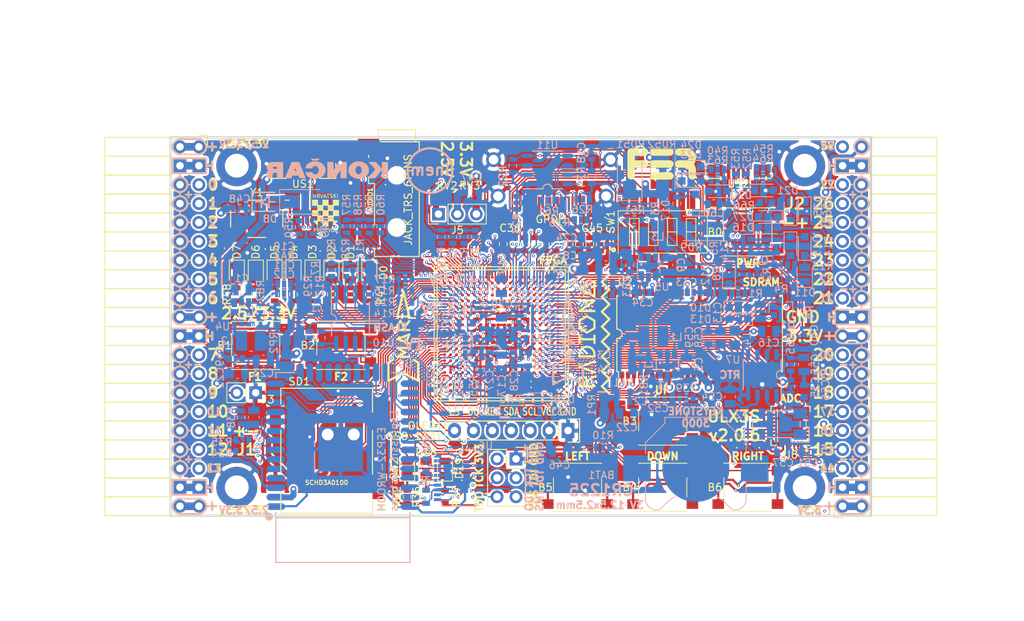
<source format=kicad_pcb>
(kicad_pcb (version 20171130) (host pcbnew 5.0.0-rc3+dfsg1-2)
  (layers (0 F.Cu signal) (1 In1.Cu signal) (2 In2.Cu signal) (31 B.Cu signal) (34 B.Paste user) (35 F.Paste user) (36 B.SilkS user) (37 F.SilkS user) (38 B.Mask user) (39 F.Mask user) (44 Edge.Cuts user))
  (net 0 "")
  (net 1 GND)
  (net 2 +5V)
  (net 3 /gpio/IN5V)
  (net 4 /gpio/OUT5V)
  (net 5 +3V3)
  (net 6 BTN_D)
  (net 7 BTN_F1)
  (net 8 BTN_F2)
  (net 9 BTN_L)
  (net 10 BTN_R)
  (net 11 BTN_U)
  (net 12 /power/FB1)
  (net 13 +2V5)
  (net 14 /power/PWREN)
  (net 15 /power/FB3)
  (net 16 /power/FB2)
  (net 17 /power/VBAT)
  (net 18 JTAG_TDI)
  (net 19 JTAG_TCK)
  (net 20 JTAG_TMS)
  (net 21 JTAG_TDO)
  (net 22 /power/WAKEUPn)
  (net 23 /power/WKUP)
  (net 24 /power/SHUT)
  (net 25 /power/WAKE)
  (net 26 /power/HOLD)
  (net 27 /power/WKn)
  (net 28 /power/OSCI_32k)
  (net 29 /power/OSCO_32k)
  (net 30 SHUTDOWN)
  (net 31 GPDI_SDA)
  (net 32 GPDI_SCL)
  (net 33 /gpdi/VREF2)
  (net 34 SD_CMD)
  (net 35 SD_CLK)
  (net 36 SD_D0)
  (net 37 SD_D1)
  (net 38 USB5V)
  (net 39 GPDI_CEC)
  (net 40 nRESET)
  (net 41 FTDI_nDTR)
  (net 42 SDRAM_CKE)
  (net 43 SDRAM_A7)
  (net 44 SDRAM_D15)
  (net 45 SDRAM_BA1)
  (net 46 SDRAM_D7)
  (net 47 SDRAM_A6)
  (net 48 SDRAM_CLK)
  (net 49 SDRAM_D13)
  (net 50 SDRAM_BA0)
  (net 51 SDRAM_D6)
  (net 52 SDRAM_A5)
  (net 53 SDRAM_D14)
  (net 54 SDRAM_A11)
  (net 55 SDRAM_D12)
  (net 56 SDRAM_D5)
  (net 57 SDRAM_A4)
  (net 58 SDRAM_A10)
  (net 59 SDRAM_D11)
  (net 60 SDRAM_A3)
  (net 61 SDRAM_D4)
  (net 62 SDRAM_D10)
  (net 63 SDRAM_D9)
  (net 64 SDRAM_A9)
  (net 65 SDRAM_D3)
  (net 66 SDRAM_D8)
  (net 67 SDRAM_A8)
  (net 68 SDRAM_A2)
  (net 69 SDRAM_A1)
  (net 70 SDRAM_A0)
  (net 71 SDRAM_D2)
  (net 72 SDRAM_D1)
  (net 73 SDRAM_D0)
  (net 74 SDRAM_DQM0)
  (net 75 SDRAM_nCS)
  (net 76 SDRAM_nRAS)
  (net 77 SDRAM_DQM1)
  (net 78 SDRAM_nCAS)
  (net 79 SDRAM_nWE)
  (net 80 /flash/FLASH_nWP)
  (net 81 /flash/FLASH_nHOLD)
  (net 82 /flash/FLASH_MOSI)
  (net 83 /flash/FLASH_MISO)
  (net 84 /flash/FLASH_SCK)
  (net 85 /flash/FLASH_nCS)
  (net 86 /flash/FPGA_PROGRAMN)
  (net 87 /flash/FPGA_DONE)
  (net 88 /flash/FPGA_INITN)
  (net 89 OLED_RES)
  (net 90 OLED_DC)
  (net 91 OLED_CS)
  (net 92 WIFI_EN)
  (net 93 FTDI_nRTS)
  (net 94 FTDI_TXD)
  (net 95 FTDI_RXD)
  (net 96 WIFI_RXD)
  (net 97 WIFI_GPIO0)
  (net 98 WIFI_TXD)
  (net 99 USB_FTDI_D+)
  (net 100 USB_FTDI_D-)
  (net 101 SD_D3)
  (net 102 AUDIO_L3)
  (net 103 AUDIO_L2)
  (net 104 AUDIO_L1)
  (net 105 AUDIO_L0)
  (net 106 AUDIO_R3)
  (net 107 AUDIO_R2)
  (net 108 AUDIO_R1)
  (net 109 AUDIO_R0)
  (net 110 OLED_CLK)
  (net 111 OLED_MOSI)
  (net 112 LED0)
  (net 113 LED1)
  (net 114 LED2)
  (net 115 LED3)
  (net 116 LED4)
  (net 117 LED5)
  (net 118 LED6)
  (net 119 LED7)
  (net 120 BTN_PWRn)
  (net 121 FTDI_nTXLED)
  (net 122 FTDI_nSLEEP)
  (net 123 /blinkey/LED_PWREN)
  (net 124 /blinkey/LED_TXLED)
  (net 125 /sdcard/SD3V3)
  (net 126 SD_D2)
  (net 127 CLK_25MHz)
  (net 128 /blinkey/BTNPUL)
  (net 129 /blinkey/BTNPUR)
  (net 130 USB_FPGA_D+)
  (net 131 /power/FTDI_nSUSPEND)
  (net 132 /blinkey/ALED0)
  (net 133 /blinkey/ALED1)
  (net 134 /blinkey/ALED2)
  (net 135 /blinkey/ALED3)
  (net 136 /blinkey/ALED4)
  (net 137 /blinkey/ALED5)
  (net 138 /blinkey/ALED6)
  (net 139 /blinkey/ALED7)
  (net 140 /usb/FTD-)
  (net 141 /usb/FTD+)
  (net 142 ADC_MISO)
  (net 143 ADC_MOSI)
  (net 144 ADC_CSn)
  (net 145 ADC_SCLK)
  (net 146 SW3)
  (net 147 SW2)
  (net 148 SW1)
  (net 149 USB_FPGA_D-)
  (net 150 /usb/FPD+)
  (net 151 /usb/FPD-)
  (net 152 WIFI_GPIO16)
  (net 153 /usb/ANT_433MHz)
  (net 154 PROG_DONE)
  (net 155 /power/P3V3)
  (net 156 /power/P2V5)
  (net 157 /power/L1)
  (net 158 /power/L3)
  (net 159 /power/L2)
  (net 160 FTDI_TXDEN)
  (net 161 SDRAM_A12)
  (net 162 /analog/AUDIO_V)
  (net 163 AUDIO_V3)
  (net 164 AUDIO_V2)
  (net 165 AUDIO_V1)
  (net 166 AUDIO_V0)
  (net 167 /blinkey/LED_WIFI)
  (net 168 /power/P1V1)
  (net 169 +1V1)
  (net 170 SW4)
  (net 171 /blinkey/SWPU)
  (net 172 /wifi/WIFIEN)
  (net 173 FT2V5)
  (net 174 GN0)
  (net 175 GP0)
  (net 176 GN1)
  (net 177 GP1)
  (net 178 GN2)
  (net 179 GP2)
  (net 180 GN3)
  (net 181 GP3)
  (net 182 GN4)
  (net 183 GP4)
  (net 184 GN5)
  (net 185 GP5)
  (net 186 GN6)
  (net 187 GP6)
  (net 188 GN14)
  (net 189 GP14)
  (net 190 GN15)
  (net 191 GP15)
  (net 192 GN16)
  (net 193 GP16)
  (net 194 GN17)
  (net 195 GP17)
  (net 196 GN18)
  (net 197 GP18)
  (net 198 GN19)
  (net 199 GP19)
  (net 200 GN20)
  (net 201 GP20)
  (net 202 GN21)
  (net 203 GP21)
  (net 204 GN22)
  (net 205 GP22)
  (net 206 GN23)
  (net 207 GP23)
  (net 208 GN24)
  (net 209 GP24)
  (net 210 GN25)
  (net 211 GP25)
  (net 212 GN26)
  (net 213 GP26)
  (net 214 GN27)
  (net 215 GP27)
  (net 216 GN7)
  (net 217 GP7)
  (net 218 GN8)
  (net 219 GP8)
  (net 220 GN9)
  (net 221 GP9)
  (net 222 GN10)
  (net 223 GP10)
  (net 224 GN11)
  (net 225 GP11)
  (net 226 GN12)
  (net 227 GP12)
  (net 228 GN13)
  (net 229 GP13)
  (net 230 WIFI_GPIO5)
  (net 231 WIFI_GPIO17)
  (net 232 USB_FPGA_PULL_D+)
  (net 233 USB_FPGA_PULL_D-)
  (net 234 "Net-(D23-Pad2)")
  (net 235 "Net-(D24-Pad1)")
  (net 236 "Net-(D25-Pad2)")
  (net 237 "Net-(D26-Pad1)")
  (net 238 /gpdi/GPDI_ETH+)
  (net 239 FPDI_ETH+)
  (net 240 /gpdi/GPDI_ETH-)
  (net 241 FPDI_ETH-)
  (net 242 /gpdi/GPDI_D2-)
  (net 243 FPDI_D2-)
  (net 244 /gpdi/GPDI_D1-)
  (net 245 FPDI_D1-)
  (net 246 /gpdi/GPDI_D0-)
  (net 247 FPDI_D0-)
  (net 248 /gpdi/GPDI_CLK-)
  (net 249 FPDI_CLK-)
  (net 250 /gpdi/GPDI_D2+)
  (net 251 FPDI_D2+)
  (net 252 /gpdi/GPDI_D1+)
  (net 253 FPDI_D1+)
  (net 254 /gpdi/GPDI_D0+)
  (net 255 FPDI_D0+)
  (net 256 /gpdi/GPDI_CLK+)
  (net 257 FPDI_CLK+)
  (net 258 FPDI_SDA)
  (net 259 FPDI_SCL)
  (net 260 /gpdi/FPDI_CEC)
  (net 261 2V5_3V3)
  (net 262 "Net-(AUDIO1-Pad5)")
  (net 263 "Net-(AUDIO1-Pad6)")
  (net 264 "Net-(U1-PadA15)")
  (net 265 "Net-(U1-PadC9)")
  (net 266 "Net-(U1-PadD9)")
  (net 267 "Net-(U1-PadD10)")
  (net 268 "Net-(U1-PadD11)")
  (net 269 "Net-(U1-PadD12)")
  (net 270 "Net-(U1-PadE6)")
  (net 271 "Net-(U1-PadE9)")
  (net 272 "Net-(U1-PadE10)")
  (net 273 "Net-(U1-PadE11)")
  (net 274 "Net-(U1-PadJ4)")
  (net 275 "Net-(U1-PadJ5)")
  (net 276 "Net-(U1-PadK5)")
  (net 277 "Net-(U1-PadL5)")
  (net 278 "Net-(U1-PadM5)")
  (net 279 SD_CD)
  (net 280 SD_WP)
  (net 281 "Net-(U1-PadR3)")
  (net 282 "Net-(U1-PadT16)")
  (net 283 "Net-(U1-PadW4)")
  (net 284 "Net-(U1-PadW5)")
  (net 285 "Net-(U1-PadW8)")
  (net 286 "Net-(U1-PadW9)")
  (net 287 "Net-(U1-PadW13)")
  (net 288 "Net-(U1-PadW14)")
  (net 289 "Net-(U1-PadW17)")
  (net 290 "Net-(U1-PadW18)")
  (net 291 FTDI_nRXLED)
  (net 292 "Net-(U8-Pad12)")
  (net 293 "Net-(U8-Pad25)")
  (net 294 "Net-(U9-Pad32)")
  (net 295 "Net-(U9-Pad22)")
  (net 296 "Net-(U9-Pad21)")
  (net 297 "Net-(U9-Pad20)")
  (net 298 "Net-(U9-Pad19)")
  (net 299 "Net-(U9-Pad18)")
  (net 300 "Net-(U9-Pad17)")
  (net 301 "Net-(U9-Pad12)")
  (net 302 "Net-(U9-Pad5)")
  (net 303 "Net-(U9-Pad4)")
  (net 304 "Net-(US1-Pad4)")
  (net 305 "Net-(Y2-Pad3)")
  (net 306 "Net-(Y2-Pad2)")
  (net 307 "Net-(U1-PadK16)")
  (net 308 "Net-(U1-PadK17)")
  (net 309 /usb/US2VBUS)
  (net 310 /power/SHD)
  (net 311 /power/RTCVDD)
  (net 312 "Net-(D27-Pad2)")
  (net 313 US2_ID)
  (net 314 /analog/AUDIO_L)
  (net 315 /analog/AUDIO_R)
  (net 316 /analog/ADC3V3)
  (net 317 PWRBTn)
  (net 318 USER_PROGRAMN)
  (module lfe5bg381:BGA-381_pitch0.8mm_dia0.4mm (layer F.Cu) (at 138.48 87.8)
    (fp_text reference U1 (at -8.2 -9.8) (layer F.SilkS))
    (fp_text value LFE5U-85F-6BG381C)
    (pad Y19 smd circle (at 6.8 7.6) (size 0.4 0.35) (layers F.Cu F.Paste F.Mask) (net 1 GND))
    (pad Y17 smd circle (at 5.2 7.6) (size 0.4 0.35) (layers F.Cu F.Paste F.Mask) (net 1 GND))
    (pad Y16 smd circle (at 4.4 7.6) (size 0.4 0.35) (layers F.Cu F.Paste F.Mask) (net 1 GND))
    (pad Y15 smd circle (at 3.6 7.6) (size 0.4 0.35) (layers F.Cu F.Paste F.Mask) (net 1 GND))
    (pad Y14 smd circle (at 2.8 7.6) (size 0.4 0.35) (layers F.Cu F.Paste F.Mask) (net 1 GND))
    (pad Y12 smd circle (at 1.2 7.6) (size 0.4 0.35) (layers F.Cu F.Paste F.Mask) (net 1 GND))
    (pad Y11 smd circle (at 0.4 7.6) (size 0.4 0.35) (layers F.Cu F.Paste F.Mask) (net 1 GND))
    (pad Y8 smd circle (at -2 7.6) (size 0.4 0.35) (layers F.Cu F.Paste F.Mask) (net 1 GND))
    (pad Y7 smd circle (at -2.8 7.6) (size 0.4 0.35) (layers F.Cu F.Paste F.Mask) (net 1 GND))
    (pad Y6 smd circle (at -3.6 7.6) (size 0.4 0.35) (layers F.Cu F.Paste F.Mask) (net 1 GND))
    (pad Y5 smd circle (at -4.4 7.6) (size 0.4 0.35) (layers F.Cu F.Paste F.Mask) (net 1 GND))
    (pad Y3 smd circle (at -6 7.6) (size 0.4 0.35) (layers F.Cu F.Paste F.Mask) (net 87 /flash/FPGA_DONE))
    (pad Y2 smd circle (at -6.8 7.6) (size 0.4 0.35) (layers F.Cu F.Paste F.Mask) (net 80 /flash/FLASH_nWP))
    (pad W20 smd circle (at 7.6 6.8) (size 0.4 0.35) (layers F.Cu F.Paste F.Mask) (net 1 GND))
    (pad W19 smd circle (at 6.8 6.8) (size 0.4 0.35) (layers F.Cu F.Paste F.Mask) (net 1 GND))
    (pad W18 smd circle (at 6 6.8) (size 0.4 0.35) (layers F.Cu F.Paste F.Mask) (net 290 "Net-(U1-PadW18)"))
    (pad W17 smd circle (at 5.2 6.8) (size 0.4 0.35) (layers F.Cu F.Paste F.Mask) (net 289 "Net-(U1-PadW17)"))
    (pad W16 smd circle (at 4.4 6.8) (size 0.4 0.35) (layers F.Cu F.Paste F.Mask) (net 1 GND))
    (pad W15 smd circle (at 3.6 6.8) (size 0.4 0.35) (layers F.Cu F.Paste F.Mask) (net 1 GND))
    (pad W14 smd circle (at 2.8 6.8) (size 0.4 0.35) (layers F.Cu F.Paste F.Mask) (net 288 "Net-(U1-PadW14)"))
    (pad W13 smd circle (at 2 6.8) (size 0.4 0.35) (layers F.Cu F.Paste F.Mask) (net 287 "Net-(U1-PadW13)"))
    (pad W12 smd circle (at 1.2 6.8) (size 0.4 0.35) (layers F.Cu F.Paste F.Mask) (net 1 GND))
    (pad W11 smd circle (at 0.4 6.8) (size 0.4 0.35) (layers F.Cu F.Paste F.Mask))
    (pad W10 smd circle (at -0.4 6.8) (size 0.4 0.35) (layers F.Cu F.Paste F.Mask))
    (pad W9 smd circle (at -1.2 6.8) (size 0.4 0.35) (layers F.Cu F.Paste F.Mask) (net 286 "Net-(U1-PadW9)"))
    (pad W8 smd circle (at -2 6.8) (size 0.4 0.35) (layers F.Cu F.Paste F.Mask) (net 285 "Net-(U1-PadW8)"))
    (pad W7 smd circle (at -2.8 6.8) (size 0.4 0.35) (layers F.Cu F.Paste F.Mask) (net 1 GND))
    (pad W6 smd circle (at -3.6 6.8) (size 0.4 0.35) (layers F.Cu F.Paste F.Mask) (net 1 GND))
    (pad W5 smd circle (at -4.4 6.8) (size 0.4 0.35) (layers F.Cu F.Paste F.Mask) (net 284 "Net-(U1-PadW5)"))
    (pad W4 smd circle (at -5.2 6.8) (size 0.4 0.35) (layers F.Cu F.Paste F.Mask) (net 283 "Net-(U1-PadW4)"))
    (pad W3 smd circle (at -6 6.8) (size 0.4 0.35) (layers F.Cu F.Paste F.Mask) (net 86 /flash/FPGA_PROGRAMN))
    (pad W2 smd circle (at -6.8 6.8) (size 0.4 0.35) (layers F.Cu F.Paste F.Mask) (net 82 /flash/FLASH_MOSI))
    (pad W1 smd circle (at -7.6 6.8) (size 0.4 0.35) (layers F.Cu F.Paste F.Mask) (net 81 /flash/FLASH_nHOLD))
    (pad V20 smd circle (at 7.6 6) (size 0.4 0.35) (layers F.Cu F.Paste F.Mask) (net 1 GND))
    (pad V19 smd circle (at 6.8 6) (size 0.4 0.35) (layers F.Cu F.Paste F.Mask) (net 1 GND))
    (pad V18 smd circle (at 6 6) (size 0.4 0.35) (layers F.Cu F.Paste F.Mask) (net 1 GND))
    (pad V17 smd circle (at 5.2 6) (size 0.4 0.35) (layers F.Cu F.Paste F.Mask) (net 1 GND))
    (pad V16 smd circle (at 4.4 6) (size 0.4 0.35) (layers F.Cu F.Paste F.Mask) (net 1 GND))
    (pad V15 smd circle (at 3.6 6) (size 0.4 0.35) (layers F.Cu F.Paste F.Mask) (net 1 GND))
    (pad V14 smd circle (at 2.8 6) (size 0.4 0.35) (layers F.Cu F.Paste F.Mask) (net 1 GND))
    (pad V13 smd circle (at 2 6) (size 0.4 0.35) (layers F.Cu F.Paste F.Mask) (net 1 GND))
    (pad V12 smd circle (at 1.2 6) (size 0.4 0.35) (layers F.Cu F.Paste F.Mask) (net 1 GND))
    (pad V11 smd circle (at 0.4 6) (size 0.4 0.35) (layers F.Cu F.Paste F.Mask) (net 1 GND))
    (pad V10 smd circle (at -0.4 6) (size 0.4 0.35) (layers F.Cu F.Paste F.Mask) (net 1 GND))
    (pad V9 smd circle (at -1.2 6) (size 0.4 0.35) (layers F.Cu F.Paste F.Mask) (net 1 GND))
    (pad V8 smd circle (at -2 6) (size 0.4 0.35) (layers F.Cu F.Paste F.Mask) (net 1 GND))
    (pad V7 smd circle (at -2.8 6) (size 0.4 0.35) (layers F.Cu F.Paste F.Mask) (net 1 GND))
    (pad V6 smd circle (at -3.6 6) (size 0.4 0.35) (layers F.Cu F.Paste F.Mask) (net 1 GND))
    (pad V5 smd circle (at -4.4 6) (size 0.4 0.35) (layers F.Cu F.Paste F.Mask) (net 1 GND))
    (pad V4 smd circle (at -5.2 6) (size 0.4 0.35) (layers F.Cu F.Paste F.Mask) (net 21 JTAG_TDO))
    (pad V3 smd circle (at -6 6) (size 0.4 0.35) (layers F.Cu F.Paste F.Mask) (net 88 /flash/FPGA_INITN))
    (pad V2 smd circle (at -6.8 6) (size 0.4 0.35) (layers F.Cu F.Paste F.Mask) (net 83 /flash/FLASH_MISO))
    (pad V1 smd circle (at -7.6 6) (size 0.4 0.35) (layers F.Cu F.Paste F.Mask) (net 6 BTN_D))
    (pad U20 smd circle (at 7.6 5.2) (size 0.4 0.35) (layers F.Cu F.Paste F.Mask) (net 46 SDRAM_D7))
    (pad U19 smd circle (at 6.8 5.2) (size 0.4 0.35) (layers F.Cu F.Paste F.Mask) (net 74 SDRAM_DQM0))
    (pad U18 smd circle (at 6 5.2) (size 0.4 0.35) (layers F.Cu F.Paste F.Mask) (net 189 GP14))
    (pad U17 smd circle (at 5.2 5.2) (size 0.4 0.35) (layers F.Cu F.Paste F.Mask) (net 188 GN14))
    (pad U16 smd circle (at 4.4 5.2) (size 0.4 0.35) (layers F.Cu F.Paste F.Mask) (net 142 ADC_MISO))
    (pad U15 smd circle (at 3.6 5.2) (size 0.4 0.35) (layers F.Cu F.Paste F.Mask) (net 1 GND))
    (pad U14 smd circle (at 2.8 5.2) (size 0.4 0.35) (layers F.Cu F.Paste F.Mask) (net 1 GND))
    (pad U13 smd circle (at 2 5.2) (size 0.4 0.35) (layers F.Cu F.Paste F.Mask) (net 1 GND))
    (pad U12 smd circle (at 1.2 5.2) (size 0.4 0.35) (layers F.Cu F.Paste F.Mask) (net 1 GND))
    (pad U11 smd circle (at 0.4 5.2) (size 0.4 0.35) (layers F.Cu F.Paste F.Mask) (net 1 GND))
    (pad U10 smd circle (at -0.4 5.2) (size 0.4 0.35) (layers F.Cu F.Paste F.Mask) (net 1 GND))
    (pad U9 smd circle (at -1.2 5.2) (size 0.4 0.35) (layers F.Cu F.Paste F.Mask) (net 1 GND))
    (pad U8 smd circle (at -2 5.2) (size 0.4 0.35) (layers F.Cu F.Paste F.Mask) (net 1 GND))
    (pad U7 smd circle (at -2.8 5.2) (size 0.4 0.35) (layers F.Cu F.Paste F.Mask) (net 1 GND))
    (pad U6 smd circle (at -3.6 5.2) (size 0.4 0.35) (layers F.Cu F.Paste F.Mask) (net 1 GND))
    (pad U5 smd circle (at -4.4 5.2) (size 0.4 0.35) (layers F.Cu F.Paste F.Mask) (net 20 JTAG_TMS))
    (pad U4 smd circle (at -5.2 5.2) (size 0.4 0.35) (layers F.Cu F.Paste F.Mask) (net 1 GND))
    (pad U3 smd circle (at -6 5.2) (size 0.4 0.35) (layers F.Cu F.Paste F.Mask) (net 84 /flash/FLASH_SCK))
    (pad U2 smd circle (at -6.8 5.2) (size 0.4 0.35) (layers F.Cu F.Paste F.Mask) (net 5 +3V3))
    (pad U1 smd circle (at -7.6 5.2) (size 0.4 0.35) (layers F.Cu F.Paste F.Mask) (net 9 BTN_L))
    (pad T20 smd circle (at 7.6 4.4) (size 0.4 0.35) (layers F.Cu F.Paste F.Mask) (net 79 SDRAM_nWE))
    (pad T19 smd circle (at 6.8 4.4) (size 0.4 0.35) (layers F.Cu F.Paste F.Mask) (net 78 SDRAM_nCAS))
    (pad T18 smd circle (at 6 4.4) (size 0.4 0.35) (layers F.Cu F.Paste F.Mask) (net 56 SDRAM_D5))
    (pad T17 smd circle (at 5.2 4.4) (size 0.4 0.35) (layers F.Cu F.Paste F.Mask) (net 51 SDRAM_D6))
    (pad T16 smd circle (at 4.4 4.4) (size 0.4 0.35) (layers F.Cu F.Paste F.Mask) (net 282 "Net-(U1-PadT16)"))
    (pad T15 smd circle (at 3.6 4.4) (size 0.4 0.35) (layers F.Cu F.Paste F.Mask) (net 1 GND))
    (pad T14 smd circle (at 2.8 4.4) (size 0.4 0.35) (layers F.Cu F.Paste F.Mask) (net 1 GND))
    (pad T13 smd circle (at 2 4.4) (size 0.4 0.35) (layers F.Cu F.Paste F.Mask) (net 1 GND))
    (pad T12 smd circle (at 1.2 4.4) (size 0.4 0.35) (layers F.Cu F.Paste F.Mask) (net 1 GND))
    (pad T11 smd circle (at 0.4 4.4) (size 0.4 0.35) (layers F.Cu F.Paste F.Mask) (net 1 GND))
    (pad T10 smd circle (at -0.4 4.4) (size 0.4 0.35) (layers F.Cu F.Paste F.Mask) (net 1 GND))
    (pad T9 smd circle (at -1.2 4.4) (size 0.4 0.35) (layers F.Cu F.Paste F.Mask) (net 1 GND))
    (pad T8 smd circle (at -2 4.4) (size 0.4 0.35) (layers F.Cu F.Paste F.Mask) (net 1 GND))
    (pad T7 smd circle (at -2.8 4.4) (size 0.4 0.35) (layers F.Cu F.Paste F.Mask) (net 1 GND))
    (pad T6 smd circle (at -3.6 4.4) (size 0.4 0.35) (layers F.Cu F.Paste F.Mask) (net 1 GND))
    (pad T5 smd circle (at -4.4 4.4) (size 0.4 0.35) (layers F.Cu F.Paste F.Mask) (net 19 JTAG_TCK))
    (pad T4 smd circle (at -5.2 4.4) (size 0.4 0.35) (layers F.Cu F.Paste F.Mask) (net 5 +3V3))
    (pad T3 smd circle (at -6 4.4) (size 0.4 0.35) (layers F.Cu F.Paste F.Mask) (net 5 +3V3))
    (pad T2 smd circle (at -6.8 4.4) (size 0.4 0.35) (layers F.Cu F.Paste F.Mask) (net 5 +3V3))
    (pad T1 smd circle (at -7.6 4.4) (size 0.4 0.35) (layers F.Cu F.Paste F.Mask) (net 8 BTN_F2))
    (pad R20 smd circle (at 7.6 3.6) (size 0.4 0.35) (layers F.Cu F.Paste F.Mask) (net 76 SDRAM_nRAS))
    (pad R19 smd circle (at 6.8 3.6) (size 0.4 0.35) (layers F.Cu F.Paste F.Mask) (net 1 GND))
    (pad R18 smd circle (at 6 3.6) (size 0.4 0.35) (layers F.Cu F.Paste F.Mask) (net 11 BTN_U))
    (pad R17 smd circle (at 5.2 3.6) (size 0.4 0.35) (layers F.Cu F.Paste F.Mask) (net 144 ADC_CSn))
    (pad R16 smd circle (at 4.4 3.6) (size 0.4 0.35) (layers F.Cu F.Paste F.Mask) (net 143 ADC_MOSI))
    (pad R5 smd circle (at -4.4 3.6) (size 0.4 0.35) (layers F.Cu F.Paste F.Mask) (net 18 JTAG_TDI))
    (pad R4 smd circle (at -5.2 3.6) (size 0.4 0.35) (layers F.Cu F.Paste F.Mask) (net 1 GND))
    (pad R3 smd circle (at -6 3.6) (size 0.4 0.35) (layers F.Cu F.Paste F.Mask) (net 281 "Net-(U1-PadR3)"))
    (pad R2 smd circle (at -6.8 3.6) (size 0.4 0.35) (layers F.Cu F.Paste F.Mask) (net 85 /flash/FLASH_nCS))
    (pad R1 smd circle (at -7.6 3.6) (size 0.4 0.35) (layers F.Cu F.Paste F.Mask) (net 7 BTN_F1))
    (pad P20 smd circle (at 7.6 2.8) (size 0.4 0.35) (layers F.Cu F.Paste F.Mask) (net 75 SDRAM_nCS))
    (pad P19 smd circle (at 6.8 2.8) (size 0.4 0.35) (layers F.Cu F.Paste F.Mask) (net 50 SDRAM_BA0))
    (pad P18 smd circle (at 6 2.8) (size 0.4 0.35) (layers F.Cu F.Paste F.Mask) (net 61 SDRAM_D4))
    (pad P17 smd circle (at 5.2 2.8) (size 0.4 0.35) (layers F.Cu F.Paste F.Mask) (net 145 ADC_SCLK))
    (pad P16 smd circle (at 4.4 2.8) (size 0.4 0.35) (layers F.Cu F.Paste F.Mask) (net 190 GN15))
    (pad P15 smd circle (at 3.6 2.8) (size 0.4 0.35) (layers F.Cu F.Paste F.Mask) (net 13 +2V5))
    (pad P14 smd circle (at 2.8 2.8) (size 0.4 0.35) (layers F.Cu F.Paste F.Mask) (net 1 GND))
    (pad P13 smd circle (at 2 2.8) (size 0.4 0.35) (layers F.Cu F.Paste F.Mask) (net 1 GND))
    (pad P12 smd circle (at 1.2 2.8) (size 0.4 0.35) (layers F.Cu F.Paste F.Mask) (net 1 GND))
    (pad P11 smd circle (at 0.4 2.8) (size 0.4 0.35) (layers F.Cu F.Paste F.Mask) (net 1 GND))
    (pad P10 smd circle (at -0.4 2.8) (size 0.4 0.35) (layers F.Cu F.Paste F.Mask) (net 5 +3V3))
    (pad P9 smd circle (at -1.2 2.8) (size 0.4 0.35) (layers F.Cu F.Paste F.Mask) (net 5 +3V3))
    (pad P8 smd circle (at -2 2.8) (size 0.4 0.35) (layers F.Cu F.Paste F.Mask) (net 1 GND))
    (pad P7 smd circle (at -2.8 2.8) (size 0.4 0.35) (layers F.Cu F.Paste F.Mask) (net 1 GND))
    (pad P6 smd circle (at -3.6 2.8) (size 0.4 0.35) (layers F.Cu F.Paste F.Mask) (net 13 +2V5))
    (pad P5 smd circle (at -4.4 2.8) (size 0.4 0.35) (layers F.Cu F.Paste F.Mask) (net 280 SD_WP))
    (pad P4 smd circle (at -5.2 2.8) (size 0.4 0.35) (layers F.Cu F.Paste F.Mask) (net 110 OLED_CLK))
    (pad P3 smd circle (at -6 2.8) (size 0.4 0.35) (layers F.Cu F.Paste F.Mask) (net 111 OLED_MOSI))
    (pad P2 smd circle (at -6.8 2.8) (size 0.4 0.35) (layers F.Cu F.Paste F.Mask) (net 89 OLED_RES))
    (pad P1 smd circle (at -7.6 2.8) (size 0.4 0.35) (layers F.Cu F.Paste F.Mask) (net 90 OLED_DC))
    (pad N20 smd circle (at 7.6 2) (size 0.4 0.35) (layers F.Cu F.Paste F.Mask) (net 45 SDRAM_BA1))
    (pad N19 smd circle (at 6.8 2) (size 0.4 0.35) (layers F.Cu F.Paste F.Mask) (net 58 SDRAM_A10))
    (pad N18 smd circle (at 6 2) (size 0.4 0.35) (layers F.Cu F.Paste F.Mask) (net 65 SDRAM_D3))
    (pad N17 smd circle (at 5.2 2) (size 0.4 0.35) (layers F.Cu F.Paste F.Mask) (net 191 GP15))
    (pad N16 smd circle (at 4.4 2) (size 0.4 0.35) (layers F.Cu F.Paste F.Mask) (net 193 GP16))
    (pad N15 smd circle (at 3.6 2) (size 0.4 0.35) (layers F.Cu F.Paste F.Mask) (net 1 GND))
    (pad N14 smd circle (at 2.8 2) (size 0.4 0.35) (layers F.Cu F.Paste F.Mask) (net 1 GND))
    (pad N13 smd circle (at 2 2) (size 0.4 0.35) (layers F.Cu F.Paste F.Mask) (net 169 +1V1))
    (pad N12 smd circle (at 1.2 2) (size 0.4 0.35) (layers F.Cu F.Paste F.Mask) (net 169 +1V1))
    (pad N11 smd circle (at 0.4 2) (size 0.4 0.35) (layers F.Cu F.Paste F.Mask) (net 169 +1V1))
    (pad N10 smd circle (at -0.4 2) (size 0.4 0.35) (layers F.Cu F.Paste F.Mask) (net 169 +1V1))
    (pad N9 smd circle (at -1.2 2) (size 0.4 0.35) (layers F.Cu F.Paste F.Mask) (net 169 +1V1))
    (pad N8 smd circle (at -2 2) (size 0.4 0.35) (layers F.Cu F.Paste F.Mask) (net 169 +1V1))
    (pad N7 smd circle (at -2.8 2) (size 0.4 0.35) (layers F.Cu F.Paste F.Mask) (net 1 GND))
    (pad N6 smd circle (at -3.6 2) (size 0.4 0.35) (layers F.Cu F.Paste F.Mask) (net 1 GND))
    (pad N5 smd circle (at -4.4 2) (size 0.4 0.35) (layers F.Cu F.Paste F.Mask) (net 279 SD_CD))
    (pad N4 smd circle (at -5.2 2) (size 0.4 0.35) (layers F.Cu F.Paste F.Mask) (net 230 WIFI_GPIO5))
    (pad N3 smd circle (at -6 2) (size 0.4 0.35) (layers F.Cu F.Paste F.Mask) (net 231 WIFI_GPIO17))
    (pad N2 smd circle (at -6.8 2) (size 0.4 0.35) (layers F.Cu F.Paste F.Mask) (net 91 OLED_CS))
    (pad N1 smd circle (at -7.6 2) (size 0.4 0.35) (layers F.Cu F.Paste F.Mask) (net 41 FTDI_nDTR))
    (pad M20 smd circle (at 7.6 1.2) (size 0.4 0.35) (layers F.Cu F.Paste F.Mask) (net 70 SDRAM_A0))
    (pad M19 smd circle (at 6.8 1.2) (size 0.4 0.35) (layers F.Cu F.Paste F.Mask) (net 69 SDRAM_A1))
    (pad M18 smd circle (at 6 1.2) (size 0.4 0.35) (layers F.Cu F.Paste F.Mask) (net 71 SDRAM_D2))
    (pad M17 smd circle (at 5.2 1.2) (size 0.4 0.35) (layers F.Cu F.Paste F.Mask) (net 192 GN16))
    (pad M16 smd circle (at 4.4 1.2) (size 0.4 0.35) (layers F.Cu F.Paste F.Mask) (net 1 GND))
    (pad M15 smd circle (at 3.6 1.2) (size 0.4 0.35) (layers F.Cu F.Paste F.Mask) (net 5 +3V3))
    (pad M14 smd circle (at 2.8 1.2) (size 0.4 0.35) (layers F.Cu F.Paste F.Mask) (net 1 GND))
    (pad M13 smd circle (at 2 1.2) (size 0.4 0.35) (layers F.Cu F.Paste F.Mask) (net 169 +1V1))
    (pad M12 smd circle (at 1.2 1.2) (size 0.4 0.35) (layers F.Cu F.Paste F.Mask) (net 1 GND))
    (pad M11 smd circle (at 0.4 1.2) (size 0.4 0.35) (layers F.Cu F.Paste F.Mask) (net 1 GND))
    (pad M10 smd circle (at -0.4 1.2) (size 0.4 0.35) (layers F.Cu F.Paste F.Mask) (net 1 GND))
    (pad M9 smd circle (at -1.2 1.2) (size 0.4 0.35) (layers F.Cu F.Paste F.Mask) (net 1 GND))
    (pad M8 smd circle (at -2 1.2) (size 0.4 0.35) (layers F.Cu F.Paste F.Mask) (net 169 +1V1))
    (pad M7 smd circle (at -2.8 1.2) (size 0.4 0.35) (layers F.Cu F.Paste F.Mask) (net 1 GND))
    (pad M6 smd circle (at -3.6 1.2) (size 0.4 0.35) (layers F.Cu F.Paste F.Mask) (net 5 +3V3))
    (pad M5 smd circle (at -4.4 1.2) (size 0.4 0.35) (layers F.Cu F.Paste F.Mask) (net 278 "Net-(U1-PadM5)"))
    (pad M4 smd circle (at -5.2 1.2) (size 0.4 0.35) (layers F.Cu F.Paste F.Mask) (net 318 USER_PROGRAMN))
    (pad M3 smd circle (at -6 1.2) (size 0.4 0.35) (layers F.Cu F.Paste F.Mask) (net 93 FTDI_nRTS))
    (pad M2 smd circle (at -6.8 1.2) (size 0.4 0.35) (layers F.Cu F.Paste F.Mask) (net 1 GND))
    (pad M1 smd circle (at -7.6 1.2) (size 0.4 0.35) (layers F.Cu F.Paste F.Mask) (net 94 FTDI_TXD))
    (pad L20 smd circle (at 7.6 0.4) (size 0.4 0.35) (layers F.Cu F.Paste F.Mask) (net 68 SDRAM_A2))
    (pad L19 smd circle (at 6.8 0.4) (size 0.4 0.35) (layers F.Cu F.Paste F.Mask) (net 60 SDRAM_A3))
    (pad L18 smd circle (at 6 0.4) (size 0.4 0.35) (layers F.Cu F.Paste F.Mask) (net 72 SDRAM_D1))
    (pad L17 smd circle (at 5.2 0.4) (size 0.4 0.35) (layers F.Cu F.Paste F.Mask) (net 194 GN17))
    (pad L16 smd circle (at 4.4 0.4) (size 0.4 0.35) (layers F.Cu F.Paste F.Mask) (net 195 GP17))
    (pad L15 smd circle (at 3.6 0.4) (size 0.4 0.35) (layers F.Cu F.Paste F.Mask) (net 5 +3V3))
    (pad L14 smd circle (at 2.8 0.4) (size 0.4 0.35) (layers F.Cu F.Paste F.Mask) (net 5 +3V3))
    (pad L13 smd circle (at 2 0.4) (size 0.4 0.35) (layers F.Cu F.Paste F.Mask) (net 169 +1V1))
    (pad L12 smd circle (at 1.2 0.4) (size 0.4 0.35) (layers F.Cu F.Paste F.Mask) (net 1 GND))
    (pad L11 smd circle (at 0.4 0.4) (size 0.4 0.35) (layers F.Cu F.Paste F.Mask) (net 1 GND))
    (pad L10 smd circle (at -0.4 0.4) (size 0.4 0.35) (layers F.Cu F.Paste F.Mask) (net 1 GND))
    (pad L9 smd circle (at -1.2 0.4) (size 0.4 0.35) (layers F.Cu F.Paste F.Mask) (net 1 GND))
    (pad L8 smd circle (at -2 0.4) (size 0.4 0.35) (layers F.Cu F.Paste F.Mask) (net 169 +1V1))
    (pad L7 smd circle (at -2.8 0.4) (size 0.4 0.35) (layers F.Cu F.Paste F.Mask) (net 5 +3V3))
    (pad L6 smd circle (at -3.6 0.4) (size 0.4 0.35) (layers F.Cu F.Paste F.Mask) (net 5 +3V3))
    (pad L5 smd circle (at -4.4 0.4) (size 0.4 0.35) (layers F.Cu F.Paste F.Mask) (net 277 "Net-(U1-PadL5)"))
    (pad L4 smd circle (at -5.2 0.4) (size 0.4 0.35) (layers F.Cu F.Paste F.Mask) (net 95 FTDI_RXD))
    (pad L3 smd circle (at -6 0.4) (size 0.4 0.35) (layers F.Cu F.Paste F.Mask) (net 160 FTDI_TXDEN))
    (pad L2 smd circle (at -6.8 0.4) (size 0.4 0.35) (layers F.Cu F.Paste F.Mask) (net 97 WIFI_GPIO0))
    (pad L1 smd circle (at -7.6 0.4) (size 0.4 0.35) (layers F.Cu F.Paste F.Mask) (net 152 WIFI_GPIO16))
    (pad K20 smd circle (at 7.6 -0.4) (size 0.4 0.35) (layers F.Cu F.Paste F.Mask) (net 57 SDRAM_A4))
    (pad K19 smd circle (at 6.8 -0.4) (size 0.4 0.35) (layers F.Cu F.Paste F.Mask) (net 52 SDRAM_A5))
    (pad K18 smd circle (at 6 -0.4) (size 0.4 0.35) (layers F.Cu F.Paste F.Mask) (net 47 SDRAM_A6))
    (pad K17 smd circle (at 5.2 -0.4) (size 0.4 0.35) (layers F.Cu F.Paste F.Mask) (net 308 "Net-(U1-PadK17)"))
    (pad K16 smd circle (at 4.4 -0.4) (size 0.4 0.35) (layers F.Cu F.Paste F.Mask) (net 307 "Net-(U1-PadK16)"))
    (pad K15 smd circle (at 3.6 -0.4) (size 0.4 0.35) (layers F.Cu F.Paste F.Mask) (net 1 GND))
    (pad K14 smd circle (at 2.8 -0.4) (size 0.4 0.35) (layers F.Cu F.Paste F.Mask) (net 1 GND))
    (pad K13 smd circle (at 2 -0.4) (size 0.4 0.35) (layers F.Cu F.Paste F.Mask) (net 169 +1V1))
    (pad K12 smd circle (at 1.2 -0.4) (size 0.4 0.35) (layers F.Cu F.Paste F.Mask) (net 1 GND))
    (pad K11 smd circle (at 0.4 -0.4) (size 0.4 0.35) (layers F.Cu F.Paste F.Mask) (net 1 GND))
    (pad K10 smd circle (at -0.4 -0.4) (size 0.4 0.35) (layers F.Cu F.Paste F.Mask) (net 1 GND))
    (pad K9 smd circle (at -1.2 -0.4) (size 0.4 0.35) (layers F.Cu F.Paste F.Mask) (net 1 GND))
    (pad K8 smd circle (at -2 -0.4) (size 0.4 0.35) (layers F.Cu F.Paste F.Mask) (net 169 +1V1))
    (pad K7 smd circle (at -2.8 -0.4) (size 0.4 0.35) (layers F.Cu F.Paste F.Mask) (net 1 GND))
    (pad K6 smd circle (at -3.6 -0.4) (size 0.4 0.35) (layers F.Cu F.Paste F.Mask) (net 1 GND))
    (pad K5 smd circle (at -4.4 -0.4) (size 0.4 0.35) (layers F.Cu F.Paste F.Mask) (net 276 "Net-(U1-PadK5)"))
    (pad K4 smd circle (at -5.2 -0.4) (size 0.4 0.35) (layers F.Cu F.Paste F.Mask) (net 98 WIFI_TXD))
    (pad K3 smd circle (at -6 -0.4) (size 0.4 0.35) (layers F.Cu F.Paste F.Mask) (net 96 WIFI_RXD))
    (pad K2 smd circle (at -6.8 -0.4) (size 0.4 0.35) (layers F.Cu F.Paste F.Mask) (net 101 SD_D3))
    (pad K1 smd circle (at -7.6 -0.4) (size 0.4 0.35) (layers F.Cu F.Paste F.Mask) (net 126 SD_D2))
    (pad J20 smd circle (at 7.6 -1.2) (size 0.4 0.35) (layers F.Cu F.Paste F.Mask) (net 43 SDRAM_A7))
    (pad J19 smd circle (at 6.8 -1.2) (size 0.4 0.35) (layers F.Cu F.Paste F.Mask) (net 67 SDRAM_A8))
    (pad J18 smd circle (at 6 -1.2) (size 0.4 0.35) (layers F.Cu F.Paste F.Mask) (net 53 SDRAM_D14))
    (pad J17 smd circle (at 5.2 -1.2) (size 0.4 0.35) (layers F.Cu F.Paste F.Mask) (net 44 SDRAM_D15))
    (pad J16 smd circle (at 4.4 -1.2) (size 0.4 0.35) (layers F.Cu F.Paste F.Mask) (net 73 SDRAM_D0))
    (pad J15 smd circle (at 3.6 -1.2) (size 0.4 0.35) (layers F.Cu F.Paste F.Mask) (net 5 +3V3))
    (pad J14 smd circle (at 2.8 -1.2) (size 0.4 0.35) (layers F.Cu F.Paste F.Mask) (net 1 GND))
    (pad J13 smd circle (at 2 -1.2) (size 0.4 0.35) (layers F.Cu F.Paste F.Mask) (net 169 +1V1))
    (pad J12 smd circle (at 1.2 -1.2) (size 0.4 0.35) (layers F.Cu F.Paste F.Mask) (net 1 GND))
    (pad J11 smd circle (at 0.4 -1.2) (size 0.4 0.35) (layers F.Cu F.Paste F.Mask) (net 1 GND))
    (pad J10 smd circle (at -0.4 -1.2) (size 0.4 0.35) (layers F.Cu F.Paste F.Mask) (net 1 GND))
    (pad J9 smd circle (at -1.2 -1.2) (size 0.4 0.35) (layers F.Cu F.Paste F.Mask) (net 1 GND))
    (pad J8 smd circle (at -2 -1.2) (size 0.4 0.35) (layers F.Cu F.Paste F.Mask) (net 169 +1V1))
    (pad J7 smd circle (at -2.8 -1.2) (size 0.4 0.35) (layers F.Cu F.Paste F.Mask) (net 1 GND))
    (pad J6 smd circle (at -3.6 -1.2) (size 0.4 0.35) (layers F.Cu F.Paste F.Mask) (net 261 2V5_3V3))
    (pad J5 smd circle (at -4.4 -1.2) (size 0.4 0.35) (layers F.Cu F.Paste F.Mask) (net 275 "Net-(U1-PadJ5)"))
    (pad J4 smd circle (at -5.2 -1.2) (size 0.4 0.35) (layers F.Cu F.Paste F.Mask) (net 274 "Net-(U1-PadJ4)"))
    (pad J3 smd circle (at -6 -1.2) (size 0.4 0.35) (layers F.Cu F.Paste F.Mask) (net 36 SD_D0))
    (pad J2 smd circle (at -6.8 -1.2) (size 0.4 0.35) (layers F.Cu F.Paste F.Mask) (net 1 GND))
    (pad J1 smd circle (at -7.6 -1.2) (size 0.4 0.35) (layers F.Cu F.Paste F.Mask) (net 34 SD_CMD))
    (pad H20 smd circle (at 7.6 -2) (size 0.4 0.35) (layers F.Cu F.Paste F.Mask) (net 64 SDRAM_A9))
    (pad H19 smd circle (at 6.8 -2) (size 0.4 0.35) (layers F.Cu F.Paste F.Mask) (net 1 GND))
    (pad H18 smd circle (at 6 -2) (size 0.4 0.35) (layers F.Cu F.Paste F.Mask) (net 197 GP18))
    (pad H17 smd circle (at 5.2 -2) (size 0.4 0.35) (layers F.Cu F.Paste F.Mask) (net 196 GN18))
    (pad H16 smd circle (at 4.4 -2) (size 0.4 0.35) (layers F.Cu F.Paste F.Mask) (net 10 BTN_R))
    (pad H15 smd circle (at 3.6 -2) (size 0.4 0.35) (layers F.Cu F.Paste F.Mask) (net 5 +3V3))
    (pad H14 smd circle (at 2.8 -2) (size 0.4 0.35) (layers F.Cu F.Paste F.Mask) (net 5 +3V3))
    (pad H13 smd circle (at 2 -2) (size 0.4 0.35) (layers F.Cu F.Paste F.Mask) (net 169 +1V1))
    (pad H12 smd circle (at 1.2 -2) (size 0.4 0.35) (layers F.Cu F.Paste F.Mask) (net 169 +1V1))
    (pad H11 smd circle (at 0.4 -2) (size 0.4 0.35) (layers F.Cu F.Paste F.Mask) (net 169 +1V1))
    (pad H10 smd circle (at -0.4 -2) (size 0.4 0.35) (layers F.Cu F.Paste F.Mask) (net 169 +1V1))
    (pad H9 smd circle (at -1.2 -2) (size 0.4 0.35) (layers F.Cu F.Paste F.Mask) (net 169 +1V1))
    (pad H8 smd circle (at -2 -2) (size 0.4 0.35) (layers F.Cu F.Paste F.Mask) (net 169 +1V1))
    (pad H7 smd circle (at -2.8 -2) (size 0.4 0.35) (layers F.Cu F.Paste F.Mask) (net 261 2V5_3V3))
    (pad H6 smd circle (at -3.6 -2) (size 0.4 0.35) (layers F.Cu F.Paste F.Mask) (net 261 2V5_3V3))
    (pad H5 smd circle (at -4.4 -2) (size 0.4 0.35) (layers F.Cu F.Paste F.Mask) (net 166 AUDIO_V0))
    (pad H4 smd circle (at -5.2 -2) (size 0.4 0.35) (layers F.Cu F.Paste F.Mask) (net 229 GP13))
    (pad H3 smd circle (at -6 -2) (size 0.4 0.35) (layers F.Cu F.Paste F.Mask) (net 119 LED7))
    (pad H2 smd circle (at -6.8 -2) (size 0.4 0.35) (layers F.Cu F.Paste F.Mask) (net 35 SD_CLK))
    (pad H1 smd circle (at -7.6 -2) (size 0.4 0.35) (layers F.Cu F.Paste F.Mask) (net 37 SD_D1))
    (pad G20 smd circle (at 7.6 -2.8) (size 0.4 0.35) (layers F.Cu F.Paste F.Mask) (net 54 SDRAM_A11))
    (pad G19 smd circle (at 6.8 -2.8) (size 0.4 0.35) (layers F.Cu F.Paste F.Mask) (net 161 SDRAM_A12))
    (pad G18 smd circle (at 6 -2.8) (size 0.4 0.35) (layers F.Cu F.Paste F.Mask) (net 198 GN19))
    (pad G17 smd circle (at 5.2 -2.8) (size 0.4 0.35) (layers F.Cu F.Paste F.Mask) (net 1 GND))
    (pad G16 smd circle (at 4.4 -2.8) (size 0.4 0.35) (layers F.Cu F.Paste F.Mask) (net 30 SHUTDOWN))
    (pad G15 smd circle (at 3.6 -2.8) (size 0.4 0.35) (layers F.Cu F.Paste F.Mask) (net 1 GND))
    (pad G14 smd circle (at 2.8 -2.8) (size 0.4 0.35) (layers F.Cu F.Paste F.Mask) (net 1 GND))
    (pad G13 smd circle (at 2 -2.8) (size 0.4 0.35) (layers F.Cu F.Paste F.Mask) (net 1 GND))
    (pad G12 smd circle (at 1.2 -2.8) (size 0.4 0.35) (layers F.Cu F.Paste F.Mask) (net 1 GND))
    (pad G11 smd circle (at 0.4 -2.8) (size 0.4 0.35) (layers F.Cu F.Paste F.Mask) (net 1 GND))
    (pad G10 smd circle (at -0.4 -2.8) (size 0.4 0.35) (layers F.Cu F.Paste F.Mask) (net 1 GND))
    (pad G9 smd circle (at -1.2 -2.8) (size 0.4 0.35) (layers F.Cu F.Paste F.Mask) (net 1 GND))
    (pad G8 smd circle (at -2 -2.8) (size 0.4 0.35) (layers F.Cu F.Paste F.Mask) (net 1 GND))
    (pad G7 smd circle (at -2.8 -2.8) (size 0.4 0.35) (layers F.Cu F.Paste F.Mask) (net 1 GND))
    (pad G6 smd circle (at -3.6 -2.8) (size 0.4 0.35) (layers F.Cu F.Paste F.Mask) (net 1 GND))
    (pad G5 smd circle (at -4.4 -2.8) (size 0.4 0.35) (layers F.Cu F.Paste F.Mask) (net 228 GN13))
    (pad G4 smd circle (at -5.2 -2.8) (size 0.4 0.35) (layers F.Cu F.Paste F.Mask) (net 1 GND))
    (pad G3 smd circle (at -6 -2.8) (size 0.4 0.35) (layers F.Cu F.Paste F.Mask) (net 227 GP12))
    (pad G2 smd circle (at -6.8 -2.8) (size 0.4 0.35) (layers F.Cu F.Paste F.Mask) (net 127 CLK_25MHz))
    (pad G1 smd circle (at -7.6 -2.8) (size 0.4 0.35) (layers F.Cu F.Paste F.Mask) (net 153 /usb/ANT_433MHz))
    (pad F20 smd circle (at 7.6 -3.6) (size 0.4 0.35) (layers F.Cu F.Paste F.Mask) (net 42 SDRAM_CKE))
    (pad F19 smd circle (at 6.8 -3.6) (size 0.4 0.35) (layers F.Cu F.Paste F.Mask) (net 48 SDRAM_CLK))
    (pad F18 smd circle (at 6 -3.6) (size 0.4 0.35) (layers F.Cu F.Paste F.Mask) (net 49 SDRAM_D13))
    (pad F17 smd circle (at 5.2 -3.6) (size 0.4 0.35) (layers F.Cu F.Paste F.Mask) (net 199 GP19))
    (pad F16 smd circle (at 4.4 -3.6) (size 0.4 0.35) (layers F.Cu F.Paste F.Mask) (net 149 USB_FPGA_D-))
    (pad F15 smd circle (at 3.6 -3.6) (size 0.4 0.35) (layers F.Cu F.Paste F.Mask) (net 13 +2V5))
    (pad F14 smd circle (at 2.8 -3.6) (size 0.4 0.35) (layers F.Cu F.Paste F.Mask) (net 1 GND))
    (pad F13 smd circle (at 2 -3.6) (size 0.4 0.35) (layers F.Cu F.Paste F.Mask) (net 1 GND))
    (pad F12 smd circle (at 1.2 -3.6) (size 0.4 0.35) (layers F.Cu F.Paste F.Mask) (net 5 +3V3))
    (pad F11 smd circle (at 0.4 -3.6) (size 0.4 0.35) (layers F.Cu F.Paste F.Mask) (net 5 +3V3))
    (pad F10 smd circle (at -0.4 -3.6) (size 0.4 0.35) (layers F.Cu F.Paste F.Mask) (net 261 2V5_3V3))
    (pad F9 smd circle (at -1.2 -3.6) (size 0.4 0.35) (layers F.Cu F.Paste F.Mask) (net 261 2V5_3V3))
    (pad F8 smd circle (at -2 -3.6) (size 0.4 0.35) (layers F.Cu F.Paste F.Mask) (net 1 GND))
    (pad F7 smd circle (at -2.8 -3.6) (size 0.4 0.35) (layers F.Cu F.Paste F.Mask) (net 1 GND))
    (pad F6 smd circle (at -3.6 -3.6) (size 0.4 0.35) (layers F.Cu F.Paste F.Mask) (net 13 +2V5))
    (pad F5 smd circle (at -4.4 -3.6) (size 0.4 0.35) (layers F.Cu F.Paste F.Mask) (net 164 AUDIO_V2))
    (pad F4 smd circle (at -5.2 -3.6) (size 0.4 0.35) (layers F.Cu F.Paste F.Mask) (net 225 GP11))
    (pad F3 smd circle (at -6 -3.6) (size 0.4 0.4) (layers F.Cu F.Paste F.Mask) (net 226 GN12))
    (pad F2 smd circle (at -6.8 -3.6) (size 0.4 0.4) (layers F.Cu F.Paste F.Mask) (net 165 AUDIO_V1))
    (pad F1 smd circle (at -7.6 -3.6) (size 0.4 0.35) (layers F.Cu F.Paste F.Mask) (net 92 WIFI_EN))
    (pad E20 smd circle (at 7.6 -4.4) (size 0.4 0.35) (layers F.Cu F.Paste F.Mask) (net 77 SDRAM_DQM1))
    (pad E19 smd circle (at 6.8 -4.4) (size 0.4 0.35) (layers F.Cu F.Paste F.Mask) (net 66 SDRAM_D8))
    (pad E18 smd circle (at 6 -4.4) (size 0.4 0.35) (layers F.Cu F.Paste F.Mask) (net 55 SDRAM_D12))
    (pad E17 smd circle (at 5.2 -4.4) (size 0.4 0.35) (layers F.Cu F.Paste F.Mask) (net 200 GN20))
    (pad E16 smd circle (at 4.4 -4.4) (size 0.4 0.35) (layers F.Cu F.Paste F.Mask) (net 130 USB_FPGA_D+))
    (pad E15 smd circle (at 3.6 -4.4) (size 0.4 0.35) (layers F.Cu F.Paste F.Mask) (net 149 USB_FPGA_D-))
    (pad E14 smd circle (at 2.8 -4.4) (size 0.4 0.35) (layers F.Cu F.Paste F.Mask) (net 210 GN25))
    (pad E13 smd circle (at 2 -4.4) (size 0.4 0.35) (layers F.Cu F.Paste F.Mask) (net 214 GN27))
    (pad E12 smd circle (at 1.2 -4.4) (size 0.4 0.35) (layers F.Cu F.Paste F.Mask) (net 259 FPDI_SCL))
    (pad E11 smd circle (at 0.4 -4.4) (size 0.4 0.35) (layers F.Cu F.Paste F.Mask) (net 273 "Net-(U1-PadE11)"))
    (pad E10 smd circle (at -0.4 -4.4) (size 0.4 0.35) (layers F.Cu F.Paste F.Mask) (net 272 "Net-(U1-PadE10)"))
    (pad E9 smd circle (at -1.2 -4.4) (size 0.4 0.35) (layers F.Cu F.Paste F.Mask) (net 271 "Net-(U1-PadE9)"))
    (pad E8 smd circle (at -2 -4.4) (size 0.4 0.35) (layers F.Cu F.Paste F.Mask) (net 148 SW1))
    (pad E7 smd circle (at -2.8 -4.4) (size 0.4 0.35) (layers F.Cu F.Paste F.Mask) (net 170 SW4))
    (pad E6 smd circle (at -3.6 -4.4) (size 0.4 0.35) (layers F.Cu F.Paste F.Mask) (net 270 "Net-(U1-PadE6)"))
    (pad E5 smd circle (at -4.4 -4.4) (size 0.4 0.35) (layers F.Cu F.Paste F.Mask) (net 163 AUDIO_V3))
    (pad E4 smd circle (at -5.2 -4.4) (size 0.4 0.35) (layers F.Cu F.Paste F.Mask) (net 105 AUDIO_L0))
    (pad E3 smd circle (at -6 -4.4) (size 0.4 0.4) (layers F.Cu F.Paste F.Mask) (net 224 GN11))
    (pad E2 smd circle (at -6.8 -4.4) (size 0.4 0.35) (layers F.Cu F.Paste F.Mask) (net 117 LED5))
    (pad E1 smd circle (at -7.6 -4.4) (size 0.4 0.35) (layers F.Cu F.Paste F.Mask) (net 118 LED6))
    (pad D20 smd circle (at 7.6 -5.2) (size 0.4 0.35) (layers F.Cu F.Paste F.Mask) (net 63 SDRAM_D9))
    (pad D19 smd circle (at 6.8 -5.2) (size 0.4 0.35) (layers F.Cu F.Paste F.Mask) (net 62 SDRAM_D10))
    (pad D18 smd circle (at 6 -5.2) (size 0.4 0.35) (layers F.Cu F.Paste F.Mask) (net 201 GP20))
    (pad D17 smd circle (at 5.2 -5.2) (size 0.4 0.35) (layers F.Cu F.Paste F.Mask) (net 202 GN21))
    (pad D16 smd circle (at 4.4 -5.2) (size 0.4 0.35) (layers F.Cu F.Paste F.Mask) (net 208 GN24))
    (pad D15 smd circle (at 3.6 -5.2) (size 0.4 0.35) (layers F.Cu F.Paste F.Mask) (net 130 USB_FPGA_D+))
    (pad D14 smd circle (at 2.8 -5.2) (size 0.4 0.35) (layers F.Cu F.Paste F.Mask) (net 211 GP25))
    (pad D13 smd circle (at 2 -5.2) (size 0.4 0.35) (layers F.Cu F.Paste F.Mask) (net 215 GP27))
    (pad D12 smd circle (at 1.2 -5.2) (size 0.4 0.35) (layers F.Cu F.Paste F.Mask) (net 269 "Net-(U1-PadD12)"))
    (pad D11 smd circle (at 0.4 -5.2) (size 0.4 0.35) (layers F.Cu F.Paste F.Mask) (net 268 "Net-(U1-PadD11)"))
    (pad D10 smd circle (at -0.4 -5.2) (size 0.4 0.35) (layers F.Cu F.Paste F.Mask) (net 267 "Net-(U1-PadD10)"))
    (pad D9 smd circle (at -1.2 -5.2) (size 0.4 0.35) (layers F.Cu F.Paste F.Mask) (net 266 "Net-(U1-PadD9)"))
    (pad D8 smd circle (at -2 -5.2) (size 0.4 0.35) (layers F.Cu F.Paste F.Mask) (net 147 SW2))
    (pad D7 smd circle (at -2.8 -5.2) (size 0.4 0.35) (layers F.Cu F.Paste F.Mask) (net 146 SW3))
    (pad D6 smd circle (at -3.6 -5.2) (size 0.4 0.35) (layers F.Cu F.Paste F.Mask) (net 120 BTN_PWRn))
    (pad D5 smd circle (at -4.4 -5.2) (size 0.4 0.35) (layers F.Cu F.Paste F.Mask) (net 107 AUDIO_R2))
    (pad D4 smd circle (at -5.2 -5.2) (size 0.4 0.35) (layers F.Cu F.Paste F.Mask) (net 1 GND))
    (pad D3 smd circle (at -6 -5.2) (size 0.4 0.35) (layers F.Cu F.Paste F.Mask) (net 104 AUDIO_L1))
    (pad D2 smd circle (at -6.8 -5.2) (size 0.4 0.35) (layers F.Cu F.Paste F.Mask) (net 115 LED3))
    (pad D1 smd circle (at -7.6 -5.2) (size 0.4 0.35) (layers F.Cu F.Paste F.Mask) (net 116 LED4))
    (pad C20 smd circle (at 7.6 -6) (size 0.4 0.35) (layers F.Cu F.Paste F.Mask) (net 59 SDRAM_D11))
    (pad C19 smd circle (at 6.8 -6) (size 0.4 0.35) (layers F.Cu F.Paste F.Mask) (net 1 GND))
    (pad C18 smd circle (at 6 -6) (size 0.4 0.35) (layers F.Cu F.Paste F.Mask) (net 203 GP21))
    (pad C17 smd circle (at 5.2 -6) (size 0.4 0.35) (layers F.Cu F.Paste F.Mask) (net 206 GN23))
    (pad C16 smd circle (at 4.4 -6) (size 0.4 0.35) (layers F.Cu F.Paste F.Mask) (net 209 GP24))
    (pad C15 smd circle (at 3.6 -6) (size 0.4 0.35) (layers F.Cu F.Paste F.Mask) (net 204 GN22))
    (pad C14 smd circle (at 2.8 -6) (size 0.4 0.35) (layers F.Cu F.Paste F.Mask) (net 245 FPDI_D1-))
    (pad C13 smd circle (at 2 -6) (size 0.4 0.35) (layers F.Cu F.Paste F.Mask) (net 212 GN26))
    (pad C12 smd circle (at 1.2 -6) (size 0.4 0.35) (layers F.Cu F.Paste F.Mask) (net 233 USB_FPGA_PULL_D-))
    (pad C11 smd circle (at 0.4 -6) (size 0.4 0.35) (layers F.Cu F.Paste F.Mask) (net 174 GN0))
    (pad C10 smd circle (at -0.4 -6) (size 0.4 0.35) (layers F.Cu F.Paste F.Mask) (net 180 GN3))
    (pad C9 smd circle (at -1.2 -6) (size 0.4 0.35) (layers F.Cu F.Paste F.Mask) (net 265 "Net-(U1-PadC9)"))
    (pad C8 smd circle (at -2 -6) (size 0.4 0.35) (layers F.Cu F.Paste F.Mask) (net 185 GP5))
    (pad C7 smd circle (at -2.8 -6) (size 0.4 0.35) (layers F.Cu F.Paste F.Mask) (net 186 GN6))
    (pad C6 smd circle (at -3.6 -6) (size 0.4 0.35) (layers F.Cu F.Paste F.Mask) (net 187 GP6))
    (pad C5 smd circle (at -4.4 -6) (size 0.4 0.35) (layers F.Cu F.Paste F.Mask) (net 106 AUDIO_R3))
    (pad C4 smd circle (at -5.2 -6) (size 0.4 0.35) (layers F.Cu F.Paste F.Mask) (net 223 GP10))
    (pad C3 smd circle (at -6 -6) (size 0.4 0.35) (layers F.Cu F.Paste F.Mask) (net 103 AUDIO_L2))
    (pad C2 smd circle (at -6.8 -6) (size 0.4 0.35) (layers F.Cu F.Paste F.Mask) (net 113 LED1))
    (pad C1 smd circle (at -7.6 -6) (size 0.4 0.35) (layers F.Cu F.Paste F.Mask) (net 114 LED2))
    (pad B20 smd circle (at 7.6 -6.8) (size 0.4 0.35) (layers F.Cu F.Paste F.Mask) (net 241 FPDI_ETH-))
    (pad B19 smd circle (at 6.8 -6.8) (size 0.4 0.35) (layers F.Cu F.Paste F.Mask) (net 258 FPDI_SDA))
    (pad B18 smd circle (at 6 -6.8) (size 0.4 0.35) (layers F.Cu F.Paste F.Mask) (net 249 FPDI_CLK-))
    (pad B17 smd circle (at 5.2 -6.8) (size 0.4 0.35) (layers F.Cu F.Paste F.Mask) (net 207 GP23))
    (pad B16 smd circle (at 4.4 -6.8) (size 0.4 0.35) (layers F.Cu F.Paste F.Mask) (net 247 FPDI_D0-))
    (pad B15 smd circle (at 3.6 -6.8) (size 0.4 0.35) (layers F.Cu F.Paste F.Mask) (net 205 GP22))
    (pad B14 smd circle (at 2.8 -6.8) (size 0.4 0.35) (layers F.Cu F.Paste F.Mask) (net 1 GND))
    (pad B13 smd circle (at 2 -6.8) (size 0.4 0.35) (layers F.Cu F.Paste F.Mask) (net 213 GP26))
    (pad B12 smd circle (at 1.2 -6.8) (size 0.4 0.35) (layers F.Cu F.Paste F.Mask) (net 232 USB_FPGA_PULL_D+))
    (pad B11 smd circle (at 0.4 -6.8) (size 0.4 0.35) (layers F.Cu F.Paste F.Mask) (net 175 GP0))
    (pad B10 smd circle (at -0.4 -6.8) (size 0.4 0.35) (layers F.Cu F.Paste F.Mask) (net 178 GN2))
    (pad B9 smd circle (at -1.2 -6.8) (size 0.4 0.35) (layers F.Cu F.Paste F.Mask) (net 181 GP3))
    (pad B8 smd circle (at -2 -6.8) (size 0.4 0.35) (layers F.Cu F.Paste F.Mask) (net 184 GN5))
    (pad B7 smd circle (at -2.8 -6.8) (size 0.4 0.35) (layers F.Cu F.Paste F.Mask) (net 1 GND))
    (pad B6 smd circle (at -3.6 -6.8) (size 0.4 0.35) (layers F.Cu F.Paste F.Mask) (net 216 GN7))
    (pad B5 smd circle (at -4.4 -6.8) (size 0.4 0.35) (layers F.Cu F.Paste F.Mask) (net 108 AUDIO_R1))
    (pad B4 smd circle (at -5.2 -6.8) (size 0.4 0.35) (layers F.Cu F.Paste F.Mask) (net 222 GN10))
    (pad B3 smd circle (at -6 -6.8) (size 0.4 0.35) (layers F.Cu F.Paste F.Mask) (net 102 AUDIO_L3))
    (pad B2 smd circle (at -6.8 -6.8) (size 0.4 0.35) (layers F.Cu F.Paste F.Mask) (net 112 LED0))
    (pad B1 smd circle (at -7.6 -6.8) (size 0.4 0.35) (layers F.Cu F.Paste F.Mask) (net 220 GN9))
    (pad A19 smd circle (at 6.8 -7.6) (size 0.4 0.35) (layers F.Cu F.Paste F.Mask) (net 239 FPDI_ETH+))
    (pad A18 smd circle (at 6 -7.6) (size 0.4 0.35) (layers F.Cu F.Paste F.Mask) (net 260 /gpdi/FPDI_CEC))
    (pad A17 smd circle (at 5.2 -7.6) (size 0.4 0.35) (layers F.Cu F.Paste F.Mask) (net 257 FPDI_CLK+))
    (pad A16 smd circle (at 4.4 -7.6) (size 0.4 0.35) (layers F.Cu F.Paste F.Mask) (net 255 FPDI_D0+))
    (pad A15 smd circle (at 3.6 -7.6) (size 0.4 0.35) (layers F.Cu F.Paste F.Mask) (net 264 "Net-(U1-PadA15)"))
    (pad A14 smd circle (at 2.8 -7.6) (size 0.4 0.35) (layers F.Cu F.Paste F.Mask) (net 253 FPDI_D1+))
    (pad A13 smd circle (at 2 -7.6) (size 0.4 0.35) (layers F.Cu F.Paste F.Mask) (net 243 FPDI_D2-))
    (pad A12 smd circle (at 1.2 -7.6) (size 0.4 0.35) (layers F.Cu F.Paste F.Mask) (net 251 FPDI_D2+))
    (pad A11 smd circle (at 0.4 -7.6) (size 0.4 0.35) (layers F.Cu F.Paste F.Mask) (net 176 GN1))
    (pad A10 smd circle (at -0.4 -7.6) (size 0.4 0.35) (layers F.Cu F.Paste F.Mask) (net 177 GP1))
    (pad A9 smd circle (at -1.2 -7.6) (size 0.4 0.35) (layers F.Cu F.Paste F.Mask) (net 179 GP2))
    (pad A8 smd circle (at -2 -7.6) (size 0.4 0.35) (layers F.Cu F.Paste F.Mask) (net 182 GN4))
    (pad A7 smd circle (at -2.8 -7.6) (size 0.4 0.35) (layers F.Cu F.Paste F.Mask) (net 183 GP4))
    (pad A6 smd circle (at -3.6 -7.6) (size 0.4 0.35) (layers F.Cu F.Paste F.Mask) (net 217 GP7))
    (pad A5 smd circle (at -4.4 -7.6) (size 0.4 0.35) (layers F.Cu F.Paste F.Mask) (net 218 GN8))
    (pad A4 smd circle (at -5.2 -7.6) (size 0.4 0.35) (layers F.Cu F.Paste F.Mask) (net 219 GP8))
    (pad A3 smd circle (at -6 -7.6) (size 0.4 0.35) (layers F.Cu F.Paste F.Mask) (net 109 AUDIO_R0))
    (pad A2 smd circle (at -6.8 -7.6) (size 0.4 0.35) (layers F.Cu F.Paste F.Mask) (net 221 GP9))
  )
  (module conn-fci:CONN-10029449-111RLF (layer F.Cu) (at 145.296 69.312 180)
    (fp_text reference GPDI1 (at 0 -3.1115 180) (layer F.SilkS))
    (fp_text value GPDI-D)
    (pad 19 smd rect (at -4.25 -1 180) (size 0.3 1.9) (layers F.Cu F.Paste F.Mask) (net 240 /gpdi/GPDI_ETH-))
    (pad 18 smd rect (at -3.75 -1 180) (size 0.3 1.9) (layers F.Cu F.Paste F.Mask) (net 2 +5V))
    (pad 17 smd rect (at -3.25 -1 180) (size 0.3 1.9) (layers F.Cu F.Paste F.Mask) (net 1 GND))
    (pad 16 smd rect (at -2.75 -1 180) (size 0.3 1.9) (layers F.Cu F.Paste F.Mask) (net 31 GPDI_SDA))
    (pad 15 smd rect (at -2.25 -1 180) (size 0.3 1.9) (layers F.Cu F.Paste F.Mask) (net 32 GPDI_SCL))
    (pad 14 smd rect (at -1.75 -1 180) (size 0.3 1.9) (layers F.Cu F.Paste F.Mask) (net 238 /gpdi/GPDI_ETH+))
    (pad 13 smd rect (at -1.25 -1 180) (size 0.3 1.9) (layers F.Cu F.Paste F.Mask) (net 39 GPDI_CEC))
    (pad 12 smd rect (at -0.75 -1 180) (size 0.3 1.9) (layers F.Cu F.Paste F.Mask) (net 248 /gpdi/GPDI_CLK-))
    (pad 11 smd rect (at -0.25 -1 180) (size 0.3 1.9) (layers F.Cu F.Paste F.Mask) (net 1 GND))
    (pad 10 smd rect (at 0.25 -1 180) (size 0.3 1.9) (layers F.Cu F.Paste F.Mask) (net 256 /gpdi/GPDI_CLK+))
    (pad 9 smd rect (at 0.75 -1 180) (size 0.3 1.9) (layers F.Cu F.Paste F.Mask) (net 246 /gpdi/GPDI_D0-))
    (pad 8 smd rect (at 1.25 -1 180) (size 0.3 1.9) (layers F.Cu F.Paste F.Mask) (net 1 GND))
    (pad 7 smd rect (at 1.75 -1 180) (size 0.3 1.9) (layers F.Cu F.Paste F.Mask) (net 254 /gpdi/GPDI_D0+))
    (pad 6 smd rect (at 2.25 -1 180) (size 0.3 1.9) (layers F.Cu F.Paste F.Mask) (net 244 /gpdi/GPDI_D1-))
    (pad 5 smd rect (at 2.75 -1 180) (size 0.3 1.9) (layers F.Cu F.Paste F.Mask) (net 1 GND))
    (pad 4 smd rect (at 3.25 -1 180) (size 0.3 1.9) (layers F.Cu F.Paste F.Mask) (net 252 /gpdi/GPDI_D1+))
    (pad 3 smd rect (at 3.75 -1 180) (size 0.3 1.9) (layers F.Cu F.Paste F.Mask) (net 242 /gpdi/GPDI_D2-))
    (pad 2 smd rect (at 4.25 -1 180) (size 0.3 1.9) (layers F.Cu F.Paste F.Mask) (net 1 GND))
    (pad 1 smd rect (at 4.75 -1 180) (size 0.3 1.9) (layers F.Cu F.Paste F.Mask) (net 250 /gpdi/GPDI_D2+))
    (pad 0 thru_hole circle (at -7.25 0 180) (size 2 2) (drill 1.3) (layers *.Cu *.Mask F.Paste) (net 1 GND))
    (pad 0 thru_hole circle (at 7.25 0 180) (size 2 2) (drill 1.3) (layers *.Cu *.Mask F.Paste) (net 1 GND))
    (pad 0 thru_hole circle (at -7.85 4.9 180) (size 2 2) (drill 1.3) (layers *.Cu *.Mask F.Paste) (net 1 GND))
    (pad 0 thru_hole circle (at 7.85 4.9 180) (size 2 2) (drill 1.3) (layers *.Cu *.Mask F.Paste) (net 1 GND))
  )
  (module ESP32:ESP32-WROOM (layer B.Cu) (at 117.23 105.75 180)
    (fp_text reference U9 (at -8.366 13.85 180) (layer B.SilkS) (effects (justify mirror)))
    (fp_text value ESP-WROOM32)
    (fp_text user "Espressif Systems" (at -6.858 0.889 90) (layer B.SilkS) (effects (justify mirror)))
    (fp_text user ESP32-WROOM (at -5.207 -0.254 90) (layer B.SilkS) (effects (justify mirror)))
    (pad 38 smd oval (at -9 -5.25 180) (size 2.5 0.9) (layers B.Cu B.Mask) (net 1 GND))
    (pad 37 smd oval (at -9 -3.98 180) (size 2.5 0.9) (layers B.Cu B.Mask) (net 18 JTAG_TDI))
    (pad 36 smd oval (at -9 -2.71 180) (size 2.5 0.9) (layers B.Cu B.Mask) (net 154 PROG_DONE))
    (pad 35 smd oval (at -9 -1.44 180) (size 2.5 0.9) (layers B.Cu B.Mask) (net 98 WIFI_TXD))
    (pad 34 smd oval (at -9 -0.17 180) (size 2.5 0.9) (layers B.Cu B.Mask) (net 96 WIFI_RXD))
    (pad 33 smd oval (at -9 1.1 180) (size 2.5 0.9) (layers B.Cu B.Mask) (net 20 JTAG_TMS))
    (pad 32 smd oval (at -9 2.37 180) (size 2.5 0.9) (layers B.Cu B.Mask) (net 294 "Net-(U9-Pad32)"))
    (pad 31 smd oval (at -9 3.64 180) (size 2.5 0.9) (layers B.Cu B.Mask) (net 21 JTAG_TDO))
    (pad 30 smd oval (at -9 4.91 180) (size 2.5 0.9) (layers B.Cu B.Mask) (net 19 JTAG_TCK))
    (pad 29 smd oval (at -9 6.18 180) (size 2.5 0.9) (layers B.Cu B.Mask) (net 230 WIFI_GPIO5))
    (pad 28 smd oval (at -9 7.45 180) (size 2.5 0.9) (layers B.Cu B.Mask) (net 231 WIFI_GPIO17))
    (pad 27 smd oval (at -9 8.72 180) (size 2.5 0.9) (layers B.Cu B.Mask) (net 152 WIFI_GPIO16))
    (pad 26 smd oval (at -9 9.99 180) (size 2.5 0.9) (layers B.Cu B.Mask) (net 37 SD_D1))
    (pad 25 smd oval (at -9 11.26 180) (size 2.5 0.9) (layers B.Cu B.Mask) (net 97 WIFI_GPIO0))
    (pad 24 smd oval (at -5.715 12.75 180) (size 0.9 2.5) (layers B.Cu B.Mask) (net 36 SD_D0))
    (pad 23 smd oval (at -4.445 12.75 180) (size 0.9 2.5) (layers B.Cu B.Mask) (net 34 SD_CMD))
    (pad 22 smd oval (at -3.175 12.75 180) (size 0.9 2.5) (layers B.Cu B.Mask) (net 295 "Net-(U9-Pad22)"))
    (pad 21 smd oval (at -1.905 12.75 180) (size 0.9 2.5) (layers B.Cu B.Mask) (net 296 "Net-(U9-Pad21)"))
    (pad 20 smd oval (at -0.635 12.75 180) (size 0.9 2.5) (layers B.Cu B.Mask) (net 297 "Net-(U9-Pad20)"))
    (pad 19 smd oval (at 0.635 12.75 180) (size 0.9 2.5) (layers B.Cu B.Mask) (net 298 "Net-(U9-Pad19)"))
    (pad 18 smd oval (at 1.905 12.75 180) (size 0.9 2.5) (layers B.Cu B.Mask) (net 299 "Net-(U9-Pad18)"))
    (pad 17 smd oval (at 3.175 12.75 180) (size 0.9 2.5) (layers B.Cu B.Mask) (net 300 "Net-(U9-Pad17)"))
    (pad 16 smd oval (at 4.445 12.75 180) (size 0.9 2.5) (layers B.Cu B.Mask) (net 101 SD_D3))
    (pad 15 smd oval (at 5.715 12.75 180) (size 0.9 2.5) (layers B.Cu B.Mask) (net 1 GND))
    (pad 14 smd oval (at 9 11.26 180) (size 2.5 0.9) (layers B.Cu B.Mask) (net 126 SD_D2))
    (pad 13 smd oval (at 9 9.99 180) (size 2.5 0.9) (layers B.Cu B.Mask) (net 35 SD_CLK))
    (pad 12 smd oval (at 9 8.72 180) (size 2.5 0.9) (layers B.Cu B.Mask) (net 301 "Net-(U9-Pad12)"))
    (pad 11 smd oval (at 9 7.45 180) (size 2.5 0.9) (layers B.Cu B.Mask) (net 224 GN11))
    (pad 10 smd oval (at 9 6.18 180) (size 2.5 0.9) (layers B.Cu B.Mask) (net 225 GP11))
    (pad 9 smd oval (at 9 4.91 180) (size 2.5 0.9) (layers B.Cu B.Mask) (net 226 GN12))
    (pad 8 smd oval (at 9 3.64 180) (size 2.5 0.9) (layers B.Cu B.Mask) (net 227 GP12))
    (pad 7 smd oval (at 9 2.37 180) (size 2.5 0.9) (layers B.Cu B.Mask) (net 228 GN13))
    (pad 6 smd oval (at 9 1.1 180) (size 2.5 0.9) (layers B.Cu B.Mask) (net 229 GP13))
    (pad 5 smd oval (at 9 -0.17 180) (size 2.5 0.9) (layers B.Cu B.Mask) (net 302 "Net-(U9-Pad5)"))
    (pad 4 smd oval (at 9 -1.44 180) (size 2.5 0.9) (layers B.Cu B.Mask) (net 303 "Net-(U9-Pad4)"))
    (pad 3 smd oval (at 9 -2.71 180) (size 2.5 0.9) (layers B.Cu B.Mask) (net 172 /wifi/WIFIEN))
    (pad 2 smd oval (at 9 -3.98 180) (size 2.5 0.9) (layers B.Cu B.Mask) (net 5 +3V3))
    (pad 1 smd oval (at 9 -5.25 180) (size 2.5 0.9) (layers B.Cu B.Mask) (net 1 GND))
    (pad 39 smd rect (at 0.3 2.45 180) (size 6 6) (layers B.Cu B.Mask) (net 1 GND))
  )
  (module Capacitor_SMD:C_0603_1608Metric (layer B.Cu) (at 102.863 91.156)
    (fp_text reference C49 (at -2.159 -0.399 90) (layer B.SilkS) (effects (justify mirror)))
    (fp_text value 22nF)
    (pad 2 smd rect (at 0.875 0) (size 0.67 1) (layers B.Cu B.Paste B.Mask) (net 1 GND))
    (pad 1 smd rect (at -0.875 0) (size 0.67 1) (layers B.Cu B.Paste B.Mask) (net 261 2V5_3V3))
  )
  (module jumper:R_0805_2012Metric_Pad1.29x1.40mm_HandSolder_Jumper_NC (layer B.Cu) (at 149.472 78.311 270)
    (fp_text reference RP3 (at 0 3.414 270) (layer B.SilkS) (effects (justify mirror)))
    (fp_text value 0)
    (fp_line (start -1 0) (end 1 0) (layer B.Cu) (width 1))
    (pad 2 smd rect (at 0.9675 0 270) (size 1.295 1.4) (layers B.Cu B.Mask) (net 5 +3V3))
    (pad 1 smd rect (at -0.9675 0 270) (size 1.295 1.4) (layers B.Cu B.Mask) (net 155 /power/P3V3))
  )
  (module jumper:R_0805_2012Metric_Pad1.29x1.40mm_HandSolder_Jumper_NC (layer B.Cu) (at 109.609 89.632 270)
    (fp_text reference RP2 (at -0.635 1.651 270) (layer B.SilkS) (effects (justify mirror)))
    (fp_text value 0)
    (fp_line (start -1 0) (end 1 0) (layer B.Cu) (width 1))
    (pad 2 smd rect (at 0.9675 0 270) (size 1.295 1.4) (layers B.Cu B.Mask) (net 13 +2V5))
    (pad 1 smd rect (at -0.9675 0 270) (size 1.295 1.4) (layers B.Cu B.Mask) (net 156 /power/P2V5))
  )
  (module jumper:R_0805_2012Metric_Pad1.29x1.40mm_HandSolder_Jumper_NC (layer B.Cu) (at 152.281 97.361 270)
    (fp_text reference RP1 (at 0 1.65 270) (layer B.SilkS) (effects (justify mirror)))
    (fp_text value 0)
    (fp_line (start -1 0) (end 1 0) (layer B.Cu) (width 1))
    (pad 2 smd rect (at 0.9675 0 270) (size 1.295 1.4) (layers B.Cu B.Mask) (net 169 +1V1))
    (pad 1 smd rect (at -0.9675 0 270) (size 1.295 1.4) (layers B.Cu B.Mask) (net 168 /power/P1V1))
  )
  (module jumper:D_SMA_Jumper_NC (layer B.Cu) (at 164.854 73.63 180)
    (fp_text reference RD9 (at 0.889 -2.54 180) (layer B.SilkS) (effects (justify mirror)))
    (fp_text value 0)
    (fp_line (start -2 0) (end 2 0) (layer B.Cu) (width 1))
    (pad 2 smd rect (at 2 0 180) (size 2.5 1.8) (layers B.Cu B.Mask) (net 2 +5V))
    (pad 1 smd rect (at -2 0 180) (size 2.5 1.8) (layers B.Cu B.Mask) (net 309 /usb/US2VBUS))
  )
  (module jumper:D_SMA_Jumper_NC (layer B.Cu) (at 160.155 66.391 270)
    (fp_text reference RD52 (at -4.064 0.127) (layer B.SilkS) (effects (justify mirror)))
    (fp_text value 0)
    (fp_line (start -2 0) (end 2 0) (layer B.Cu) (width 1))
    (pad 2 smd rect (at 2 0 270) (size 2.5 1.8) (layers B.Cu B.Mask) (net 2 +5V))
    (pad 1 smd rect (at -2 0 270) (size 2.5 1.8) (layers B.Cu B.Mask) (net 4 /gpio/OUT5V))
  )
  (module jumper:D_SMA_Jumper_NC (layer B.Cu) (at 155.71 66.518 90)
    (fp_text reference RD51 (at 4.191 0.127 180) (layer B.SilkS) (effects (justify mirror)))
    (fp_text value 0)
    (fp_line (start -2 0) (end 2 0) (layer B.Cu) (width 1))
    (pad 2 smd rect (at 2 0 90) (size 2.5 1.8) (layers B.Cu B.Mask) (net 3 /gpio/IN5V))
    (pad 1 smd rect (at -2 0 90) (size 2.5 1.8) (layers B.Cu B.Mask) (net 2 +5V))
  )
  (module dipswitch:SW_DIP_x4_W8.61mm_Slide_LowProfile (layer F.Cu) (at 160.14 74.12 90)
    (fp_text reference SW1 (at 1.379 -6.97 90) (layer F.SilkS))
    (fp_text value SW_DIP_x04)
    (pad 8 smd rect (at 4.305 -3.81 90) (size 2.44 1.12) (layers F.Cu F.Paste F.Mask) (net 148 SW1))
    (pad 4 smd rect (at -4.305 3.81 90) (size 2.44 1.12) (layers F.Cu F.Paste F.Mask) (net 171 /blinkey/SWPU))
    (pad 7 smd rect (at 4.305 -1.27 90) (size 2.44 1.12) (layers F.Cu F.Paste F.Mask) (net 147 SW2))
    (pad 3 smd rect (at -4.305 1.27 90) (size 2.44 1.12) (layers F.Cu F.Paste F.Mask) (net 171 /blinkey/SWPU))
    (pad 6 smd rect (at 4.305 1.27 90) (size 2.44 1.12) (layers F.Cu F.Paste F.Mask) (net 146 SW3))
    (pad 2 smd rect (at -4.305 -1.27 90) (size 2.44 1.12) (layers F.Cu F.Paste F.Mask) (net 171 /blinkey/SWPU))
    (pad 5 smd rect (at 4.305 3.81 90) (size 2.44 1.12) (layers F.Cu F.Paste F.Mask) (net 170 SW4))
    (pad 1 smd rect (at -4.305 -3.81 90) (size 2.44 1.12) (layers F.Cu F.Paste F.Mask) (net 171 /blinkey/SWPU))
  )
  (module Keystone_3000_1x12mm-CoinCell:Keystone_3000_1x12mm-CoinCell (layer B.Cu) (at 164.585 105.87 90)
    (fp_text reference BAT1 (at -0.907 -12.685 180) (layer B.SilkS) (effects (justify mirror)))
    (fp_text value CR1225)
    (pad 1 smd rect (at 0 7.9 180) (size 3.7 3.5) (layers B.Cu B.Paste B.Mask) (net 17 /power/VBAT) (clearance 0.7))
    (pad 1 smd rect (at 0 -7.9 180) (size 3.7 3.5) (layers B.Cu B.Paste B.Mask) (net 17 /power/VBAT) (clearance 0.7))
    (pad 2 smd circle (at 0 0 180) (size 9 9) (layers B.Cu B.Mask) (net 1 GND))
  )
  (module SM8:SM8 (layer B.Cu) (at 144.68 65.8015 90)
    (fp_text reference U11 (at 3.3475 -0.019 -180) (layer B.SilkS) (effects (justify mirror)))
    (fp_text value PCA9306D)
    (pad 1 smd rect (at -1.905 -2.7) (size 1.55 0.6) (layers B.Cu B.Paste B.Mask) (net 1 GND))
    (pad 2 smd oval (at -0.635 -2.7) (size 1.55 0.6) (layers B.Cu B.Paste B.Mask) (net 13 +2V5))
    (pad 3 smd oval (at 0.635 -2.7) (size 1.55 0.6) (layers B.Cu B.Paste B.Mask) (net 259 FPDI_SCL))
    (pad 4 smd oval (at 1.905 -2.7) (size 1.55 0.6) (layers B.Cu B.Paste B.Mask) (net 258 FPDI_SDA))
    (pad 5 smd oval (at 1.905 2.7) (size 1.55 0.6) (layers B.Cu B.Paste B.Mask) (net 31 GPDI_SDA))
    (pad 6 smd oval (at 0.635 2.7) (size 1.55 0.6) (layers B.Cu B.Paste B.Mask) (net 32 GPDI_SCL))
    (pad 7 smd oval (at -0.635 2.7) (size 1.55 0.6) (layers B.Cu B.Paste B.Mask) (net 33 /gpdi/VREF2))
    (pad 8 smd oval (at -1.905 2.7) (size 1.55 0.6) (layers B.Cu B.Paste B.Mask) (net 5 +3V3))
  )
  (module TSOP54:TSOP54 (layer F.Cu) (at 165.093 87.8 90)
    (fp_text reference U2 (at 6.98 -9.993 180) (layer F.SilkS))
    (fp_text value MT48LC16M16A2TG)
    (pad 28 smd rect (at 5.53 10.4 90) (size 0.9 0.56) (layers F.Cu F.Paste F.Mask) (net 1 GND))
    (pad 1 smd rect (at -5.53 -10.4 90) (size 0.9 0.56) (layers F.Cu F.Paste F.Mask) (net 5 +3V3))
    (pad 2 smd rect (at -5.53 -9.6 90) (size 0.9 0.56) (layers F.Cu F.Paste F.Mask) (net 73 SDRAM_D0))
    (pad 3 smd rect (at -5.53 -8.8 90) (size 0.9 0.56) (layers F.Cu F.Paste F.Mask) (net 5 +3V3))
    (pad 4 smd rect (at -5.53 -8 90) (size 0.9 0.56) (layers F.Cu F.Paste F.Mask) (net 72 SDRAM_D1))
    (pad 5 smd rect (at -5.53 -7.2 90) (size 0.9 0.56) (layers F.Cu F.Paste F.Mask) (net 71 SDRAM_D2))
    (pad 6 smd rect (at -5.53 -6.4 90) (size 0.9 0.56) (layers F.Cu F.Paste F.Mask) (net 1 GND))
    (pad 7 smd rect (at -5.53 -5.6 90) (size 0.9 0.56) (layers F.Cu F.Paste F.Mask) (net 65 SDRAM_D3))
    (pad 8 smd rect (at -5.53 -4.8 90) (size 0.9 0.56) (layers F.Cu F.Paste F.Mask) (net 61 SDRAM_D4))
    (pad 9 smd rect (at -5.53 -4 90) (size 0.9 0.56) (layers F.Cu F.Paste F.Mask) (net 5 +3V3))
    (pad 10 smd rect (at -5.53 -3.2 90) (size 0.9 0.56) (layers F.Cu F.Paste F.Mask) (net 56 SDRAM_D5))
    (pad 11 smd rect (at -5.53 -2.4 90) (size 0.9 0.56) (layers F.Cu F.Paste F.Mask) (net 51 SDRAM_D6))
    (pad 12 smd rect (at -5.53 -1.6 90) (size 0.9 0.56) (layers F.Cu F.Paste F.Mask) (net 1 GND))
    (pad 13 smd rect (at -5.53 -0.8 90) (size 0.9 0.56) (layers F.Cu F.Paste F.Mask) (net 46 SDRAM_D7))
    (pad 14 smd rect (at -5.53 0 90) (size 0.9 0.56) (layers F.Cu F.Paste F.Mask) (net 5 +3V3))
    (pad 15 smd rect (at -5.53 0.8 90) (size 0.9 0.56) (layers F.Cu F.Paste F.Mask) (net 74 SDRAM_DQM0))
    (pad 16 smd rect (at -5.53 1.6 90) (size 0.9 0.56) (layers F.Cu F.Paste F.Mask) (net 79 SDRAM_nWE))
    (pad 17 smd rect (at -5.53 2.4 90) (size 0.9 0.56) (layers F.Cu F.Paste F.Mask) (net 78 SDRAM_nCAS))
    (pad 18 smd rect (at -5.53 3.2 90) (size 0.9 0.56) (layers F.Cu F.Paste F.Mask) (net 76 SDRAM_nRAS))
    (pad 19 smd rect (at -5.53 4 90) (size 0.9 0.56) (layers F.Cu F.Paste F.Mask) (net 75 SDRAM_nCS))
    (pad 20 smd rect (at -5.53 4.8 90) (size 0.9 0.56) (layers F.Cu F.Paste F.Mask) (net 50 SDRAM_BA0))
    (pad 21 smd rect (at -5.53 5.6 90) (size 0.9 0.56) (layers F.Cu F.Paste F.Mask) (net 45 SDRAM_BA1))
    (pad 22 smd rect (at -5.53 6.4 90) (size 0.9 0.56) (layers F.Cu F.Paste F.Mask) (net 58 SDRAM_A10))
    (pad 23 smd rect (at -5.53 7.2 90) (size 0.9 0.56) (layers F.Cu F.Paste F.Mask) (net 70 SDRAM_A0))
    (pad 24 smd rect (at -5.53 8 90) (size 0.9 0.56) (layers F.Cu F.Paste F.Mask) (net 69 SDRAM_A1))
    (pad 25 smd rect (at -5.53 8.8 90) (size 0.9 0.56) (layers F.Cu F.Paste F.Mask) (net 68 SDRAM_A2))
    (pad 26 smd rect (at -5.53 9.6 90) (size 0.9 0.56) (layers F.Cu F.Paste F.Mask) (net 60 SDRAM_A3))
    (pad 27 smd rect (at -5.53 10.4 90) (size 0.9 0.56) (layers F.Cu F.Paste F.Mask) (net 5 +3V3))
    (pad 29 smd rect (at 5.53 9.6 90) (size 0.9 0.56) (layers F.Cu F.Paste F.Mask) (net 57 SDRAM_A4))
    (pad 30 smd rect (at 5.53 8.8 90) (size 0.9 0.56) (layers F.Cu F.Paste F.Mask) (net 52 SDRAM_A5))
    (pad 31 smd rect (at 5.53 8 90) (size 0.9 0.56) (layers F.Cu F.Paste F.Mask) (net 47 SDRAM_A6))
    (pad 32 smd rect (at 5.53 7.2 90) (size 0.9 0.56) (layers F.Cu F.Paste F.Mask) (net 43 SDRAM_A7))
    (pad 33 smd rect (at 5.53 6.4 90) (size 0.9 0.56) (layers F.Cu F.Paste F.Mask) (net 67 SDRAM_A8))
    (pad 34 smd rect (at 5.53 5.6 90) (size 0.9 0.56) (layers F.Cu F.Paste F.Mask) (net 64 SDRAM_A9))
    (pad 35 smd rect (at 5.53 4.8 90) (size 0.9 0.56) (layers F.Cu F.Paste F.Mask) (net 54 SDRAM_A11))
    (pad 36 smd rect (at 5.53 4 90) (size 0.9 0.56) (layers F.Cu F.Paste F.Mask) (net 161 SDRAM_A12))
    (pad 37 smd rect (at 5.53 3.2 90) (size 0.9 0.56) (layers F.Cu F.Paste F.Mask) (net 42 SDRAM_CKE))
    (pad 38 smd rect (at 5.53 2.4 90) (size 0.9 0.56) (layers F.Cu F.Paste F.Mask) (net 48 SDRAM_CLK))
    (pad 39 smd rect (at 5.53 1.6 90) (size 0.9 0.56) (layers F.Cu F.Paste F.Mask) (net 77 SDRAM_DQM1))
    (pad 40 smd rect (at 5.53 0.8 90) (size 0.9 0.56) (layers F.Cu F.Paste F.Mask))
    (pad 41 smd rect (at 5.53 0 90) (size 0.9 0.56) (layers F.Cu F.Paste F.Mask) (net 1 GND))
    (pad 42 smd rect (at 5.53 -0.8 90) (size 0.9 0.56) (layers F.Cu F.Paste F.Mask) (net 66 SDRAM_D8))
    (pad 43 smd rect (at 5.53 -1.6 90) (size 0.9 0.56) (layers F.Cu F.Paste F.Mask) (net 5 +3V3))
    (pad 44 smd rect (at 5.53 -2.4 90) (size 0.9 0.56) (layers F.Cu F.Paste F.Mask) (net 63 SDRAM_D9))
    (pad 45 smd rect (at 5.53 -3.2 90) (size 0.9 0.56) (layers F.Cu F.Paste F.Mask) (net 62 SDRAM_D10))
    (pad 46 smd rect (at 5.53 -4 90) (size 0.9 0.56) (layers F.Cu F.Paste F.Mask) (net 1 GND))
    (pad 47 smd rect (at 5.53 -4.8 90) (size 0.9 0.56) (layers F.Cu F.Paste F.Mask) (net 59 SDRAM_D11))
    (pad 48 smd rect (at 5.53 -5.6 90) (size 0.9 0.56) (layers F.Cu F.Paste F.Mask) (net 55 SDRAM_D12))
    (pad 49 smd rect (at 5.53 -6.4 90) (size 0.9 0.56) (layers F.Cu F.Paste F.Mask) (net 5 +3V3))
    (pad 50 smd rect (at 5.53 -7.2 90) (size 0.9 0.56) (layers F.Cu F.Paste F.Mask) (net 49 SDRAM_D13))
    (pad 51 smd rect (at 5.53 -8 90) (size 0.9 0.56) (layers F.Cu F.Paste F.Mask) (net 53 SDRAM_D14))
    (pad 52 smd rect (at 5.53 -8.8 90) (size 0.9 0.56) (layers F.Cu F.Paste F.Mask) (net 1 GND))
    (pad 53 smd rect (at 5.53 -9.6 90) (size 0.9 0.56) (layers F.Cu F.Paste F.Mask) (net 44 SDRAM_D15))
    (pad 54 smd rect (at 5.53 -10.4 90) (size 0.9 0.56) (layers F.Cu F.Paste F.Mask) (net 1 GND))
  )
  (module SOA008-150mil:SOA008-150-208mil (layer B.Cu) (at 118.245 85.822 270)
    (fp_text reference U10 (at 3.175 -4.445) (layer B.SilkS) (effects (justify mirror)))
    (fp_text value IS25LP128F-JBLE)
    (pad 1 smd rect (at -3.302 1.905 270) (size 2.1 0.6) (layers B.Cu B.Paste B.Mask) (net 85 /flash/FLASH_nCS))
    (pad 2 smd oval (at -3.302 0.635 270) (size 2.1 0.6) (layers B.Cu B.Paste B.Mask) (net 83 /flash/FLASH_MISO))
    (pad 3 smd oval (at -3.302 -0.635 270) (size 2.1 0.6) (layers B.Cu B.Paste B.Mask) (net 80 /flash/FLASH_nWP))
    (pad 4 smd oval (at -3.302 -1.905 270) (size 2.1 0.6) (layers B.Cu B.Paste B.Mask) (net 1 GND))
    (pad 5 smd oval (at 3.302 -1.905 270) (size 2.1 0.6) (layers B.Cu B.Paste B.Mask) (net 82 /flash/FLASH_MOSI))
    (pad 6 smd oval (at 3.302 -0.635 270) (size 2.1 0.6) (layers B.Cu B.Paste B.Mask) (net 84 /flash/FLASH_SCK))
    (pad 7 smd oval (at 3.302 0.635 270) (size 2.1 0.6) (layers B.Cu B.Paste B.Mask) (net 81 /flash/FLASH_nHOLD))
    (pad 8 smd oval (at 3.302 1.905 270) (size 2.1 0.6) (layers B.Cu B.Paste B.Mask) (net 5 +3V3))
  )
  (module SOT96-1:SOT96-1 (layer B.Cu) (at 173.49 93.315 90)
    (fp_text reference U7 (at 2.032 -3.937 180) (layer B.SilkS) (effects (justify mirror)))
    (fp_text value MCP7940NT)
    (pad 1 smd rect (at -2.7 1.905 90) (size 1.55 0.6) (layers B.Cu B.Paste B.Mask) (net 28 /power/OSCI_32k))
    (pad 2 smd oval (at -2.7 0.635 90) (size 1.55 0.6) (layers B.Cu B.Paste B.Mask) (net 29 /power/OSCO_32k))
    (pad 3 smd oval (at -2.7 -0.635 90) (size 1.55 0.6) (layers B.Cu B.Paste B.Mask) (net 17 /power/VBAT))
    (pad 4 smd oval (at -2.7 -1.905 90) (size 1.55 0.6) (layers B.Cu B.Paste B.Mask) (net 1 GND))
    (pad 5 smd oval (at 2.7 -1.905 90) (size 1.55 0.6) (layers B.Cu B.Paste B.Mask) (net 258 FPDI_SDA))
    (pad 6 smd oval (at 2.7 -0.635 90) (size 1.55 0.6) (layers B.Cu B.Paste B.Mask) (net 259 FPDI_SCL))
    (pad 7 smd oval (at 2.7 0.635 90) (size 1.55 0.6) (layers B.Cu B.Paste B.Mask) (net 22 /power/WAKEUPn))
    (pad 8 smd oval (at 2.7 1.905 90) (size 1.55 0.6) (layers B.Cu B.Paste B.Mask) (net 311 /power/RTCVDD))
  )
  (module ft231x:FT231X-SSOP-20_4.4x6.5mm_Pitch0.65mm (layer B.Cu) (at 132.835 107.14 180)
    (fp_text reference U6 (at -3.556 4.318 180) (layer B.SilkS) (effects (justify mirror)))
    (fp_text value FT231XS)
    (pad 20 smd rect (at 2.9 2.925 180) (size 1 0.4) (layers B.Cu B.Paste B.Mask) (net 94 FTDI_TXD))
    (pad 19 smd rect (at 2.9 2.275 180) (size 1 0.4) (layers B.Cu B.Paste B.Mask) (net 122 FTDI_nSLEEP))
    (pad 18 smd rect (at 2.9 1.625 180) (size 1 0.4) (layers B.Cu B.Paste B.Mask) (net 160 FTDI_TXDEN))
    (pad 17 smd rect (at 2.9 0.975 180) (size 1 0.4) (layers B.Cu B.Paste B.Mask) (net 291 FTDI_nRXLED))
    (pad 16 smd rect (at 2.9 0.325 180) (size 1 0.4) (layers B.Cu B.Paste B.Mask) (net 1 GND))
    (pad 15 smd rect (at 2.9 -0.325 180) (size 1 0.4) (layers B.Cu B.Paste B.Mask) (net 38 USB5V))
    (pad 14 smd rect (at 2.9 -0.975 180) (size 1 0.4) (layers B.Cu B.Paste B.Mask) (net 40 nRESET))
    (pad 13 smd rect (at 2.9 -1.625 180) (size 1 0.4) (layers B.Cu B.Paste B.Mask) (net 173 FT2V5))
    (pad 12 smd rect (at 2.9 -2.275 180) (size 1 0.4) (layers B.Cu B.Paste B.Mask) (net 100 USB_FTDI_D-))
    (pad 11 smd rect (at 2.9 -2.925 180) (size 1 0.4) (layers B.Cu B.Paste B.Mask) (net 99 USB_FTDI_D+))
    (pad 10 smd rect (at -2.9 -2.925 180) (size 1 0.4) (layers B.Cu B.Paste B.Mask) (net 121 FTDI_nTXLED))
    (pad 9 smd rect (at -2.9 -2.275 180) (size 1 0.4) (layers B.Cu B.Paste B.Mask) (net 21 JTAG_TDO))
    (pad 8 smd rect (at -2.9 -1.625 180) (size 1 0.4) (layers B.Cu B.Paste B.Mask) (net 20 JTAG_TMS))
    (pad 7 smd rect (at -2.9 -0.975 180) (size 1 0.4) (layers B.Cu B.Paste B.Mask) (net 19 JTAG_TCK))
    (pad 6 smd rect (at -2.9 -0.325 180) (size 1 0.4) (layers B.Cu B.Paste B.Mask) (net 1 GND))
    (pad 5 smd rect (at -2.9 0.325 180) (size 1 0.4) (layers B.Cu B.Paste B.Mask) (net 18 JTAG_TDI))
    (pad 4 smd rect (at -2.9 0.975 180) (size 1 0.4) (layers B.Cu B.Paste B.Mask) (net 95 FTDI_RXD))
    (pad 3 smd rect (at -2.9 1.625 180) (size 1 0.4) (layers B.Cu B.Paste B.Mask) (net 173 FT2V5))
    (pad 2 smd rect (at -2.9 2.275 180) (size 1 0.4) (layers B.Cu B.Paste B.Mask) (net 93 FTDI_nRTS))
    (pad 1 smd rect (at -2.9 2.925 180) (size 1 0.4) (layers B.Cu B.Paste B.Mask) (net 41 FTDI_nDTR))
  )
  (module TSOT-25:TSOT-25 (layer B.Cu) (at 158.235 78.692)
    (fp_text reference U5 (at 1.793 2.812) (layer B.SilkS) (effects (justify mirror)))
    (fp_text value TLV62569DBV)
    (pad 1 smd rect (at -0.95 -1.3) (size 0.7 1.2) (layers B.Cu B.Paste B.Mask) (net 14 /power/PWREN))
    (pad 2 smd rect (at 0 -1.3) (size 0.7 1.2) (layers B.Cu B.Paste B.Mask) (net 1 GND))
    (pad 3 smd rect (at 0.95 -1.3) (size 0.7 1.2) (layers B.Cu B.Paste B.Mask) (net 158 /power/L3))
    (pad 4 smd rect (at 0.95 1.3) (size 0.7 1.2) (layers B.Cu B.Paste B.Mask) (net 2 +5V))
    (pad 5 smd rect (at -0.95 1.3) (size 0.7 1.2) (layers B.Cu B.Paste B.Mask) (net 15 /power/FB3))
  )
  (module TSOT-25:TSOT-25 (layer B.Cu) (at 160.775 91.9)
    (fp_text reference U3 (at -0.295 2.9) (layer B.SilkS) (effects (justify mirror)))
    (fp_text value TLV62569DBV)
    (pad 1 smd rect (at -0.95 -1.3) (size 0.7 1.2) (layers B.Cu B.Paste B.Mask) (net 14 /power/PWREN))
    (pad 2 smd rect (at 0 -1.3) (size 0.7 1.2) (layers B.Cu B.Paste B.Mask) (net 1 GND))
    (pad 3 smd rect (at 0.95 -1.3) (size 0.7 1.2) (layers B.Cu B.Paste B.Mask) (net 157 /power/L1))
    (pad 4 smd rect (at 0.95 1.3) (size 0.7 1.2) (layers B.Cu B.Paste B.Mask) (net 2 +5V))
    (pad 5 smd rect (at -0.95 1.3) (size 0.7 1.2) (layers B.Cu B.Paste B.Mask) (net 12 /power/FB1))
  )
  (module TSOT-25:TSOT-25 (layer B.Cu) (at 103.625 84.915 180)
    (fp_text reference U4 (at 2.54 -1.905 180) (layer B.SilkS) (effects (justify mirror)))
    (fp_text value TLV62569DBV)
    (pad 1 smd rect (at -0.95 -1.3 180) (size 0.7 1.2) (layers B.Cu B.Paste B.Mask) (net 14 /power/PWREN))
    (pad 2 smd rect (at 0 -1.3 180) (size 0.7 1.2) (layers B.Cu B.Paste B.Mask) (net 1 GND))
    (pad 3 smd rect (at 0.95 -1.3 180) (size 0.7 1.2) (layers B.Cu B.Paste B.Mask) (net 159 /power/L2))
    (pad 4 smd rect (at 0.95 1.3 180) (size 0.7 1.2) (layers B.Cu B.Paste B.Mask) (net 2 +5V))
    (pad 5 smd rect (at -0.95 1.3 180) (size 0.7 1.2) (layers B.Cu B.Paste B.Mask) (net 16 /power/FB2))
  )
  (module inem:inem (layer B.Cu) (at 128.913 65.883)
    (fp_text reference REF** hide)
    (fp_text value inem hide)
    (fp_text user inem (at 0 -0.1) (layer B.SilkS) (effects (font (size 1.5 1.5) (thickness 0.3)) (justify mirror)))
  )
  (module fer:fer4mm6 (layer F.Cu) (at 159.901 64.994)
    (fp_text reference fer hide)
    (fp_text value fer hide)
  )
  (module Socket_Strips:Socket_Strip_Angled_2x20 (layer F.Cu) (at 97.91 62.69 270)
    (fp_text reference J1 (at 40.64 -6.35) (layer F.SilkS) (effects (font (size 1.5 1.5) (thickness 0.3))))
    (fp_text value CONN_02X20 hide)
    (pad 1 thru_hole oval (at 0 0 270) (size 1.7272 1.7272) (drill 1.016) (layers *.Cu *.Mask) (net 261 2V5_3V3))
    (pad 2 thru_hole oval (at 0 2.54 270) (size 1.7272 1.7272) (drill 1.016) (layers *.Cu *.Mask) (net 261 2V5_3V3))
    (pad 3 thru_hole rect (at 2.54 0 270) (size 1.7272 1.7272) (drill 1.016) (layers *.Cu *.Mask) (net 1 GND))
    (pad 4 thru_hole rect (at 2.54 2.54 270) (size 1.7272 1.7272) (drill 1.016) (layers *.Cu *.Mask) (net 1 GND))
    (pad 5 thru_hole oval (at 5.08 0 270) (size 1.7272 1.7272) (drill 1.016) (layers *.Cu *.Mask) (net 174 GN0))
    (pad 6 thru_hole oval (at 5.08 2.54 270) (size 1.7272 1.7272) (drill 1.016) (layers *.Cu *.Mask) (net 175 GP0))
    (pad 7 thru_hole oval (at 7.62 0 270) (size 1.7272 1.7272) (drill 1.016) (layers *.Cu *.Mask) (net 176 GN1))
    (pad 8 thru_hole oval (at 7.62 2.54 270) (size 1.7272 1.7272) (drill 1.016) (layers *.Cu *.Mask) (net 177 GP1))
    (pad 9 thru_hole oval (at 10.16 0 270) (size 1.7272 1.7272) (drill 1.016) (layers *.Cu *.Mask) (net 178 GN2))
    (pad 10 thru_hole oval (at 10.16 2.54 270) (size 1.7272 1.7272) (drill 1.016) (layers *.Cu *.Mask) (net 179 GP2))
    (pad 11 thru_hole oval (at 12.7 0 270) (size 1.7272 1.7272) (drill 1.016) (layers *.Cu *.Mask) (net 180 GN3))
    (pad 12 thru_hole oval (at 12.7 2.54 270) (size 1.7272 1.7272) (drill 1.016) (layers *.Cu *.Mask) (net 181 GP3))
    (pad 13 thru_hole oval (at 15.24 0 270) (size 1.7272 1.7272) (drill 1.016) (layers *.Cu *.Mask) (net 182 GN4))
    (pad 14 thru_hole oval (at 15.24 2.54 270) (size 1.7272 1.7272) (drill 1.016) (layers *.Cu *.Mask) (net 183 GP4))
    (pad 15 thru_hole oval (at 17.78 0 270) (size 1.7272 1.7272) (drill 1.016) (layers *.Cu *.Mask) (net 184 GN5))
    (pad 16 thru_hole oval (at 17.78 2.54 270) (size 1.7272 1.7272) (drill 1.016) (layers *.Cu *.Mask) (net 185 GP5))
    (pad 17 thru_hole oval (at 20.32 0 270) (size 1.7272 1.7272) (drill 1.016) (layers *.Cu *.Mask) (net 186 GN6))
    (pad 18 thru_hole oval (at 20.32 2.54 270) (size 1.7272 1.7272) (drill 1.016) (layers *.Cu *.Mask) (net 187 GP6))
    (pad 19 thru_hole oval (at 22.86 0 270) (size 1.7272 1.7272) (drill 1.016) (layers *.Cu *.Mask) (net 261 2V5_3V3))
    (pad 20 thru_hole oval (at 22.86 2.54 270) (size 1.7272 1.7272) (drill 1.016) (layers *.Cu *.Mask) (net 261 2V5_3V3))
    (pad 21 thru_hole rect (at 25.4 0 270) (size 1.7272 1.7272) (drill 1.016) (layers *.Cu *.Mask) (net 1 GND))
    (pad 22 thru_hole rect (at 25.4 2.54 270) (size 1.7272 1.7272) (drill 1.016) (layers *.Cu *.Mask) (net 1 GND))
    (pad 23 thru_hole oval (at 27.94 0 270) (size 1.7272 1.7272) (drill 1.016) (layers *.Cu *.Mask) (net 216 GN7))
    (pad 24 thru_hole oval (at 27.94 2.54 270) (size 1.7272 1.7272) (drill 1.016) (layers *.Cu *.Mask) (net 217 GP7))
    (pad 25 thru_hole oval (at 30.48 0 270) (size 1.7272 1.7272) (drill 1.016) (layers *.Cu *.Mask) (net 218 GN8))
    (pad 26 thru_hole oval (at 30.48 2.54 270) (size 1.7272 1.7272) (drill 1.016) (layers *.Cu *.Mask) (net 219 GP8))
    (pad 27 thru_hole oval (at 33.02 0 270) (size 1.7272 1.7272) (drill 1.016) (layers *.Cu *.Mask) (net 220 GN9))
    (pad 28 thru_hole oval (at 33.02 2.54 270) (size 1.7272 1.7272) (drill 1.016) (layers *.Cu *.Mask) (net 221 GP9))
    (pad 29 thru_hole oval (at 35.56 0 270) (size 1.7272 1.7272) (drill 1.016) (layers *.Cu *.Mask) (net 222 GN10))
    (pad 30 thru_hole oval (at 35.56 2.54 270) (size 1.7272 1.7272) (drill 1.016) (layers *.Cu *.Mask) (net 223 GP10))
    (pad 31 thru_hole oval (at 38.1 0 270) (size 1.7272 1.7272) (drill 1.016) (layers *.Cu *.Mask) (net 224 GN11))
    (pad 32 thru_hole oval (at 38.1 2.54 270) (size 1.7272 1.7272) (drill 1.016) (layers *.Cu *.Mask) (net 225 GP11))
    (pad 33 thru_hole oval (at 40.64 0 270) (size 1.7272 1.7272) (drill 1.016) (layers *.Cu *.Mask) (net 226 GN12))
    (pad 34 thru_hole oval (at 40.64 2.54 270) (size 1.7272 1.7272) (drill 1.016) (layers *.Cu *.Mask) (net 227 GP12))
    (pad 35 thru_hole oval (at 43.18 0 270) (size 1.7272 1.7272) (drill 1.016) (layers *.Cu *.Mask) (net 228 GN13))
    (pad 36 thru_hole oval (at 43.18 2.54 270) (size 1.7272 1.7272) (drill 1.016) (layers *.Cu *.Mask) (net 229 GP13))
    (pad 37 thru_hole rect (at 45.72 0 270) (size 1.7272 1.7272) (drill 1.016) (layers *.Cu *.Mask) (net 1 GND))
    (pad 38 thru_hole rect (at 45.72 2.54 270) (size 1.7272 1.7272) (drill 1.016) (layers *.Cu *.Mask) (net 1 GND))
    (pad 39 thru_hole oval (at 48.26 0 270) (size 1.7272 1.7272) (drill 1.016) (layers *.Cu *.Mask) (net 261 2V5_3V3))
    (pad 40 thru_hole oval (at 48.26 2.54 270) (size 1.7272 1.7272) (drill 1.016) (layers *.Cu *.Mask) (net 261 2V5_3V3))
  )
  (module Socket_Strips:Socket_Strip_Angled_2x20 (layer F.Cu) (at 184.27 110.95 90)
    (fp_text reference J2 (at 40.64 -6.35 180) (layer F.SilkS) (effects (font (size 1.5 1.5) (thickness 0.3))))
    (fp_text value CONN_02X20 hide)
    (pad 1 thru_hole oval (at 0 0 90) (size 1.7272 1.7272) (drill 1.016) (layers *.Cu *.Mask) (net 5 +3V3))
    (pad 2 thru_hole oval (at 0 2.54 90) (size 1.7272 1.7272) (drill 1.016) (layers *.Cu *.Mask) (net 5 +3V3))
    (pad 3 thru_hole rect (at 2.54 0 90) (size 1.7272 1.7272) (drill 1.016) (layers *.Cu *.Mask) (net 1 GND))
    (pad 4 thru_hole rect (at 2.54 2.54 90) (size 1.7272 1.7272) (drill 1.016) (layers *.Cu *.Mask) (net 1 GND))
    (pad 5 thru_hole oval (at 5.08 0 90) (size 1.7272 1.7272) (drill 1.016) (layers *.Cu *.Mask) (net 188 GN14))
    (pad 6 thru_hole oval (at 5.08 2.54 90) (size 1.7272 1.7272) (drill 1.016) (layers *.Cu *.Mask) (net 189 GP14))
    (pad 7 thru_hole oval (at 7.62 0 90) (size 1.7272 1.7272) (drill 1.016) (layers *.Cu *.Mask) (net 190 GN15))
    (pad 8 thru_hole oval (at 7.62 2.54 90) (size 1.7272 1.7272) (drill 1.016) (layers *.Cu *.Mask) (net 191 GP15))
    (pad 9 thru_hole oval (at 10.16 0 90) (size 1.7272 1.7272) (drill 1.016) (layers *.Cu *.Mask) (net 192 GN16))
    (pad 10 thru_hole oval (at 10.16 2.54 90) (size 1.7272 1.7272) (drill 1.016) (layers *.Cu *.Mask) (net 193 GP16))
    (pad 11 thru_hole oval (at 12.7 0 90) (size 1.7272 1.7272) (drill 1.016) (layers *.Cu *.Mask) (net 194 GN17))
    (pad 12 thru_hole oval (at 12.7 2.54 90) (size 1.7272 1.7272) (drill 1.016) (layers *.Cu *.Mask) (net 195 GP17))
    (pad 13 thru_hole oval (at 15.24 0 90) (size 1.7272 1.7272) (drill 1.016) (layers *.Cu *.Mask) (net 196 GN18))
    (pad 14 thru_hole oval (at 15.24 2.54 90) (size 1.7272 1.7272) (drill 1.016) (layers *.Cu *.Mask) (net 197 GP18))
    (pad 15 thru_hole oval (at 17.78 0 90) (size 1.7272 1.7272) (drill 1.016) (layers *.Cu *.Mask) (net 198 GN19))
    (pad 16 thru_hole oval (at 17.78 2.54 90) (size 1.7272 1.7272) (drill 1.016) (layers *.Cu *.Mask) (net 199 GP19))
    (pad 17 thru_hole oval (at 20.32 0 90) (size 1.7272 1.7272) (drill 1.016) (layers *.Cu *.Mask) (net 200 GN20))
    (pad 18 thru_hole oval (at 20.32 2.54 90) (size 1.7272 1.7272) (drill 1.016) (layers *.Cu *.Mask) (net 201 GP20))
    (pad 19 thru_hole oval (at 22.86 0 90) (size 1.7272 1.7272) (drill 1.016) (layers *.Cu *.Mask) (net 5 +3V3))
    (pad 20 thru_hole oval (at 22.86 2.54 90) (size 1.7272 1.7272) (drill 1.016) (layers *.Cu *.Mask) (net 5 +3V3))
    (pad 21 thru_hole rect (at 25.4 0 90) (size 1.7272 1.7272) (drill 1.016) (layers *.Cu *.Mask) (net 1 GND))
    (pad 22 thru_hole rect (at 25.4 2.54 90) (size 1.7272 1.7272) (drill 1.016) (layers *.Cu *.Mask) (net 1 GND))
    (pad 23 thru_hole oval (at 27.94 0 90) (size 1.7272 1.7272) (drill 1.016) (layers *.Cu *.Mask) (net 202 GN21))
    (pad 24 thru_hole oval (at 27.94 2.54 90) (size 1.7272 1.7272) (drill 1.016) (layers *.Cu *.Mask) (net 203 GP21))
    (pad 25 thru_hole oval (at 30.48 0 90) (size 1.7272 1.7272) (drill 1.016) (layers *.Cu *.Mask) (net 204 GN22))
    (pad 26 thru_hole oval (at 30.48 2.54 90) (size 1.7272 1.7272) (drill 1.016) (layers *.Cu *.Mask) (net 205 GP22))
    (pad 27 thru_hole oval (at 33.02 0 90) (size 1.7272 1.7272) (drill 1.016) (layers *.Cu *.Mask) (net 206 GN23))
    (pad 28 thru_hole oval (at 33.02 2.54 90) (size 1.7272 1.7272) (drill 1.016) (layers *.Cu *.Mask) (net 207 GP23))
    (pad 29 thru_hole oval (at 35.56 0 90) (size 1.7272 1.7272) (drill 1.016) (layers *.Cu *.Mask) (net 208 GN24))
    (pad 30 thru_hole oval (at 35.56 2.54 90) (size 1.7272 1.7272) (drill 1.016) (layers *.Cu *.Mask) (net 209 GP24))
    (pad 31 thru_hole oval (at 38.1 0 90) (size 1.7272 1.7272) (drill 1.016) (layers *.Cu *.Mask) (net 210 GN25))
    (pad 32 thru_hole oval (at 38.1 2.54 90) (size 1.7272 1.7272) (drill 1.016) (layers *.Cu *.Mask) (net 211 GP25))
    (pad 33 thru_hole oval (at 40.64 0 90) (size 1.7272 1.7272) (drill 1.016) (layers *.Cu *.Mask) (net 212 GN26))
    (pad 34 thru_hole oval (at 40.64 2.54 90) (size 1.7272 1.7272) (drill 1.016) (layers *.Cu *.Mask) (net 213 GP26))
    (pad 35 thru_hole oval (at 43.18 0 90) (size 1.7272 1.7272) (drill 1.016) (layers *.Cu *.Mask) (net 214 GN27))
    (pad 36 thru_hole oval (at 43.18 2.54 90) (size 1.7272 1.7272) (drill 1.016) (layers *.Cu *.Mask) (net 215 GP27))
    (pad 37 thru_hole rect (at 45.72 0 90) (size 1.7272 1.7272) (drill 1.016) (layers *.Cu *.Mask) (net 1 GND))
    (pad 38 thru_hole rect (at 45.72 2.54 90) (size 1.7272 1.7272) (drill 1.016) (layers *.Cu *.Mask) (net 1 GND))
    (pad 39 thru_hole oval (at 48.26 0 90) (size 1.7272 1.7272) (drill 1.016) (layers *.Cu *.Mask) (net 3 /gpio/IN5V))
    (pad 40 thru_hole oval (at 48.26 2.54 90) (size 1.7272 1.7272) (drill 1.016) (layers *.Cu *.Mask) (net 4 /gpio/OUT5V))
  )
  (module Mounting_Holes:MountingHole_3.2mm_M3_ISO14580_Pad (layer F.Cu) (at 102.99 108.41)
    (fp_text reference H1 hide)
    (fp_text value HOLE hide)
    (pad 1 thru_hole circle (at 0 0) (size 5.5 5.5) (drill 3.2) (layers *.Cu *.Mask) (net 1 GND))
  )
  (module Mounting_Holes:MountingHole_3.2mm_M3_ISO14580_Pad (layer F.Cu) (at 179.19 108.41)
    (fp_text reference H2 hide)
    (fp_text value HOLE hide)
    (pad 1 thru_hole circle (at 0 0) (size 5.5 5.5) (drill 3.2) (layers *.Cu *.Mask) (net 1 GND))
  )
  (module Mounting_Holes:MountingHole_3.2mm_M3_ISO14580_Pad (layer F.Cu) (at 179.19 65.23)
    (fp_text reference H3 hide)
    (fp_text value HOLE hide)
    (pad 1 thru_hole circle (at 0 0) (size 5.5 5.5) (drill 3.2) (layers *.Cu *.Mask) (net 1 GND))
  )
  (module Mounting_Holes:MountingHole_3.2mm_M3_ISO14580_Pad (layer F.Cu) (at 102.99 65.23)
    (fp_text reference H4 hide)
    (fp_text value HOLE hide)
    (pad 1 thru_hole circle (at 0 0) (size 5.5 5.5) (drill 3.2) (layers *.Cu *.Mask) (net 1 GND))
  )
  (module Socket_Strips:Socket_Strip_Straight_2x03 (layer F.Cu) (at 140.455 104.6 270)
    (fp_text reference J4 (at -1.252 6.843) (layer F.SilkS))
    (fp_text value CONN_02X03 hide)
    (pad 1 thru_hole rect (at 0 0 270) (size 1.7272 1.7272) (drill 1.016) (layers *.Cu *.Mask) (net 1 GND))
    (pad 2 thru_hole oval (at 0 2.54 270) (size 1.7272 1.7272) (drill 1.016) (layers *.Cu *.Mask) (net 5 +3V3))
    (pad 3 thru_hole oval (at 2.54 0 270) (size 1.7272 1.7272) (drill 1.016) (layers *.Cu *.Mask) (net 18 JTAG_TDI))
    (pad 4 thru_hole oval (at 2.54 2.54 270) (size 1.7272 1.7272) (drill 1.016) (layers *.Cu *.Mask) (net 19 JTAG_TCK))
    (pad 5 thru_hole oval (at 5.08 0 270) (size 1.7272 1.7272) (drill 1.016) (layers *.Cu *.Mask) (net 20 JTAG_TMS))
    (pad 6 thru_hole oval (at 5.08 2.54 270) (size 1.7272 1.7272) (drill 1.016) (layers *.Cu *.Mask) (net 21 JTAG_TDO))
  )
  (module Housings_DFN_QFN:QFN-28-1EP_5x5mm_Pitch0.5mm (layer F.Cu) (at 177.285 100.155 180)
    (fp_text reference U8 (at 0 -3.875 180) (layer F.SilkS))
    (fp_text value MAX11125)
    (pad 1 smd oval (at -2.45 -1.5 180) (size 0.85 0.3) (layers F.Cu F.Paste F.Mask) (net 191 GP15))
    (pad 2 smd oval (at -2.45 -1 180) (size 0.85 0.3) (layers F.Cu F.Paste F.Mask) (net 192 GN16))
    (pad 3 smd oval (at -2.45 -0.5 180) (size 0.85 0.3) (layers F.Cu F.Paste F.Mask) (net 193 GP16))
    (pad 4 smd oval (at -2.45 0 180) (size 0.85 0.3) (layers F.Cu F.Paste F.Mask) (net 194 GN17))
    (pad 5 smd oval (at -2.45 0.5 180) (size 0.85 0.3) (layers F.Cu F.Paste F.Mask) (net 195 GP17))
    (pad 6 smd oval (at -2.45 1 180) (size 0.85 0.3) (layers F.Cu F.Paste F.Mask) (net 1 GND))
    (pad 7 smd oval (at -2.45 1.5 180) (size 0.85 0.3) (layers F.Cu F.Paste F.Mask) (net 1 GND))
    (pad 8 smd oval (at -1.5 2.45 270) (size 0.85 0.3) (layers F.Cu F.Paste F.Mask) (net 1 GND))
    (pad 9 smd oval (at -1 2.45 270) (size 0.85 0.3) (layers F.Cu F.Paste F.Mask) (net 1 GND))
    (pad 10 smd oval (at -0.5 2.45 270) (size 0.85 0.3) (layers F.Cu F.Paste F.Mask) (net 1 GND))
    (pad 11 smd oval (at 0 2.45 270) (size 0.85 0.3) (layers F.Cu F.Paste F.Mask) (net 1 GND))
    (pad 12 smd oval (at 0.5 2.45 270) (size 0.85 0.3) (layers F.Cu F.Paste F.Mask) (net 292 "Net-(U8-Pad12)"))
    (pad 13 smd oval (at 1 2.45 270) (size 0.85 0.3) (layers F.Cu F.Paste F.Mask) (net 1 GND))
    (pad 14 smd oval (at 1.5 2.45 270) (size 0.85 0.3) (layers F.Cu F.Paste F.Mask) (net 1 GND))
    (pad 15 smd oval (at 2.45 1.5 180) (size 0.85 0.3) (layers F.Cu F.Paste F.Mask) (net 316 /analog/ADC3V3))
    (pad 16 smd oval (at 2.45 1 180) (size 0.85 0.3) (layers F.Cu F.Paste F.Mask) (net 1 GND))
    (pad 17 smd oval (at 2.45 0.5 180) (size 0.85 0.3) (layers F.Cu F.Paste F.Mask) (net 316 /analog/ADC3V3))
    (pad 18 smd oval (at 2.45 0 180) (size 0.85 0.3) (layers F.Cu F.Paste F.Mask) (net 316 /analog/ADC3V3))
    (pad 19 smd oval (at 2.45 -0.5 180) (size 0.85 0.3) (layers F.Cu F.Paste F.Mask) (net 145 ADC_SCLK))
    (pad 20 smd oval (at 2.45 -1 180) (size 0.85 0.3) (layers F.Cu F.Paste F.Mask) (net 144 ADC_CSn))
    (pad 21 smd oval (at 2.45 -1.5 180) (size 0.85 0.3) (layers F.Cu F.Paste F.Mask) (net 143 ADC_MOSI))
    (pad 22 smd oval (at 1.5 -2.45 270) (size 0.85 0.3) (layers F.Cu F.Paste F.Mask) (net 1 GND))
    (pad 23 smd oval (at 1 -2.45 270) (size 0.85 0.3) (layers F.Cu F.Paste F.Mask) (net 316 /analog/ADC3V3))
    (pad 24 smd oval (at 0.5 -2.45 270) (size 0.85 0.3) (layers F.Cu F.Paste F.Mask) (net 142 ADC_MISO))
    (pad 25 smd oval (at 0 -2.45 270) (size 0.85 0.3) (layers F.Cu F.Paste F.Mask) (net 293 "Net-(U8-Pad25)"))
    (pad 26 smd oval (at -0.5 -2.45 270) (size 0.85 0.3) (layers F.Cu F.Paste F.Mask) (net 188 GN14))
    (pad 27 smd oval (at -1 -2.45 270) (size 0.85 0.3) (layers F.Cu F.Paste F.Mask) (net 189 GP14))
    (pad 28 smd oval (at -1.5 -2.45 270) (size 0.85 0.3) (layers F.Cu F.Paste F.Mask) (net 190 GN15))
    (pad 29 smd rect (at 0.8375 0.8375 180) (size 1.675 1.675) (layers F.Cu F.Paste F.Mask) (net 1 GND))
    (pad 29 smd rect (at 0.8375 -0.8375 180) (size 1.675 1.675) (layers F.Cu F.Paste F.Mask) (net 1 GND))
    (pad 29 smd rect (at -0.8375 0.8375 180) (size 1.675 1.675) (layers F.Cu F.Paste F.Mask) (net 1 GND))
    (pad 29 smd rect (at -0.8375 -0.8375 180) (size 1.675 1.675) (layers F.Cu F.Paste F.Mask) (net 1 GND))
  )
  (module oled:oled_13xx (layer F.Cu) (at 139.82 100.79 180)
    (fp_text reference OLED1 (at 11.557 0.635 180) (layer F.SilkS))
    (fp_text value SSD_1331 (at 12.954 -0.762 180) (layer F.SilkS))
    (fp_text user CS (at 7.62 2.54 180) (layer F.SilkS) (effects (font (size 1 0.75))))
    (fp_text user DC (at 5.08 2.54 180) (layer F.SilkS) (effects (font (size 1 0.75))))
    (fp_text user RES (at 2.54 2.54 180) (layer F.SilkS) (effects (font (size 1 0.75))))
    (fp_text user SDA (at 0 2.54 180) (layer F.SilkS) (effects (font (size 1 0.75))))
    (fp_text user SCL (at -2.54 2.54 180) (layer F.SilkS) (effects (font (size 1 0.75))))
    (fp_text user VCC (at -5.08 2.54 180) (layer F.SilkS) (effects (font (size 1 0.75))))
    (fp_text user GND (at -7.62 2.54 180) (layer F.SilkS) (effects (font (size 1 0.75))))
    (pad 1 thru_hole rect (at -7.62 0 180) (size 1.7272 2.032) (drill 1.016) (layers *.Cu *.Mask) (net 1 GND))
    (pad 2 thru_hole oval (at -5.08 0 180) (size 1.7272 2.032) (drill 1.016) (layers *.Cu *.Mask) (net 5 +3V3))
    (pad 3 thru_hole oval (at -2.54 0 180) (size 1.7272 2.032) (drill 1.016) (layers *.Cu *.Mask) (net 110 OLED_CLK))
    (pad 4 thru_hole oval (at 0 0 180) (size 1.7272 2.032) (drill 1.016) (layers *.Cu *.Mask) (net 111 OLED_MOSI))
    (pad 5 thru_hole oval (at 2.54 0 180) (size 1.7272 2.032) (drill 1.016) (layers *.Cu *.Mask) (net 89 OLED_RES))
    (pad 6 thru_hole oval (at 5.08 0 180) (size 1.7272 2.032) (drill 1.016) (layers *.Cu *.Mask) (net 90 OLED_DC))
    (pad 7 thru_hole oval (at 7.62 0 180) (size 1.7272 2.032) (drill 1.016) (layers *.Cu *.Mask) (net 91 OLED_CS))
  )
  (module radiona:radiona (layer F.Cu) (at 149.98 87.836 90)
    (fp_text reference radiona hide)
    (fp_text value radiona hide)
  )
  (module audio-jack:CUI_SJ-43516-SMT (layer F.Cu) (at 124.468 69.518)
    (fp_text reference AUDIO1 (at -3.560502 0.28335 270) (layer F.SilkS) (effects (font (size 0.6096 0.6096) (thickness 0.1524))))
    (fp_text value JACK_TRS_6PINS (at 1.519498 0.28335 270) (layer F.SilkS))
    (pad 1 smd rect (at -3.8 -6.9 270) (size 2 2.8) (layers F.Cu F.Paste F.Mask) (net 1 GND))
    (pad 4 smd rect (at -3.8 -4.1 270) (size 2.2 2.8) (layers F.Cu F.Paste F.Mask) (net 162 /analog/AUDIO_V))
    (pad 2 smd rect (at -3.8 5.3 270) (size 2.8 2.8) (layers F.Cu F.Paste F.Mask) (net 314 /analog/AUDIO_L))
    (pad 5 smd rect (at 0.75 9.4 270) (size 2.8 2.8) (layers F.Cu F.Paste F.Mask) (net 262 "Net-(AUDIO1-Pad5)"))
    (pad 3 smd rect (at 3.8 -2.2 270) (size 2.2 2.8) (layers F.Cu F.Paste F.Mask) (net 315 /analog/AUDIO_R))
    (pad 6 smd rect (at 3.8 -5 270) (size 2 2.8) (layers F.Cu F.Paste F.Mask) (net 263 "Net-(AUDIO1-Pad6)"))
    (pad "" np_thru_hole circle (at 0 -3 270) (size 1.7 1.7) (drill 1.7) (layers *.Cu *.Mask F.SilkS) (clearance 0.4))
    (pad "" np_thru_hole circle (at 0 4 270) (size 1.7 1.7) (drill 1.7) (layers *.Cu *.Mask F.SilkS) (clearance 0.4))
  )
  (module abs25:Crystal_SMD_ABS25 (layer B.Cu) (at 175.776 99.922 180)
    (fp_text reference Y2 (at 5.08 1.273 180) (layer B.SilkS) (effects (justify mirror)))
    (fp_text value 32768Hz)
    (pad 4 smd rect (at -2.8 1.4 180) (size 1.8 1.4) (layers B.Cu B.Paste B.Mask) (net 28 /power/OSCI_32k))
    (pad 3 smd rect (at 2.8 1.4 180) (size 1.8 1.4) (layers B.Cu B.Paste B.Mask) (net 305 "Net-(Y2-Pad3)"))
    (pad 2 smd rect (at 2.8 -1.4 180) (size 1.8 1.4) (layers B.Cu B.Paste B.Mask) (net 306 "Net-(Y2-Pad2)"))
    (pad 1 smd rect (at -2.8 -1.4 180) (size 1.8 1.4) (layers B.Cu B.Paste B.Mask) (net 29 /power/OSCO_32k))
  )
  (module micro-sd-schd3a0100:SCHD3A100 (layer F.Cu) (at 115.05 103.5 270)
    (fp_text reference SD1 (at -9.296 3.663 180) (layer F.SilkS))
    (fp_text value SCHD3A0100 (at 4.28 0) (layer F.SilkS) (effects (font (size 0.59944 0.59944) (thickness 0.12446))))
    (pad 1 smd rect (at 1.75 -3.2) (size 0.7 1.5) (layers F.Cu F.Paste F.Mask) (net 126 SD_D2))
    (pad 2 smd rect (at 1.75 -2.1) (size 0.7 1.5) (layers F.Cu F.Paste F.Mask) (net 101 SD_D3))
    (pad 3 smd rect (at 1.75 -1) (size 0.7 1.5) (layers F.Cu F.Paste F.Mask) (net 34 SD_CMD))
    (pad 4 smd rect (at 1.75 0.1) (size 0.7 1.5) (layers F.Cu F.Paste F.Mask) (net 125 /sdcard/SD3V3))
    (pad 5 smd rect (at 1.75 1.2) (size 0.7 1.5) (layers F.Cu F.Paste F.Mask) (net 35 SD_CLK))
    (pad 6 smd rect (at 1.75 2.3) (size 0.7 1.5) (layers F.Cu F.Paste F.Mask) (net 1 GND))
    (pad 7 smd rect (at 1.75 3.4) (size 0.7 1.5) (layers F.Cu F.Paste F.Mask) (net 36 SD_D0))
    (pad 8 smd rect (at 1.75 4.5) (size 0.7 1.5) (layers F.Cu F.Paste F.Mask) (net 37 SD_D1))
    (pad 10 smd rect (at 6.05 -6.875) (size 1.45 0.9) (layers F.Cu F.Paste F.Mask) (net 1 GND))
    (pad 11 smd rect (at -5.65 6.875 90) (size 0.9 1.45) (layers F.Cu F.Paste F.Mask) (net 1 GND))
    (pad 9 smd rect (at 4.35 6.875) (size 1.45 2) (layers F.Cu F.Paste F.Mask) (net 1 GND))
    (pad 9 smd rect (at 4.35 -6.875) (size 1.45 2) (layers F.Cu F.Paste F.Mask) (net 1 GND))
    (pad 9 smd rect (at -3.95 -6.875) (size 1.45 2) (layers F.Cu F.Paste F.Mask) (net 1 GND))
    (pad 9 smd rect (at -3.95 6.875) (size 1.45 2) (layers F.Cu F.Paste F.Mask) (net 1 GND))
  )
  (module oscxo:Crystal_SMD_7050_4Pads (layer F.Cu) (at 105.672 72.36 180)
    (fp_text reference Y1 (at 0 3.556 180) (layer F.SilkS))
    (fp_text value FNETHE025 hide)
    (pad 1 smd rect (at -2.54 2.2 180) (size 2.2 1.8) (layers F.Cu F.Paste F.Mask) (net 5 +3V3))
    (pad 2 smd rect (at 2.54 2.2 180) (size 2.2 1.8) (layers F.Cu F.Paste F.Mask) (net 1 GND))
    (pad 3 smd rect (at 2.54 -2.2 180) (size 2.2 1.8) (layers F.Cu F.Paste F.Mask) (net 127 CLK_25MHz))
    (pad 4 smd rect (at -2.54 -2.2 180) (size 2.2 1.8) (layers F.Cu F.Paste F.Mask) (net 5 +3V3))
  )
  (module emard:emard12mm (layer B.Cu) (at 147.44 88.979 90)
    (fp_text reference REF** hide)
    (fp_text value emard12mm hide)
  )
  (module emard:emard12mm (layer F.Cu) (at 125.342 88.489 90)
    (fp_text reference REF** hide)
    (fp_text value emard12mm hide)
  )
  (module hrvatski_proizvod_veci:hrvatski (layer F.Cu) (at 114.9 71.598)
    (fp_text reference HR hide)
    (fp_text value HR hide)
    (fp_text user PROIZVOD (at 0 2.3) (layer F.SilkS) (effects (font (size 0.45 0.45) (thickness 0.075))))
    (fp_text user HRVATSKI (at 0 -2.3) (layer F.SilkS) (effects (font (size 0.5 0.5) (thickness 0.075))))
  )
  (module Capacitor_SMD:C_0805_2012Metric (layer B.Cu) (at 134.501 68.55)
    (fp_text reference C47 (at 0 -1.778) (layer B.SilkS) (effects (justify mirror)))
    (fp_text value 2.2uF)
    (pad 1 smd rect (at -0.955 0) (size 0.97 1.5) (layers B.Cu B.Paste B.Mask) (net 261 2V5_3V3))
    (pad 2 smd rect (at 0.955 0) (size 0.97 1.5) (layers B.Cu B.Paste B.Mask) (net 1 GND))
  )
  (module Capacitor_SMD:C_0805_2012Metric (layer B.Cu) (at 103.7035 81.885)
    (fp_text reference C1 (at -0.0635 -1.524) (layer B.SilkS) (effects (justify mirror)))
    (fp_text value 22uF)
    (pad 1 smd rect (at -0.955 0) (size 0.97 1.5) (layers B.Cu B.Paste B.Mask) (net 2 +5V))
    (pad 2 smd rect (at 0.955 0) (size 0.97 1.5) (layers B.Cu B.Paste B.Mask) (net 1 GND))
  )
  (module Capacitor_SMD:C_0603_1608Metric (layer B.Cu) (at 154.86 96.91)
    (fp_text reference C2 (at 2.374 -0.039) (layer B.SilkS) (effects (justify mirror)))
    (fp_text value 470pF)
    (pad 1 smd rect (at -0.875 0) (size 0.67 1) (layers B.Cu B.Paste B.Mask) (net 168 /power/P1V1))
    (pad 2 smd rect (at 0.875 0) (size 0.67 1) (layers B.Cu B.Paste B.Mask) (net 12 /power/FB1))
  )
  (module Capacitor_SMD:C_0805_2012Metric (layer B.Cu) (at 155.06 90.63)
    (fp_text reference C3 (at -2.78 0.018) (layer B.SilkS) (effects (justify mirror)))
    (fp_text value 22uF)
    (pad 2 smd rect (at 0.955 0) (size 0.97 1.5) (layers B.Cu B.Paste B.Mask) (net 1 GND))
    (pad 1 smd rect (at -0.955 0) (size 0.97 1.5) (layers B.Cu B.Paste B.Mask) (net 168 /power/P1V1))
  )
  (module Capacitor_SMD:C_0805_2012Metric (layer B.Cu) (at 155.06 92.535)
    (fp_text reference C4 (at -2.78 0.065) (layer B.SilkS) (effects (justify mirror)))
    (fp_text value 22uF)
    (pad 1 smd rect (at -0.955 0) (size 0.97 1.5) (layers B.Cu B.Paste B.Mask) (net 168 /power/P1V1))
    (pad 2 smd rect (at 0.955 0) (size 0.97 1.5) (layers B.Cu B.Paste B.Mask) (net 1 GND))
  )
  (module Capacitor_SMD:C_0805_2012Metric (layer B.Cu) (at 163.315 91.9 90)
    (fp_text reference C5 (at 0 1.666 90) (layer B.SilkS) (effects (justify mirror)))
    (fp_text value 22uF)
    (pad 2 smd rect (at 0.955 0 90) (size 0.97 1.5) (layers B.Cu B.Paste B.Mask) (net 1 GND))
    (pad 1 smd rect (at -0.955 0 90) (size 0.97 1.5) (layers B.Cu B.Paste B.Mask) (net 2 +5V))
  )
  (module Capacitor_SMD:C_0603_1608Metric (layer B.Cu) (at 152.52 82.375)
    (fp_text reference C6 (at -2.779 0.018) (layer B.SilkS) (effects (justify mirror)))
    (fp_text value 470pF)
    (pad 1 smd rect (at -0.875 0) (size 0.67 1) (layers B.Cu B.Paste B.Mask) (net 155 /power/P3V3))
    (pad 2 smd rect (at 0.875 0) (size 0.67 1) (layers B.Cu B.Paste B.Mask) (net 15 /power/FB3))
  )
  (module Capacitor_SMD:C_0805_2012Metric (layer B.Cu) (at 152.52 79.2)
    (fp_text reference C7 (at -4.811 -0.109) (layer B.SilkS) (effects (justify mirror)))
    (fp_text value 22uF)
    (pad 2 smd rect (at 0.955 0) (size 0.97 1.5) (layers B.Cu B.Paste B.Mask) (net 1 GND))
    (pad 1 smd rect (at -0.955 0) (size 0.97 1.5) (layers B.Cu B.Paste B.Mask) (net 155 /power/P3V3))
  )
  (module Capacitor_SMD:C_0805_2012Metric (layer B.Cu) (at 152.52 77.295)
    (fp_text reference C8 (at -4.811 0.018) (layer B.SilkS) (effects (justify mirror)))
    (fp_text value 22uF)
    (pad 2 smd rect (at 0.955 0) (size 0.97 1.5) (layers B.Cu B.Paste B.Mask) (net 1 GND))
    (pad 1 smd rect (at -0.955 0) (size 0.97 1.5) (layers B.Cu B.Paste B.Mask) (net 155 /power/P3V3))
  )
  (module Capacitor_SMD:C_0805_2012Metric (layer B.Cu) (at 160.775 78.565 90)
    (fp_text reference C9 (at 0 1.85 90) (layer B.SilkS) (effects (justify mirror)))
    (fp_text value 22uF)
    (pad 1 smd rect (at -0.955 0 90) (size 0.97 1.5) (layers B.Cu B.Paste B.Mask) (net 2 +5V))
    (pad 2 smd rect (at 0.955 0 90) (size 0.97 1.5) (layers B.Cu B.Paste B.Mask) (net 1 GND))
  )
  (module Capacitor_SMD:C_0603_1608Metric (layer B.Cu) (at 109.34 81.105 180)
    (fp_text reference C10 (at -0.015 5.062 180) (layer B.SilkS) (effects (justify mirror)))
    (fp_text value 470pF)
    (pad 2 smd rect (at 0.875 0 180) (size 0.67 1) (layers B.Cu B.Paste B.Mask) (net 16 /power/FB2))
    (pad 1 smd rect (at -0.875 0 180) (size 0.67 1) (layers B.Cu B.Paste B.Mask) (net 156 /power/P2V5))
  )
  (module Capacitor_SMD:C_0805_2012Metric (layer B.Cu) (at 109.34 84.28 180)
    (fp_text reference C11 (at -0.015 5.697 180) (layer B.SilkS) (effects (justify mirror)))
    (fp_text value 22uF)
    (pad 2 smd rect (at 0.955 0 180) (size 0.97 1.5) (layers B.Cu B.Paste B.Mask) (net 1 GND))
    (pad 1 smd rect (at -0.955 0 180) (size 0.97 1.5) (layers B.Cu B.Paste B.Mask) (net 156 /power/P2V5))
  )
  (module Capacitor_SMD:C_0805_2012Metric (layer B.Cu) (at 109.34 86.185 180)
    (fp_text reference C12 (at -0.015 6.332 180) (layer B.SilkS) (effects (justify mirror)))
    (fp_text value 22uF)
    (pad 1 smd rect (at -0.955 0 180) (size 0.97 1.5) (layers B.Cu B.Paste B.Mask) (net 156 /power/P2V5))
    (pad 2 smd rect (at 0.955 0 180) (size 0.97 1.5) (layers B.Cu B.Paste B.Mask) (net 1 GND))
  )
  (module Capacitor_SMD:C_0805_2012Metric (layer B.Cu) (at 173.221 84.788 90)
    (fp_text reference C13 (at -0.145 -5.7 270) (layer B.SilkS) (effects (justify mirror)))
    (fp_text value 2.2uF)
    (pad 2 smd rect (at 0.955 0 90) (size 0.97 1.5) (layers B.Cu B.Paste B.Mask) (net 23 /power/WKUP))
    (pad 1 smd rect (at -0.955 0 90) (size 0.97 1.5) (layers B.Cu B.Paste B.Mask) (net 2 +5V))
  )
  (module Capacitor_SMD:C_0603_1608Metric (layer B.Cu) (at 175.38 76.025 270)
    (fp_text reference C14 (at 0.526 6.97 270) (layer B.SilkS) (effects (justify mirror)))
    (fp_text value 220nF)
    (pad 2 smd rect (at 0.875 0 270) (size 0.67 1) (layers B.Cu B.Paste B.Mask) (net 1 GND))
    (pad 1 smd rect (at -0.875 0 270) (size 0.67 1) (layers B.Cu B.Paste B.Mask) (net 24 /power/SHUT))
  )
  (module Capacitor_SMD:C_0805_2012Metric (layer B.Cu) (at 105.276 99.012 90)
    (fp_text reference C15 (at -2.921 0.508 90) (layer B.SilkS) (effects (justify mirror)))
    (fp_text value 22uF)
    (pad 1 smd rect (at -0.955 0 90) (size 0.97 1.5) (layers B.Cu B.Paste B.Mask) (net 125 /sdcard/SD3V3))
    (pad 2 smd rect (at 0.955 0 90) (size 0.97 1.5) (layers B.Cu B.Paste B.Mask) (net 1 GND))
  )
  (module Capacitor_SMD:C_0805_2012Metric (layer B.Cu) (at 174.379 87.473)
    (fp_text reference C16 (at 0 1.524 180) (layer B.SilkS) (effects (justify mirror)))
    (fp_text value 2.2uF)
    (pad 1 smd rect (at -0.955 0) (size 0.97 1.5) (layers B.Cu B.Paste B.Mask) (net 5 +3V3))
    (pad 2 smd rect (at 0.955 0) (size 0.97 1.5) (layers B.Cu B.Paste B.Mask) (net 1 GND))
  )
  (module Capacitor_SMD:C_0805_2012Metric (layer B.Cu) (at 138.5 91.62 270)
    (fp_text reference C17 (at 3.074 -0.05 270) (layer B.SilkS) (effects (justify mirror)))
    (fp_text value 2.2uF)
    (pad 1 smd rect (at -0.955 0 270) (size 0.97 1.5) (layers B.Cu B.Paste B.Mask) (net 169 +1V1))
    (pad 2 smd rect (at 0.955 0 270) (size 0.97 1.5) (layers B.Cu B.Paste B.Mask) (net 1 GND))
  )
  (module Capacitor_SMD:C_0603_1608Metric (layer B.Cu) (at 150.5896 63.484 90)
    (fp_text reference C18 (at 0.014 -1.3566 90) (layer B.SilkS) (effects (justify mirror)))
    (fp_text value 470pF)
    (pad 1 smd rect (at -0.875 0 90) (size 0.67 1) (layers B.Cu B.Paste B.Mask) (net 33 /gpdi/VREF2))
    (pad 2 smd rect (at 0.875 0 90) (size 0.67 1) (layers B.Cu B.Paste B.Mask) (net 1 GND))
  )
  (module Capacitor_SMD:C_0805_2012Metric (layer B.Cu) (at 138.5 81.42 90)
    (fp_text reference C19 (at 3.091 0.065 90) (layer B.SilkS) (effects (justify mirror)))
    (fp_text value 2.2uF)
    (pad 1 smd rect (at -0.955 0 90) (size 0.97 1.5) (layers B.Cu B.Paste B.Mask) (net 13 +2V5))
    (pad 2 smd rect (at 0.955 0 90) (size 0.97 1.5) (layers B.Cu B.Paste B.Mask) (net 1 GND))
  )
  (module Capacitor_SMD:C_0805_2012Metric (layer B.Cu) (at 138.5 86.62 270)
    (fp_text reference C20 (at -2.83 -0.065) (layer B.SilkS) (effects (justify mirror)))
    (fp_text value 2.2uF)
    (pad 2 smd rect (at 0.955 0 270) (size 0.97 1.5) (layers B.Cu B.Paste B.Mask) (net 1 GND))
    (pad 1 smd rect (at -0.955 0 270) (size 0.97 1.5) (layers B.Cu B.Paste B.Mask) (net 5 +3V3))
  )
  (module Capacitor_SMD:C_0805_2012Metric (layer B.Cu) (at 103.117 93.061)
    (fp_text reference C21 (at -2.413 0.635 90) (layer B.SilkS) (effects (justify mirror)))
    (fp_text value 22uF)
    (pad 2 smd rect (at 0.955 0) (size 0.97 1.5) (layers B.Cu B.Paste B.Mask) (net 1 GND))
    (pad 1 smd rect (at -0.955 0) (size 0.97 1.5) (layers B.Cu B.Paste B.Mask) (net 5 +3V3))
  )
  (module Capacitor_SMD:C_0805_2012Metric (layer B.Cu) (at 155.314 98.504)
    (fp_text reference C22 (at 0 1.85) (layer B.SilkS) (effects (justify mirror)))
    (fp_text value 2.2uF)
    (pad 1 smd rect (at -0.955 0) (size 0.97 1.5) (layers B.Cu B.Paste B.Mask) (net 168 /power/P1V1))
    (pad 2 smd rect (at 0.955 0) (size 0.97 1.5) (layers B.Cu B.Paste B.Mask) (net 1 GND))
  )
  (module Capacitor_SMD:C_0805_2012Metric (layer B.Cu) (at 106.546 91.392 180)
    (fp_text reference C23 (at 0 -1.669 180) (layer B.SilkS) (effects (justify mirror)))
    (fp_text value 2.2uF)
    (pad 2 smd rect (at 0.955 0 180) (size 0.97 1.5) (layers B.Cu B.Paste B.Mask) (net 1 GND))
    (pad 1 smd rect (at -0.955 0 180) (size 0.97 1.5) (layers B.Cu B.Paste B.Mask) (net 156 /power/P2V5))
  )
  (module Capacitor_SMD:C_0805_2012Metric (layer B.Cu) (at 150.234 74.882 180)
    (fp_text reference C24 (at 2.9822 -0.018 180) (layer B.SilkS) (effects (justify mirror)))
    (fp_text value 2.2uF)
    (pad 1 smd rect (at -0.955 0 180) (size 0.97 1.5) (layers B.Cu B.Paste B.Mask) (net 155 /power/P3V3))
    (pad 2 smd rect (at 0.955 0 180) (size 0.97 1.5) (layers B.Cu B.Paste B.Mask) (net 1 GND))
  )
  (module Capacitor_SMD:C_0603_1608Metric (layer B.Cu) (at 140.9 86.22 270)
    (fp_text reference C25 (at -2.938 -0.078 270) (layer B.SilkS) (effects (justify mirror)))
    (fp_text value 22nF)
    (pad 2 smd rect (at 0.875 0 270) (size 0.67 1) (layers B.Cu B.Paste B.Mask) (net 1 GND))
    (pad 1 smd rect (at -0.875 0 270) (size 0.67 1) (layers B.Cu B.Paste B.Mask) (net 5 +3V3))
  )
  (module Capacitor_SMD:C_0603_1608Metric (layer B.Cu) (at 136.1 86.22 270)
    (fp_text reference C26 (at -3.319 -0.052 270) (layer B.SilkS) (effects (justify mirror)))
    (fp_text value 22nF)
    (pad 2 smd rect (at 0.875 0 270) (size 0.67 1) (layers B.Cu B.Paste B.Mask) (net 1 GND))
    (pad 1 smd rect (at -0.875 0 270) (size 0.67 1) (layers B.Cu B.Paste B.Mask) (net 261 2V5_3V3))
  )
  (module Capacitor_SMD:C_0603_1608Metric (layer B.Cu) (at 136.9 91.22 270)
    (fp_text reference C27 (at 2.857 -0.014 270) (layer B.SilkS) (effects (justify mirror)))
    (fp_text value 22nF)
    (pad 2 smd rect (at 0.875 0 270) (size 0.67 1) (layers B.Cu B.Paste B.Mask) (net 1 GND))
    (pad 1 smd rect (at -0.875 0 270) (size 0.67 1) (layers B.Cu B.Paste B.Mask) (net 169 +1V1))
  )
  (module Capacitor_SMD:C_0603_1608Metric (layer B.Cu) (at 140.1 91.22 270)
    (fp_text reference C28 (at 2.857 -0.116 270) (layer B.SilkS) (effects (justify mirror)))
    (fp_text value 22nF)
    (pad 1 smd rect (at -0.875 0 270) (size 0.67 1) (layers B.Cu B.Paste B.Mask) (net 169 +1V1))
    (pad 2 smd rect (at 0.875 0 270) (size 0.67 1) (layers B.Cu B.Paste B.Mask) (net 1 GND))
  )
  (module Capacitor_SMD:C_0603_1608Metric (layer B.Cu) (at 142.1 91.22 270)
    (fp_text reference C29 (at 0.063 -1.291 270) (layer B.SilkS) (effects (justify mirror)))
    (fp_text value 22nF)
    (pad 2 smd rect (at 0.875 0 270) (size 0.67 1) (layers B.Cu B.Paste B.Mask) (net 1 GND))
    (pad 1 smd rect (at -0.875 0 270) (size 0.67 1) (layers B.Cu B.Paste B.Mask) (net 13 +2V5))
  )
  (module Capacitor_SMD:C_0603_1608Metric (layer B.Cu) (at 134.9 91.02 270)
    (fp_text reference C30 (at 0.136 1.288 270) (layer B.SilkS) (effects (justify mirror)))
    (fp_text value 22nF)
    (pad 1 smd rect (at -0.875 0 270) (size 0.67 1) (layers B.Cu B.Paste B.Mask) (net 13 +2V5))
    (pad 2 smd rect (at 0.875 0 270) (size 0.67 1) (layers B.Cu B.Paste B.Mask) (net 1 GND))
  )
  (module Capacitor_SMD:C_0603_1608Metric (layer B.Cu) (at 136.1 88.42)
    (fp_text reference C31 (at -2.869 -0.058) (layer B.SilkS) (effects (justify mirror)))
    (fp_text value 22nF)
    (pad 1 smd rect (at -0.875 0) (size 0.67 1) (layers B.Cu B.Paste B.Mask) (net 5 +3V3))
    (pad 2 smd rect (at 0.875 0) (size 0.67 1) (layers B.Cu B.Paste B.Mask) (net 1 GND))
  )
  (module Capacitor_SMD:C_0603_1608Metric (layer B.Cu) (at 140.9 88.42 180)
    (fp_text reference C32 (at -2.857 0.0125 180) (layer B.SilkS) (effects (justify mirror)))
    (fp_text value 22nF)
    (pad 2 smd rect (at 0.875 0 180) (size 0.67 1) (layers B.Cu B.Paste B.Mask) (net 1 GND))
    (pad 1 smd rect (at -0.875 0 180) (size 0.67 1) (layers B.Cu B.Paste B.Mask) (net 5 +3V3))
  )
  (module Capacitor_SMD:C_0603_1608Metric (layer B.Cu) (at 164.3 82.22)
    (fp_text reference C33 (at -0.97 -1.351) (layer B.SilkS) (effects (justify mirror)))
    (fp_text value 22nF)
    (pad 1 smd rect (at -0.875 0) (size 0.67 1) (layers B.Cu B.Paste B.Mask) (net 5 +3V3))
    (pad 2 smd rect (at 0.875 0) (size 0.67 1) (layers B.Cu B.Paste B.Mask) (net 1 GND))
  )
  (module Capacitor_SMD:C_0603_1608Metric (layer B.Cu) (at 157.5 82.22 180)
    (fp_text reference C34 (at 0.02 -1.38 180) (layer B.SilkS) (effects (justify mirror)))
    (fp_text value 22nF)
    (pad 1 smd rect (at -0.875 0 180) (size 0.67 1) (layers B.Cu B.Paste B.Mask) (net 5 +3V3))
    (pad 2 smd rect (at 0.875 0 180) (size 0.67 1) (layers B.Cu B.Paste B.Mask) (net 1 GND))
  )
  (module Capacitor_SMD:C_0603_1608Metric (layer B.Cu) (at 177.3 94.9 270)
    (fp_text reference C35 (at 0.066 -3.302 270) (layer B.SilkS) (effects (justify mirror)))
    (fp_text value 22nF)
    (pad 1 smd rect (at -0.875 0 270) (size 0.67 1) (layers B.Cu B.Paste B.Mask) (net 5 +3V3))
    (pad 2 smd rect (at 0.875 0 270) (size 0.67 1) (layers B.Cu B.Paste B.Mask) (net 1 GND))
  )
  (module Capacitor_SMD:C_0603_1608Metric (layer F.Cu) (at 150.361 75.771 90)
    (fp_text reference C36 (at 2.171 -10.681 180) (layer F.SilkS))
    (fp_text value 220nF)
    (pad 1 smd rect (at -0.875 0 90) (size 0.67 1) (layers F.Cu F.Paste F.Mask) (net 239 FPDI_ETH+))
    (pad 2 smd rect (at 0.875 0 90) (size 0.67 1) (layers F.Cu F.Paste F.Mask) (net 238 /gpdi/GPDI_ETH+))
  )
  (module Capacitor_SMD:C_0603_1608Metric (layer F.Cu) (at 151.758 75.771 90)
    (fp_text reference C37 hide)
    (fp_text value 220nF)
    (pad 2 smd rect (at 0.875 0 90) (size 0.67 1) (layers F.Cu F.Paste F.Mask) (net 240 /gpdi/GPDI_ETH-))
    (pad 1 smd rect (at -0.875 0 90) (size 0.67 1) (layers F.Cu F.Paste F.Mask) (net 241 FPDI_ETH-))
  )
  (module Capacitor_SMD:C_0603_1608Metric (layer F.Cu) (at 140.201 75.771 90)
    (fp_text reference C38 hide)
    (fp_text value 220nF)
    (pad 2 smd rect (at 0.875 0 90) (size 0.67 1) (layers F.Cu F.Paste F.Mask) (net 242 /gpdi/GPDI_D2-))
    (pad 1 smd rect (at -0.875 0 90) (size 0.67 1) (layers F.Cu F.Paste F.Mask) (net 243 FPDI_D2-))
  )
  (module Capacitor_SMD:C_0603_1608Metric (layer F.Cu) (at 142.995 75.771 90)
    (fp_text reference C39 hide)
    (fp_text value 220nF)
    (pad 1 smd rect (at -0.875 0 90) (size 0.67 1) (layers F.Cu F.Paste F.Mask) (net 245 FPDI_D1-))
    (pad 2 smd rect (at 0.875 0 90) (size 0.67 1) (layers F.Cu F.Paste F.Mask) (net 244 /gpdi/GPDI_D1-))
  )
  (module Capacitor_SMD:C_0603_1608Metric (layer F.Cu) (at 145.789 75.771 90)
    (fp_text reference C40 hide)
    (fp_text value 220nF)
    (pad 1 smd rect (at -0.875 0 90) (size 0.67 1) (layers F.Cu F.Paste F.Mask) (net 247 FPDI_D0-))
    (pad 2 smd rect (at 0.875 0 90) (size 0.67 1) (layers F.Cu F.Paste F.Mask) (net 246 /gpdi/GPDI_D0-))
  )
  (module Capacitor_SMD:C_0603_1608Metric (layer F.Cu) (at 148.964 75.771 90)
    (fp_text reference C41 hide)
    (fp_text value 220nF)
    (pad 2 smd rect (at 0.875 0 90) (size 0.67 1) (layers F.Cu F.Paste F.Mask) (net 248 /gpdi/GPDI_CLK-))
    (pad 1 smd rect (at -0.875 0 90) (size 0.67 1) (layers F.Cu F.Paste F.Mask) (net 249 FPDI_CLK-))
  )
  (module Capacitor_SMD:C_0603_1608Metric (layer F.Cu) (at 138.7428 75.7636 90)
    (fp_text reference C42 hide)
    (fp_text value 220nF)
    (pad 1 smd rect (at -0.875 0 90) (size 0.67 1) (layers F.Cu F.Paste F.Mask) (net 251 FPDI_D2+))
    (pad 2 smd rect (at 0.875 0 90) (size 0.67 1) (layers F.Cu F.Paste F.Mask) (net 250 /gpdi/GPDI_D2+))
  )
  (module Capacitor_SMD:C_0603_1608Metric (layer F.Cu) (at 141.598 75.771 90)
    (fp_text reference C43 hide)
    (fp_text value 220nF)
    (pad 2 smd rect (at 0.875 0 90) (size 0.67 1) (layers F.Cu F.Paste F.Mask) (net 252 /gpdi/GPDI_D1+))
    (pad 1 smd rect (at -0.875 0 90) (size 0.67 1) (layers F.Cu F.Paste F.Mask) (net 253 FPDI_D1+))
  )
  (module Capacitor_SMD:C_0603_1608Metric (layer F.Cu) (at 144.392 75.771 90)
    (fp_text reference C44 hide)
    (fp_text value 220nF)
    (pad 2 smd rect (at 0.875 0 90) (size 0.67 1) (layers F.Cu F.Paste F.Mask) (net 254 /gpdi/GPDI_D0+))
    (pad 1 smd rect (at -0.875 0 90) (size 0.67 1) (layers F.Cu F.Paste F.Mask) (net 255 FPDI_D0+))
  )
  (module Capacitor_SMD:C_0603_1608Metric (layer F.Cu) (at 147.567 75.759 90)
    (fp_text reference C45 (at 2.159 3.113 180) (layer F.SilkS))
    (fp_text value 220nF)
    (pad 1 smd rect (at -0.875 0 90) (size 0.67 1) (layers F.Cu F.Paste F.Mask) (net 257 FPDI_CLK+))
    (pad 2 smd rect (at 0.875 0 90) (size 0.67 1) (layers F.Cu F.Paste F.Mask) (net 256 /gpdi/GPDI_CLK+))
  )
  (module Capacitor_SMD:C_0805_2012Metric (layer B.Cu) (at 146.297 103.584)
    (fp_text reference C46 (at 0 1.85) (layer B.SilkS) (effects (justify mirror)))
    (fp_text value 2.2uF)
    (pad 1 smd rect (at -0.955 0) (size 0.97 1.5) (layers B.Cu B.Paste B.Mask) (net 5 +3V3))
    (pad 2 smd rect (at 0.955 0) (size 0.97 1.5) (layers B.Cu B.Paste B.Mask) (net 1 GND))
  )
  (module Capacitor_SMD:C_0603_1608Metric (layer B.Cu) (at 103.371 70.963)
    (fp_text reference C48 (at 0.012 -1.27) (layer B.SilkS) (effects (justify mirror)))
    (fp_text value 22nF)
    (pad 2 smd rect (at 0.875 0) (size 0.67 1) (layers B.Cu B.Paste B.Mask) (net 1 GND))
    (pad 1 smd rect (at -0.875 0) (size 0.67 1) (layers B.Cu B.Paste B.Mask) (net 261 2V5_3V3))
  )
  (module Capacitor_SMD:C_0603_1608Metric (layer B.Cu) (at 179.063 87.981 90)
    (fp_text reference C50 (at 0 1.397 90) (layer B.SilkS) (effects (justify mirror)))
    (fp_text value 22nF)
    (pad 1 smd rect (at -0.875 0 90) (size 0.67 1) (layers B.Cu B.Paste B.Mask) (net 5 +3V3))
    (pad 2 smd rect (at 0.875 0 90) (size 0.67 1) (layers B.Cu B.Paste B.Mask) (net 1 GND))
  )
  (module Capacitor_SMD:C_0603_1608Metric (layer B.Cu) (at 179.598 103.711 180)
    (fp_text reference C51 (at 0.012 -1.397 180) (layer B.SilkS) (effects (justify mirror)))
    (fp_text value 22nF)
    (pad 1 smd rect (at -0.875 0 180) (size 0.67 1) (layers B.Cu B.Paste B.Mask) (net 5 +3V3))
    (pad 2 smd rect (at 0.875 0 180) (size 0.67 1) (layers B.Cu B.Paste B.Mask) (net 1 GND))
  )
  (module Capacitor_SMD:C_0603_1608Metric (layer B.Cu) (at 159.52 96.49 180)
    (fp_text reference C52 (at 0 -1.31 180) (layer B.SilkS) (effects (justify mirror)))
    (fp_text value 22nF)
    (pad 2 smd rect (at 0.875 0 180) (size 0.67 1) (layers B.Cu B.Paste B.Mask) (net 1 GND))
    (pad 1 smd rect (at -0.875 0 180) (size 0.67 1) (layers B.Cu B.Paste B.Mask) (net 5 +3V3))
  )
  (module Capacitor_SMD:C_0603_1608Metric (layer B.Cu) (at 133.7022 86.33 180)
    (fp_text reference C53 (at 2.8842 -0.127 180) (layer B.SilkS) (effects (justify mirror)))
    (fp_text value 22nF)
    (pad 2 smd rect (at 0.875 0 180) (size 0.67 1) (layers B.Cu B.Paste B.Mask) (net 1 GND))
    (pad 1 smd rect (at -0.875 0 180) (size 0.67 1) (layers B.Cu B.Paste B.Mask) (net 261 2V5_3V3))
  )
  (module Capacitor_SMD:C_0805_2012Metric (layer B.Cu) (at 169.172 96.236 90)
    (fp_text reference C54 (at 0 -2.413) (layer B.SilkS) (effects (justify mirror)))
    (fp_text value 22uF)
    (pad 2 smd rect (at 0.955 0 90) (size 0.97 1.5) (layers B.Cu B.Paste B.Mask) (net 1 GND))
    (pad 1 smd rect (at -0.955 0 90) (size 0.97 1.5) (layers B.Cu B.Paste B.Mask) (net 17 /power/VBAT))
  )
  (module LED_SMD:LED_0805_2012Metric (layer F.Cu) (at 130.93 105.87 90)
    (fp_text reference D19 (at 0 1.92 90) (layer F.SilkS))
    (fp_text value RED)
    (pad 1 smd rect (at -0.955 0 90) (size 0.97 1.5) (layers F.Cu F.Paste F.Mask) (net 124 /blinkey/LED_TXLED))
    (pad 2 smd rect (at 0.955 0 90) (size 0.97 1.5) (layers F.Cu F.Paste F.Mask) (net 173 FT2V5))
  )
  (module LED_SMD:LED_0805_2012Metric (layer F.Cu) (at 120.77 79.599 270)
    (fp_text reference D0 (at 0 -1.92 270) (layer F.SilkS))
    (fp_text value RED)
    (pad 1 smd rect (at -0.955 0 270) (size 0.97 1.5) (layers F.Cu F.Paste F.Mask) (net 1 GND))
    (pad 2 smd rect (at 0.955 0 270) (size 0.97 1.5) (layers F.Cu F.Paste F.Mask) (net 132 /blinkey/ALED0))
  )
  (module LED_SMD:LED_0805_2012Metric (layer F.Cu) (at 118.23 79.599 270)
    (fp_text reference D1 (at -2.794 -0.015 270) (layer F.SilkS))
    (fp_text value ORANGE)
    (pad 2 smd rect (at 0.955 0 270) (size 0.97 1.5) (layers F.Cu F.Paste F.Mask) (net 133 /blinkey/ALED1))
    (pad 1 smd rect (at -0.955 0 270) (size 0.97 1.5) (layers F.Cu F.Paste F.Mask) (net 1 GND))
  )
  (module LED_SMD:LED_0805_2012Metric (layer F.Cu) (at 115.69 79.599 270)
    (fp_text reference D2 (at -2.794 -0.015 270) (layer F.SilkS))
    (fp_text value GREEN)
    (pad 1 smd rect (at -0.955 0 270) (size 0.97 1.5) (layers F.Cu F.Paste F.Mask) (net 1 GND))
    (pad 2 smd rect (at 0.955 0 270) (size 0.97 1.5) (layers F.Cu F.Paste F.Mask) (net 134 /blinkey/ALED2))
  )
  (module LED_SMD:LED_0805_2012Metric (layer F.Cu) (at 113.15 79.599 270)
    (fp_text reference D3 (at -2.794 -0.015 270) (layer F.SilkS))
    (fp_text value BLUE)
    (pad 1 smd rect (at -0.955 0 270) (size 0.97 1.5) (layers F.Cu F.Paste F.Mask) (net 1 GND))
    (pad 2 smd rect (at 0.955 0 270) (size 0.97 1.5) (layers F.Cu F.Paste F.Mask) (net 135 /blinkey/ALED3))
  )
  (module LED_SMD:LED_0805_2012Metric (layer F.Cu) (at 110.61 79.599 270)
    (fp_text reference D4 (at -2.794 -0.015 270) (layer F.SilkS))
    (fp_text value RED)
    (pad 2 smd rect (at 0.955 0 270) (size 0.97 1.5) (layers F.Cu F.Paste F.Mask) (net 136 /blinkey/ALED4))
    (pad 1 smd rect (at -0.955 0 270) (size 0.97 1.5) (layers F.Cu F.Paste F.Mask) (net 1 GND))
  )
  (module LED_SMD:LED_0805_2012Metric (layer F.Cu) (at 108.07 79.599 270)
    (fp_text reference D5 (at -2.794 -0.015 270) (layer F.SilkS))
    (fp_text value ORANGE)
    (pad 2 smd rect (at 0.955 0 270) (size 0.97 1.5) (layers F.Cu F.Paste F.Mask) (net 137 /blinkey/ALED5))
    (pad 1 smd rect (at -0.955 0 270) (size 0.97 1.5) (layers F.Cu F.Paste F.Mask) (net 1 GND))
  )
  (module LED_SMD:LED_0805_2012Metric (layer F.Cu) (at 105.545 79.599 270)
    (fp_text reference D6 (at -2.794 0 270) (layer F.SilkS))
    (fp_text value GREEN)
    (pad 1 smd rect (at -0.955 0 270) (size 0.97 1.5) (layers F.Cu F.Paste F.Mask) (net 1 GND))
    (pad 2 smd rect (at 0.955 0 270) (size 0.97 1.5) (layers F.Cu F.Paste F.Mask) (net 138 /blinkey/ALED6))
  )
  (module LED_SMD:LED_0805_2012Metric (layer F.Cu) (at 102.99 79.599 270)
    (fp_text reference D7 (at -2.794 -0.015 270) (layer F.SilkS))
    (fp_text value BLUE)
    (pad 2 smd rect (at 0.955 0 270) (size 0.97 1.5) (layers F.Cu F.Paste F.Mask) (net 139 /blinkey/ALED7))
    (pad 1 smd rect (at -0.955 0 270) (size 0.97 1.5) (layers F.Cu F.Paste F.Mask) (net 1 GND))
  )
  (module LED_SMD:LED_0805_2012Metric (layer B.Cu) (at 179.19 79.835 90)
    (fp_text reference D11 (at -2.431 0.015 180) (layer B.SilkS) (effects (justify mirror)))
    (fp_text value RED)
    (pad 1 smd rect (at -0.955 0 90) (size 0.97 1.5) (layers B.Cu B.Paste B.Mask) (net 26 /power/HOLD))
    (pad 2 smd rect (at 0.955 0 90) (size 0.97 1.5) (layers B.Cu B.Paste B.Mask) (net 5 +3V3))
  )
  (module LED_SMD:LED_0805_2012Metric (layer F.Cu) (at 128.39 105.87 90)
    (fp_text reference D18 (at 2.141 0.015 180) (layer F.SilkS))
    (fp_text value GREEN)
    (pad 1 smd rect (at -0.955 0 90) (size 0.97 1.5) (layers F.Cu F.Paste F.Mask) (net 123 /blinkey/LED_PWREN))
    (pad 2 smd rect (at 0.955 0 90) (size 0.97 1.5) (layers F.Cu F.Paste F.Mask) (net 122 FTDI_nSLEEP))
  )
  (module LED_SMD:LED_0805_2012Metric (layer F.Cu) (at 125.85 105.87 90)
    (fp_text reference D22 (at -0.018 -1.763 90) (layer F.SilkS))
    (fp_text value BLUE)
    (pad 2 smd rect (at 0.955 0 90) (size 0.97 1.5) (layers F.Cu F.Paste F.Mask) (net 230 WIFI_GPIO5))
    (pad 1 smd rect (at -0.955 0 90) (size 0.97 1.5) (layers F.Cu F.Paste F.Mask) (net 167 /blinkey/LED_WIFI))
  )
  (module Resistor_SMD:R_0603_1608Metric (layer F.Cu) (at 120.77 82.502 90)
    (fp_text reference R41 (at 0 1.539 90) (layer F.SilkS))
    (fp_text value 680)
    (pad 1 smd rect (at -0.875 0 90) (size 0.67 1) (layers F.Cu F.Paste F.Mask) (net 112 LED0))
    (pad 2 smd rect (at 0.875 0 90) (size 0.67 1) (layers F.Cu F.Paste F.Mask) (net 132 /blinkey/ALED0))
  )
  (module Resistor_SMD:R_0603_1608Metric (layer F.Cu) (at 118.23 82.502 90)
    (fp_text reference R42 hide)
    (fp_text value 680)
    (pad 2 smd rect (at 0.875 0 90) (size 0.67 1) (layers F.Cu F.Paste F.Mask) (net 133 /blinkey/ALED1))
    (pad 1 smd rect (at -0.875 0 90) (size 0.67 1) (layers F.Cu F.Paste F.Mask) (net 113 LED1))
  )
  (module Resistor_SMD:R_0603_1608Metric (layer F.Cu) (at 115.69 82.502 90)
    (fp_text reference R43 hide)
    (fp_text value 680)
    (pad 1 smd rect (at -0.875 0 90) (size 0.67 1) (layers F.Cu F.Paste F.Mask) (net 114 LED2))
    (pad 2 smd rect (at 0.875 0 90) (size 0.67 1) (layers F.Cu F.Paste F.Mask) (net 134 /blinkey/ALED2))
  )
  (module Resistor_SMD:R_0603_1608Metric (layer F.Cu) (at 113.15 82.502 90)
    (fp_text reference R44 hide)
    (fp_text value 680)
    (pad 2 smd rect (at 0.875 0 90) (size 0.67 1) (layers F.Cu F.Paste F.Mask) (net 135 /blinkey/ALED3))
    (pad 1 smd rect (at -0.875 0 90) (size 0.67 1) (layers F.Cu F.Paste F.Mask) (net 115 LED3))
  )
  (module Resistor_SMD:R_0603_1608Metric (layer F.Cu) (at 110.61 82.502 90)
    (fp_text reference R45 hide)
    (fp_text value 680)
    (pad 2 smd rect (at 0.875 0 90) (size 0.67 1) (layers F.Cu F.Paste F.Mask) (net 136 /blinkey/ALED4))
    (pad 1 smd rect (at -0.875 0 90) (size 0.67 1) (layers F.Cu F.Paste F.Mask) (net 116 LED4))
  )
  (module Resistor_SMD:R_0603_1608Metric (layer F.Cu) (at 108.07 82.502 90)
    (fp_text reference R46 hide)
    (fp_text value 680)
    (pad 1 smd rect (at -0.875 0 90) (size 0.67 1) (layers F.Cu F.Paste F.Mask) (net 117 LED5))
    (pad 2 smd rect (at 0.875 0 90) (size 0.67 1) (layers F.Cu F.Paste F.Mask) (net 137 /blinkey/ALED5))
  )
  (module Resistor_SMD:R_0603_1608Metric (layer F.Cu) (at 105.53 82.502 90)
    (fp_text reference R47 hide)
    (fp_text value 680)
    (pad 2 smd rect (at 0.875 0 90) (size 0.67 1) (layers F.Cu F.Paste F.Mask) (net 138 /blinkey/ALED6))
    (pad 1 smd rect (at -0.875 0 90) (size 0.67 1) (layers F.Cu F.Paste F.Mask) (net 118 LED6))
  )
  (module Resistor_SMD:R_0603_1608Metric (layer F.Cu) (at 102.99 82.502 90)
    (fp_text reference R48 (at 0 -1.31 90) (layer F.SilkS))
    (fp_text value 680)
    (pad 1 smd rect (at -0.875 0 90) (size 0.67 1) (layers F.Cu F.Paste F.Mask) (net 119 LED7))
    (pad 2 smd rect (at 0.875 0 90) (size 0.67 1) (layers F.Cu F.Paste F.Mask) (net 139 /blinkey/ALED7))
  )
  (module Resistor_SMD:R_0603_1608Metric (layer F.Cu) (at 128.39 109.68 270)
    (fp_text reference R36 (at 0.018 1.255 90) (layer F.SilkS))
    (fp_text value 680)
    (pad 2 smd rect (at 0.875 0 270) (size 0.67 1) (layers F.Cu F.Paste F.Mask) (net 1 GND))
    (pad 1 smd rect (at -0.875 0 270) (size 0.67 1) (layers F.Cu F.Paste F.Mask) (net 123 /blinkey/LED_PWREN))
  )
  (module Resistor_SMD:R_0603_1608Metric (layer F.Cu) (at 130.93 109.68 90)
    (fp_text reference R37 (at 0 1.539 90) (layer F.SilkS))
    (fp_text value 680)
    (pad 1 smd rect (at -0.875 0 90) (size 0.67 1) (layers F.Cu F.Paste F.Mask) (net 121 FTDI_nTXLED))
    (pad 2 smd rect (at 0.875 0 90) (size 0.67 1) (layers F.Cu F.Paste F.Mask) (net 124 /blinkey/LED_TXLED))
  )
  (module Resistor_SMD:R_0603_1608Metric (layer F.Cu) (at 125.85 109.68 270)
    (fp_text reference R62 (at 0.018 1.382 270) (layer F.SilkS))
    (fp_text value 680)
    (pad 1 smd rect (at -0.875 0 270) (size 0.67 1) (layers F.Cu F.Paste F.Mask) (net 167 /blinkey/LED_WIFI))
    (pad 2 smd rect (at 0.875 0 270) (size 0.67 1) (layers F.Cu F.Paste F.Mask) (net 1 GND))
  )
  (module Diode_SMD:D_SOD-323_HandSoldering (layer B.Cu) (at 170.3 84.28)
    (fp_text reference D10 (at -5.065 0.018) (layer B.SilkS) (effects (justify mirror)))
    (fp_text value 1N4148)
    (pad 1 smd rect (at -1.25 0) (size 1 1) (layers B.Cu B.Paste B.Mask) (net 25 /power/WAKE))
    (pad 2 smd rect (at 1.25 0) (size 1 1) (layers B.Cu B.Paste B.Mask) (net 23 /power/WKUP))
  )
  (module Diode_SMD:D_SOD-323_HandSoldering (layer B.Cu) (at 169.03 79.835 90)
    (fp_text reference D12 (at -0.018 -3.16 90) (layer B.SilkS) (effects (justify mirror)))
    (fp_text value BAT54W)
    (pad 2 smd rect (at 1.25 0 90) (size 1 1) (layers B.Cu B.Paste B.Mask) (net 131 /power/FTDI_nSUSPEND))
    (pad 1 smd rect (at -1.25 0 90) (size 1 1) (layers B.Cu B.Paste B.Mask) (net 14 /power/PWREN))
  )
  (module Diode_SMD:D_SOD-323_HandSoldering (layer B.Cu) (at 170.3 85.804 180)
    (fp_text reference D13 (at 5.065 -0.018 180) (layer B.SilkS) (effects (justify mirror)))
    (fp_text value 1N4148)
    (pad 1 smd rect (at -1.25 0 180) (size 1 1) (layers B.Cu B.Paste B.Mask) (net 23 /power/WKUP))
    (pad 2 smd rect (at 1.25 0 180) (size 1 1) (layers B.Cu B.Paste B.Mask) (net 1 GND))
  )
  (module Diode_SMD:D_SOD-323_HandSoldering (layer B.Cu) (at 179.19 76.025 90)
    (fp_text reference D14 (at -0.018 3.19 270) (layer B.SilkS) (effects (justify mirror)))
    (fp_text value 1N4148)
    (pad 2 smd rect (at 1.25 0 90) (size 1 1) (layers B.Cu B.Paste B.Mask) (net 24 /power/SHUT))
    (pad 1 smd rect (at -1.25 0 90) (size 1 1) (layers B.Cu B.Paste B.Mask) (net 5 +3V3))
  )
  (module Diode_SMD:D_SOD-323_HandSoldering (layer B.Cu) (at 177.285 76.025 270)
    (fp_text reference D15 (at 0.018 -3.571 90) (layer B.SilkS) (effects (justify mirror)))
    (fp_text value BAT54W)
    (pad 2 smd rect (at 1.25 0 270) (size 1 1) (layers B.Cu B.Paste B.Mask) (net 30 SHUTDOWN))
    (pad 1 smd rect (at -1.25 0 270) (size 1 1) (layers B.Cu B.Paste B.Mask) (net 24 /power/SHUT))
  )
  (module Diode_SMD:D_SOD-323_HandSoldering (layer B.Cu) (at 174.237 73.503)
    (fp_text reference D16 (at -3.287 0) (layer B.SilkS) (effects (justify mirror)))
    (fp_text value 1N4148)
    (pad 1 smd rect (at -1.25 0) (size 1 1) (layers B.Cu B.Paste B.Mask) (net 317 PWRBTn))
    (pad 2 smd rect (at 1.25 0) (size 1 1) (layers B.Cu B.Paste B.Mask) (net 22 /power/WAKEUPn))
  )
  (module Diode_SMD:D_SOD-323_HandSoldering (layer B.Cu) (at 164.585 70.31 270)
    (fp_text reference D17 (at 0.907 4.049 270) (layer B.SilkS) (effects (justify mirror)))
    (fp_text value 1N4148)
    (pad 1 smd rect (at -1.25 0 270) (size 1 1) (layers B.Cu B.Paste B.Mask) (net 317 PWRBTn))
    (pad 2 smd rect (at 1.25 0 270) (size 1 1) (layers B.Cu B.Paste B.Mask) (net 120 BTN_PWRn))
  )
  (module Diode_SMD:D_SOD-323_HandSoldering (layer B.Cu) (at 167.506 68.659 180)
    (fp_text reference D20 (at -3.175 -0.508) (layer B.SilkS) (effects (justify mirror)))
    (fp_text value 3.6V)
    (pad 1 smd rect (at -1.25 0 180) (size 1 1) (layers B.Cu B.Paste B.Mask) (net 130 USB_FPGA_D+))
    (pad 2 smd rect (at 1.25 0 180) (size 1 1) (layers B.Cu B.Paste B.Mask) (net 1 GND))
  )
  (module Diode_SMD:D_SOD-323_HandSoldering (layer B.Cu) (at 173.729 68.55)
    (fp_text reference D21 (at 3.19 0 180) (layer B.SilkS) (effects (justify mirror)))
    (fp_text value 3.6V)
    (pad 2 smd rect (at 1.25 0) (size 1 1) (layers B.Cu B.Paste B.Mask) (net 1 GND))
    (pad 1 smd rect (at -1.25 0) (size 1 1) (layers B.Cu B.Paste B.Mask) (net 149 USB_FPGA_D-))
  )
  (module Diode_SMD:D_SOD-323_HandSoldering (layer B.Cu) (at 163.95 67.262)
    (fp_text reference D23 (at 0 -3.538) (layer B.SilkS) (effects (justify mirror)))
    (fp_text value 1N4148)
    (pad 2 smd rect (at 1.25 0) (size 1 1) (layers B.Cu B.Paste B.Mask) (net 234 "Net-(D23-Pad2)"))
    (pad 1 smd rect (at -1.25 0) (size 1 1) (layers B.Cu B.Paste B.Mask) (net 232 USB_FPGA_PULL_D+))
  )
  (module Diode_SMD:D_SOD-323_HandSoldering (layer B.Cu) (at 163.95 65.357 180)
    (fp_text reference D24 (at 0 2.903 180) (layer B.SilkS) (effects (justify mirror)))
    (fp_text value 1N4148)
    (pad 2 smd rect (at 1.25 0 180) (size 1 1) (layers B.Cu B.Paste B.Mask) (net 232 USB_FPGA_PULL_D+))
    (pad 1 smd rect (at -1.25 0 180) (size 1 1) (layers B.Cu B.Paste B.Mask) (net 235 "Net-(D24-Pad1)"))
  )
  (module Diode_SMD:D_SOD-323_HandSoldering (layer B.Cu) (at 177.285 71.344 90)
    (fp_text reference D25 (at 0.744 3.698 270) (layer B.SilkS) (effects (justify mirror)))
    (fp_text value 1N4148)
    (pad 1 smd rect (at -1.25 0 90) (size 1 1) (layers B.Cu B.Paste B.Mask) (net 233 USB_FPGA_PULL_D-))
    (pad 2 smd rect (at 1.25 0 90) (size 1 1) (layers B.Cu B.Paste B.Mask) (net 236 "Net-(D25-Pad2)"))
  )
  (module Diode_SMD:D_SOD-323_HandSoldering (layer B.Cu) (at 179.19 71.344 270)
    (fp_text reference D26 (at -0.744 -3.063 90) (layer B.SilkS) (effects (justify mirror)))
    (fp_text value 1N4148)
    (pad 1 smd rect (at -1.25 0 270) (size 1 1) (layers B.Cu B.Paste B.Mask) (net 237 "Net-(D26-Pad1)"))
    (pad 2 smd rect (at 1.25 0 270) (size 1 1) (layers B.Cu B.Paste B.Mask) (net 233 USB_FPGA_PULL_D-))
  )
  (module TestPoint:TestPoint_Pad_D1.0mm (layer B.Cu) (at 181.872 111.603)
    (fp_text reference AE1 hide)
    (fp_text value 433MHz)
    (pad 1 smd circle (at 0 0) (size 0.3 0.3) (layers B.Cu B.Mask) (net 153 /usb/ANT_433MHz))
  )
  (module Resistor_SMD:R_0603_1608Metric (layer B.Cu) (at 113.277 73.485 90)
    (fp_text reference R49 (at -0.018 1.539 90) (layer B.SilkS) (effects (justify mirror)))
    (fp_text value 27)
    (pad 1 smd rect (at -0.875 0 90) (size 0.67 1) (layers B.Cu B.Paste B.Mask) (net 100 USB_FTDI_D-))
    (pad 2 smd rect (at 0.875 0 90) (size 0.67 1) (layers B.Cu B.Paste B.Mask) (net 140 /usb/FTD-))
  )
  (module Resistor_SMD:R_0603_1608Metric (layer B.Cu) (at 111.372 73.485 90)
    (fp_text reference R50 (at -0.018 -1.382 90) (layer B.SilkS) (effects (justify mirror)))
    (fp_text value 27)
    (pad 2 smd rect (at 0.875 0 90) (size 0.67 1) (layers B.Cu B.Paste B.Mask) (net 141 /usb/FTD+))
    (pad 1 smd rect (at -0.875 0 90) (size 0.67 1) (layers B.Cu B.Paste B.Mask) (net 99 USB_FTDI_D+))
  )
  (module Resistor_SMD:R_0603_1608Metric (layer B.Cu) (at 156.33 72.487 180)
    (fp_text reference R51 (at -0.015 1.27 180) (layer B.SilkS) (effects (justify mirror)))
    (fp_text value 150)
    (pad 2 smd rect (at 0.875 0 180) (size 0.67 1) (layers B.Cu B.Paste B.Mask) (net 171 /blinkey/SWPU))
    (pad 1 smd rect (at -0.875 0 180) (size 0.67 1) (layers B.Cu B.Paste B.Mask) (net 261 2V5_3V3))
  )
  (module Resistor_SMD:R_0603_1608Metric (layer B.Cu) (at 171.331 67.153 90)
    (fp_text reference R52 (at 2.86 0.142 90) (layer B.SilkS) (effects (justify mirror)))
    (fp_text value 27)
    (pad 2 smd rect (at 0.875 0 90) (size 0.67 1) (layers B.Cu B.Paste B.Mask) (net 151 /usb/FPD-))
    (pad 1 smd rect (at -0.875 0 90) (size 0.67 1) (layers B.Cu B.Paste B.Mask) (net 149 USB_FPGA_D-))
  )
  (module Resistor_SMD:R_0603_1608Metric (layer B.Cu) (at 169.919 67.153 90)
    (fp_text reference R53 (at 2.86 0.015 90) (layer B.SilkS) (effects (justify mirror)))
    (fp_text value 27)
    (pad 1 smd rect (at -0.875 0 90) (size 0.67 1) (layers B.Cu B.Paste B.Mask) (net 130 USB_FPGA_D+))
    (pad 2 smd rect (at 0.875 0 90) (size 0.67 1) (layers B.Cu B.Paste B.Mask) (net 150 /usb/FPD+))
  )
  (module Resistor_SMD:R_0603_1608Metric (layer B.Cu) (at 173.602 65.502)
    (fp_text reference R54 (at 0 -2.522) (layer B.SilkS) (effects (justify mirror)))
    (fp_text value 1.2k)
    (pad 2 smd rect (at 0.875 0) (size 0.67 1) (layers B.Cu B.Paste B.Mask) (net 237 "Net-(D26-Pad1)"))
    (pad 1 smd rect (at -0.875 0) (size 0.67 1) (layers B.Cu B.Paste B.Mask) (net 149 USB_FPGA_D-))
  )
  (module Resistor_SMD:R_0603_1608Metric (layer B.Cu) (at 128.39 105.446 90)
    (fp_text reference R56 (at 2.733 0.015 90) (layer B.SilkS) (effects (justify mirror)))
    (fp_text value 0)
    (pad 1 smd rect (at -0.875 0 90) (size 0.67 1) (layers B.Cu B.Paste B.Mask) (net 1 GND))
    (pad 2 smd rect (at 0.875 0 90) (size 0.67 1) (layers B.Cu B.Paste B.Mask) (net 160 FTDI_TXDEN))
  )
  (module Resistor_SMD:R_0603_1608Metric (layer B.Cu) (at 117.722 73.358 90)
    (fp_text reference R57 (at 2.903 0.015 90) (layer B.SilkS) (effects (justify mirror)))
    (fp_text value 1.2k)
    (pad 2 smd rect (at 0.875 0 90) (size 0.67 1) (layers B.Cu B.Paste B.Mask) (net 162 /analog/AUDIO_V))
    (pad 1 smd rect (at -0.875 0 90) (size 0.67 1) (layers B.Cu B.Paste B.Mask) (net 166 AUDIO_V0))
  )
  (module Resistor_SMD:R_0603_1608Metric (layer B.Cu) (at 119.246 73.358 90)
    (fp_text reference R58 (at 2.903 0.015 90) (layer B.SilkS) (effects (justify mirror)))
    (fp_text value 680)
    (pad 1 smd rect (at -0.875 0 90) (size 0.67 1) (layers B.Cu B.Paste B.Mask) (net 165 AUDIO_V1))
    (pad 2 smd rect (at 0.875 0 90) (size 0.67 1) (layers B.Cu B.Paste B.Mask) (net 162 /analog/AUDIO_V))
  )
  (module Resistor_SMD:R_0603_1608Metric (layer B.Cu) (at 120.77 73.358 90)
    (fp_text reference R59 (at 2.903 0.015 90) (layer B.SilkS) (effects (justify mirror)))
    (fp_text value 330)
    (pad 2 smd rect (at 0.875 0 90) (size 0.67 1) (layers B.Cu B.Paste B.Mask) (net 162 /analog/AUDIO_V))
    (pad 1 smd rect (at -0.875 0 90) (size 0.67 1) (layers B.Cu B.Paste B.Mask) (net 164 AUDIO_V2))
  )
  (module Resistor_SMD:R_0603_1608Metric (layer B.Cu) (at 122.294 73.358 90)
    (fp_text reference R60 (at 2.903 0.015 90) (layer B.SilkS) (effects (justify mirror)))
    (fp_text value 150)
    (pad 1 smd rect (at -0.875 0 90) (size 0.67 1) (layers B.Cu B.Paste B.Mask) (net 163 AUDIO_V3))
    (pad 2 smd rect (at 0.875 0 90) (size 0.67 1) (layers B.Cu B.Paste B.Mask) (net 162 /analog/AUDIO_V))
  )
  (module Resistor_SMD:R_0603_1608Metric (layer B.Cu) (at 144.78 69.9 180)
    (fp_text reference R61 (at -0.008 -1.444 180) (layer B.SilkS) (effects (justify mirror)))
    (fp_text value 680)
    (pad 1 smd rect (at -0.875 0 180) (size 0.67 1) (layers B.Cu B.Paste B.Mask) (net 39 GPDI_CEC))
    (pad 2 smd rect (at 0.875 0 180) (size 0.67 1) (layers B.Cu B.Paste B.Mask) (net 260 /gpdi/FPDI_CEC))
  )
  (module Connector_PinHeader_2.54mm:PinHeader_1x02_P2.54mm_Vertical (layer F.Cu) (at 105.53 95.71 270)
    (fp_text reference J3 (at 0.907 -1.666) (layer F.SilkS))
    (fp_text value WIFI_OFF)
    (pad 1 thru_hole rect (at 0 0 270) (size 1.7 1.7) (drill 1) (layers *.Cu *.Mask) (net 1 GND))
    (pad 2 thru_hole oval (at 0 2.54 270) (size 1.7 1.7) (drill 1) (layers *.Cu *.Mask) (net 172 /wifi/WIFIEN))
  )
  (module Connector_PinHeader_2.54mm:PinHeader_1x03_P2.54mm_Vertical (layer F.Cu) (at 130.056 71.725 90)
    (fp_text reference J5 (at -2.159 2.54 180) (layer F.SilkS))
    (fp_text value VJ1)
    (pad 1 thru_hole rect (at 0 0 90) (size 1.7 1.7) (drill 1) (layers *.Cu *.Mask) (net 13 +2V5))
    (pad 2 thru_hole oval (at 0 2.54 90) (size 1.7 1.7) (drill 1) (layers *.Cu *.Mask) (net 261 2V5_3V3))
    (pad 3 thru_hole oval (at 0 5.08 90) (size 1.7 1.7) (drill 1) (layers *.Cu *.Mask) (net 5 +3V3))
  )
  (module Resistor_SMD:R_0603_1608Metric (layer B.Cu) (at 167.506 65.738)
    (fp_text reference R40 (at 0.015 -2.522) (layer B.SilkS) (effects (justify mirror)))
    (fp_text value 1.2k)
    (pad 1 smd rect (at -0.875 0) (size 0.67 1) (layers B.Cu B.Paste B.Mask) (net 235 "Net-(D24-Pad1)"))
    (pad 2 smd rect (at 0.875 0) (size 0.67 1) (layers B.Cu B.Paste B.Mask) (net 130 USB_FPGA_D+))
  )
  (module Resistor_SMD:R_0603_1608Metric (layer B.Cu) (at 134.74 97.615 270)
    (fp_text reference R55 (at -2.794 0 270) (layer B.SilkS) (effects (justify mirror)))
    (fp_text value 15k)
    (pad 1 smd rect (at -0.875 0 270) (size 0.67 1) (layers B.Cu B.Paste B.Mask) (net 87 /flash/FPGA_DONE))
    (pad 2 smd rect (at 0.875 0 270) (size 0.67 1) (layers B.Cu B.Paste B.Mask) (net 154 PROG_DONE))
  )
  (module Capacitor_SMD:C_0805_2012Metric (layer B.Cu) (at 179.078 91.918 270)
    (fp_text reference C55 (at 0 -1.524 270) (layer B.SilkS) (effects (justify mirror)))
    (fp_text value 22uF)
    (pad 1 smd rect (at -0.955 0 270) (size 0.97 1.5) (layers B.Cu B.Paste B.Mask) (net 311 /power/RTCVDD))
    (pad 2 smd rect (at 0.955 0 270) (size 0.97 1.5) (layers B.Cu B.Paste B.Mask) (net 1 GND))
  )
  (module Resistor_SMD:R_0603_1608Metric (layer B.Cu) (at 177.3 91.918 90)
    (fp_text reference R65 (at 2.794 0 90) (layer B.SilkS) (effects (justify mirror)))
    (fp_text value 680)
    (pad 1 smd rect (at -0.875 0 90) (size 0.67 1) (layers B.Cu B.Paste B.Mask) (net 5 +3V3))
    (pad 2 smd rect (at 0.875 0 90) (size 0.67 1) (layers B.Cu B.Paste B.Mask) (net 311 /power/RTCVDD))
  )
  (module L_1008_1210:L_1008_1210 (layer B.Cu) (at 158.87 88.09 180)
    (fp_text reference L1 (at -3.063 -0.145 180) (layer B.SilkS) (effects (justify mirror)))
    (fp_text value 2.2uH)
    (pad 1 smd rect (at -1.27 0 180) (size 1.5 2.7) (layers B.Cu B.Paste B.Mask) (net 157 /power/L1))
    (pad 2 smd rect (at 1.27 0 180) (size 1.5 2.7) (layers B.Cu B.Paste B.Mask) (net 168 /power/P1V1))
  )
  (module L_1008_1210:L_1008_1210 (layer B.Cu) (at 104.895 88.725)
    (fp_text reference L2 (at -3.16 0.018) (layer B.SilkS) (effects (justify mirror)))
    (fp_text value 2.2uH)
    (pad 1 smd rect (at -1.27 0) (size 1.5 2.7) (layers B.Cu B.Paste B.Mask) (net 159 /power/L2))
    (pad 2 smd rect (at 1.27 0) (size 1.5 2.7) (layers B.Cu B.Paste B.Mask) (net 156 /power/P2V5))
  )
  (module L_1008_1210:L_1008_1210 (layer B.Cu) (at 156.33 74.755 180)
    (fp_text reference L3 (at -3.19 -0.018 180) (layer B.SilkS) (effects (justify mirror)))
    (fp_text value 2.2uH)
    (pad 2 smd rect (at 1.27 0 180) (size 1.5 2.7) (layers B.Cu B.Paste B.Mask) (net 155 /power/P3V3))
    (pad 1 smd rect (at -1.27 0 180) (size 1.5 2.7) (layers B.Cu B.Paste B.Mask) (net 158 /power/L3))
  )
  (module Resistor_SMD:R_0603_1608Metric (layer B.Cu) (at 170.3 82.375)
    (fp_text reference R1 (at 2.301 0.018) (layer B.SilkS) (effects (justify mirror)))
    (fp_text value 4.7k)
    (pad 2 smd rect (at 0.875 0) (size 0.67 1) (layers B.Cu B.Paste B.Mask) (net 14 /power/PWREN))
    (pad 1 smd rect (at -0.875 0) (size 0.67 1) (layers B.Cu B.Paste B.Mask) (net 25 /power/WAKE))
  )
  (module Resistor_SMD:R_0603_1608Metric (layer B.Cu) (at 172.84 79.835 90)
    (fp_text reference R2 (at 0 1.285 90) (layer B.SilkS) (effects (justify mirror)))
    (fp_text value 18k)
    (pad 2 smd rect (at 0.875 0 90) (size 0.67 1) (layers B.Cu B.Paste B.Mask) (net 1 GND))
    (pad 1 smd rect (at -0.875 0 90) (size 0.67 1) (layers B.Cu B.Paste B.Mask) (net 14 /power/PWREN))
  )
  (module Resistor_SMD:R_0603_1608Metric (layer B.Cu) (at 162.045 70.31 90)
    (fp_text reference R3 (at -0.653 -2.906 90) (layer B.SilkS) (effects (justify mirror)))
    (fp_text value 4.7k)
    (pad 1 smd rect (at -0.875 0 90) (size 0.67 1) (layers B.Cu B.Paste B.Mask) (net 2 +5V))
    (pad 2 smd rect (at 0.875 0 90) (size 0.67 1) (layers B.Cu B.Paste B.Mask) (net 317 PWRBTn))
  )
  (module Resistor_SMD:R_0603_1608Metric (layer B.Cu) (at 176.015 80.47 180)
    (fp_text reference R4 (at -0.015 -1.288 180) (layer B.SilkS) (effects (justify mirror)))
    (fp_text value 4.7k)
    (pad 1 smd rect (at -0.875 0 180) (size 0.67 1) (layers B.Cu B.Paste B.Mask) (net 26 /power/HOLD))
    (pad 2 smd rect (at 0.875 0 180) (size 0.67 1) (layers B.Cu B.Paste B.Mask) (net 14 /power/PWREN))
  )
  (module Resistor_SMD:R_0603_1608Metric (layer B.Cu) (at 174.11 76.025 270)
    (fp_text reference R5 (at 0.272 7.097 270) (layer B.SilkS) (effects (justify mirror)))
    (fp_text value 2.2M)
    (pad 1 smd rect (at -0.875 0 270) (size 0.67 1) (layers B.Cu B.Paste B.Mask) (net 24 /power/SHUT))
    (pad 2 smd rect (at 0.875 0 270) (size 0.67 1) (layers B.Cu B.Paste B.Mask) (net 1 GND))
  )
  (module Resistor_SMD:R_0603_1608Metric (layer B.Cu) (at 178.555 84.915 270)
    (fp_text reference R6 (at 0.018 -1.285 270) (layer B.SilkS) (effects (justify mirror)))
    (fp_text value 1.2k)
    (pad 2 smd rect (at 0.875 0 270) (size 0.67 1) (layers B.Cu B.Paste B.Mask) (net 22 /power/WAKEUPn))
    (pad 1 smd rect (at -0.875 0 270) (size 0.67 1) (layers B.Cu B.Paste B.Mask) (net 27 /power/WKn))
  )
  (module Resistor_SMD:R_0603_1608Metric (layer B.Cu) (at 113.785 84.28 270)
    (fp_text reference R7 (at -5.316 0.239 270) (layer B.SilkS) (effects (justify mirror)))
    (fp_text value 150)
    (pad 2 smd rect (at 0.875 0 270) (size 0.67 1) (layers B.Cu B.Paste B.Mask) (net 128 /blinkey/BTNPUL))
    (pad 1 smd rect (at -0.875 0 270) (size 0.67 1) (layers B.Cu B.Paste B.Mask) (net 5 +3V3))
  )
  (module Resistor_SMD:R_0603_1608Metric (layer B.Cu) (at 170.935 79.835 90)
    (fp_text reference R8 (at 0.109 -3.541 90) (layer B.SilkS) (effects (justify mirror)))
    (fp_text value 1.2k)
    (pad 1 smd rect (at -0.875 0 90) (size 0.67 1) (layers B.Cu B.Paste B.Mask) (net 14 /power/PWREN))
    (pad 2 smd rect (at 0.875 0 90) (size 0.67 1) (layers B.Cu B.Paste B.Mask) (net 310 /power/SHD))
  )
  (module Resistor_SMD:R_0603_1608Metric (layer B.Cu) (at 128.39 109.68 270)
    (fp_text reference R9 (at -2.141 -0.015 90) (layer B.SilkS) (effects (font (size 1 0.75)) (justify mirror)))
    (fp_text value 15k)
    (pad 2 smd rect (at 0.875 0 270) (size 0.67 1) (layers B.Cu B.Paste B.Mask) (net 173 FT2V5))
    (pad 1 smd rect (at -0.875 0 270) (size 0.67 1) (layers B.Cu B.Paste B.Mask) (net 40 nRESET))
  )
  (module Resistor_SMD:R_0603_1608Metric (layer B.Cu) (at 152.139 103.076 180)
    (fp_text reference R10 (at 0 1.65 180) (layer B.SilkS) (effects (justify mirror)))
    (fp_text value 150)
    (pad 2 smd rect (at 0.875 0 180) (size 0.67 1) (layers B.Cu B.Paste B.Mask) (net 122 FTDI_nSLEEP))
    (pad 1 smd rect (at -0.875 0 180) (size 0.67 1) (layers B.Cu B.Paste B.Mask) (net 131 /power/FTDI_nSUSPEND))
  )
  (module Resistor_SMD:R_0603_1608Metric (layer B.Cu) (at 119.515 79.218 270)
    (fp_text reference R11 (at -2.776 -0.015 270) (layer B.SilkS) (effects (justify mirror)))
    (fp_text value 15k)
    (pad 2 smd rect (at 0.875 0 270) (size 0.67 1) (layers B.Cu B.Paste B.Mask) (net 80 /flash/FLASH_nWP))
    (pad 1 smd rect (at -0.875 0 270) (size 0.67 1) (layers B.Cu B.Paste B.Mask) (net 5 +3V3))
  )
  (module Resistor_SMD:R_0603_1608Metric (layer B.Cu) (at 114.308 88.344 90)
    (fp_text reference R12 (at 6.967 -0.1755 90) (layer B.SilkS) (effects (justify mirror)))
    (fp_text value 15k)
    (pad 1 smd rect (at -0.875 0 90) (size 0.67 1) (layers B.Cu B.Paste B.Mask) (net 5 +3V3))
    (pad 2 smd rect (at 0.875 0 90) (size 0.67 1) (layers B.Cu B.Paste B.Mask) (net 81 /flash/FLASH_nHOLD))
  )
  (module Resistor_SMD:R_0603_1608Metric (layer B.Cu) (at 176.015 78.565 180)
    (fp_text reference R13 (at -5.603 -0.145 180) (layer B.SilkS) (effects (justify mirror)))
    (fp_text value 15k)
    (pad 2 smd rect (at 0.875 0 180) (size 0.67 1) (layers B.Cu B.Paste B.Mask) (net 1 GND))
    (pad 1 smd rect (at -0.875 0 180) (size 0.67 1) (layers B.Cu B.Paste B.Mask) (net 30 SHUTDOWN))
  )
  (module Resistor_SMD:R_0603_1608Metric (layer B.Cu) (at 125.596 85.06 180)
    (fp_text reference R14 (at 2.779 0 180) (layer B.SilkS) (effects (justify mirror)))
    (fp_text value 1.2k)
    (pad 2 smd rect (at 0.875 0 180) (size 0.67 1) (layers B.Cu B.Paste B.Mask) (net 314 /analog/AUDIO_L))
    (pad 1 smd rect (at -0.875 0 180) (size 0.67 1) (layers B.Cu B.Paste B.Mask) (net 105 AUDIO_L0))
  )
  (module Resistor_SMD:R_0603_1608Metric (layer B.Cu) (at 125.596 83.536 180)
    (fp_text reference R15 (at 2.779 0 180) (layer B.SilkS) (effects (justify mirror)))
    (fp_text value 680)
    (pad 1 smd rect (at -0.875 0 180) (size 0.67 1) (layers B.Cu B.Paste B.Mask) (net 104 AUDIO_L1))
    (pad 2 smd rect (at 0.875 0 180) (size 0.67 1) (layers B.Cu B.Paste B.Mask) (net 314 /analog/AUDIO_L))
  )
  (module Resistor_SMD:R_0603_1608Metric (layer B.Cu) (at 125.596 82.012 180)
    (fp_text reference R16 (at 2.779 0 180) (layer B.SilkS) (effects (justify mirror)))
    (fp_text value 330)
    (pad 2 smd rect (at 0.875 0 180) (size 0.67 1) (layers B.Cu B.Paste B.Mask) (net 314 /analog/AUDIO_L))
    (pad 1 smd rect (at -0.875 0 180) (size 0.67 1) (layers B.Cu B.Paste B.Mask) (net 103 AUDIO_L2))
  )
  (module Resistor_SMD:R_0603_1608Metric (layer B.Cu) (at 125.596 80.47 180)
    (fp_text reference R17 (at 2.779 -0.018 180) (layer B.SilkS) (effects (justify mirror)))
    (fp_text value 150)
    (pad 1 smd rect (at -0.875 0 180) (size 0.67 1) (layers B.Cu B.Paste B.Mask) (net 102 AUDIO_L3))
    (pad 2 smd rect (at 0.875 0 180) (size 0.67 1) (layers B.Cu B.Paste B.Mask) (net 314 /analog/AUDIO_L))
  )
  (module Resistor_SMD:R_0603_1608Metric (layer B.Cu) (at 130.422 74.773 90)
    (fp_text reference R18 (at -2.794 0.015 90) (layer B.SilkS) (effects (justify mirror)))
    (fp_text value 1.2k)
    (pad 2 smd rect (at 0.875 0 90) (size 0.67 1) (layers B.Cu B.Paste B.Mask) (net 315 /analog/AUDIO_R))
    (pad 1 smd rect (at -0.875 0 90) (size 0.67 1) (layers B.Cu B.Paste B.Mask) (net 109 AUDIO_R0))
  )
  (module Resistor_SMD:R_0603_1608Metric (layer B.Cu) (at 131.961 74.773 90)
    (fp_text reference R19 (at -2.794 0 90) (layer B.SilkS) (effects (justify mirror)))
    (fp_text value 680)
    (pad 2 smd rect (at 0.875 0 90) (size 0.67 1) (layers B.Cu B.Paste B.Mask) (net 315 /analog/AUDIO_R))
    (pad 1 smd rect (at -0.875 0 90) (size 0.67 1) (layers B.Cu B.Paste B.Mask) (net 108 AUDIO_R1))
  )
  (module Resistor_SMD:R_0603_1608Metric (layer B.Cu) (at 133.485 74.773 90)
    (fp_text reference R20 (at -2.794 0 90) (layer B.SilkS) (effects (justify mirror)))
    (fp_text value 330)
    (pad 2 smd rect (at 0.875 0 90) (size 0.67 1) (layers B.Cu B.Paste B.Mask) (net 315 /analog/AUDIO_R))
    (pad 1 smd rect (at -0.875 0 90) (size 0.67 1) (layers B.Cu B.Paste B.Mask) (net 107 AUDIO_R2))
  )
  (module Resistor_SMD:R_0603_1608Metric (layer B.Cu) (at 135.009 74.773 90)
    (fp_text reference R21 (at -2.794 0.127 90) (layer B.SilkS) (effects (justify mirror)))
    (fp_text value 150)
    (pad 1 smd rect (at -0.875 0 90) (size 0.67 1) (layers B.Cu B.Paste B.Mask) (net 106 AUDIO_R3))
    (pad 2 smd rect (at 0.875 0 90) (size 0.67 1) (layers B.Cu B.Paste B.Mask) (net 315 /analog/AUDIO_R))
  )
  (module Resistor_SMD:R_0603_1608Metric (layer B.Cu) (at 140.0255 65.23 90)
    (fp_text reference R22 (at -1.415 -1.3335 90) (layer B.SilkS) (effects (justify mirror)))
    (fp_text value 3.3k)
    (pad 1 smd rect (at -0.875 0 90) (size 0.67 1) (layers B.Cu B.Paste B.Mask) (net 13 +2V5))
    (pad 2 smd rect (at 0.875 0 90) (size 0.67 1) (layers B.Cu B.Paste B.Mask) (net 258 FPDI_SDA))
  )
  (module Resistor_SMD:R_0603_1608Metric (layer B.Cu) (at 140.597 70.201 270)
    (fp_text reference R23 (at 2.794 0 270) (layer B.SilkS) (effects (justify mirror)))
    (fp_text value 3.3k)
    (pad 2 smd rect (at 0.875 0 270) (size 0.67 1) (layers B.Cu B.Paste B.Mask) (net 259 FPDI_SCL))
    (pad 1 smd rect (at -0.875 0 270) (size 0.67 1) (layers B.Cu B.Paste B.Mask) (net 13 +2V5))
  )
  (module Resistor_SMD:R_0603_1608Metric (layer B.Cu) (at 150.615 66.772 90)
    (fp_text reference R24 (at 0 -1.382 90) (layer B.SilkS) (effects (justify mirror)))
    (fp_text value 100k)
    (pad 1 smd rect (at -0.875 0 90) (size 0.67 1) (layers B.Cu B.Paste B.Mask) (net 2 +5V))
    (pad 2 smd rect (at 0.875 0 90) (size 0.67 1) (layers B.Cu B.Paste B.Mask) (net 33 /gpdi/VREF2))
  )
  (module Resistor_SMD:R_0603_1608Metric (layer B.Cu) (at 149.175 72.487 180)
    (fp_text reference R25 (at 2.863 -0.381 180) (layer B.SilkS) (effects (justify mirror)))
    (fp_text value 4.7k)
    (pad 2 smd rect (at 0.875 0 180) (size 0.67 1) (layers B.Cu B.Paste B.Mask) (net 32 GPDI_SCL))
    (pad 1 smd rect (at -0.875 0 180) (size 0.67 1) (layers B.Cu B.Paste B.Mask) (net 2 +5V))
  )
  (module Resistor_SMD:R_0603_1608Metric (layer B.Cu) (at 149.487 69.693 180)
    (fp_text reference R26 (at 0.127 -1.397 180) (layer B.SilkS) (effects (justify mirror)))
    (fp_text value 4.7k)
    (pad 1 smd rect (at -0.875 0 180) (size 0.67 1) (layers B.Cu B.Paste B.Mask) (net 2 +5V))
    (pad 2 smd rect (at 0.875 0 180) (size 0.67 1) (layers B.Cu B.Paste B.Mask) (net 31 GPDI_SDA))
  )
  (module Resistor_SMD:R_0603_1608Metric (layer B.Cu) (at 129.025 96.175 90)
    (fp_text reference R27 (at 2.86 0.015 90) (layer B.SilkS) (effects (justify mirror)))
    (fp_text value 15k)
    (pad 2 smd rect (at 0.875 0 90) (size 0.67 1) (layers B.Cu B.Paste B.Mask) (net 82 /flash/FLASH_MOSI))
    (pad 1 smd rect (at -0.875 0 90) (size 0.67 1) (layers B.Cu B.Paste B.Mask) (net 5 +3V3))
  )
  (module Resistor_SMD:R_0603_1608Metric (layer B.Cu) (at 117.595 79.218 270)
    (fp_text reference R28 (at -2.776 -0.015 270) (layer B.SilkS) (effects (justify mirror)))
    (fp_text value 15k)
    (pad 1 smd rect (at -0.875 0 270) (size 0.67 1) (layers B.Cu B.Paste B.Mask) (net 5 +3V3))
    (pad 2 smd rect (at 0.875 0 270) (size 0.67 1) (layers B.Cu B.Paste B.Mask) (net 83 /flash/FLASH_MISO))
  )
  (module Resistor_SMD:R_0603_1608Metric (layer B.Cu) (at 112.784 88.344 90)
    (fp_text reference R29 (at 6.967 -0.239 90) (layer B.SilkS) (effects (justify mirror)))
    (fp_text value 1.2k)
    (pad 1 smd rect (at -0.875 0 90) (size 0.67 1) (layers B.Cu B.Paste B.Mask) (net 5 +3V3))
    (pad 2 smd rect (at 0.875 0 90) (size 0.67 1) (layers B.Cu B.Paste B.Mask) (net 84 /flash/FLASH_SCK))
  )
  (module Resistor_SMD:R_0603_1608Metric (layer B.Cu) (at 115.69 79.218 270)
    (fp_text reference R30 (at -2.776 -0.015 270) (layer B.SilkS) (effects (justify mirror)))
    (fp_text value 4.7k)
    (pad 1 smd rect (at -0.875 0 270) (size 0.67 1) (layers B.Cu B.Paste B.Mask) (net 5 +3V3))
    (pad 2 smd rect (at 0.875 0 270) (size 0.67 1) (layers B.Cu B.Paste B.Mask) (net 85 /flash/FLASH_nCS))
  )
  (module Resistor_SMD:R_0603_1608Metric (layer B.Cu) (at 143.63 98.25 180)
    (fp_text reference R31 (at -2.794 0 180) (layer B.SilkS) (effects (justify mirror)))
    (fp_text value 15k)
    (pad 2 smd rect (at 0.875 0 180) (size 0.67 1) (layers B.Cu B.Paste B.Mask) (net 86 /flash/FPGA_PROGRAMN))
    (pad 1 smd rect (at -0.875 0 180) (size 0.67 1) (layers B.Cu B.Paste B.Mask) (net 5 +3V3))
  )
  (module Resistor_SMD:R_0603_1608Metric (layer B.Cu) (at 132.835 97.615 90)
    (fp_text reference R32 (at 2.776 0.015 90) (layer B.SilkS) (effects (justify mirror)))
    (fp_text value 15k)
    (pad 1 smd rect (at -0.875 0 90) (size 0.67 1) (layers B.Cu B.Paste B.Mask) (net 5 +3V3))
    (pad 2 smd rect (at 0.875 0 90) (size 0.67 1) (layers B.Cu B.Paste B.Mask) (net 87 /flash/FPGA_DONE))
  )
  (module Resistor_SMD:R_0603_1608Metric (layer B.Cu) (at 130.93 97.615 90)
    (fp_text reference R33 (at 2.776 0.015 90) (layer B.SilkS) (effects (justify mirror)))
    (fp_text value 15k)
    (pad 2 smd rect (at 0.875 0 90) (size 0.67 1) (layers B.Cu B.Paste B.Mask) (net 88 /flash/FPGA_INITN))
    (pad 1 smd rect (at -0.875 0 90) (size 0.67 1) (layers B.Cu B.Paste B.Mask) (net 5 +3V3))
  )
  (module Resistor_SMD:R_0603_1608Metric (layer B.Cu) (at 103.752 103.6)
    (fp_text reference R34 (at -2.779 0.256) (layer B.SilkS) (effects (justify mirror)))
    (fp_text value 15k)
    (pad 1 smd rect (at -0.875 0) (size 0.67 1) (layers B.Cu B.Paste B.Mask) (net 5 +3V3))
    (pad 2 smd rect (at 0.875 0) (size 0.67 1) (layers B.Cu B.Paste B.Mask) (net 92 WIFI_EN))
  )
  (module Resistor_SMD:R_0603_1608Metric (layer B.Cu) (at 103.752 102.06 180)
    (fp_text reference R35 (at 2.779 -0.272 180) (layer B.SilkS) (effects (justify mirror)))
    (fp_text value 680)
    (pad 2 smd rect (at 0.875 0 180) (size 0.67 1) (layers B.Cu B.Paste B.Mask) (net 172 /wifi/WIFIEN))
    (pad 1 smd rect (at -0.875 0 180) (size 0.67 1) (layers B.Cu B.Paste B.Mask) (net 92 WIFI_EN))
  )
  (module Resistor_SMD:R_0603_1608Metric (layer B.Cu) (at 103.5765 99.03 90)
    (fp_text reference R38 (at 0 -1.3335 90) (layer B.SilkS) (effects (justify mirror)))
    (fp_text value 0.47)
    (pad 1 smd rect (at -0.875 0 90) (size 0.67 1) (layers B.Cu B.Paste B.Mask) (net 125 /sdcard/SD3V3))
    (pad 2 smd rect (at 0.875 0 90) (size 0.67 1) (layers B.Cu B.Paste B.Mask) (net 5 +3V3))
  )
  (module Resistor_SMD:R_0603_1608Metric (layer B.Cu) (at 163.315 96.345 180)
    (fp_text reference R39 (at -0.015 1.252 180) (layer B.SilkS) (effects (justify mirror)))
    (fp_text value 150)
    (pad 1 smd rect (at -0.875 0 180) (size 0.67 1) (layers B.Cu B.Paste B.Mask) (net 5 +3V3))
    (pad 2 smd rect (at 0.875 0 180) (size 0.67 1) (layers B.Cu B.Paste B.Mask) (net 129 /blinkey/BTNPUR))
  )
  (module Resistor_SMD:R_0603_1608Metric (layer B.Cu) (at 167.506 67.135)
    (fp_text reference R63 (at 0.015 -2.649) (layer B.SilkS) (effects (justify mirror)))
    (fp_text value 15k)
    (pad 2 smd rect (at 0.875 0) (size 0.67 1) (layers B.Cu B.Paste B.Mask) (net 130 USB_FPGA_D+))
    (pad 1 smd rect (at -0.875 0) (size 0.67 1) (layers B.Cu B.Paste B.Mask) (net 234 "Net-(D23-Pad2)"))
  )
  (module Resistor_SMD:R_0603_1608Metric (layer B.Cu) (at 173.6 66.899 180)
    (fp_text reference R64 (at 0 2.634 180) (layer B.SilkS) (effects (justify mirror)))
    (fp_text value 15k)
    (pad 1 smd rect (at -0.875 0 180) (size 0.67 1) (layers B.Cu B.Paste B.Mask) (net 236 "Net-(D25-Pad2)"))
    (pad 2 smd rect (at 0.875 0 180) (size 0.67 1) (layers B.Cu B.Paste B.Mask) (net 149 USB_FPGA_D-))
  )
  (module Resistor_SMD:R_0603_1608Metric (layer B.Cu) (at 154.86 95.64)
    (fp_text reference RA1 (at 0 -1.309) (layer B.SilkS) (effects (justify mirror)))
    (fp_text value 15k)
    (pad 1 smd rect (at -0.875 0) (size 0.67 1) (layers B.Cu B.Paste B.Mask) (net 168 /power/P1V1))
    (pad 2 smd rect (at 0.875 0) (size 0.67 1) (layers B.Cu B.Paste B.Mask) (net 12 /power/FB1))
  )
  (module Resistor_SMD:R_0603_1608Metric (layer B.Cu) (at 109.34 82.375 180)
    (fp_text reference RA2 (at -0.015 5.062 180) (layer B.SilkS) (effects (justify mirror)))
    (fp_text value 15k)
    (pad 1 smd rect (at -0.875 0 180) (size 0.67 1) (layers B.Cu B.Paste B.Mask) (net 156 /power/P2V5))
    (pad 2 smd rect (at 0.875 0 180) (size 0.67 1) (layers B.Cu B.Paste B.Mask) (net 16 /power/FB2))
  )
  (module Resistor_SMD:R_0603_1608Metric (layer B.Cu) (at 152.52 81.105)
    (fp_text reference RA3 (at -3.16 0.018) (layer B.SilkS) (effects (justify mirror)))
    (fp_text value 15k)
    (pad 1 smd rect (at -0.875 0) (size 0.67 1) (layers B.Cu B.Paste B.Mask) (net 155 /power/P3V3))
    (pad 2 smd rect (at 0.875 0) (size 0.67 1) (layers B.Cu B.Paste B.Mask) (net 15 /power/FB3))
  )
  (module Resistor_SMD:R_0603_1608Metric (layer B.Cu) (at 158.235 91.9 270)
    (fp_text reference RB1 (at 2.812 0.62 270) (layer B.SilkS) (effects (justify mirror)))
    (fp_text value 18k)
    (pad 2 smd rect (at 0.875 0 270) (size 0.67 1) (layers B.Cu B.Paste B.Mask) (net 12 /power/FB1))
    (pad 1 smd rect (at -0.875 0 270) (size 0.67 1) (layers B.Cu B.Paste B.Mask) (net 1 GND))
  )
  (module Resistor_SMD:R_0603_1608Metric (layer B.Cu) (at 106.165 84.915 90)
    (fp_text reference RB2 (at 2.903 0.015 90) (layer B.SilkS) (effects (justify mirror)))
    (fp_text value 4.7k)
    (pad 1 smd rect (at -0.875 0 90) (size 0.67 1) (layers B.Cu B.Paste B.Mask) (net 1 GND))
    (pad 2 smd rect (at 0.875 0 90) (size 0.67 1) (layers B.Cu B.Paste B.Mask) (net 16 /power/FB2))
  )
  (module Resistor_SMD:R_0603_1608Metric (layer B.Cu) (at 155.695 78.565 270)
    (fp_text reference RB3 (at 2.812 0.366 270) (layer B.SilkS) (effects (justify mirror)))
    (fp_text value 3.3k)
    (pad 2 smd rect (at 0.875 0 270) (size 0.67 1) (layers B.Cu B.Paste B.Mask) (net 15 /power/FB3))
    (pad 1 smd rect (at -0.875 0 270) (size 0.67 1) (layers B.Cu B.Paste B.Mask) (net 1 GND))
  )
  (module Resistor_SMD:R_0805_2012Metric_Pad1.29x1.40mm_HandSolder (layer F.Cu) (at 130.564 69.566)
    (fp_text reference RV2 (at 0.635 -1.651) (layer F.SilkS))
    (fp_text value 0)
    (pad 2 smd rect (at 0.9675 0) (size 1.295 1.4) (layers F.Cu F.Paste F.Mask) (net 261 2V5_3V3))
    (pad 1 smd rect (at -0.9675 0) (size 1.295 1.4) (layers F.Cu F.Paste F.Mask) (net 13 +2V5))
  )
  (module Resistor_SMD:R_0805_2012Metric_Pad1.29x1.40mm_HandSolder (layer F.Cu) (at 134.247 69.566)
    (fp_text reference RV3 (at 0 -1.65) (layer F.SilkS))
    (fp_text value 0)
    (pad 1 smd rect (at -0.9675 0) (size 1.295 1.4) (layers F.Cu F.Paste F.Mask) (net 261 2V5_3V3))
    (pad 2 smd rect (at 0.9675 0) (size 1.295 1.4) (layers F.Cu F.Paste F.Mask) (net 5 +3V3))
  )
  (module Diode_SMD:D_SMA (layer B.Cu) (at 112.149 70.074)
    (fp_text reference D8 (at -4.699 2.286) (layer B.SilkS) (effects (justify mirror)))
    (fp_text value STPS2L30AF)
    (pad 1 smd rect (at -2 0) (size 2.5 1.8) (layers B.Cu B.Paste B.Mask) (net 2 +5V))
    (pad 2 smd rect (at 2 0) (size 2.5 1.8) (layers B.Cu B.Paste B.Mask) (net 38 USB5V))
  )
  (module Package_TO_SOT_SMD:SOT-23 (layer B.Cu) (at 176.015 84.28 90)
    (fp_text reference Q1 (at -2.304 0.889 180) (layer B.SilkS) (effects (justify mirror)))
    (fp_text value BC857)
    (pad 3 smd rect (at 1 0 90) (size 0.9 0.8) (layers B.Cu B.Paste B.Mask) (net 23 /power/WKUP))
    (pad 2 smd rect (at -1 -0.95 90) (size 0.9 0.8) (layers B.Cu B.Paste B.Mask) (net 2 +5V))
    (pad 1 smd rect (at -1 0.95 90) (size 0.9 0.8) (layers B.Cu B.Paste B.Mask) (net 27 /power/WKn))
  )
  (module Package_TO_SOT_SMD:SOT-23 (layer B.Cu) (at 170.935 76.025 180)
    (fp_text reference Q2 (at -2.428 -1.923 180) (layer B.SilkS) (effects (justify mirror)))
    (fp_text value 2N7002)
    (pad 1 smd rect (at -1 0.95 180) (size 0.9 0.8) (layers B.Cu B.Paste B.Mask) (net 24 /power/SHUT))
    (pad 2 smd rect (at -1 -0.95 180) (size 0.9 0.8) (layers B.Cu B.Paste B.Mask) (net 1 GND))
    (pad 3 smd rect (at 1 0 180) (size 0.9 0.8) (layers B.Cu B.Paste B.Mask) (net 310 /power/SHD))
  )
  (module usb_otg:USB-MICRO-B-FCI-10118192-0001LF (layer F.Cu) (at 111.88 63.325 180)
    (fp_text reference US1 (at 0 -4.336 180) (layer F.SilkS))
    (fp_text value MICRO_USB hide)
    (pad 6 smd rect (at 3.8 0 180) (size 1.8 1.9) (layers F.Cu F.Paste F.Mask) (net 1 GND))
    (pad 6 smd rect (at -3.8 0 180) (size 1.8 1.9) (layers F.Cu F.Paste F.Mask) (net 1 GND))
    (pad 5 smd rect (at 1.3 -2.675 180) (size 0.4 1.35) (layers F.Cu F.Paste F.Mask) (net 1 GND))
    (pad 4 smd rect (at 0.65 -2.675 180) (size 0.4 1.35) (layers F.Cu F.Paste F.Mask) (net 304 "Net-(US1-Pad4)"))
    (pad 3 smd rect (at 0 -2.675 180) (size 0.4 1.35) (layers F.Cu F.Paste F.Mask) (net 141 /usb/FTD+))
    (pad 2 smd rect (at -0.65 -2.675 180) (size 0.4 1.35) (layers F.Cu F.Paste F.Mask) (net 140 /usb/FTD-))
    (pad 1 smd rect (at -1.3 -2.675 180) (size 0.4 1.35) (layers F.Cu F.Paste F.Mask) (net 38 USB5V))
    (pad 6 smd rect (at 1.2 0 180) (size 1.9 1.9) (layers F.Cu F.Paste F.Mask) (net 1 GND))
    (pad 6 smd rect (at -1.2 0 180) (size 1.9 1.9) (layers F.Cu F.Paste F.Mask) (net 1 GND))
    (pad 6 smd rect (at 3.1 -2.55 180) (size 2.1 1.6) (layers F.Cu F.Paste F.Mask) (net 1 GND))
    (pad 6 smd rect (at -3.1 -2.55 180) (size 2.1 1.6) (layers F.Cu F.Paste F.Mask) (net 1 GND))
  )
  (module usb_otg:USB-MICRO-B-FCI-10118192-0001LF (layer F.Cu) (at 170.3 63.325 180)
    (fp_text reference US2 (at 0 -4.336 180) (layer F.SilkS))
    (fp_text value MICRO_USB hide)
    (pad 6 smd rect (at -3.1 -2.55 180) (size 2.1 1.6) (layers F.Cu F.Paste F.Mask) (net 1 GND))
    (pad 6 smd rect (at 3.1 -2.55 180) (size 2.1 1.6) (layers F.Cu F.Paste F.Mask) (net 1 GND))
    (pad 6 smd rect (at -1.2 0 180) (size 1.9 1.9) (layers F.Cu F.Paste F.Mask) (net 1 GND))
    (pad 6 smd rect (at 1.2 0 180) (size 1.9 1.9) (layers F.Cu F.Paste F.Mask) (net 1 GND))
    (pad 1 smd rect (at -1.3 -2.675 180) (size 0.4 1.35) (layers F.Cu F.Paste F.Mask) (net 309 /usb/US2VBUS))
    (pad 2 smd rect (at -0.65 -2.675 180) (size 0.4 1.35) (layers F.Cu F.Paste F.Mask) (net 151 /usb/FPD-))
    (pad 3 smd rect (at 0 -2.675 180) (size 0.4 1.35) (layers F.Cu F.Paste F.Mask) (net 150 /usb/FPD+))
    (pad 4 smd rect (at 0.65 -2.675 180) (size 0.4 1.35) (layers F.Cu F.Paste F.Mask) (net 313 US2_ID))
    (pad 5 smd rect (at 1.3 -2.675 180) (size 0.4 1.35) (layers F.Cu F.Paste F.Mask) (net 1 GND))
    (pad 6 smd rect (at -3.8 0 180) (size 1.8 1.9) (layers F.Cu F.Paste F.Mask) (net 1 GND))
    (pad 6 smd rect (at 3.8 0 180) (size 1.8 1.9) (layers F.Cu F.Paste F.Mask) (net 1 GND))
  )
  (module koncar:koncar (layer B.Cu) (at 115.07 65.629 180)
    (fp_text reference svg2mod hide)
    (fp_text value G*** hide)
  )
  (module Diode_SMD:D_SOD-323_HandSoldering (layer B.Cu) (at 174.252 72.106 180)
    (fp_text reference D27 (at 3.302 0 180) (layer B.SilkS) (effects (justify mirror)))
    (fp_text value 1N4148)
    (pad 1 smd rect (at -1.25 0 180) (size 1 1) (layers B.Cu B.Paste B.Mask) (net 22 /power/WAKEUPn))
    (pad 2 smd rect (at 1.25 0 180) (size 1 1) (layers B.Cu B.Paste B.Mask) (net 312 "Net-(D27-Pad2)"))
  )
  (module Resistor_SMD:R_0603_1608Metric (layer B.Cu) (at 173.998 70.201)
    (fp_text reference R66 (at -2.936 0.363) (layer B.SilkS) (effects (justify mirror)))
    (fp_text value 1.2k)
    (pad 1 smd rect (at -0.8 0) (size 0.82 1) (layers B.Cu B.Paste B.Mask) (net 313 US2_ID))
    (pad 2 smd rect (at 0.8 0) (size 0.82 1) (layers B.Cu B.Paste B.Mask) (net 312 "Net-(D27-Pad2)"))
  )
  (module Capacitor_SMD:C_0603_1608Metric (layer B.Cu) (at 179.078 95.474 270)
    (fp_text reference C56 (at -0.127 -2.921 270) (layer B.SilkS) (effects (justify mirror)))
    (fp_text value 3.3pF)
    (pad 2 smd rect (at 0.8 0 270) (size 0.82 1) (layers B.Cu B.Paste B.Mask) (net 28 /power/OSCI_32k))
    (pad 1 smd rect (at -0.8 0 270) (size 0.82 1) (layers B.Cu B.Paste B.Mask) (net 1 GND))
  )
  (module Capacitor_SMD:C_0603_1608Metric (layer B.Cu) (at 176.284 103.711 180)
    (fp_text reference C57 (at 0 -1.397 180) (layer B.SilkS) (effects (justify mirror)))
    (fp_text value 3.3pF)
    (pad 1 smd rect (at -0.8 0 180) (size 0.82 1) (layers B.Cu B.Paste B.Mask) (net 1 GND))
    (pad 2 smd rect (at 0.8 0 180) (size 0.82 1) (layers B.Cu B.Paste B.Mask) (net 29 /power/OSCO_32k))
  )
  (module Capacitor_SMD:C_0805_2012Metric (layer B.Cu) (at 167.902 88.362 90)
    (fp_text reference C58 (at 0.127 -2.921 90) (layer B.SilkS) (effects (justify mirror)))
    (fp_text value 22uF)
    (pad 1 smd rect (at -0.88 0 90) (size 1.12 1.4) (layers B.Cu B.Paste B.Mask) (net 316 /analog/ADC3V3))
    (pad 2 smd rect (at 0.88 0 90) (size 1.12 1.4) (layers B.Cu B.Paste B.Mask) (net 1 GND))
  )
  (module Capacitor_SMD:C_0603_1608Metric (layer B.Cu) (at 166.251 88.362 90)
    (fp_text reference C59 (at 0.127 -2.54 90) (layer B.SilkS) (effects (justify mirror)))
    (fp_text value 220nF)
    (pad 1 smd rect (at -0.8 0 90) (size 0.82 1) (layers B.Cu B.Paste B.Mask) (net 316 /analog/ADC3V3))
    (pad 2 smd rect (at 0.8 0 90) (size 0.82 1) (layers B.Cu B.Paste B.Mask) (net 1 GND))
  )
  (module Inductor_SMD:L_0805_2012Metric_Pad1.29x1.40mm_HandSolder (layer B.Cu) (at 169.807 88.362 270)
    (fp_text reference L4 (at 0.127 -1.651 270) (layer B.SilkS) (effects (justify mirror)))
    (fp_text value 33uH)
    (pad 1 smd rect (at -0.9675 0 270) (size 1.295 1.4) (layers B.Cu B.Paste B.Mask) (net 5 +3V3))
    (pad 2 smd rect (at 0.9675 0 270) (size 1.295 1.4) (layers B.Cu B.Paste B.Mask) (net 316 /analog/ADC3V3))
  )
  (module Button_Switch_SMD:SW_SPST_PTS645 (layer F.Cu) (at 171.57 74.12 180)
    (fp_text reference B0 (at 4.43 -0.018 180) (layer F.SilkS))
    (fp_text value PTS645)
    (pad 2 smd rect (at -3.98 2.25 180) (size 1.55 1.3) (layers F.Cu F.Paste F.Mask) (net 1 GND))
    (pad 1 smd rect (at -3.98 -2.25 180) (size 1.55 1.3) (layers F.Cu F.Paste F.Mask) (net 317 PWRBTn))
    (pad 1 smd rect (at 3.98 -2.25 180) (size 1.55 1.3) (layers F.Cu F.Paste F.Mask) (net 317 PWRBTn))
    (pad 2 smd rect (at 3.98 2.25 180) (size 1.55 1.3) (layers F.Cu F.Paste F.Mask) (net 1 GND))
  )
  (module Button_Switch_SMD:SW_SPST_PTS645 (layer F.Cu) (at 105.53 89.36)
    (fp_text reference B1 (at -4.176 0) (layer F.SilkS))
    (fp_text value PTS645)
    (pad 2 smd rect (at 3.98 2.25) (size 1.55 1.3) (layers F.Cu F.Paste F.Mask) (net 7 BTN_F1))
    (pad 1 smd rect (at 3.98 -2.25) (size 1.55 1.3) (layers F.Cu F.Paste F.Mask) (net 128 /blinkey/BTNPUL))
    (pad 1 smd rect (at -3.98 -2.25) (size 1.55 1.3) (layers F.Cu F.Paste F.Mask) (net 128 /blinkey/BTNPUL))
    (pad 2 smd rect (at -3.98 2.25) (size 1.55 1.3) (layers F.Cu F.Paste F.Mask) (net 7 BTN_F1))
  )
  (module Button_Switch_SMD:SW_SPST_PTS645 (layer F.Cu) (at 116.96 89.36)
    (fp_text reference B2 (at -4.43 0) (layer F.SilkS))
    (fp_text value PTS645)
    (pad 2 smd rect (at -3.98 2.25) (size 1.55 1.3) (layers F.Cu F.Paste F.Mask) (net 8 BTN_F2))
    (pad 1 smd rect (at -3.98 -2.25) (size 1.55 1.3) (layers F.Cu F.Paste F.Mask) (net 128 /blinkey/BTNPUL))
    (pad 1 smd rect (at 3.98 -2.25) (size 1.55 1.3) (layers F.Cu F.Paste F.Mask) (net 128 /blinkey/BTNPUL))
    (pad 2 smd rect (at 3.98 2.25) (size 1.55 1.3) (layers F.Cu F.Paste F.Mask) (net 8 BTN_F2))
  )
  (module Button_Switch_SMD:SW_SPST_PTS645 (layer F.Cu) (at 160.14 99.52)
    (fp_text reference B3 (at -4.43 0) (layer F.SilkS))
    (fp_text value PTS645)
    (pad 2 smd rect (at 3.98 2.25) (size 1.55 1.3) (layers F.Cu F.Paste F.Mask) (net 11 BTN_U))
    (pad 1 smd rect (at 3.98 -2.25) (size 1.55 1.3) (layers F.Cu F.Paste F.Mask) (net 129 /blinkey/BTNPUR))
    (pad 1 smd rect (at -3.98 -2.25) (size 1.55 1.3) (layers F.Cu F.Paste F.Mask) (net 129 /blinkey/BTNPUR))
    (pad 2 smd rect (at -3.98 2.25) (size 1.55 1.3) (layers F.Cu F.Paste F.Mask) (net 11 BTN_U))
  )
  (module Button_Switch_SMD:SW_SPST_PTS645 (layer F.Cu) (at 160.14 108.41 180)
    (fp_text reference B4 (at 4.43 0 180) (layer F.SilkS))
    (fp_text value PTS645)
    (pad 2 smd rect (at -3.98 2.25 180) (size 1.55 1.3) (layers F.Cu F.Paste F.Mask) (net 6 BTN_D))
    (pad 1 smd rect (at -3.98 -2.25 180) (size 1.55 1.3) (layers F.Cu F.Paste F.Mask) (net 129 /blinkey/BTNPUR))
    (pad 1 smd rect (at 3.98 -2.25 180) (size 1.55 1.3) (layers F.Cu F.Paste F.Mask) (net 129 /blinkey/BTNPUR))
    (pad 2 smd rect (at 3.98 2.25 180) (size 1.55 1.3) (layers F.Cu F.Paste F.Mask) (net 6 BTN_D))
  )
  (module Button_Switch_SMD:SW_SPST_PTS645 (layer F.Cu) (at 148.71 108.41 180)
    (fp_text reference B5 (at 4.303 0 180) (layer F.SilkS))
    (fp_text value PTS645)
    (pad 2 smd rect (at 3.98 2.25 180) (size 1.55 1.3) (layers F.Cu F.Paste F.Mask) (net 9 BTN_L))
    (pad 1 smd rect (at 3.98 -2.25 180) (size 1.55 1.3) (layers F.Cu F.Paste F.Mask) (net 129 /blinkey/BTNPUR))
    (pad 1 smd rect (at -3.98 -2.25 180) (size 1.55 1.3) (layers F.Cu F.Paste F.Mask) (net 129 /blinkey/BTNPUR))
    (pad 2 smd rect (at -3.98 2.25 180) (size 1.55 1.3) (layers F.Cu F.Paste F.Mask) (net 9 BTN_L))
  )
  (module Button_Switch_SMD:SW_SPST_PTS645 (layer F.Cu) (at 171.57 108.41 180)
    (fp_text reference B6 (at 4.43 0 180) (layer F.SilkS))
    (fp_text value PTS645)
    (pad 2 smd rect (at -3.98 2.25 180) (size 1.55 1.3) (layers F.Cu F.Paste F.Mask) (net 10 BTN_R))
    (pad 1 smd rect (at -3.98 -2.25 180) (size 1.55 1.3) (layers F.Cu F.Paste F.Mask) (net 129 /blinkey/BTNPUR))
    (pad 1 smd rect (at 3.98 -2.25 180) (size 1.55 1.3) (layers F.Cu F.Paste F.Mask) (net 129 /blinkey/BTNPUR))
    (pad 2 smd rect (at 3.98 2.25 180) (size 1.55 1.3) (layers F.Cu F.Paste F.Mask) (net 10 BTN_R))
  )
  (module Diode_SMD:D_SOD-323_HandSoldering (layer B.Cu) (at 143.376 96.599 180)
    (fp_text reference D28 (at -3.556 0 180) (layer B.SilkS) (effects (justify mirror)))
    (fp_text value 1N4148)
    (pad 1 smd rect (at -1.25 0 180) (size 1 1) (layers B.Cu B.Paste B.Mask) (net 317 PWRBTn))
    (pad 2 smd rect (at 1.25 0 180) (size 1 1) (layers B.Cu B.Paste B.Mask) (net 86 /flash/FPGA_PROGRAMN))
  )
  (module Diode_SMD:D_SOD-323_HandSoldering (layer B.Cu) (at 140.201 98.25)
    (fp_text reference D29 (at -3.409 0) (layer B.SilkS) (effects (justify mirror)))
    (fp_text value 1N4148)
    (pad 1 smd rect (at -1.25 0) (size 1 1) (layers B.Cu B.Paste B.Mask) (net 318 USER_PROGRAMN))
    (pad 2 smd rect (at 1.25 0) (size 1 1) (layers B.Cu B.Paste B.Mask) (net 86 /flash/FPGA_PROGRAMN))
  )
  (module Capacitor_SMD:C_0603_1608Metric (layer B.Cu) (at 166.998 70.31)
    (fp_text reference C60 (at 0 1.27) (layer B.SilkS) (effects (justify mirror)))
    (fp_text value 220nF)
    (pad 1 smd roundrect (at -0.7875 0) (size 0.875 0.95) (layers B.Cu B.Paste B.Mask) (net 317 PWRBTn))
    (pad 2 smd roundrect (at 0.7875 0) (size 0.875 0.95) (layers B.Cu B.Paste B.Mask) (net 1 GND))
  )
  (gr_text PRG (at 139.693 96.599) (layer B.SilkS) (effects (font (size 1 1)) (justify mirror)))
  (gr_text F2 (at 116.975 93.569) (layer F.SilkS) (effects (font (size 1 1) (thickness 0.25))))
  (gr_text F1 (at 105.418 93.569) (layer F.SilkS) (effects (font (size 1 1) (thickness 0.25))))
  (gr_text RIGHT (at 171.57 104.237) (layer F.SilkS) (effects (font (size 1 1) (thickness 0.25))))
  (gr_text UP (at 160.14 95.347) (layer F.SilkS) (effects (font (size 1 1) (thickness 0.25))))
  (gr_text DOWN (at 160.14 104.237) (layer F.SilkS) (effects (font (size 1 1) (thickness 0.25))))
  (gr_text LEFT (at 148.71 104.237) (layer F.SilkS) (effects (font (size 1 1) (thickness 0.25))))
  (gr_text PWR (at 171.585 78.329) (layer F.SilkS) (effects (font (size 1 1) (thickness 0.25))))
  (gr_line (start 136.66 80.742) (end 135.644 80.742) (layer B.SilkS) (width 0.2))
  (gr_line (start 137.422 82.393) (end 136.66 80.742) (layer B.SilkS) (width 0.2))
  (gr_line (start 138.057 84.679) (end 134.628 84.679) (layer B.SilkS) (width 0.2))
  (gr_line (start 138.311 84.933) (end 138.057 84.679) (layer B.SilkS) (width 0.2))
  (gr_line (start 138.057 89.378) (end 138.438 89.886) (layer B.SilkS) (width 0.2))
  (gr_line (start 132.342 89.378) (end 138.057 89.378) (layer B.SilkS) (width 0.2))
  (gr_circle (center 179.459 103.475) (end 179.586 103.475) (layer F.SilkS) (width 0.2))
  (gr_text 9 (at 99.703 95.728) (layer B.SilkS) (effects (font (size 1 1) (thickness 0.25)) (justify mirror)))
  (gr_text 11 (at 99.957 100.808) (layer B.SilkS) (effects (font (size 1 1) (thickness 0.25)) (justify mirror)))
  (gr_line (start 105.037 68.804) (end 108.085 68.804) (layer B.SilkS) (width 0.2))
  (gr_line (start 105.037 71.344) (end 105.037 68.804) (layer B.SilkS) (width 0.2))
  (gr_line (start 108.085 71.344) (end 105.037 71.344) (layer B.SilkS) (width 0.2))
  (gr_line (start 107.323 70.074) (end 108.085 70.074) (layer B.SilkS) (width 0.2))
  (gr_line (start 106.307 70.074) (end 105.545 70.074) (layer B.SilkS) (width 0.2))
  (gr_line (start 106.307 70.836) (end 106.307 70.074) (layer B.SilkS) (width 0.2))
  (gr_line (start 106.307 69.312) (end 106.307 70.836) (layer B.SilkS) (width 0.2))
  (gr_line (start 107.323 69.312) (end 107.323 70.836) (layer B.SilkS) (width 0.2))
  (gr_line (start 106.307 70.074) (end 107.323 69.312) (layer B.SilkS) (width 0.2))
  (gr_line (start 107.323 70.836) (end 106.307 70.074) (layer B.SilkS) (width 0.2))
  (gr_text 25 (at 182.126 72.868) (layer B.SilkS) (effects (font (size 1 1) (thickness 0.25)) (justify mirror)))
  (gr_text 22 (at 182.126 80.488) (layer B.SilkS) (effects (font (size 1 1) (thickness 0.25)) (justify mirror)))
  (gr_text 21 (at 182.126 83.028) (layer B.SilkS) (effects (font (size 1 1) (thickness 0.25)) (justify mirror)))
  (gr_text 20 (at 182.126 90.648) (layer B.SilkS) (effects (font (size 1 1) (thickness 0.25)) (justify mirror)))
  (gr_text 19 (at 182.126 93.188) (layer B.SilkS) (effects (font (size 1 1) (thickness 0.25)) (justify mirror)))
  (gr_text FLASH (at 123.579 86.965) (layer B.SilkS) (effects (font (size 1 1) (thickness 0.25)) (justify mirror)))
  (gr_text "3V 12.5x2.5mm" (at 151.68 110.8) (layer B.SilkS) (effects (font (size 1 1) (thickness 0.25)) (justify mirror)))
  (gr_text 3.3V (at 133.739 64.359 270) (layer F.SilkS) (effects (font (size 1.5 1.5) (thickness 0.3))))
  (gr_text 2.5V (at 131.199 64.359 270) (layer F.SilkS) (effects (font (size 1.5 1.5) (thickness 0.3))))
  (gr_text +- (at 104.26 100.79) (layer F.SilkS) (effects (font (size 1.5 1.5) (thickness 0.3))))
  (gr_text v2.0.6 (at 169.807 101.443) (layer F.SilkS) (effects (font (size 1.5 1.5) (thickness 0.3))))
  (gr_text "KEYSTONE\n3000" (at 164.585 99) (layer B.SilkS) (effects (font (size 1 1) (thickness 0.25)) (justify mirror)))
  (gr_line (start 182.492 87.582) (end 182.492 88.598) (layer F.SilkS) (width 0.3))
  (gr_line (start 181.984 88.09) (end 183.254 88.09) (layer F.SilkS) (width 0.3))
  (gr_line (start 182.492 87.582) (end 182.492 88.598) (layer B.SilkS) (width 0.3))
  (gr_line (start 183.254 88.09) (end 181.984 88.09) (layer B.SilkS) (width 0.3))
  (gr_line (start 182.492 110.442) (end 182.492 111.458) (layer B.SilkS) (width 0.3))
  (gr_line (start 183.254 110.95) (end 181.984 110.95) (layer B.SilkS) (width 0.3))
  (gr_line (start 182.492 110.442) (end 182.492 111.458) (layer F.SilkS) (width 0.3))
  (gr_line (start 183.254 110.95) (end 181.984 110.95) (layer F.SilkS) (width 0.3))
  (gr_line (start 99.688 110.442) (end 99.688 111.458) (layer F.SilkS) (width 0.3))
  (gr_line (start 98.926 110.95) (end 100.196 110.95) (layer F.SilkS) (width 0.3))
  (gr_line (start 99.688 62.182) (end 99.688 63.198) (layer B.SilkS) (width 0.3))
  (gr_line (start 98.926 62.69) (end 100.196 62.69) (layer B.SilkS) (width 0.3))
  (gr_line (start 99.688 110.442) (end 99.688 111.458) (layer B.SilkS) (width 0.3))
  (gr_line (start 98.926 110.95) (end 100.196 110.95) (layer B.SilkS) (width 0.3))
  (gr_line (start 99.688 85.042) (end 99.688 86.058) (layer B.SilkS) (width 0.3))
  (gr_line (start 98.926 85.55) (end 100.196 85.55) (layer B.SilkS) (width 0.3))
  (gr_line (start 99.688 62.182) (end 99.688 63.198) (layer F.SilkS) (width 0.3))
  (gr_line (start 98.926 62.69) (end 100.196 62.69) (layer F.SilkS) (width 0.3))
  (gr_line (start 99.688 85.042) (end 99.688 86.058) (layer F.SilkS) (width 0.3))
  (gr_line (start 98.926 85.55) (end 100.196 85.55) (layer F.SilkS) (width 0.3))
  (gr_arc (start 97.91 62.69) (end 97.91 61.674) (angle 180) (layer F.SilkS) (width 0.2))
  (gr_circle (center 186.81 62.69) (end 186.81 63.706) (layer B.SilkS) (width 0.2))
  (gr_line (start 184.27 87.074) (end 186.81 87.074) (layer B.SilkS) (width 0.2))
  (gr_line (start 184.27 89.106) (end 186.81 89.106) (layer B.SilkS) (width 0.2))
  (gr_arc (start 184.27 88.09) (end 184.27 89.106) (angle 180) (layer B.SilkS) (width 0.2))
  (gr_arc (start 186.81 88.09) (end 186.81 87.074) (angle 180) (layer B.SilkS) (width 0.2))
  (gr_arc (start 184.27 110.95) (end 184.27 111.966) (angle 180) (layer F.SilkS) (width 0.2))
  (gr_line (start 184.27 111.966) (end 186.81 111.966) (layer B.SilkS) (width 0.2))
  (gr_line (start 184.27 109.934) (end 186.81 109.934) (layer B.SilkS) (width 0.2))
  (gr_arc (start 184.27 110.95) (end 184.27 111.966) (angle 180) (layer B.SilkS) (width 0.2))
  (gr_arc (start 186.81 110.95) (end 186.81 109.934) (angle 180) (layer B.SilkS) (width 0.2))
  (gr_arc (start 97.91 62.69) (end 97.91 61.674) (angle 180) (layer B.SilkS) (width 0.2))
  (gr_line (start 95.37 61.674) (end 97.91 61.674) (layer B.SilkS) (width 0.2))
  (gr_line (start 95.37 63.706) (end 97.91 63.706) (layer B.SilkS) (width 0.2))
  (gr_arc (start 95.37 62.69) (end 95.37 63.706) (angle 180) (layer B.SilkS) (width 0.2))
  (gr_line (start 95.37 86.566) (end 97.91 86.566) (layer B.SilkS) (width 0.2))
  (gr_line (start 95.37 84.534) (end 97.91 84.534) (layer B.SilkS) (width 0.2))
  (gr_arc (start 95.37 85.55) (end 95.37 86.566) (angle 180) (layer B.SilkS) (width 0.2))
  (gr_arc (start 97.91 85.55) (end 97.91 84.534) (angle 180) (layer B.SilkS) (width 0.2))
  (gr_line (start 95.37 111.966) (end 97.91 111.966) (layer B.SilkS) (width 0.2))
  (gr_line (start 95.37 109.934) (end 97.91 109.934) (layer B.SilkS) (width 0.2))
  (gr_arc (start 95.37 110.95) (end 95.37 111.966) (angle 180) (layer B.SilkS) (width 0.2))
  (gr_arc (start 97.91 110.95) (end 97.91 109.934) (angle 180) (layer B.SilkS) (width 0.2))
  (gr_line (start 95.37 111.966) (end 97.91 111.966) (layer F.SilkS) (width 0.2))
  (gr_line (start 95.37 109.934) (end 97.91 109.934) (layer F.SilkS) (width 0.2))
  (gr_arc (start 97.91 110.95) (end 97.91 109.934) (angle 180) (layer F.SilkS) (width 0.2))
  (gr_arc (start 95.37 110.95) (end 95.37 111.966) (angle 180) (layer F.SilkS) (width 0.2))
  (gr_line (start 95.37 61.674) (end 97.91 61.674) (layer F.SilkS) (width 0.2))
  (gr_line (start 95.37 63.706) (end 97.91 63.706) (layer F.SilkS) (width 0.2))
  (gr_arc (start 95.37 62.69) (end 95.37 63.706) (angle 180) (layer F.SilkS) (width 0.2))
  (gr_line (start 95.37 84.534) (end 97.91 84.534) (layer F.SilkS) (width 0.2))
  (gr_line (start 95.37 86.566) (end 97.91 86.566) (layer F.SilkS) (width 0.2))
  (gr_arc (start 95.37 85.55) (end 95.37 86.566) (angle 180) (layer F.SilkS) (width 0.2))
  (gr_arc (start 97.91 85.55) (end 97.91 84.534) (angle 180) (layer F.SilkS) (width 0.2))
  (gr_circle (center 186.81 62.69) (end 187.826 62.69) (layer F.SilkS) (width 0.2))
  (gr_line (start 184.27 89.106) (end 186.81 89.106) (layer F.SilkS) (width 0.2))
  (gr_line (start 184.27 87.074) (end 186.81 87.074) (layer F.SilkS) (width 0.2))
  (gr_arc (start 184.27 88.09) (end 184.27 89.106) (angle 180) (layer F.SilkS) (width 0.2))
  (gr_arc (start 186.81 88.09) (end 186.81 87.074) (angle 180) (layer F.SilkS) (width 0.2))
  (gr_line (start 186.81 111.966) (end 184.27 111.966) (layer F.SilkS) (width 0.2))
  (gr_line (start 186.81 109.934) (end 184.27 109.934) (layer F.SilkS) (width 0.2))
  (gr_arc (start 186.81 110.95) (end 186.81 109.934) (angle 180) (layer F.SilkS) (width 0.2))
  (gr_line (start 98.926 107.394) (end 94.354 107.394) (layer B.SilkS) (width 0.2))
  (gr_line (start 98.926 109.426) (end 98.926 107.394) (layer B.SilkS) (width 0.2))
  (gr_line (start 94.354 109.426) (end 98.926 109.426) (layer B.SilkS) (width 0.2))
  (gr_line (start 94.354 107.394) (end 94.354 109.426) (layer B.SilkS) (width 0.2))
  (gr_line (start 187.826 107.394) (end 183.254 107.394) (layer B.SilkS) (width 0.2))
  (gr_line (start 187.826 109.426) (end 187.826 107.394) (layer B.SilkS) (width 0.2))
  (gr_line (start 183.254 109.426) (end 187.826 109.426) (layer B.SilkS) (width 0.2))
  (gr_line (start 183.254 107.394) (end 183.254 109.426) (layer B.SilkS) (width 0.2))
  (gr_line (start 187.826 84.534) (end 183.254 84.534) (layer B.SilkS) (width 0.2))
  (gr_line (start 187.826 86.566) (end 187.826 84.534) (layer B.SilkS) (width 0.2))
  (gr_line (start 183.254 86.566) (end 187.826 86.566) (layer B.SilkS) (width 0.2))
  (gr_line (start 183.254 84.534) (end 183.254 86.566) (layer B.SilkS) (width 0.2))
  (gr_line (start 187.826 64.214) (end 183.254 64.214) (layer B.SilkS) (width 0.2))
  (gr_line (start 187.826 66.246) (end 187.826 64.214) (layer B.SilkS) (width 0.2))
  (gr_line (start 183.254 66.246) (end 187.826 66.246) (layer B.SilkS) (width 0.2))
  (gr_line (start 183.254 64.214) (end 183.254 66.246) (layer B.SilkS) (width 0.2))
  (gr_line (start 98.926 64.214) (end 94.354 64.214) (layer B.SilkS) (width 0.2))
  (gr_line (start 98.926 66.246) (end 98.926 64.214) (layer B.SilkS) (width 0.2))
  (gr_line (start 94.354 66.246) (end 98.926 66.246) (layer B.SilkS) (width 0.2))
  (gr_line (start 94.354 64.214) (end 94.354 66.246) (layer B.SilkS) (width 0.2))
  (gr_line (start 98.926 87.074) (end 94.354 87.074) (layer B.SilkS) (width 0.2))
  (gr_line (start 98.926 89.106) (end 98.926 87.074) (layer B.SilkS) (width 0.2))
  (gr_line (start 94.354 89.106) (end 98.926 89.106) (layer B.SilkS) (width 0.2))
  (gr_line (start 94.354 87.074) (end 94.354 89.106) (layer B.SilkS) (width 0.2))
  (gr_line (start 94.354 66.246) (end 94.354 64.214) (layer F.SilkS) (width 0.2))
  (gr_line (start 98.926 66.246) (end 94.354 66.246) (layer F.SilkS) (width 0.2))
  (gr_line (start 98.926 64.214) (end 98.926 66.246) (layer F.SilkS) (width 0.2))
  (gr_line (start 94.354 64.214) (end 98.926 64.214) (layer F.SilkS) (width 0.2))
  (gr_line (start 94.354 87.074) (end 98.926 87.074) (layer F.SilkS) (width 0.2))
  (gr_line (start 94.354 89.106) (end 94.354 87.074) (layer F.SilkS) (width 0.2))
  (gr_line (start 98.926 89.106) (end 94.354 89.106) (layer F.SilkS) (width 0.2))
  (gr_line (start 98.926 87.074) (end 98.926 89.106) (layer F.SilkS) (width 0.2))
  (gr_line (start 94.354 109.426) (end 98.926 109.426) (layer F.SilkS) (width 0.2))
  (gr_line (start 94.354 107.394) (end 94.354 109.426) (layer F.SilkS) (width 0.2))
  (gr_line (start 98.926 107.394) (end 94.354 107.394) (layer F.SilkS) (width 0.2))
  (gr_line (start 98.926 109.426) (end 98.926 107.394) (layer F.SilkS) (width 0.2))
  (gr_line (start 183.254 109.426) (end 187.826 109.426) (layer F.SilkS) (width 0.2))
  (gr_line (start 183.254 107.394) (end 183.254 109.426) (layer F.SilkS) (width 0.2))
  (gr_line (start 187.826 107.394) (end 187.826 109.426) (layer F.SilkS) (width 0.2))
  (gr_line (start 183.254 107.394) (end 187.826 107.394) (layer F.SilkS) (width 0.2))
  (gr_line (start 183.254 66.246) (end 187.826 66.246) (layer F.SilkS) (width 0.2))
  (gr_line (start 183.254 64.214) (end 183.254 66.246) (layer F.SilkS) (width 0.2))
  (gr_line (start 187.826 64.214) (end 183.254 64.214) (layer F.SilkS) (width 0.2))
  (gr_line (start 187.826 66.246) (end 187.826 64.214) (layer F.SilkS) (width 0.2))
  (gr_line (start 183.254 84.534) (end 187.826 84.534) (layer F.SilkS) (width 0.2))
  (gr_line (start 183.254 86.566) (end 183.254 84.534) (layer F.SilkS) (width 0.2))
  (gr_line (start 187.826 86.566) (end 183.254 86.566) (layer F.SilkS) (width 0.2))
  (gr_line (start 187.826 84.534) (end 187.826 86.566) (layer F.SilkS) (width 0.2))
  (gr_text +- (at 185.032 91.9) (layer B.SilkS) (effects (font (size 1 1) (thickness 0.25)) (justify mirror)))
  (gr_text +- (at 185.032 69.04) (layer B.SilkS) (effects (font (size 1 1) (thickness 0.25)) (justify mirror)))
  (gr_text +- (at 185.032 81.74) (layer B.SilkS) (effects (font (size 1 1) (thickness 0.25)) (justify mirror)))
  (gr_text +- (at 185.032 104.6) (layer B.SilkS) (effects (font (size 1 1) (thickness 0.25)) (justify mirror)))
  (gr_text -+ (at 97.148 104.6) (layer B.SilkS) (effects (font (size 1 1) (thickness 0.25)) (justify mirror)))
  (gr_text -+ (at 97.148 91.9) (layer B.SilkS) (effects (font (size 1 1) (thickness 0.25)) (justify mirror)))
  (gr_text -+ (at 97.148 81.74) (layer B.SilkS) (effects (font (size 1 1) (thickness 0.25)) (justify mirror)))
  (gr_text -+ (at 97.148 69.04) (layer B.SilkS) (effects (font (size 1 1) (thickness 0.25)) (justify mirror)))
  (gr_text +- (at 97.148 69.04) (layer F.SilkS) (effects (font (size 1 1) (thickness 0.25))))
  (gr_text +- (at 97.148 81.74) (layer F.SilkS) (effects (font (size 1 1) (thickness 0.25))))
  (gr_text +- (at 97.148 91.9) (layer F.SilkS) (effects (font (size 1 1) (thickness 0.25))))
  (gr_text +- (at 97.148 104.6) (layer F.SilkS) (effects (font (size 1 1) (thickness 0.25))))
  (gr_text -+ (at 185.032 104.6) (layer F.SilkS) (effects (font (size 1 1) (thickness 0.25))))
  (gr_text -+ (at 185.032 91.9) (layer F.SilkS) (effects (font (size 1 1) (thickness 0.25))))
  (gr_text -+ (at 185.032 81.74) (layer F.SilkS) (effects (font (size 1 1) (thickness 0.25))))
  (gr_text -+ (at 185.032 69.04) (layer F.SilkS) (effects (font (size 1 1) (thickness 0.25))))
  (gr_line (start 182.492 107.902) (end 182.492 108.918) (layer B.SilkS) (width 0.3))
  (gr_line (start 183.254 108.41) (end 182.492 108.41) (layer B.SilkS) (width 0.3))
  (gr_line (start 95.37 96.726) (end 95.37 97.234) (layer B.SilkS) (width 0.2))
  (gr_line (start 96.386 95.71) (end 96.64 95.71) (layer B.SilkS) (width 0.2))
  (gr_line (start 94.354 95.71) (end 94.1 95.71) (layer B.SilkS) (width 0.2))
  (gr_line (start 187.826 98.25) (end 188.08 98.25) (layer B.SilkS) (width 0.2))
  (gr_line (start 187.826 83.01) (end 188.08 83.01) (layer B.SilkS) (width 0.2))
  (gr_text -+ (at 177.92 72.85) (layer F.SilkS) (effects (font (size 1.5 1.5) (thickness 0.3))))
  (gr_line (start 95.37 107.14) (end 95.37 106.886) (layer B.SilkS) (width 0.2))
  (gr_line (start 96.386 105.87) (end 96.64 105.87) (layer B.SilkS) (width 0.2))
  (gr_line (start 94.354 105.87) (end 94.1 105.87) (layer B.SilkS) (width 0.2))
  (gr_line (start 94.354 103.33) (end 94.1 103.33) (layer B.SilkS) (width 0.2))
  (gr_line (start 95.37 104.346) (end 95.37 104.854) (layer B.SilkS) (width 0.2))
  (gr_line (start 96.386 103.33) (end 96.64 103.33) (layer B.SilkS) (width 0.2))
  (gr_line (start 94.354 100.79) (end 94.1 100.79) (layer B.SilkS) (width 0.2))
  (gr_line (start 95.37 102.314) (end 95.37 101.806) (layer B.SilkS) (width 0.2))
  (gr_line (start 96.386 100.79) (end 96.64 100.79) (layer B.SilkS) (width 0.2))
  (gr_line (start 95.37 99.266) (end 95.37 99.774) (layer B.SilkS) (width 0.2))
  (gr_line (start 94.354 98.25) (end 94.1 98.25) (layer B.SilkS) (width 0.2))
  (gr_line (start 96.386 98.25) (end 96.64 98.25) (layer B.SilkS) (width 0.2))
  (gr_line (start 95.37 94.186) (end 95.37 94.694) (layer B.SilkS) (width 0.2))
  (gr_line (start 96.386 93.17) (end 96.64 93.17) (layer B.SilkS) (width 0.2))
  (gr_line (start 94.354 93.17) (end 94.1 93.17) (layer B.SilkS) (width 0.2))
  (gr_line (start 94.354 90.63) (end 94.1 90.63) (layer B.SilkS) (width 0.2))
  (gr_line (start 95.37 91.646) (end 95.37 92.154) (layer B.SilkS) (width 0.2))
  (gr_line (start 96.64 90.63) (end 96.386 90.63) (layer B.SilkS) (width 0.2))
  (gr_line (start 95.37 89.36) (end 95.37 89.614) (layer B.SilkS) (width 0.2))
  (gr_line (start 94.354 83.01) (end 94.1 83.01) (layer B.SilkS) (width 0.2))
  (gr_line (start 95.37 84.28) (end 95.37 84.026) (layer B.SilkS) (width 0.2))
  (gr_line (start 96.386 83.01) (end 96.64 83.01) (layer B.SilkS) (width 0.2))
  (gr_line (start 95.37 81.486) (end 95.37 81.994) (layer B.SilkS) (width 0.2))
  (gr_line (start 94.354 80.47) (end 94.1 80.47) (layer B.SilkS) (width 0.2))
  (gr_line (start 96.64 80.47) (end 96.386 80.47) (layer B.SilkS) (width 0.2))
  (gr_line (start 95.37 78.946) (end 95.37 79.454) (layer B.SilkS) (width 0.2))
  (gr_line (start 96.386 77.93) (end 96.64 77.93) (layer B.SilkS) (width 0.2))
  (gr_line (start 94.354 77.93) (end 94.1 77.93) (layer B.SilkS) (width 0.2))
  (gr_line (start 95.37 76.406) (end 95.37 76.914) (layer B.SilkS) (width 0.2))
  (gr_line (start 94.354 75.39) (end 94.1 75.39) (layer B.SilkS) (width 0.2))
  (gr_line (start 96.386 75.39) (end 96.64 75.39) (layer B.SilkS) (width 0.2))
  (gr_line (start 95.37 73.866) (end 95.37 74.374) (layer B.SilkS) (width 0.2))
  (gr_line (start 96.386 72.85) (end 96.64 72.85) (layer B.SilkS) (width 0.2))
  (gr_line (start 94.1 72.85) (end 94.354 72.85) (layer B.SilkS) (width 0.2))
  (gr_line (start 94.354 70.31) (end 94.1 70.31) (layer B.SilkS) (width 0.2))
  (gr_line (start 96.64 70.31) (end 96.386 70.31) (layer B.SilkS) (width 0.2))
  (gr_line (start 95.37 71.326) (end 95.37 71.834) (layer B.SilkS) (width 0.2))
  (gr_line (start 95.37 68.786) (end 95.37 69.294) (layer B.SilkS) (width 0.2))
  (gr_line (start 96.386 67.77) (end 96.64 67.77) (layer B.SilkS) (width 0.2))
  (gr_line (start 94.354 67.77) (end 94.1 67.77) (layer B.SilkS) (width 0.2))
  (gr_line (start 95.37 66.5) (end 95.37 66.754) (layer B.SilkS) (width 0.2))
  (gr_line (start 187.826 105.87) (end 188.08 105.87) (layer B.SilkS) (width 0.2))
  (gr_line (start 186.81 107.14) (end 186.81 106.886) (layer B.SilkS) (width 0.2))
  (gr_line (start 185.54 105.87) (end 185.794 105.87) (layer B.SilkS) (width 0.2))
  (gr_line (start 186.81 104.346) (end 186.81 104.854) (layer B.SilkS) (width 0.2))
  (gr_line (start 187.826 103.33) (end 188.08 103.33) (layer B.SilkS) (width 0.2))
  (gr_line (start 185.54 103.33) (end 185.794 103.33) (layer B.SilkS) (width 0.2))
  (gr_line (start 186.81 101.806) (end 186.81 102.314) (layer B.SilkS) (width 0.2))
  (gr_line (start 187.826 100.79) (end 188.08 100.79) (layer B.SilkS) (width 0.2))
  (gr_line (start 185.54 100.79) (end 185.794 100.79) (layer B.SilkS) (width 0.2))
  (gr_line (start 186.81 99.266) (end 186.81 99.774) (layer B.SilkS) (width 0.2))
  (gr_line (start 185.54 98.25) (end 185.794 98.25) (layer B.SilkS) (width 0.2))
  (gr_line (start 186.81 97.234) (end 186.81 96.726) (layer B.SilkS) (width 0.2))
  (gr_line (start 187.826 95.71) (end 188.08 95.71) (layer B.SilkS) (width 0.2))
  (gr_line (start 185.54 95.71) (end 185.794 95.71) (layer B.SilkS) (width 0.2))
  (gr_line (start 186.81 94.694) (end 186.81 94.186) (layer B.SilkS) (width 0.2))
  (gr_line (start 187.826 93.17) (end 188.08 93.17) (layer B.SilkS) (width 0.2))
  (gr_line (start 185.54 93.17) (end 185.794 93.17) (layer B.SilkS) (width 0.2))
  (gr_line (start 186.81 92.154) (end 186.81 91.646) (layer B.SilkS) (width 0.2))
  (gr_line (start 187.826 90.63) (end 188.08 90.63) (layer B.SilkS) (width 0.2))
  (gr_line (start 185.54 90.63) (end 185.794 90.63) (layer B.SilkS) (width 0.2))
  (gr_line (start 186.81 89.36) (end 186.81 89.614) (layer B.SilkS) (width 0.2))
  (gr_line (start 186.81 84.28) (end 186.81 84.026) (layer B.SilkS) (width 0.2))
  (gr_line (start 185.54 83.01) (end 185.794 83.01) (layer B.SilkS) (width 0.2))
  (gr_line (start 186.81 81.994) (end 186.81 81.486) (layer B.SilkS) (width 0.2))
  (gr_line (start 185.794 80.47) (end 185.54 80.47) (layer B.SilkS) (width 0.2))
  (gr_line (start 187.826 80.47) (end 188.08 80.47) (layer B.SilkS) (width 0.2))
  (gr_line (start 186.81 78.946) (end 186.81 79.454) (layer B.SilkS) (width 0.2))
  (gr_line (start 185.794 77.93) (end 185.54 77.93) (layer B.SilkS) (width 0.2))
  (gr_line (start 187.826 77.93) (end 188.08 77.93) (layer B.SilkS) (width 0.2))
  (gr_line (start 186.81 76.406) (end 186.81 76.914) (layer B.SilkS) (width 0.2))
  (gr_line (start 186.81 73.866) (end 186.81 74.374) (layer B.SilkS) (width 0.2))
  (gr_line (start 185.794 75.39) (end 185.54 75.39) (layer B.SilkS) (width 0.2))
  (gr_line (start 187.826 75.39) (end 188.08 75.39) (layer B.SilkS) (width 0.2))
  (gr_line (start 187.826 72.85) (end 188.08 72.85) (layer B.SilkS) (width 0.2))
  (gr_line (start 185.54 72.85) (end 185.794 72.85) (layer B.SilkS) (width 0.2))
  (gr_line (start 186.81 71.834) (end 186.81 71.326) (layer B.SilkS) (width 0.2))
  (gr_line (start 187.826 70.31) (end 188.08 70.31) (layer B.SilkS) (width 0.2))
  (gr_line (start 185.54 70.31) (end 185.794 70.31) (layer B.SilkS) (width 0.2))
  (gr_line (start 187.826 67.77) (end 188.08 67.77) (layer B.SilkS) (width 0.2))
  (gr_line (start 186.81 68.786) (end 186.81 69.294) (layer B.SilkS) (width 0.2))
  (gr_line (start 185.54 67.77) (end 185.794 67.77) (layer B.SilkS) (width 0.2))
  (gr_line (start 186.81 66.5) (end 186.81 66.754) (layer B.SilkS) (width 0.2))
  (gr_circle (center 186.81 67.77) (end 187.826 67.77) (layer B.SilkS) (width 0.2))
  (gr_circle (center 186.81 70.31) (end 187.826 70.31) (layer B.SilkS) (width 0.2))
  (gr_circle (center 186.81 72.85) (end 187.826 72.85) (layer B.SilkS) (width 0.2))
  (gr_circle (center 186.81 75.39) (end 187.826 75.39) (layer B.SilkS) (width 0.2))
  (gr_circle (center 186.81 77.93) (end 187.826 77.93) (layer B.SilkS) (width 0.2))
  (gr_circle (center 186.81 80.47) (end 187.826 80.47) (layer B.SilkS) (width 0.2))
  (gr_circle (center 186.81 83.01) (end 187.826 83.01) (layer B.SilkS) (width 0.2))
  (gr_circle (center 186.81 90.63) (end 187.826 90.63) (layer B.SilkS) (width 0.2))
  (gr_circle (center 186.81 93.17) (end 187.826 93.17) (layer B.SilkS) (width 0.2))
  (gr_circle (center 186.81 95.71) (end 187.826 95.71) (layer B.SilkS) (width 0.2))
  (gr_circle (center 186.81 98.25) (end 187.826 98.25) (layer B.SilkS) (width 0.2))
  (gr_circle (center 186.81 100.79) (end 187.826 100.79) (layer B.SilkS) (width 0.2))
  (gr_circle (center 186.81 103.33) (end 187.826 103.33) (layer B.SilkS) (width 0.2))
  (gr_circle (center 186.81 105.87) (end 187.826 105.87) (layer B.SilkS) (width 0.2))
  (gr_circle (center 186.81 67.77) (end 187.826 67.77) (layer F.SilkS) (width 0.2))
  (gr_circle (center 186.81 70.31) (end 187.826 70.31) (layer F.SilkS) (width 0.2))
  (gr_circle (center 186.81 72.85) (end 187.826 72.85) (layer F.SilkS) (width 0.2))
  (gr_circle (center 186.81 75.39) (end 187.826 75.39) (layer F.SilkS) (width 0.2))
  (gr_circle (center 186.81 77.93) (end 187.826 77.93) (layer F.SilkS) (width 0.2))
  (gr_circle (center 186.81 80.47) (end 187.826 80.47) (layer F.SilkS) (width 0.2))
  (gr_circle (center 186.81 83.01) (end 187.826 83.01) (layer F.SilkS) (width 0.2))
  (gr_circle (center 186.81 90.63) (end 187.826 90.63) (layer F.SilkS) (width 0.2))
  (gr_circle (center 186.81 93.17) (end 187.826 93.17) (layer F.SilkS) (width 0.2))
  (gr_circle (center 186.81 95.71) (end 187.826 95.71) (layer F.SilkS) (width 0.2))
  (gr_circle (center 186.81 98.25) (end 187.826 98.25) (layer F.SilkS) (width 0.2))
  (gr_circle (center 186.81 100.79) (end 187.826 100.79) (layer F.SilkS) (width 0.2))
  (gr_circle (center 186.81 103.33) (end 187.826 103.33) (layer F.SilkS) (width 0.2))
  (gr_circle (center 186.81 105.87) (end 187.826 105.87) (layer F.SilkS) (width 0.2))
  (gr_circle (center 95.37 105.87) (end 96.386 105.87) (layer F.SilkS) (width 0.2))
  (gr_circle (center 95.37 103.33) (end 96.386 103.33) (layer F.SilkS) (width 0.2))
  (gr_circle (center 95.37 100.79) (end 96.386 100.79) (layer F.SilkS) (width 0.2))
  (gr_circle (center 95.37 98.25) (end 96.386 98.25) (layer F.SilkS) (width 0.2))
  (gr_circle (center 95.37 95.71) (end 96.386 95.71) (layer F.SilkS) (width 0.2))
  (gr_circle (center 95.37 93.17) (end 96.386 93.17) (layer F.SilkS) (width 0.2))
  (gr_circle (center 95.37 90.63) (end 96.386 90.63) (layer F.SilkS) (width 0.2))
  (gr_circle (center 95.37 83.01) (end 96.386 83.01) (layer F.SilkS) (width 0.2))
  (gr_circle (center 95.37 80.47) (end 96.386 80.47) (layer F.SilkS) (width 0.2))
  (gr_circle (center 95.37 77.93) (end 96.386 77.93) (layer F.SilkS) (width 0.2))
  (gr_circle (center 95.37 75.39) (end 96.386 75.39) (layer F.SilkS) (width 0.2))
  (gr_circle (center 95.37 72.85) (end 96.386 72.85) (layer F.SilkS) (width 0.2))
  (gr_circle (center 95.37 70.31) (end 96.386 70.31) (layer F.SilkS) (width 0.2))
  (gr_circle (center 95.37 67.77) (end 96.386 67.77) (layer F.SilkS) (width 0.2))
  (gr_circle (center 95.37 105.87) (end 96.386 105.87) (layer B.SilkS) (width 0.2))
  (gr_circle (center 95.37 103.33) (end 96.386 103.33) (layer B.SilkS) (width 0.2))
  (gr_circle (center 95.37 100.79) (end 96.386 100.79) (layer B.SilkS) (width 0.2))
  (gr_circle (center 95.37 98.25) (end 96.386 98.25) (layer B.SilkS) (width 0.2))
  (gr_circle (center 95.37 95.71) (end 96.386 95.71) (layer B.SilkS) (width 0.2))
  (gr_circle (center 95.37 93.17) (end 96.386 93.17) (layer B.SilkS) (width 0.2))
  (gr_circle (center 95.37 90.63) (end 96.386 90.63) (layer B.SilkS) (width 0.2))
  (gr_circle (center 95.37 83.01) (end 96.386 83.01) (layer B.SilkS) (width 0.2))
  (gr_circle (center 95.37 80.47) (end 96.386 80.47) (layer B.SilkS) (width 0.2))
  (gr_circle (center 95.37 77.93) (end 96.386 77.93) (layer B.SilkS) (width 0.2))
  (gr_circle (center 95.37 75.39) (end 96.386 75.39) (layer B.SilkS) (width 0.2))
  (gr_circle (center 95.37 72.85) (end 96.386 72.85) (layer B.SilkS) (width 0.2))
  (gr_circle (center 95.37 70.31) (end 96.386 70.31) (layer B.SilkS) (width 0.2))
  (gr_circle (center 95.37 67.77) (end 96.386 67.77) (layer B.SilkS) (width 0.2))
  (gr_text 5V (at 182.238 62.563) (layer B.SilkS) (effects (font (size 1 1) (thickness 0.25)) (justify mirror)))
  (gr_line (start 182.492 64.722) (end 182.492 65.738) (layer B.SilkS) (width 0.3))
  (gr_line (start 183.254 65.23) (end 182.492 65.23) (layer B.SilkS) (width 0.3))
  (gr_text 27 (at 182.238 67.77) (layer B.SilkS) (effects (font (size 1 1) (thickness 0.25)) (justify mirror)))
  (gr_line (start 182.492 85.042) (end 182.492 86.058) (layer B.SilkS) (width 0.3))
  (gr_line (start 183.254 85.55) (end 182.492 85.55) (layer B.SilkS) (width 0.3))
  (gr_text 17 (at 182.238 98.25) (layer B.SilkS) (effects (font (size 1 1) (thickness 0.25)) (justify mirror)))
  (gr_text 16 (at 182.238 100.79) (layer B.SilkS) (effects (font (size 1 1) (thickness 0.25)) (justify mirror)))
  (gr_text 15 (at 182.238 103.33) (layer B.SilkS) (effects (font (size 1 1) (thickness 0.25)) (justify mirror)))
  (gr_text 14 (at 182.238 105.87) (layer B.SilkS) (effects (font (size 1 1) (thickness 0.25)) (justify mirror)))
  (gr_text 3.3V (at 181.618 111.476) (layer B.SilkS) (effects (font (size 1 1) (thickness 0.25)) (justify left mirror)))
  (gr_line (start 99.688 108.918) (end 99.688 107.902) (layer B.SilkS) (width 0.3))
  (gr_line (start 98.926 108.41) (end 99.688 108.41) (layer B.SilkS) (width 0.3))
  (gr_line (start 99.688 88.598) (end 99.688 87.582) (layer B.SilkS) (width 0.3))
  (gr_line (start 98.926 88.09) (end 99.688 88.09) (layer B.SilkS) (width 0.3))
  (gr_line (start 99.688 64.722) (end 99.688 65.738) (layer B.SilkS) (width 0.3))
  (gr_line (start 98.926 65.23) (end 99.688 65.23) (layer B.SilkS) (width 0.3))
  (gr_text 2.5/3.3V (at 100.465 111.476) (layer B.SilkS) (effects (font (size 1 1) (thickness 0.25)) (justify right mirror)))
  (gr_text 13 (at 99.942 105.87) (layer B.SilkS) (effects (font (size 1 1) (thickness 0.25)) (justify mirror)))
  (gr_text 10 (at 99.957 98.268) (layer B.SilkS) (effects (font (size 1 1) (thickness 0.25)) (justify mirror)))
  (gr_text 6 (at 99.703 83.01) (layer B.SilkS) (effects (font (size 1 1) (thickness 0.25)) (justify mirror)))
  (gr_text 5 (at 99.703 80.47) (layer B.SilkS) (effects (font (size 1 1) (thickness 0.25)) (justify mirror)))
  (gr_text 4 (at 99.703 77.93) (layer B.SilkS) (effects (font (size 1 1) (thickness 0.25)) (justify mirror)))
  (gr_text 3 (at 99.688 75.39) (layer B.SilkS) (effects (font (size 1 1) (thickness 0.25)) (justify mirror)))
  (gr_text 2 (at 99.688 72.85) (layer B.SilkS) (effects (font (size 1 1) (thickness 0.25)) (justify mirror)))
  (gr_text 1 (at 99.688 70.31) (layer B.SilkS) (effects (font (size 1 1) (thickness 0.25)) (justify mirror)))
  (gr_text 0 (at 99.703 67.77) (layer B.SilkS) (effects (font (size 1 1) (thickness 0.25)) (justify mirror)))
  (gr_text 2.5/3.3V (at 100.465 62.327) (layer B.SilkS) (effects (font (size 1 1) (thickness 0.25)) (justify right mirror)))
  (gr_text GND (at 178.936 85.55) (layer F.SilkS) (effects (font (size 1.5 1.5) (thickness 0.3))))
  (gr_line (start 182.492 86.058) (end 182.492 85.042) (layer F.SilkS) (width 0.3))
  (gr_line (start 183.254 85.55) (end 182.492 85.55) (layer F.SilkS) (width 0.3))
  (gr_line (start 182.492 107.902) (end 182.492 108.918) (layer F.SilkS) (width 0.3))
  (gr_line (start 182.492 108.41) (end 183.254 108.41) (layer F.SilkS) (width 0.3))
  (gr_text 14 (at 182.238 105.87) (layer F.SilkS) (effects (font (size 1 1) (thickness 0.25))))
  (gr_text 27 (at 182.238 67.77) (layer F.SilkS) (effects (font (size 1 1) (thickness 0.25))))
  (gr_line (start 182.492 64.722) (end 182.492 65.738) (layer F.SilkS) (width 0.3))
  (gr_line (start 182.492 65.23) (end 183.254 65.23) (layer F.SilkS) (width 0.3))
  (gr_line (start 99.688 107.902) (end 99.688 108.918) (layer F.SilkS) (width 0.3))
  (gr_line (start 98.926 108.41) (end 99.688 108.41) (layer F.SilkS) (width 0.3))
  (gr_text 3 (at 99.815 75.39) (layer F.SilkS) (effects (font (size 1.5 1.5) (thickness 0.3))))
  (gr_text 4 (at 99.815 77.93) (layer F.SilkS) (effects (font (size 1.5 1.5) (thickness 0.3))))
  (gr_text 5 (at 99.815 80.47) (layer F.SilkS) (effects (font (size 1.5 1.5) (thickness 0.3))))
  (gr_text 13 (at 99.942 105.87) (layer F.SilkS) (effects (font (size 1 1) (thickness 0.25))))
  (gr_text 7 (at 99.815 90.63) (layer F.SilkS) (effects (font (size 1.5 1.5) (thickness 0.3))))
  (gr_line (start 99.688 87.582) (end 99.688 88.598) (layer F.SilkS) (width 0.3))
  (gr_line (start 98.926 88.09) (end 99.688 88.09) (layer F.SilkS) (width 0.3))
  (gr_line (start 99.688 64.722) (end 99.688 65.738) (layer F.SilkS) (width 0.3))
  (gr_line (start 98.926 65.23) (end 99.688 65.23) (layer F.SilkS) (width 0.3))
  (gr_text 2.5/3.3V (at 100.465 62.327) (layer F.SilkS) (effects (font (size 1 1) (thickness 0.25)) (justify left)))
  (gr_text 3.3V (at 181.618 111.458) (layer F.SilkS) (effects (font (size 1 1) (thickness 0.25)) (justify right)))
  (gr_text 2.5/3.3V (at 100.719 85.06) (layer F.SilkS) (effects (font (size 1.5 1.5) (thickness 0.3)) (justify left)))
  (gr_text 2.5/3.3V (at 100.465 111.476) (layer F.SilkS) (effects (font (size 1 1) (thickness 0.25)) (justify left)))
  (gr_text 5V (at 182.238 62.563) (layer F.SilkS) (effects (font (size 1 1) (thickness 0.25))))
  (gr_text 26 (at 181.73 70.31) (layer F.SilkS) (effects (font (size 1.5 1.5) (thickness 0.3))))
  (gr_text 25 (at 181.73 72.85) (layer F.SilkS) (effects (font (size 1.5 1.5) (thickness 0.3))))
  (gr_text 24 (at 181.73 75.39) (layer F.SilkS) (effects (font (size 1.5 1.5) (thickness 0.3))))
  (gr_text 23 (at 181.73 77.93) (layer F.SilkS) (effects (font (size 1.5 1.5) (thickness 0.3))))
  (gr_text 22 (at 181.73 80.47) (layer F.SilkS) (effects (font (size 1.5 1.5) (thickness 0.3))))
  (gr_text 21 (at 181.73 83.01) (layer F.SilkS) (effects (font (size 1.5 1.5) (thickness 0.3))))
  (gr_text 3.3V (at 179.19 88.09) (layer F.SilkS) (effects (font (size 1.5 1.5) (thickness 0.3))))
  (gr_text 20 (at 181.73 90.63) (layer F.SilkS) (effects (font (size 1.5 1.5) (thickness 0.3))))
  (gr_text 19 (at 181.73 93.17) (layer F.SilkS) (effects (font (size 1.5 1.5) (thickness 0.3))))
  (gr_text 18 (at 181.73 95.71) (layer F.SilkS) (effects (font (size 1.5 1.5) (thickness 0.3))))
  (gr_text 17 (at 181.73 98.25) (layer F.SilkS) (effects (font (size 1.5 1.5) (thickness 0.3))))
  (gr_text 16 (at 181.73 100.79) (layer F.SilkS) (effects (font (size 1.5 1.5) (thickness 0.3))))
  (gr_text 15 (at 181.73 103.33) (layer F.SilkS) (effects (font (size 1.5 1.5) (thickness 0.3))))
  (gr_line (start 186.81 66.5) (end 186.81 66.754) (layer F.SilkS) (width 0.2))
  (gr_line (start 187.826 67.77) (end 188.08 67.77) (layer F.SilkS) (width 0.2))
  (gr_line (start 185.54 67.77) (end 185.794 67.77) (layer F.SilkS) (width 0.2))
  (gr_line (start 186.81 69.294) (end 186.81 68.786) (layer F.SilkS) (width 0.2))
  (gr_line (start 187.826 70.31) (end 188.08 70.31) (layer F.SilkS) (width 0.2))
  (gr_line (start 185.54 70.31) (end 185.794 70.31) (layer F.SilkS) (width 0.2))
  (gr_line (start 186.81 71.326) (end 186.81 71.834) (layer F.SilkS) (width 0.2))
  (gr_line (start 187.826 72.85) (end 188.08 72.85) (layer F.SilkS) (width 0.2))
  (gr_line (start 185.54 72.85) (end 185.794 72.85) (layer F.SilkS) (width 0.2))
  (gr_line (start 186.81 73.866) (end 186.81 74.374) (layer F.SilkS) (width 0.2))
  (gr_line (start 187.826 75.39) (end 188.08 75.39) (layer F.SilkS) (width 0.2))
  (gr_line (start 185.54 75.39) (end 185.794 75.39) (layer F.SilkS) (width 0.2))
  (gr_line (start 186.81 76.406) (end 186.81 76.914) (layer F.SilkS) (width 0.2))
  (gr_line (start 187.826 77.93) (end 188.08 77.93) (layer F.SilkS) (width 0.2))
  (gr_line (start 185.54 77.93) (end 185.794 77.93) (layer F.SilkS) (width 0.2))
  (gr_line (start 186.81 79.454) (end 186.81 78.946) (layer F.SilkS) (width 0.2))
  (gr_line (start 187.826 80.47) (end 188.08 80.47) (layer F.SilkS) (width 0.2))
  (gr_line (start 185.54 80.47) (end 185.794 80.47) (layer F.SilkS) (width 0.2))
  (gr_line (start 186.81 81.994) (end 186.81 81.486) (layer F.SilkS) (width 0.2))
  (gr_line (start 187.826 83.01) (end 188.08 83.01) (layer F.SilkS) (width 0.2))
  (gr_line (start 185.54 83.01) (end 185.794 83.01) (layer F.SilkS) (width 0.2))
  (gr_line (start 186.81 84.026) (end 186.81 84.28) (layer F.SilkS) (width 0.2))
  (gr_line (start 186.81 89.36) (end 186.81 89.614) (layer F.SilkS) (width 0.2))
  (gr_line (start 187.826 90.63) (end 188.08 90.63) (layer F.SilkS) (width 0.2))
  (gr_line (start 185.54 90.63) (end 185.794 90.63) (layer F.SilkS) (width 0.2))
  (gr_line (start 186.81 91.646) (end 186.81 92.154) (layer F.SilkS) (width 0.2))
  (gr_line (start 187.826 93.17) (end 188.08 93.17) (layer F.SilkS) (width 0.2))
  (gr_line (start 185.54 93.17) (end 185.794 93.17) (layer F.SilkS) (width 0.2))
  (gr_line (start 186.81 94.186) (end 186.81 94.694) (layer F.SilkS) (width 0.2))
  (gr_line (start 187.826 95.71) (end 188.08 95.71) (layer F.SilkS) (width 0.2))
  (gr_line (start 185.54 95.71) (end 185.794 95.71) (layer F.SilkS) (width 0.2))
  (gr_line (start 186.81 97.234) (end 186.81 96.726) (layer F.SilkS) (width 0.2))
  (gr_line (start 187.826 98.25) (end 188.08 98.25) (layer F.SilkS) (width 0.2))
  (gr_line (start 185.54 98.25) (end 185.794 98.25) (layer F.SilkS) (width 0.2))
  (gr_line (start 187.826 100.79) (end 188.08 100.79) (layer F.SilkS) (width 0.2))
  (gr_line (start 185.54 100.79) (end 185.794 100.79) (layer F.SilkS) (width 0.2))
  (gr_line (start 186.81 99.266) (end 186.81 99.774) (layer F.SilkS) (width 0.2))
  (gr_line (start 186.81 102.314) (end 186.81 101.806) (layer F.SilkS) (width 0.2))
  (gr_line (start 187.826 103.33) (end 188.08 103.33) (layer F.SilkS) (width 0.2))
  (gr_line (start 185.54 103.33) (end 185.794 103.33) (layer F.SilkS) (width 0.2))
  (gr_line (start 186.81 104.346) (end 186.81 104.854) (layer F.SilkS) (width 0.2))
  (gr_line (start 185.54 105.87) (end 185.794 105.87) (layer F.SilkS) (width 0.2))
  (gr_line (start 187.826 105.87) (end 188.08 105.87) (layer F.SilkS) (width 0.2))
  (gr_line (start 186.81 106.886) (end 186.81 107.14) (layer F.SilkS) (width 0.2))
  (gr_line (start 95.37 66.754) (end 95.37 66.5) (layer F.SilkS) (width 0.2))
  (gr_line (start 96.386 67.77) (end 96.64 67.77) (layer F.SilkS) (width 0.2))
  (gr_line (start 94.1 67.77) (end 94.354 67.77) (layer F.SilkS) (width 0.2))
  (gr_line (start 95.37 68.786) (end 95.37 69.294) (layer F.SilkS) (width 0.2))
  (gr_line (start 96.386 70.31) (end 96.64 70.31) (layer F.SilkS) (width 0.2))
  (gr_line (start 94.1 70.31) (end 94.354 70.31) (layer F.SilkS) (width 0.2))
  (gr_line (start 95.37 71.326) (end 95.37 71.834) (layer F.SilkS) (width 0.2))
  (gr_line (start 96.386 72.85) (end 96.64 72.85) (layer F.SilkS) (width 0.2))
  (gr_line (start 94.1 72.85) (end 94.354 72.85) (layer F.SilkS) (width 0.2))
  (gr_line (start 95.37 73.866) (end 95.37 74.374) (layer F.SilkS) (width 0.2))
  (gr_line (start 96.386 75.39) (end 96.64 75.39) (layer F.SilkS) (width 0.2))
  (gr_line (start 95.37 76.406) (end 95.37 76.914) (layer F.SilkS) (width 0.2))
  (gr_line (start 96.386 77.93) (end 96.64 77.93) (layer F.SilkS) (width 0.2))
  (gr_line (start 94.1 77.93) (end 94.354 77.93) (layer F.SilkS) (width 0.2))
  (gr_line (start 95.37 79.454) (end 95.37 78.946) (layer F.SilkS) (width 0.2))
  (gr_line (start 96.386 80.47) (end 96.64 80.47) (layer F.SilkS) (width 0.2))
  (gr_line (start 94.1 80.47) (end 94.354 80.47) (layer F.SilkS) (width 0.2))
  (gr_line (start 95.37 81.486) (end 95.37 81.994) (layer F.SilkS) (width 0.2))
  (gr_line (start 96.386 83.01) (end 96.64 83.01) (layer F.SilkS) (width 0.2))
  (gr_line (start 95.37 84.026) (end 95.37 84.28) (layer F.SilkS) (width 0.2))
  (gr_line (start 94.1 83.01) (end 94.354 83.01) (layer F.SilkS) (width 0.2))
  (gr_line (start 95.37 106.886) (end 95.37 107.14) (layer F.SilkS) (width 0.2))
  (gr_line (start 95.37 89.36) (end 95.37 89.614) (layer F.SilkS) (width 0.2))
  (gr_line (start 96.386 93.17) (end 96.64 93.17) (layer F.SilkS) (width 0.2))
  (gr_line (start 94.1 93.17) (end 94.354 93.17) (layer F.SilkS) (width 0.2))
  (gr_line (start 95.37 94.186) (end 95.37 94.694) (layer F.SilkS) (width 0.2))
  (gr_line (start 94.1 90.63) (end 94.354 90.63) (layer F.SilkS) (width 0.2))
  (gr_line (start 96.386 90.63) (end 96.64 90.63) (layer F.SilkS) (width 0.2))
  (gr_line (start 95.37 92.154) (end 95.37 91.646) (layer F.SilkS) (width 0.2))
  (gr_line (start 96.386 95.71) (end 96.64 95.71) (layer F.SilkS) (width 0.2))
  (gr_line (start 94.1 95.71) (end 94.354 95.71) (layer F.SilkS) (width 0.2))
  (gr_line (start 96.386 98.25) (end 96.64 98.25) (layer F.SilkS) (width 0.2))
  (gr_line (start 94.354 98.25) (end 94.1 98.25) (layer F.SilkS) (width 0.2))
  (gr_line (start 95.37 96.726) (end 95.37 97.234) (layer F.SilkS) (width 0.2))
  (gr_line (start 95.37 99.266) (end 95.37 99.774) (layer F.SilkS) (width 0.2))
  (gr_line (start 94.1 100.79) (end 94.354 100.79) (layer F.SilkS) (width 0.2))
  (gr_line (start 96.386 100.79) (end 96.64 100.79) (layer F.SilkS) (width 0.2))
  (gr_line (start 94.1 103.33) (end 94.354 103.33) (layer F.SilkS) (width 0.2))
  (gr_line (start 96.386 103.33) (end 96.64 103.33) (layer F.SilkS) (width 0.2))
  (gr_line (start 95.37 101.806) (end 95.37 102.314) (layer F.SilkS) (width 0.2))
  (gr_line (start 95.37 104.346) (end 95.37 104.854) (layer F.SilkS) (width 0.2))
  (gr_line (start 96.386 105.87) (end 96.64 105.87) (layer F.SilkS) (width 0.2))
  (gr_line (start 94.1 105.87) (end 94.354 105.87) (layer F.SilkS) (width 0.2))
  (gr_text 12 (at 100.45 103.33) (layer F.SilkS) (effects (font (size 1.5 1.5) (thickness 0.3))))
  (gr_text 11 (at 100.45 100.79) (layer F.SilkS) (effects (font (size 1.5 1.5) (thickness 0.3))))
  (gr_text 10 (at 100.45 98.25) (layer F.SilkS) (effects (font (size 1.5 1.5) (thickness 0.3))))
  (gr_text 9 (at 99.815 95.71) (layer F.SilkS) (effects (font (size 1.5 1.5) (thickness 0.3))))
  (gr_text 8 (at 99.815 93.17) (layer F.SilkS) (effects (font (size 1.5 1.5) (thickness 0.3))))
  (gr_text 6 (at 99.815 83.01) (layer F.SilkS) (effects (font (size 1.5 1.5) (thickness 0.3))))
  (gr_text 2 (at 99.815 72.85) (layer F.SilkS) (effects (font (size 1.5 1.5) (thickness 0.3))))
  (gr_text 1 (at 99.815 70.31) (layer F.SilkS) (effects (font (size 1.5 1.5) (thickness 0.3))))
  (gr_text 0 (at 99.815 67.77) (layer F.SilkS) (effects (font (size 1.5 1.5) (thickness 0.3))))
  (gr_text CR1225 (at 151.885 108.8) (layer B.SilkS) (effects (font (size 1.5 1.5) (thickness 0.3)) (justify mirror)))
  (gr_text +2.5V (at 132.088 80.615) (layer B.SilkS) (effects (font (size 1.5 1.5) (thickness 0.3)) (justify mirror)))
  (gr_text +3.3V (at 131.072 84.552) (layer B.SilkS) (effects (font (size 1.5 1.5) (thickness 0.3)) (justify mirror)))
  (gr_text +1.1V (at 128.786 89.251) (layer B.SilkS) (effects (font (size 1.5 1.5) (thickness 0.3)) (justify mirror)))
  (gr_text TCK (at 142.233 107.14 90) (layer B.SilkS) (effects (font (size 1 1) (thickness 0.25)) (justify mirror)))
  (gr_text 3V3 (at 142.233 103.965 90) (layer B.SilkS) (effects (font (size 1 1) (thickness 0.25)) (justify mirror)))
  (gr_text TDO (at 142.233 110.188 90) (layer B.SilkS) (effects (font (size 1 1) (thickness 0.25)) (justify mirror)))
  (gr_text GND (at 143.63 103.838 90) (layer B.SilkS) (effects (font (size 1 1) (thickness 0.25)) (justify mirror)))
  (gr_text TDI (at 143.63 107.14 90) (layer B.SilkS) (effects (font (size 1 1) (thickness 0.25)) (justify mirror)))
  (gr_text TMS (at 143.63 110.188 90) (layer B.SilkS) (effects (font (size 1 1) (thickness 0.25)) (justify mirror)))
  (gr_text RTC (at 169.172 93.315) (layer B.SilkS) (effects (font (size 1 1) (thickness 0.25)) (justify mirror)))
  (gr_text ULX3S (at 169.68 98.903) (layer F.SilkS) (effects (font (size 1.5 1.5) (thickness 0.3))))
  (gr_text FPGA (at 145.423 77.948) (layer F.SilkS) (effects (font (size 1 1) (thickness 0.25))))
  (gr_text SDRAM (at 173.363 80.869) (layer F.SilkS) (effects (font (size 1 1) (thickness 0.25))))
  (gr_text ADC (at 177.3 96.49) (layer F.SilkS) (effects (font (size 1 1) (thickness 0.25))))
  (gr_text TMS (at 142.883 110.188 90) (layer F.SilkS) (effects (font (size 1 1) (thickness 0.25))))
  (gr_text TDI (at 142.883 107.14 90) (layer F.SilkS) (effects (font (size 1 1) (thickness 0.25))))
  (gr_text GND (at 142.883 103.965 90) (layer F.SilkS) (effects (font (size 1 1) (thickness 0.25))))
  (gr_text TDO (at 135.517 110.315 90) (layer F.SilkS) (effects (font (size 1 1) (thickness 0.25))))
  (gr_text TCK (at 135.517 107.14 90) (layer F.SilkS) (effects (font (size 1 1) (thickness 0.25))))
  (gr_text 3V3 (at 135.517 103.965 90) (layer F.SilkS) (effects (font (size 1 1) (thickness 0.25))))
  (gr_line (start 94.1 61.42) (end 94.1 112.22) (layer Edge.Cuts) (width 0.3))
  (gr_line (start 188.08 61.42) (end 94.1 61.42) (layer Edge.Cuts) (width 0.3))
  (gr_line (start 188.08 112.22) (end 188.08 61.42) (layer Edge.Cuts) (width 0.3))
  (gr_line (start 94.1 112.22) (end 188.08 112.22) (layer Edge.Cuts) (width 0.3))
  (via (at 124.632693 93.120351) (size 0.4) (drill 0.2) (layers F.Cu B.Cu) (net 0))
  (via (at 118.6895 101.316) (size 2) (drill 1.6) (layers F.Cu B.Cu) (net 1))
  (segment (start 153.146 64.412) (end 151.466 64.412) (width 0.3) (layer F.Cu) (net 1))
  (segment (start 151.466 64.412) (end 151.392 64.486) (width 0.3) (layer F.Cu) (net 1))
  (segment (start 125.85 110.555) (end 125.02 110.555) (width 0.3) (layer F.Cu) (net 1))
  (segment (start 125.02 110.555) (end 123.437 108.972) (width 0.3) (layer F.Cu) (net 1))
  (segment (start 128.39 110.555) (end 125.85 110.555) (width 0.3) (layer F.Cu) (net 1))
  (segment (start 118.23 78.644) (end 120.77 78.644) (width 0.3) (layer F.Cu) (net 1))
  (segment (start 115.69 78.644) (end 118.23 78.644) (width 0.3) (layer F.Cu) (net 1))
  (segment (start 113.15 78.644) (end 115.69 78.644) (width 0.3) (layer F.Cu) (net 1))
  (segment (start 110.61 78.644) (end 113.15 78.644) (width 0.3) (layer F.Cu) (net 1))
  (segment (start 108.07 78.644) (end 110.61 78.644) (width 0.3) (layer F.Cu) (net 1))
  (segment (start 105.545 78.644) (end 108.07 78.644) (width 0.3) (layer F.Cu) (net 1))
  (segment (start 102.99 78.644) (end 105.545 78.644) (width 0.3) (layer F.Cu) (net 1))
  (segment (start 141.046 69.062) (end 141.069639 69.038361) (width 0.3) (layer F.Cu) (net 1))
  (segment (start 141.069639 69.038361) (end 141.460005 69.038361) (width 0.3) (layer F.Cu) (net 1))
  (segment (start 141.460005 69.038361) (end 141.742847 69.038361) (width 0.3) (layer F.Cu) (net 1))
  (segment (start 141.046 70.312) (end 141.046 69.062) (width 0.3) (layer F.Cu) (net 1))
  (via (at 141.742847 69.038361) (size 0.4) (drill 0.2) (layers F.Cu B.Cu) (net 1))
  (segment (start 142.08 89.8) (end 142.211038 89.8) (width 0.3) (layer F.Cu) (net 1))
  (segment (start 142.705001 89.306037) (end 142.705001 89.174999) (width 0.3) (layer F.Cu) (net 1))
  (segment (start 142.705001 89.174999) (end 142.88 89) (width 0.3) (layer F.Cu) (net 1))
  (segment (start 142.211038 89.8) (end 142.705001 89.306037) (width 0.3) (layer F.Cu) (net 1))
  (segment (start 152.154 69.704) (end 152.154 70.610213) (width 0.3) (layer B.Cu) (net 1))
  (segment (start 152.154 70.610213) (end 152.408 70.864213) (width 0.3) (layer B.Cu) (net 1))
  (segment (start 152.408 70.864213) (end 152.408 72.1695) (width 0.3) (layer B.Cu) (net 1))
  (via (at 152.408 72.1695) (size 0.4) (drill 0.2) (layers F.Cu B.Cu) (net 1))
  (segment (start 152.546 69.312) (end 151.546001 68.312001) (width 0.3) (layer F.Cu) (net 1))
  (segment (start 151.546001 68.312001) (end 148.835999 68.312001) (width 0.3) (layer F.Cu) (net 1))
  (segment (start 148.835999 68.312001) (end 148.598 68.55) (width 0.3) (layer F.Cu) (net 1))
  (segment (start 148.454999 68.312001) (end 148.4075 68.3595) (width 0.3) (layer F.Cu) (net 1))
  (segment (start 146.058 68.3595) (end 148.4075 68.3595) (width 0.3) (layer F.Cu) (net 1))
  (segment (start 148.4075 68.3595) (end 148.598 68.55) (width 0.3) (layer F.Cu) (net 1))
  (segment (start 148.598 68.55) (end 148.598 69.01) (width 0.3) (layer F.Cu) (net 1))
  (segment (start 145.546 68.8715) (end 146.058 68.3595) (width 0.3) (layer F.Cu) (net 1))
  (segment (start 145.546 69.062) (end 145.546 68.8715) (width 0.3) (layer F.Cu) (net 1))
  (segment (start 148.546 70.312) (end 148.546 69.062) (width 0.3) (layer F.Cu) (net 1))
  (segment (start 148.546 69.062) (end 148.598 69.01) (width 0.3) (layer F.Cu) (net 1))
  (segment (start 144.046 70.312) (end 144.046 68.951) (width 0.3) (layer F.Cu) (net 1))
  (segment (start 145.546 70.312) (end 145.546 69.062) (width 0.3) (layer F.Cu) (net 1))
  (segment (start 145.546 69.062) (end 145.55 69.058) (width 0.3) (layer F.Cu) (net 1))
  (segment (start 142.5655 69.3755) (end 142.5655 69.058) (width 0.3) (layer F.Cu) (net 1))
  (segment (start 142.546 70.312) (end 142.546 69.395) (width 0.3) (layer F.Cu) (net 1))
  (segment (start 142.546 69.395) (end 142.5655 69.3755) (width 0.3) (layer F.Cu) (net 1))
  (segment (start 152.903398 83.282) (end 152.510125 82.888727) (width 0.3) (layer B.Cu) (net 1))
  (segment (start 154.588 83.282) (end 152.903398 83.282) (width 0.3) (layer B.Cu) (net 1))
  (segment (start 152.510125 82.888727) (end 152.510125 82.119493) (width 0.3) (layer B.Cu) (net 1))
  (segment (start 155.65 82.22) (end 154.588 83.282) (width 0.3) (layer B.Cu) (net 1))
  (segment (start 156.262773 81.349374) (end 156.262773 81.932773) (width 0.3) (layer B.Cu) (net 1))
  (segment (start 156.55 82.22) (end 155.65 82.22) (width 0.3) (layer B.Cu) (net 1))
  (segment (start 156.262773 81.932773) (end 156.55 82.22) (width 0.3) (layer B.Cu) (net 1))
  (segment (start 152.510125 82.119493) (end 152.510125 81.695229) (width 0.3) (layer B.Cu) (net 1))
  (via (at 138.48 92.6) (size 0.4) (drill 0.2) (layers F.Cu B.Cu) (net 1))
  (segment (start 138.48 92.2) (end 138.88 92.2) (width 0.3) (layer F.Cu) (net 1))
  (segment (start 138.08 92.2) (end 138.48 92.2) (width 0.3) (layer F.Cu) (net 1))
  (segment (start 138.48 92.2) (end 138.48 92.6) (width 0.3) (layer F.Cu) (net 1))
  (via (at 140.08 92.6) (size 0.4) (drill 0.2) (layers F.Cu B.Cu) (net 1))
  (segment (start 140.08 92.2) (end 140.48 92.2) (width 0.3) (layer F.Cu) (net 1))
  (segment (start 139.68 92.2) (end 140.08 92.2) (width 0.3) (layer F.Cu) (net 1))
  (segment (start 140.08 92.2) (end 140.08 92.6) (width 0.3) (layer F.Cu) (net 1))
  (segment (start 139.68 95.4) (end 141.28 95.4) (width 0.3) (layer F.Cu) (net 1))
  (segment (start 136.48 95.4) (end 138.88 95.4) (width 0.3) (layer F.Cu) (net 1))
  (segment (start 136.188509 87.050148) (end 136.609374 87.050148) (width 0.5) (layer B.Cu) (net 1))
  (segment (start 136.609374 87.050148) (end 136.85 87.290774) (width 0.5) (layer B.Cu) (net 1))
  (segment (start 136.85 87.290774) (end 136.85 88.027041) (width 0.5) (layer B.Cu) (net 1))
  (segment (start 140.48 92.2) (end 140.48 91.827547) (width 0.3) (layer F.Cu) (net 1))
  (segment (start 135.68 90.6) (end 135.68 92.2) (width 0.3) (layer F.Cu) (net 1))
  (segment (start 135.342764 89.38163) (end 135.342764 89.462764) (width 0.3) (layer F.Cu) (net 1))
  (segment (start 135.342764 89.462764) (end 135.68 89.8) (width 0.3) (layer F.Cu) (net 1))
  (segment (start 135.342764 89.38163) (end 135.342764 89.337236) (width 0.3) (layer F.Cu) (net 1))
  (segment (start 135.342764 89.337236) (end 135.68 89) (width 0.3) (layer F.Cu) (net 1))
  (segment (start 135.342764 89.38163) (end 135.29837 89.38163) (width 0.3) (layer F.Cu) (net 1))
  (segment (start 135.29837 89.38163) (end 134.88 89.8) (width 0.3) (layer F.Cu) (net 1))
  (segment (start 135.68 89.8) (end 135.28 89.8) (width 0.3) (layer F.Cu) (net 1))
  (segment (start 135.28 89.8) (end 134.88 89.8) (width 0.3) (layer F.Cu) (net 1))
  (segment (start 135.28 89.727236) (end 135.28 89.8) (width 0.3) (layer F.Cu) (net 1))
  (segment (start 135.342764 89.38163) (end 135.342764 89.664472) (width 0.3) (layer F.Cu) (net 1))
  (segment (start 135.342764 89.664472) (end 135.28 89.727236) (width 0.3) (layer F.Cu) (net 1))
  (segment (start 135.28 87) (end 136.07 87) (width 0.3) (layer B.Cu) (net 1))
  (segment (start 136.07 87) (end 136.1 86.97) (width 0.3) (layer B.Cu) (net 1))
  (segment (start 135.28 87) (end 135.68 86.6) (width 0.3) (layer F.Cu) (net 1))
  (segment (start 135.28 87) (end 134.88 87.4) (width 0.3) (layer F.Cu) (net 1))
  (via (at 135.28 87) (size 0.4) (drill 0.2) (layers F.Cu B.Cu) (net 1))
  (segment (start 135.68 87) (end 135.68 87.4) (width 0.3) (layer F.Cu) (net 1))
  (segment (start 135.68 86.6) (end 135.68 87) (width 0.3) (layer F.Cu) (net 1))
  (segment (start 135.68 87) (end 135.28 87) (width 0.3) (layer F.Cu) (net 1))
  (segment (start 141.675979 86.986521) (end 141.675979 87.004021) (width 0.3) (layer F.Cu) (net 1))
  (segment (start 141.675979 87.004021) (end 141.28 87.4) (width 0.3) (layer F.Cu) (net 1))
  (segment (start 141.675979 86.986521) (end 141.675979 86.995979) (width 0.3) (layer F.Cu) (net 1))
  (segment (start 141.675979 86.995979) (end 142.08 87.4) (width 0.3) (layer F.Cu) (net 1))
  (segment (start 141.666521 86.986521) (end 141.675979 86.986521) (width 0.3) (layer F.Cu) (net 1))
  (segment (start 141.28 86.6) (end 141.666521 86.986521) (width 0.3) (layer F.Cu) (net 1))
  (segment (start 141.6625 87) (end 141.675979 86.986521) (width 0.3) (layer B.Cu) (net 1))
  (segment (start 139.28 87) (end 141.6625 87) (width 0.3) (layer B.Cu) (net 1))
  (segment (start 141.354953 86.986521) (end 141.675979 86.986521) (width 0.3) (layer B.Cu) (net 1))
  (segment (start 140.773938 86.994997) (end 140.782414 86.986521) (width 0.3) (layer B.Cu) (net 1))
  (segment (start 140.782414 86.986521) (end 141.354953 86.986521) (width 0.3) (layer B.Cu) (net 1))
  (via (at 141.675979 86.986521) (size 0.454) (drill 0.254) (layers F.Cu B.Cu) (net 1))
  (segment (start 133.68 91) (end 132.88 91.8) (width 0.3) (layer B.Cu) (net 1))
  (segment (start 134.45 91.77) (end 133.68 91) (width 0.3) (layer B.Cu) (net 1))
  (segment (start 134.9 91.77) (end 134.45 91.77) (width 0.3) (layer B.Cu) (net 1))
  (segment (start 177.3 95.85) (end 177.3 96.766645) (width 0.3) (layer B.Cu) (net 1))
  (segment (start 177.3 96.766645) (end 177.287984 96.778661) (width 0.3) (layer B.Cu) (net 1))
  (segment (start 177.285 96.781645) (end 177.287984 96.778661) (width 0.3) (layer F.Cu) (net 1))
  (segment (start 177.285 97.705) (end 177.285 96.781645) (width 0.3) (layer F.Cu) (net 1))
  (via (at 177.287984 96.778661) (size 0.4) (drill 0.2) (layers F.Cu B.Cu) (net 1))
  (segment (start 184.23 85.55) (end 182.920003 84.240003) (width 0.5) (layer F.Cu) (net 1))
  (segment (start 182.920003 84.240003) (end 182.920003 84.225534) (width 0.5) (layer F.Cu) (net 1))
  (segment (start 184.27 85.55) (end 184.23 85.55) (width 0.3) (layer F.Cu) (net 1))
  (segment (start 184.27 85.61) (end 182.952738 86.927262) (width 0.5) (layer F.Cu) (net 1))
  (segment (start 182.952738 86.927262) (end 182.916738 86.927262) (width 0.5) (layer F.Cu) (net 1))
  (segment (start 184.27 85.55) (end 184.27 85.61) (width 0.3) (layer F.Cu) (net 1))
  (segment (start 97.91 88.09) (end 99.203955 86.796045) (width 0.5) (layer F.Cu) (net 1))
  (segment (start 99.203955 86.796045) (end 99.203955 86.791266) (width 0.5) (layer F.Cu) (net 1))
  (segment (start 155.96203 83.029572) (end 155.02397 83.029572) (width 0.3) (layer F.Cu) (net 1))
  (segment (start 155.02397 83.029572) (end 153.689627 81.695229) (width 0.3) (layer F.Cu) (net 1))
  (segment (start 156.205 82.786602) (end 155.96203 83.029572) (width 0.3) (layer F.Cu) (net 1))
  (via (at 152.510125 81.695229) (size 0.6) (drill 0.3) (layers F.Cu B.Cu) (net 1))
  (segment (start 153.689627 81.695229) (end 152.934389 81.695229) (width 0.3) (layer F.Cu) (net 1))
  (segment (start 152.934389 81.695229) (end 152.510125 81.695229) (width 0.3) (layer F.Cu) (net 1))
  (segment (start 156.205 81.92) (end 156.205 82.786602) (width 0.3) (layer F.Cu) (net 1))
  (segment (start 139.16386 75.537864) (end 137.472985 77.228739) (width 0.3) (layer B.Cu) (net 1))
  (segment (start 139.16386 73.73386) (end 139.16386 75.537864) (width 0.3) (layer B.Cu) (net 1))
  (segment (start 137.472985 77.228739) (end 137.472985 78.092985) (width 0.3) (layer B.Cu) (net 1))
  (segment (start 137.68 71.55) (end 137.68 72.25) (width 0.3) (layer B.Cu) (net 1))
  (segment (start 137.68 72.25) (end 139.16386 73.73386) (width 0.3) (layer B.Cu) (net 1))
  (segment (start 138.5 79.12) (end 138.5 80.17) (width 0.3) (layer B.Cu) (net 1))
  (segment (start 137.472985 78.092985) (end 138.5 79.12) (width 0.3) (layer B.Cu) (net 1))
  (segment (start 135.505001 87.225001) (end 135.68 87.4) (width 0.3) (layer F.Cu) (net 1))
  (segment (start 135.054999 87.225001) (end 135.505001 87.225001) (width 0.3) (layer F.Cu) (net 1))
  (segment (start 134.88 87.4) (end 135.054999 87.225001) (width 0.3) (layer F.Cu) (net 1))
  (segment (start 105.276 97.762) (end 105.276 95.964) (width 0.3) (layer B.Cu) (net 1))
  (segment (start 105.276 95.964) (end 105.53 95.71) (width 0.3) (layer B.Cu) (net 1))
  (segment (start 138.5 87.87) (end 137.137029 87.87) (width 0.3) (layer B.Cu) (net 1))
  (segment (start 137.137029 87.87) (end 136.979988 88.027041) (width 0.3) (layer B.Cu) (net 1))
  (segment (start 136.979988 88.027041) (end 136.85 88.027041) (width 0.3) (layer B.Cu) (net 1))
  (segment (start 140.15 88.42) (end 140.15 87.836) (width 0.3) (layer B.Cu) (net 1))
  (segment (start 140.15 87.836) (end 140.15 87.618935) (width 0.3) (layer B.Cu) (net 1))
  (segment (start 138.5 87.87) (end 140.116 87.87) (width 0.3) (layer B.Cu) (net 1))
  (segment (start 140.116 87.87) (end 140.15 87.836) (width 0.3) (layer B.Cu) (net 1))
  (segment (start 139.28 88.6) (end 139.23 88.6) (width 0.3) (layer B.Cu) (net 1))
  (segment (start 139.23 88.6) (end 138.5 87.87) (width 0.3) (layer B.Cu) (net 1))
  (segment (start 137.68 88.6) (end 137.77 88.6) (width 0.3) (layer B.Cu) (net 1))
  (segment (start 137.77 88.6) (end 138.5 87.87) (width 0.3) (layer B.Cu) (net 1))
  (segment (start 147.547 103.584) (end 147.547 100.897) (width 1) (layer B.Cu) (net 1))
  (segment (start 147.547 100.897) (end 147.44 100.79) (width 0.3) (layer B.Cu) (net 1))
  (segment (start 140.15 88.42) (end 140.15 87.606614) (width 0.5) (layer B.Cu) (net 1))
  (segment (start 140.15 87.606614) (end 139.543386 87) (width 0.5) (layer B.Cu) (net 1))
  (segment (start 139.543386 87) (end 139.28 87) (width 0.3) (layer B.Cu) (net 1))
  (segment (start 140.15 87.618935) (end 140.773938 86.994997) (width 0.5) (layer B.Cu) (net 1))
  (segment (start 137.68 87) (end 137.68 87.05) (width 0.3) (layer B.Cu) (net 1))
  (segment (start 137.68 87.05) (end 138.5 87.87) (width 0.3) (layer B.Cu) (net 1))
  (segment (start 139.28 87) (end 139.28 87.09) (width 0.3) (layer B.Cu) (net 1))
  (segment (start 139.28 87.09) (end 138.5 87.87) (width 0.3) (layer B.Cu) (net 1))
  (segment (start 140.15 88.42) (end 141.15 89.42) (width 0.3) (layer B.Cu) (net 1))
  (segment (start 140.15 88.42) (end 139.46 88.42) (width 0.3) (layer B.Cu) (net 1))
  (segment (start 139.46 88.42) (end 139.28 88.6) (width 0.3) (layer B.Cu) (net 1))
  (segment (start 137.68 87) (end 137.68 87.298789) (width 0.3) (layer B.Cu) (net 1))
  (segment (start 137.68 87.298789) (end 136.85 88.128789) (width 0.5) (layer B.Cu) (net 1))
  (segment (start 136.85 88.128789) (end 136.85 88.42) (width 0.3) (layer B.Cu) (net 1))
  (segment (start 136.11099 86.995403) (end 136.11099 87.288031) (width 0.3) (layer B.Cu) (net 1))
  (segment (start 136.85 88.027041) (end 136.85 88.42) (width 0.3) (layer B.Cu) (net 1))
  (segment (start 136.11099 86.995403) (end 137.675403 86.995403) (width 0.3) (layer B.Cu) (net 1))
  (segment (start 137.675403 86.995403) (end 137.68 87) (width 0.3) (layer B.Cu) (net 1))
  (segment (start 135.85 90.22) (end 135.85 89.545) (width 0.3) (layer B.Cu) (net 1))
  (segment (start 135.85 89.545) (end 136.795 88.6) (width 0.3) (layer B.Cu) (net 1))
  (segment (start 136.795 88.6) (end 137.397158 88.6) (width 0.3) (layer B.Cu) (net 1))
  (segment (start 137.397158 88.6) (end 137.68 88.6) (width 0.3) (layer B.Cu) (net 1))
  (segment (start 135.66163 89.38163) (end 135.625606 89.38163) (width 0.3) (layer F.Cu) (net 1))
  (segment (start 135.625606 89.38163) (end 135.342764 89.38163) (width 0.3) (layer F.Cu) (net 1))
  (segment (start 135.68 89.4) (end 135.66163 89.38163) (width 0.3) (layer F.Cu) (net 1))
  (via (at 135.342764 89.38163) (size 0.4) (drill 0.2) (layers F.Cu B.Cu) (net 1))
  (segment (start 177.252609 82.281349) (end 177.658444 82.281349) (width 0.3) (layer F.Cu) (net 1))
  (segment (start 177.24126 82.27) (end 177.252609 82.281349) (width 0.3) (layer F.Cu) (net 1))
  (via (at 177.658444 82.281349) (size 1) (drill 0.5) (layers F.Cu B.Cu) (net 1))
  (segment (start 121.925 107.45) (end 121.925 109.15) (width 0.3) (layer F.Cu) (net 1))
  (via (at 163.203 94.966) (size 1) (drill 0.5) (layers F.Cu B.Cu) (net 1))
  (via (at 158.539988 94.868772) (size 1) (drill 0.5) (layers F.Cu B.Cu) (net 1))
  (via (at 164.331 81.123) (size 0.8) (drill 0.4) (layers F.Cu B.Cu) (net 1))
  (via (at 156.262773 81.349374) (size 0.6) (drill 0.3) (layers F.Cu B.Cu) (net 1))
  (segment (start 156.28 82.27) (end 156.28 81.366601) (width 0.3) (layer F.Cu) (net 1))
  (segment (start 156.28 81.366601) (end 156.262773 81.349374) (width 0.3) (layer F.Cu) (net 1))
  (segment (start 175.48 82.27) (end 177.24126 82.27) (width 0.5) (layer F.Cu) (net 1))
  (segment (start 133.415999 107.664999) (end 133.216 107.465) (width 0.3) (layer B.Cu) (net 1))
  (segment (start 133.612013 107.861013) (end 133.415999 107.664999) (width 0.3) (layer B.Cu) (net 1))
  (segment (start 131.991648 111.780338) (end 133.612013 110.159973) (width 0.3) (layer B.Cu) (net 1))
  (segment (start 127.810434 111.780338) (end 131.991648 111.780338) (width 0.3) (layer B.Cu) (net 1))
  (segment (start 133.612013 110.159973) (end 133.612013 107.861013) (width 0.3) (layer B.Cu) (net 1))
  (segment (start 127.060434 111.030338) (end 127.810434 111.780338) (width 0.3) (layer B.Cu) (net 1))
  (segment (start 126.260434 111.030338) (end 127.060434 111.030338) (width 0.3) (layer B.Cu) (net 1))
  (segment (start 121.93 107.465) (end 123.437 108.972) (width 0.3) (layer F.Cu) (net 1))
  (via (at 123.437 108.972) (size 0.6) (drill 0.3) (layers F.Cu B.Cu) (net 1))
  (segment (start 184.27 108.41) (end 186.81 108.41) (width 1) (layer B.Cu) (net 1))
  (segment (start 184.27 85.55) (end 186.81 85.55) (width 1) (layer B.Cu) (net 1))
  (segment (start 184.27 65.23) (end 186.81 65.23) (width 1) (layer B.Cu) (net 1))
  (segment (start 95.37 65.23) (end 97.91 65.23) (width 1) (layer B.Cu) (net 1))
  (segment (start 95.37 88.09) (end 97.91 88.09) (width 1) (layer B.Cu) (net 1))
  (segment (start 95.37 108.41) (end 97.91 108.41) (width 1) (layer B.Cu) (net 1))
  (segment (start 184.27 65.23) (end 186.81 65.23) (width 1) (layer F.Cu) (net 1))
  (segment (start 184.27 85.55) (end 186.81 85.55) (width 1) (layer F.Cu) (net 1))
  (segment (start 184.27 108.41) (end 186.81 108.41) (width 1) (layer F.Cu) (net 1))
  (segment (start 95.37 108.41) (end 97.91 108.41) (width 1) (layer F.Cu) (net 1))
  (segment (start 97.91 88.09) (end 99.01359 89.19359) (width 0.5) (layer F.Cu) (net 1))
  (segment (start 99.01359 89.19359) (end 99.060056 89.19359) (width 0.3) (layer F.Cu) (net 1))
  (segment (start 95.37 88.09) (end 97.91 88.09) (width 1) (layer F.Cu) (net 1))
  (segment (start 95.37 65.23) (end 97.91 65.23) (width 1) (layer F.Cu) (net 1))
  (segment (start 108.260434 111.030338) (end 109.060434 111.030338) (width 0.3) (layer B.Cu) (net 1))
  (segment (start 109.060434 111.030338) (end 109.140772 110.95) (width 0.3) (layer B.Cu) (net 1))
  (segment (start 110.957617 110.95) (end 112.38 109.527617) (width 0.3) (layer B.Cu) (net 1))
  (segment (start 109.140772 110.95) (end 110.957617 110.95) (width 0.3) (layer B.Cu) (net 1))
  (segment (start 112.38 109.527617) (end 112.38 107.854384) (width 0.3) (layer B.Cu) (net 1))
  (segment (start 112.38 107.854384) (end 116.904046 103.330338) (width 0.3) (layer B.Cu) (net 1))
  (segment (start 116.904046 103.330338) (end 116.960434 103.330338) (width 0.3) (layer B.Cu) (net 1))
  (via (at 170.309539 85.441529) (size 0.4) (drill 0.2) (layers F.Cu B.Cu) (net 1))
  (segment (start 133.216 107.465) (end 132.214478 107.465) (width 0.3) (layer B.Cu) (net 1))
  (segment (start 135.735 107.465) (end 133.216 107.465) (width 0.3) (layer B.Cu) (net 1))
  (via (at 133.216 107.465) (size 0.4) (drill 0.2) (layers F.Cu B.Cu) (net 1))
  (segment (start 132.214478 107.465) (end 131.572496 106.823018) (width 0.3) (layer B.Cu) (net 1))
  (segment (start 131.572496 106.823018) (end 129.919874 106.823018) (width 0.3) (layer B.Cu) (net 1))
  (segment (start 126.260434 111.030338) (end 124.660659 111.030338) (width 0.3) (layer B.Cu) (net 1))
  (segment (start 124.660659 111.030338) (end 116.960659 103.330338) (width 0.3) (layer B.Cu) (net 1))
  (segment (start 116.960659 103.330338) (end 116.960434 103.330338) (width 0.3) (layer B.Cu) (net 1))
  (via (at 137.68 88.6) (size 0.4) (drill 0.2) (layers F.Cu B.Cu) (net 1))
  (segment (start 137.28 89) (end 137.68 88.6) (width 0.3) (layer F.Cu) (net 1))
  (via (at 142.48 95) (size 0.4) (drill 0.2) (layers F.Cu B.Cu) (net 1))
  (segment (start 142.48 94.6) (end 142.88 94.6) (width 0.3) (layer F.Cu) (net 1))
  (segment (start 142.08 94.6) (end 142.48 94.6) (width 0.3) (layer F.Cu) (net 1))
  (segment (start 142.48 94.6) (end 142.48 95) (width 0.3) (layer F.Cu) (net 1))
  (via (at 141.68 92.6) (size 0.4) (drill 0.2) (layers F.Cu B.Cu) (net 1))
  (segment (start 141.68 92.2) (end 142.08 92.2) (width 0.3) (layer F.Cu) (net 1))
  (segment (start 141.28 92.2) (end 141.68 92.2) (width 0.3) (layer F.Cu) (net 1))
  (segment (start 141.68 92.2) (end 141.68 92.6) (width 0.3) (layer F.Cu) (net 1))
  (segment (start 145.28 94.6) (end 145.28 95.4) (width 0.3) (layer F.Cu) (net 1))
  (segment (start 143.498655 93.891906) (end 143.590561 93.8) (width 0.3) (layer F.Cu) (net 1))
  (segment (start 143.040733 93.891906) (end 143.498655 93.891906) (width 0.3) (layer F.Cu) (net 1))
  (segment (start 142.88 93.8) (end 142.948827 93.8) (width 0.3) (layer F.Cu) (net 1))
  (segment (start 142.948827 93.8) (end 143.040733 93.891906) (width 0.3) (layer F.Cu) (net 1))
  (segment (start 143.590561 93.8) (end 143.68 93.8) (width 0.3) (layer F.Cu) (net 1))
  (segment (start 145.28 93.8) (end 144.48 93.8) (width 0.3) (layer F.Cu) (net 1))
  (segment (start 146.08 94.6) (end 146.08 93.8) (width 0.3) (layer F.Cu) (net 1))
  (segment (start 145.28 94.6) (end 146.08 94.6) (width 0.3) (layer F.Cu) (net 1))
  (segment (start 142.08 95.4) (end 142.08 94.6) (width 0.3) (layer F.Cu) (net 1))
  (segment (start 142.88 95.4) (end 142.88 94.6) (width 0.3) (layer F.Cu) (net 1))
  (segment (start 142.88 95.4) (end 143.68 95.4) (width 0.3) (layer F.Cu) (net 1))
  (segment (start 142.08 95.4) (end 142.88 95.4) (width 0.3) (layer F.Cu) (net 1))
  (segment (start 141.28 95.4) (end 142.08 95.4) (width 0.3) (layer F.Cu) (net 1))
  (segment (start 142.08 93) (end 142.08 93.8) (width 0.3) (layer F.Cu) (net 1))
  (segment (start 138.88 92.2) (end 138.88 93) (width 0.3) (layer F.Cu) (net 1))
  (segment (start 139.68 92.2) (end 139.68 93) (width 0.3) (layer F.Cu) (net 1))
  (segment (start 140.48 93) (end 140.48 92.2) (width 0.3) (layer F.Cu) (net 1))
  (segment (start 141.28 93) (end 141.28 92.2) (width 0.3) (layer F.Cu) (net 1))
  (segment (start 142.08 93) (end 141.28 93) (width 0.3) (layer F.Cu) (net 1))
  (segment (start 142.08 92.2) (end 142.08 93) (width 0.3) (layer F.Cu) (net 1))
  (segment (start 140.48 92.2) (end 141.28 92.2) (width 0.3) (layer F.Cu) (net 1))
  (segment (start 138.88 92.2) (end 139.68 92.2) (width 0.3) (layer F.Cu) (net 1))
  (segment (start 129.935 106.815) (end 128.659 106.815) (width 0.3) (layer B.Cu) (net 1))
  (segment (start 128.659 106.815) (end 128.39 106.546) (width 0.3) (layer B.Cu) (net 1))
  (segment (start 128.39 106.546) (end 128.558 106.546) (width 0.3) (layer B.Cu) (net 1))
  (segment (start 136.88 92.6) (end 137.68 93.4) (width 0.3) (layer B.Cu) (net 1))
  (segment (start 136.88 92.6) (end 138.381 92.6) (width 0.3) (layer B.Cu) (net 1))
  (segment (start 138.381 92.6) (end 138.55 92.769) (width 0.3) (layer B.Cu) (net 1))
  (segment (start 135.28 92.6) (end 136.88 92.6) (width 0.3) (layer B.Cu) (net 1))
  (segment (start 138.55 92.769) (end 138.649 92.769) (width 0.3) (layer B.Cu) (net 1))
  (segment (start 138.649 92.769) (end 139.28 93.4) (width 0.3) (layer B.Cu) (net 1))
  (segment (start 138.55 92.769) (end 138.311 92.769) (width 0.3) (layer B.Cu) (net 1))
  (segment (start 138.311 92.769) (end 137.68 93.4) (width 0.3) (layer B.Cu) (net 1))
  (via (at 116.880503 64.80294) (size 1) (drill 0.5) (layers F.Cu B.Cu) (net 1))
  (via (at 106.974809 64.953974) (size 1) (drill 0.5) (layers F.Cu B.Cu) (net 1))
  (segment (start 175.495631 72.230631) (end 175.495631 71.740274) (width 0.3) (layer F.Cu) (net 1))
  (segment (start 175.535 72.27) (end 175.495631 72.230631) (width 0.3) (layer F.Cu) (net 1))
  (segment (start 178.785 97.705) (end 178.785 98.655) (width 0.3) (layer F.Cu) (net 1))
  (segment (start 178.785 98.655) (end 178.1225 99.3175) (width 0.3) (layer F.Cu) (net 1))
  (segment (start 176.285 97.705) (end 175.785 97.705) (width 0.3) (layer F.Cu) (net 1))
  (segment (start 175.785 102.605) (end 175.785 101.655) (width 0.3) (layer F.Cu) (net 1))
  (segment (start 175.785 101.655) (end 176.4475 100.9925) (width 0.3) (layer F.Cu) (net 1))
  (segment (start 178.1225 99.3175) (end 178.1225 100.9925) (width 0.3) (layer F.Cu) (net 1))
  (segment (start 176.4475 99.3175) (end 178.1225 99.3175) (width 0.3) (layer F.Cu) (net 1))
  (segment (start 176.4475 100.9925) (end 178.1225 100.9925) (width 0.3) (layer F.Cu) (net 1))
  (segment (start 178.1225 99.3175) (end 178.285 99.155) (width 0.3) (layer F.Cu) (net 1))
  (segment (start 178.285 99.155) (end 179.735 99.155) (width 0.3) (layer F.Cu) (net 1))
  (segment (start 179.735 98.655) (end 179.735 99.155) (width 0.3) (layer F.Cu) (net 1))
  (segment (start 177.785 97.705) (end 177.92 97.705) (width 0.3) (layer F.Cu) (net 1))
  (segment (start 177.92 97.705) (end 178.285 97.705) (width 0.3) (layer F.Cu) (net 1))
  (segment (start 178.285 97.705) (end 178.785 97.705) (width 0.3) (layer F.Cu) (net 1))
  (segment (start 177.285 97.705) (end 177.785 97.705) (width 0.3) (layer F.Cu) (net 1))
  (segment (start 175.785 97.705) (end 175.785 98.655) (width 0.3) (layer F.Cu) (net 1))
  (segment (start 175.785 98.655) (end 176.4475 99.3175) (width 0.3) (layer F.Cu) (net 1))
  (segment (start 174.835 99.155) (end 176.285 99.155) (width 0.3) (layer F.Cu) (net 1))
  (segment (start 176.285 99.155) (end 176.4475 99.3175) (width 0.3) (layer F.Cu) (net 1))
  (segment (start 135.054999 84.825001) (end 137.08 84.825001) (width 0.3) (layer F.Cu) (net 1))
  (segment (start 137.28 85) (end 137.105001 84.825001) (width 0.3) (layer F.Cu) (net 1))
  (segment (start 137.105001 84.825001) (end 137.08 84.825001) (width 0.3) (layer F.Cu) (net 1))
  (segment (start 138.28 85.088351) (end 137.368351 85.088351) (width 0.3) (layer F.Cu) (net 1))
  (segment (start 137.368351 85.088351) (end 137.28 85) (width 0.3) (layer F.Cu) (net 1))
  (segment (start 139.68 86.6) (end 139.28 87) (width 0.3) (layer F.Cu) (net 1))
  (segment (start 139.68 88.2) (end 139.68 89) (width 0.3) (layer F.Cu) (net 1))
  (segment (start 139.68 87.4) (end 139.68 88.2) (width 0.3) (layer F.Cu) (net 1))
  (segment (start 139.68 86.6) (end 139.68 87.4) (width 0.3) (layer F.Cu) (net 1))
  (segment (start 137.28 88.2) (end 137.28 89) (width 0.3) (layer F.Cu) (net 1))
  (segment (start 137.28 87.4) (end 137.28 88.2) (width 0.3) (layer F.Cu) (net 1))
  (segment (start 137.28 86.6) (end 137.28 87.4) (width 0.3) (layer F.Cu) (net 1))
  (segment (start 138.88 87.4) (end 138.88 88.2) (width 0.3) (layer F.Cu) (net 1))
  (segment (start 138.88 86.6) (end 138.88 87.4) (width 0.3) (layer F.Cu) (net 1))
  (segment (start 138.08 87.4) (end 138.08 86.6) (width 0.3) (layer F.Cu) (net 1))
  (segment (start 138.08 88.2) (end 138.08 87.4) (width 0.3) (layer F.Cu) (net 1))
  (segment (start 138.08 89) (end 138.08 88.2) (width 0.3) (layer F.Cu) (net 1))
  (segment (start 138.08 88.2) (end 138.88 88.2) (width 0.3) (layer F.Cu) (net 1))
  (segment (start 138.08 87.4) (end 138.88 87.4) (width 0.3) (layer F.Cu) (net 1))
  (segment (start 137.28 87.4) (end 138.08 87.4) (width 0.3) (layer F.Cu) (net 1))
  (segment (start 103.625 84.915) (end 105.215 84.915) (width 0.3) (layer B.Cu) (net 1))
  (segment (start 103.625 86.215) (end 103.625 84.915) (width 0.3) (layer B.Cu) (net 1))
  (segment (start 105.215 84.915) (end 106.165 85.865) (width 0.3) (layer B.Cu) (net 1))
  (segment (start 155.525 77.295) (end 155.695 77.465) (width 0.3) (layer B.Cu) (net 1))
  (segment (start 174.11 77.125) (end 174.745 77.125) (width 0.3) (layer B.Cu) (net 1))
  (segment (start 174.745 77.125) (end 175.23 77.125) (width 0.3) (layer B.Cu) (net 1))
  (segment (start 174.915 78.565) (end 174.915 77.295) (width 0.3) (layer B.Cu) (net 1))
  (segment (start 174.915 77.295) (end 174.745 77.125) (width 0.3) (layer B.Cu) (net 1))
  (segment (start 175.23 77.125) (end 175.38 76.975) (width 0.3) (layer B.Cu) (net 1))
  (segment (start 173.96 76.975) (end 174.11 77.125) (width 0.3) (layer B.Cu) (net 1))
  (segment (start 141.28 85) (end 141.28 84.8) (width 0.3) (layer F.Cu) (net 1))
  (segment (start 141.28 84.2) (end 141.28 85) (width 0.3) (layer F.Cu) (net 1))
  (segment (start 140.48 84.2) (end 141.28 84.2) (width 0.3) (layer F.Cu) (net 1))
  (segment (start 141.28 84.8) (end 141.28 84.2) (width 0.3) (layer F.Cu) (net 1))
  (segment (start 141.905001 84.825001) (end 141.305001 84.825001) (width 0.3) (layer F.Cu) (net 1))
  (segment (start 141.305001 84.825001) (end 141.28 84.8) (width 0.3) (layer F.Cu) (net 1))
  (segment (start 140.48 85) (end 140.48 84.2) (width 0.3) (layer F.Cu) (net 1))
  (segment (start 139.68 85) (end 139.68 84.898347) (width 0.3) (layer F.Cu) (net 1))
  (segment (start 139.68 84.898347) (end 139.753346 84.825001) (width 0.3) (layer F.Cu) (net 1))
  (segment (start 138.28 85.088351) (end 138.68 85.088351) (width 0.3) (layer F.Cu) (net 1))
  (segment (start 138.28 85.088351) (end 139.489996 85.088351) (width 0.3) (layer F.Cu) (net 1))
  (segment (start 138.08 85) (end 138.191649 85) (width 0.3) (layer F.Cu) (net 1))
  (segment (start 138.191649 85) (end 138.28 85.088351) (width 0.3) (layer F.Cu) (net 1))
  (segment (start 138.88 85) (end 138.768351 85) (width 0.3) (layer F.Cu) (net 1))
  (segment (start 138.768351 85) (end 138.68 85.088351) (width 0.3) (layer F.Cu) (net 1))
  (segment (start 135.68 84.2) (end 135.68 84.8) (width 0.3) (layer F.Cu) (net 1))
  (segment (start 135.68 84.8) (end 135.68 85) (width 0.3) (layer F.Cu) (net 1))
  (segment (start 135.054999 84.825001) (end 135.654999 84.825001) (width 0.3) (layer F.Cu) (net 1))
  (segment (start 135.654999 84.825001) (end 135.68 84.8) (width 0.3) (layer F.Cu) (net 1))
  (segment (start 136.48 85) (end 136.48 84.2) (width 0.3) (layer F.Cu) (net 1))
  (segment (start 134.88 85) (end 135.054999 84.825001) (width 0.3) (layer F.Cu) (net 1))
  (segment (start 138.88 87.4) (end 139.68 87.4) (width 0.3) (layer F.Cu) (net 1))
  (segment (start 138.88 88.2) (end 138.88 89) (width 0.3) (layer F.Cu) (net 1))
  (segment (start 138.88 88.2) (end 139.68 88.2) (width 0.3) (layer F.Cu) (net 1))
  (segment (start 137.28 88.2) (end 138.08 88.2) (width 0.3) (layer F.Cu) (net 1))
  (segment (start 145.68 93.8) (end 145.28 93.8) (width 0.3) (layer F.Cu) (net 1))
  (segment (start 146.08 93.8) (end 145.68 93.8) (width 0.3) (layer F.Cu) (net 1))
  (segment (start 135.68 89.4) (end 135.68 89.8) (width 0.3) (layer F.Cu) (net 1))
  (segment (start 135.68 89) (end 135.68 89.4) (width 0.3) (layer F.Cu) (net 1))
  (segment (start 135.28 95.4) (end 135.68 95.4) (width 0.3) (layer F.Cu) (net 1))
  (segment (start 134.88 95.4) (end 135.28 95.4) (width 0.3) (layer F.Cu) (net 1))
  (segment (start 135.28 93.8) (end 135.68 93.8) (width 0.3) (layer F.Cu) (net 1))
  (segment (start 134.88 93.8) (end 135.28 93.8) (width 0.3) (layer F.Cu) (net 1))
  (via (at 142.48 94.2) (size 0.4) (drill 0.2) (layers F.Cu B.Cu) (net 1))
  (segment (start 142.48 93.8) (end 142.08 93.8) (width 0.3) (layer F.Cu) (net 1))
  (segment (start 142.88 93.8) (end 142.48 93.8) (width 0.3) (layer F.Cu) (net 1))
  (segment (start 142.48 93.8) (end 142.48 94.2) (width 0.3) (layer F.Cu) (net 1))
  (via (at 140.88 93.4) (size 0.4) (drill 0.2) (layers F.Cu B.Cu) (net 1))
  (segment (start 140.88 93) (end 141.28 93) (width 0.3) (layer F.Cu) (net 1))
  (segment (start 140.48 93) (end 140.88 93) (width 0.3) (layer F.Cu) (net 1))
  (segment (start 140.88 93) (end 140.88 93.4) (width 0.3) (layer F.Cu) (net 1))
  (via (at 139.28 93.4) (size 0.4) (drill 0.2) (layers F.Cu B.Cu) (net 1))
  (segment (start 139.28 93) (end 138.88 93) (width 0.3) (layer F.Cu) (net 1))
  (segment (start 139.68 93) (end 139.28 93) (width 0.3) (layer F.Cu) (net 1))
  (segment (start 139.28 93) (end 139.28 93.4) (width 0.3) (layer F.Cu) (net 1))
  (via (at 137.68 93.4) (size 0.4) (drill 0.2) (layers F.Cu B.Cu) (net 1))
  (segment (start 137.68 93) (end 137.28 93) (width 0.3) (layer F.Cu) (net 1))
  (segment (start 137.68 93) (end 137.68 93.4) (width 0.3) (layer F.Cu) (net 1))
  (segment (start 138.08 93) (end 137.68 93) (width 0.3) (layer F.Cu) (net 1))
  (segment (start 136.08 93) (end 135.68 93) (width 0.3) (layer F.Cu) (net 1))
  (segment (start 136.48 93) (end 136.08 93) (width 0.3) (layer F.Cu) (net 1))
  (via (at 136.88 92.6) (size 0.4) (drill 0.2) (layers F.Cu B.Cu) (net 1))
  (segment (start 136.88 93) (end 136.48 93) (width 0.3) (layer F.Cu) (net 1))
  (segment (start 137.28 93) (end 136.88 93) (width 0.3) (layer F.Cu) (net 1))
  (segment (start 136.88 93) (end 136.88 92.6) (width 0.3) (layer F.Cu) (net 1))
  (via (at 135.28 92.6) (size 0.4) (drill 0.2) (layers F.Cu B.Cu) (net 1))
  (segment (start 135.28 93) (end 135.68 93) (width 0.3) (layer F.Cu) (net 1))
  (segment (start 134.88 93) (end 135.28 93) (width 0.3) (layer F.Cu) (net 1))
  (segment (start 135.28 93) (end 135.28 92.6) (width 0.3) (layer F.Cu) (net 1))
  (segment (start 133.28 91.4) (end 132.88 91.8) (width 0.3) (layer F.Cu) (net 1))
  (via (at 132.88 91.8) (size 0.4) (drill 0.2) (layers F.Cu B.Cu) (net 1))
  (via (at 132.88 93.4) (size 0.4) (drill 0.2) (layers F.Cu B.Cu) (net 1))
  (segment (start 133.28 93) (end 132.88 93.4) (width 0.3) (layer F.Cu) (net 1))
  (segment (start 139.753346 84.825001) (end 141.905001 84.825001) (width 0.3) (layer F.Cu) (net 1))
  (segment (start 139.489996 85.088351) (end 139.753346 84.825001) (width 0.3) (layer F.Cu) (net 1))
  (segment (start 141.905001 84.825001) (end 142.08 85) (width 0.3) (layer F.Cu) (net 1))
  (segment (start 159.85 78.365) (end 158.235 78.365) (width 0.3) (layer B.Cu) (net 1))
  (segment (start 158.235 78.365) (end 156.445 78.365) (width 0.3) (layer B.Cu) (net 1))
  (segment (start 158.235 77.235) (end 158.235 78.365) (width 0.3) (layer B.Cu) (net 1))
  (segment (start 160.775 77.315) (end 160.775 77.44) (width 0.3) (layer B.Cu) (net 1))
  (segment (start 160.775 77.44) (end 159.85 78.365) (width 0.3) (layer B.Cu) (net 1))
  (segment (start 156.445 78.365) (end 155.695 77.615) (width 0.3) (layer B.Cu) (net 1))
  (segment (start 155.695 77.615) (end 155.695 77.465) (width 0.3) (layer B.Cu) (net 1))
  (segment (start 163.315 90.65) (end 163.315 90.834602) (width 0.3) (layer B.Cu) (net 1))
  (segment (start 163.315 90.834602) (end 162.249602 91.9) (width 0.3) (layer B.Cu) (net 1))
  (segment (start 162.249602 91.9) (end 160.775 91.9) (width 0.3) (layer B.Cu) (net 1))
  (segment (start 106.165 85.944374) (end 106.165 86.015) (width 0.3) (layer B.Cu) (net 1))
  (segment (start 159.185 91.9) (end 160.775 91.9) (width 0.3) (layer B.Cu) (net 1))
  (segment (start 160.775 90.6) (end 160.775 91.9) (width 0.3) (layer B.Cu) (net 1))
  (segment (start 158.235 90.8) (end 158.235 90.95) (width 0.3) (layer B.Cu) (net 1))
  (segment (start 158.235 90.95) (end 159.185 91.9) (width 0.3) (layer B.Cu) (net 1))
  (segment (start 108.09 84.28) (end 108.09 86.185) (width 0.3) (layer B.Cu) (net 1))
  (segment (start 108.07 84.26) (end 108.09 84.28) (width 0.3) (layer B.Cu) (net 1))
  (via (at 139.28 87) (size 0.454) (drill 0.254) (layers F.Cu B.Cu) (net 1))
  (segment (start 136.48 90.6) (end 136.48 92.2) (width 0.3) (layer F.Cu) (net 1))
  (segment (start 139.68 89) (end 139.28 88.6) (width 0.3) (layer F.Cu) (net 1))
  (via (at 137.68 87) (size 0.454) (drill 0.254) (layers F.Cu B.Cu) (net 1))
  (segment (start 137.28 86.6) (end 137.68 87) (width 0.3) (layer F.Cu) (net 1))
  (segment (start 136.48 84.2) (end 136.08 84.6) (width 0.3) (layer F.Cu) (net 1))
  (via (at 136.08 84.6) (size 0.454) (drill 0.254) (layers F.Cu B.Cu) (net 1))
  (segment (start 141.28 86.6) (end 141.28 87.4) (width 0.3) (layer F.Cu) (net 1))
  (segment (start 142.08 87.4) (end 141.28 87.4) (width 0.3) (layer F.Cu) (net 1))
  (segment (start 135.68 84.2) (end 136.48 84.2) (width 0.3) (layer F.Cu) (net 1))
  (segment (start 138.88 86.6) (end 139.68 86.6) (width 0.3) (layer F.Cu) (net 1))
  (segment (start 138.08 86.6) (end 138.88 86.6) (width 0.3) (layer F.Cu) (net 1))
  (segment (start 137.28 86.6) (end 138.08 86.6) (width 0.3) (layer F.Cu) (net 1))
  (segment (start 138.88 89) (end 139.68 89) (width 0.3) (layer F.Cu) (net 1))
  (segment (start 138.08 89) (end 138.88 89) (width 0.3) (layer F.Cu) (net 1))
  (segment (start 137.28 89) (end 138.08 89) (width 0.3) (layer F.Cu) (net 1))
  (segment (start 135.68 90.6) (end 135.68 89.8) (width 0.3) (layer F.Cu) (net 1))
  (segment (start 135.68 90.6) (end 136.48 90.6) (width 0.3) (layer F.Cu) (net 1))
  (segment (start 140.48 93) (end 139.68 93) (width 0.3) (layer F.Cu) (net 1))
  (segment (start 139.68 93.8) (end 140.48 93.8) (width 0.3) (layer F.Cu) (net 1))
  (segment (start 139.68 93.8) (end 139.68 94.6) (width 0.3) (layer F.Cu) (net 1))
  (segment (start 139.68 95.4) (end 139.68 94.6) (width 0.3) (layer F.Cu) (net 1))
  (segment (start 138.88 95.4) (end 139.68 95.4) (width 0.3) (layer F.Cu) (net 1))
  (segment (start 135.68 95.4) (end 136.48 95.4) (width 0.3) (layer F.Cu) (net 1))
  (segment (start 135.68 95.4) (end 135.68 94.6) (width 0.3) (layer F.Cu) (net 1))
  (segment (start 134.88 95.4) (end 134.08 95.4) (width 0.3) (layer F.Cu) (net 1))
  (segment (start 134.88 94.6) (end 134.88 95.4) (width 0.3) (layer F.Cu) (net 1))
  (segment (start 134.08 93.8) (end 134.88 93.8) (width 0.3) (layer F.Cu) (net 1))
  (segment (start 134.88 94.6) (end 134.88 93.8) (width 0.3) (layer F.Cu) (net 1))
  (segment (start 135.68 94.6) (end 134.88 94.6) (width 0.3) (layer F.Cu) (net 1))
  (segment (start 135.68 93.8) (end 135.68 94.6) (width 0.3) (layer F.Cu) (net 1))
  (segment (start 134.88 93) (end 134.88 93.8) (width 0.3) (layer F.Cu) (net 1))
  (segment (start 134.88 92.2) (end 134.88 93) (width 0.3) (layer F.Cu) (net 1))
  (segment (start 135.68 92.2) (end 134.88 92.2) (width 0.3) (layer F.Cu) (net 1))
  (segment (start 135.68 93.8) (end 136.48 93.8) (width 0.3) (layer F.Cu) (net 1))
  (segment (start 135.68 93) (end 135.68 93.8) (width 0.3) (layer F.Cu) (net 1))
  (segment (start 135.68 92.2) (end 135.68 93) (width 0.3) (layer F.Cu) (net 1))
  (segment (start 135.68 92.2) (end 136.48 92.2) (width 0.3) (layer F.Cu) (net 1))
  (segment (start 136.48 92.2) (end 137.28 92.2) (width 0.3) (layer F.Cu) (net 1))
  (segment (start 137.28 93.8) (end 137.28 93) (width 0.3) (layer F.Cu) (net 1))
  (segment (start 136.48 93.8) (end 137.28 93.8) (width 0.3) (layer F.Cu) (net 1))
  (segment (start 136.48 93) (end 136.48 93.8) (width 0.3) (layer F.Cu) (net 1))
  (segment (start 136.48 92.2) (end 136.48 93) (width 0.3) (layer F.Cu) (net 1))
  (segment (start 137.28 92.2) (end 138.08 92.2) (width 0.3) (layer F.Cu) (net 1))
  (segment (start 137.28 93.8) (end 138.08 93.8) (width 0.3) (layer F.Cu) (net 1))
  (segment (start 137.28 92.2) (end 137.28 93) (width 0.3) (layer F.Cu) (net 1))
  (segment (start 138.08 92.2) (end 138.08 93) (width 0.3) (layer F.Cu) (net 1))
  (segment (start 138.08 93) (end 138.88 93) (width 0.3) (layer F.Cu) (net 1))
  (segment (start 138.08 93.8) (end 138.08 93) (width 0.3) (layer F.Cu) (net 1))
  (segment (start 138.88 93.8) (end 138.08 93.8) (width 0.3) (layer F.Cu) (net 1))
  (segment (start 138.88 93) (end 138.88 93.8) (width 0.3) (layer F.Cu) (net 1))
  (segment (start 139.68 93.8) (end 139.68 93) (width 0.3) (layer F.Cu) (net 1))
  (segment (start 138.88 93.8) (end 139.68 93.8) (width 0.3) (layer F.Cu) (net 1))
  (segment (start 140.48 93) (end 140.48 93.8) (width 0.3) (layer F.Cu) (net 1))
  (segment (start 141.28 93) (end 141.28 93.8) (width 0.3) (layer F.Cu) (net 1))
  (segment (start 141.28 93.8) (end 142.08 93.8) (width 0.3) (layer F.Cu) (net 1))
  (segment (start 140.48 93.8) (end 141.28 93.8) (width 0.3) (layer F.Cu) (net 1))
  (segment (start 142.08 93.8) (end 142.08 94.6) (width 0.3) (layer F.Cu) (net 1))
  (segment (start 142.88 94.6) (end 142.88 93.8) (width 0.3) (layer F.Cu) (net 1))
  (segment (start 145.28 93.8) (end 145.28 94.6) (width 0.3) (layer F.Cu) (net 1))
  (via (at 139.28 88.6) (size 0.454) (drill 0.254) (layers F.Cu B.Cu) (net 1))
  (segment (start 103.625 82.9795) (end 103.625 84.915) (width 0.3) (layer B.Cu) (net 1))
  (segment (start 104.6585 81.885) (end 104.6585 81.946) (width 0.3) (layer B.Cu) (net 1))
  (segment (start 104.6585 81.946) (end 103.625 82.9795) (width 0.3) (layer B.Cu) (net 1))
  (segment (start 109.555 66) (end 109.28 65.725) (width 0.3) (layer F.Cu) (net 1))
  (segment (start 110.58 66) (end 109.555 66) (width 0.3) (layer F.Cu) (net 1))
  (segment (start 167.975 66) (end 167.7 65.725) (width 0.3) (layer F.Cu) (net 1))
  (segment (start 169 66) (end 167.975 66) (width 0.3) (layer F.Cu) (net 1))
  (segment (start 172.84 77.087) (end 172.728 76.975) (width 0.3) (layer B.Cu) (net 1))
  (segment (start 172.84 78.96) (end 172.84 77.087) (width 0.3) (layer B.Cu) (net 1))
  (segment (start 172.435 76.975) (end 172.728 76.975) (width 0.3) (layer B.Cu) (net 1))
  (segment (start 172.728 76.975) (end 173.96 76.975) (width 0.3) (layer B.Cu) (net 1))
  (via (at 175.776 63.343) (size 1) (drill 0.5) (layers F.Cu B.Cu) (net 1))
  (segment (start 175.068894 63.343) (end 164.854 63.343) (width 0.3) (layer B.Cu) (net 1))
  (segment (start 175.776 63.343) (end 175.068894 63.343) (width 0.3) (layer B.Cu) (net 1))
  (via (at 164.854 63.343) (size 1) (drill 0.5) (layers F.Cu B.Cu) (net 1))
  (segment (start 174.475 71.87) (end 174.252 71.647) (width 0.3) (layer F.Cu) (net 1))
  (segment (start 175.55 71.87) (end 174.475 71.87) (width 0.3) (layer F.Cu) (net 1))
  (segment (start 174.252 71.647) (end 174.252 71.471) (width 0.3) (layer F.Cu) (net 1))
  (via (at 174.252 71.471) (size 0.4) (drill 0.2) (layers F.Cu B.Cu) (net 1))
  (segment (start 158.645 96.49) (end 158.645 98.635) (width 0.3) (layer B.Cu) (net 1))
  (via (at 158.645 98.635) (size 1) (drill 0.5) (layers F.Cu B.Cu) (net 1))
  (via (at 104.402 76.932) (size 1) (drill 0.5) (layers F.Cu B.Cu) (net 1))
  (via (at 123.198 64.232) (size 1) (drill 0.5) (layers F.Cu B.Cu) (net 1))
  (via (at 167.267 68.677) (size 0.8) (drill 0.4) (layers F.Cu B.Cu) (net 1))
  (via (at 179.459 71.344) (size 0.6) (drill 0.3) (layers F.Cu B.Cu) (net 1))
  (via (at 170.061 103.094) (size 0.4) (drill 0.2) (layers F.Cu B.Cu) (net 1))
  (via (at 173.109 103.094) (size 0.4) (drill 0.2) (layers F.Cu B.Cu) (net 1))
  (via (at 166.632 96.363) (size 1) (drill 0.5) (layers F.Cu B.Cu) (net 1))
  (via (at 173.49 94.585) (size 1) (drill 0.6) (layers F.Cu B.Cu) (net 1))
  (via (at 176.411 86.838) (size 0.8) (drill 0.4) (layers F.Cu B.Cu) (net 1))
  (via (at 159.266 72.36) (size 1) (drill 0.5) (layers F.Cu B.Cu) (net 1))
  (via (at 122.944 67.788) (size 0.4) (drill 0.2) (layers F.Cu B.Cu) (net 1))
  (via (at 118.245 67.534) (size 1) (drill 0.5) (layers F.Cu B.Cu) (net 1))
  (via (at 114.181 76.678) (size 0.4) (drill 0.2) (layers F.Cu B.Cu) (net 1))
  (via (at 111.006 76.551) (size 0.4) (drill 0.2) (layers F.Cu B.Cu) (net 1))
  (via (at 106.815 76.424) (size 0.4) (drill 0.2) (layers F.Cu B.Cu) (net 1))
  (via (at 105.149 71.725) (size 1) (drill 0.5) (layers F.Cu B.Cu) (net 1))
  (via (at 101.354 76.297) (size 0.4) (drill 0.2) (layers F.Cu B.Cu) (net 1))
  (via (at 116.34 76.678) (size 0.4) (drill 0.2) (layers F.Cu B.Cu) (net 1))
  (via (at 121.674 104.618) (size 1) (drill 0.5) (layers F.Cu B.Cu) (net 1))
  (via (at 116.594 95.474) (size 0.8) (drill 0.4) (layers F.Cu B.Cu) (net 1))
  (via (at 101.989 100.681) (size 1) (drill 0.5) (layers F.Cu B.Cu) (net 1))
  (via (at 108.339 71.852) (size 1) (drill 0.5) (layers F.Cu B.Cu) (net 1))
  (via (at 181.491 78.202) (size 1) (drill 0.5) (layers F.Cu B.Cu) (net 1))
  (via (at 147.455 107.031) (size 1) (drill 0.5) (layers F.Cu B.Cu) (net 1))
  (via (at 149.741 108.809) (size 1) (drill 0.5) (layers F.Cu B.Cu) (net 1))
  (via (at 152.408 92.9975) (size 0.6) (drill 0.3) (layers F.Cu B.Cu) (net 1))
  (via (at 154.567 77.567) (size 0.6) (drill 0.3) (layers F.Cu B.Cu) (net 1))
  (via (at 154.567 79.1545) (size 0.6) (drill 0.3) (layers F.Cu B.Cu) (net 1))
  (via (at 169.045 79.5355) (size 0.4) (drill 0.2) (layers F.Cu B.Cu) (net 1))
  (via (at 173.0455 77.567) (size 1) (drill 0.5) (layers F.Cu B.Cu) (net 1))
  (via (at 173.9345 68.55) (size 1) (drill 0.5) (layers F.Cu B.Cu) (net 1))
  (via (at 180.221 94.712) (size 1) (drill 0.4) (layers F.Cu B.Cu) (net 1))
  (via (at 181.618 92.045) (size 1) (drill 0.5) (layers F.Cu B.Cu) (net 1))
  (segment (start 169.907068 85.804) (end 169.05 85.804) (width 0.3) (layer B.Cu) (net 1))
  (segment (start 170.309539 85.441529) (end 169.927068 85.824) (width 0.3) (layer B.Cu) (net 1))
  (segment (start 169.927068 85.824) (end 169.907068 85.804) (width 0.3) (layer B.Cu) (net 1))
  (segment (start 161.08 82.27) (end 161.044 82.234) (width 0.3) (layer F.Cu) (net 1))
  (via (at 161.171 81.123) (size 1) (drill 0.5) (layers F.Cu B.Cu) (net 1))
  (via (at 115.197 101.316) (size 2) (drill 1.6) (layers F.Cu B.Cu) (net 1))
  (segment (start 112.75 105.25) (end 112.75 102.747) (width 0.7) (layer F.Cu) (net 1))
  (via (at 112.784 101.6335) (size 0.8) (drill 0.4) (layers F.Cu B.Cu) (net 1))
  (segment (start 112.75 101.6675) (end 112.784 101.6335) (width 0.7) (layer F.Cu) (net 1))
  (segment (start 112.75 102.747) (end 112.75 101.6675) (width 0.7) (layer F.Cu) (net 1))
  (segment (start 159.266 74.011) (end 159.266 72.642842) (width 0.3) (layer B.Cu) (net 1))
  (segment (start 159.266 72.642842) (end 159.266 72.36) (width 0.3) (layer B.Cu) (net 1))
  (segment (start 160.775 77.61) (end 160.775 75.52) (width 0.3) (layer B.Cu) (net 1))
  (segment (start 160.775 75.52) (end 159.266 74.011) (width 0.3) (layer B.Cu) (net 1))
  (segment (start 153.117 64.412) (end 153.146 64.412) (width 0.3) (layer F.Cu) (net 1))
  (segment (start 153.146 64.412) (end 152.99 64.412) (width 0.3) (layer F.Cu) (net 1))
  (segment (start 152.99 64.412) (end 152.154 65.248) (width 0.3) (layer F.Cu) (net 1))
  (segment (start 152.154 65.248) (end 152.027 65.375) (width 0.3) (layer F.Cu) (net 1))
  (segment (start 152.027 65.375) (end 151.519 65.375) (width 0.3) (layer F.Cu) (net 1))
  (segment (start 103.738 91.156) (end 103.008 91.156) (width 0.3) (layer B.Cu) (net 1))
  (segment (start 103.008 91.156) (end 102.863 91.011) (width 0.3) (layer B.Cu) (net 1))
  (via (at 181.349 88.979) (size 0.4) (drill 0.2) (layers F.Cu B.Cu) (net 1))
  (via (at 180.46 74.374) (size 0.4) (drill 0.2) (layers F.Cu B.Cu) (net 1))
  (via (at 116.452 74.247) (size 0.4) (drill 0.2) (layers F.Cu B.Cu) (net 1))
  (via (at 100.45 103.838) (size 0.4) (drill 0.2) (layers F.Cu B.Cu) (net 1))
  (via (at 100.196 79.835) (size 0.4) (drill 0.2) (layers F.Cu B.Cu) (net 1))
  (segment (start 107.99 85.79) (end 108.385 86.185) (width 0.3) (layer B.Cu) (net 1))
  (segment (start 106.165 85.79) (end 107.99 85.79) (width 0.3) (layer B.Cu) (net 1))
  (segment (start 105.355 91.156) (end 105.591 91.392) (width 0.3) (layer B.Cu) (net 1))
  (segment (start 103.738 91.156) (end 104.5775 91.156) (width 0.3) (layer B.Cu) (net 1))
  (segment (start 104.5775 91.156) (end 105.355 91.156) (width 0.3) (layer B.Cu) (net 1))
  (segment (start 104.5775 91.773) (end 104.5775 91.156) (width 0.3) (layer B.Cu) (net 1))
  (segment (start 104.072 93.061) (end 104.072 92.2785) (width 0.3) (layer B.Cu) (net 1))
  (segment (start 104.072 92.2785) (end 104.5775 91.773) (width 0.3) (layer B.Cu) (net 1))
  (segment (start 154.567 77.295) (end 155.525 77.295) (width 1) (layer B.Cu) (net 1))
  (segment (start 153.77 79.2) (end 153.4725 78.9025) (width 1) (layer B.Cu) (net 1))
  (segment (start 153.4725 77.295) (end 154.567 77.295) (width 1) (layer B.Cu) (net 1))
  (segment (start 153.4725 78.9025) (end 153.4725 77.295) (width 1) (layer B.Cu) (net 1))
  (segment (start 156.0252 92.2502) (end 156.31 92.535) (width 1) (layer B.Cu) (net 1))
  (segment (start 156.0252 90.9148) (end 156.0252 92.2502) (width 1) (layer B.Cu) (net 1))
  (segment (start 158.235 90.8) (end 157.9986 91.0364) (width 0.7) (layer B.Cu) (net 1))
  (segment (start 156.3808 91.0364) (end 156.0252 90.6808) (width 0.7) (layer B.Cu) (net 1))
  (segment (start 157.9986 91.0364) (end 156.3808 91.0364) (width 0.7) (layer B.Cu) (net 1))
  (segment (start 167.252 68.692) (end 167.267 68.677) (width 0.3) (layer B.Cu) (net 1))
  (segment (start 167.267 68.928) (end 167.267 68.677) (width 0.3) (layer B.Cu) (net 1))
  (segment (start 131.28 89.4) (end 131.68 89) (width 0.3) (layer F.Cu) (net 1))
  (via (at 131.28 89.4) (size 0.4) (drill 0.2) (layers F.Cu B.Cu) (net 1))
  (segment (start 131.28 86.2) (end 131.68 86.6) (width 0.3) (layer F.Cu) (net 1))
  (via (at 131.28 86.2) (size 0.4) (drill 0.2) (layers F.Cu B.Cu) (net 1))
  (segment (start 132.88 82.2) (end 133.28 82.6) (width 0.3) (layer F.Cu) (net 1))
  (via (at 132.88 82.2) (size 0.4) (drill 0.2) (layers F.Cu B.Cu) (net 1))
  (segment (start 135.28 80.6) (end 135.68 81) (width 0.3) (layer F.Cu) (net 1))
  (via (at 135.28 80.6) (size 0.4) (drill 0.2) (layers F.Cu B.Cu) (net 1))
  (segment (start 132.88 84.6) (end 133.28 85) (width 0.3) (layer F.Cu) (net 1))
  (via (at 132.88 84.6) (size 0.4) (drill 0.2) (layers F.Cu B.Cu) (net 1))
  (segment (start 134.48 94.2) (end 134.08 93.8) (width 0.3) (layer F.Cu) (net 1))
  (via (at 134.48 94.2) (size 0.4) (drill 0.2) (layers F.Cu B.Cu) (net 1))
  (segment (start 134.48 94.2) (end 134.88 93.8) (width 0.3) (layer F.Cu) (net 1))
  (segment (start 135.288625 93.808625) (end 135.28 93.8) (width 0.3) (layer F.Cu) (net 1))
  (segment (start 135.288625 94.191375) (end 135.288625 93.808625) (width 0.3) (layer F.Cu) (net 1))
  (via (at 135.28 94.2) (size 0.4) (drill 0.2) (layers F.Cu B.Cu) (net 1))
  (segment (start 135.28 94.2) (end 135.288625 94.191375) (width 0.3) (layer F.Cu) (net 1))
  (segment (start 135.284627 95.395373) (end 135.28 95.4) (width 0.3) (layer F.Cu) (net 1))
  (segment (start 135.284627 95.004627) (end 135.284627 95.395373) (width 0.3) (layer F.Cu) (net 1))
  (via (at 135.28 95) (size 0.4) (drill 0.2) (layers F.Cu B.Cu) (net 1))
  (segment (start 135.28 95) (end 135.284627 95.004627) (width 0.3) (layer F.Cu) (net 1))
  (segment (start 136.095958 93.015958) (end 136.08 93) (width 0.3) (layer F.Cu) (net 1))
  (segment (start 136.08 93.4) (end 137.68 93.4) (width 0.3) (layer B.Cu) (net 1))
  (via (at 136.08 93.4) (size 0.4) (drill 0.2) (layers F.Cu B.Cu) (net 1))
  (segment (start 136.08 93.4) (end 135.28 92.6) (width 0.3) (layer B.Cu) (net 1))
  (segment (start 136.08 93.4) (end 136.88 92.6) (width 0.3) (layer B.Cu) (net 1))
  (segment (start 136.095958 93.384042) (end 136.095958 93.015958) (width 0.3) (layer F.Cu) (net 1))
  (segment (start 136.08 93.4) (end 136.095958 93.384042) (width 0.3) (layer F.Cu) (net 1))
  (segment (start 145.691238 94.188762) (end 145.691238 93.811238) (width 0.3) (layer F.Cu) (net 1))
  (via (at 145.68 94.2) (size 0.4) (drill 0.2) (layers F.Cu B.Cu) (net 1))
  (segment (start 145.691238 93.811238) (end 145.68 93.8) (width 0.3) (layer F.Cu) (net 1))
  (segment (start 145.68 94.2) (end 145.691238 94.188762) (width 0.3) (layer F.Cu) (net 1))
  (segment (start 145.68 85.4) (end 145.28 85.8) (width 0.3) (layer F.Cu) (net 1))
  (via (at 145.68 85.4) (size 0.4) (drill 0.2) (layers F.Cu B.Cu) (net 1))
  (segment (start 145.68 81.4) (end 145.28 81.8) (width 0.3) (layer F.Cu) (net 1))
  (via (at 145.68 81.4) (size 0.4) (drill 0.2) (layers F.Cu B.Cu) (net 1))
  (segment (start 144.08 84.6) (end 143.68 85) (width 0.3) (layer F.Cu) (net 1))
  (via (at 144.08 84.6) (size 0.4) (drill 0.2) (layers F.Cu B.Cu) (net 1))
  (via (at 140.88 81.4) (size 0.4) (drill 0.2) (layers F.Cu B.Cu) (net 1))
  (segment (start 140.88 81.4) (end 141.28 81) (width 0.3) (layer F.Cu) (net 1))
  (segment (start 141.105001 89.174999) (end 141.28 89) (width 0.3) (layer F.Cu) (net 1))
  (segment (start 141.28 89.8) (end 141.105001 89.625001) (width 0.3) (layer F.Cu) (net 1))
  (segment (start 141.105001 89.625001) (end 141.105001 89.174999) (width 0.3) (layer F.Cu) (net 1))
  (segment (start 141.88 90) (end 142.08 89.8) (width 0.3) (layer F.Cu) (net 1))
  (segment (start 141.48 90) (end 141.88 90) (width 0.3) (layer F.Cu) (net 1))
  (segment (start 141.28 90.6) (end 141.28 90) (width 0.3) (layer F.Cu) (net 1))
  (segment (start 141.48 90) (end 141.28 89.8) (width 0.3) (layer F.Cu) (net 1))
  (segment (start 145.68 91) (end 145.28 91.4) (width 0.3) (layer F.Cu) (net 1))
  (via (at 145.68 91) (size 0.4) (drill 0.2) (layers F.Cu B.Cu) (net 1))
  (segment (start 140.88 84.6) (end 141.28 84.2) (width 0.3) (layer F.Cu) (net 1))
  (via (at 140.88 84.6) (size 0.4) (drill 0.2) (layers F.Cu B.Cu) (net 1))
  (segment (start 139.28 91.8) (end 139.264636 91.784636) (width 0.3) (layer F.Cu) (net 1))
  (segment (start 139.28 91.8) (end 138.88 92.2) (width 0.3) (layer F.Cu) (net 1))
  (segment (start 139.28 91.8) (end 139.68 92.2) (width 0.3) (layer F.Cu) (net 1))
  (segment (start 139.28 91.8) (end 139.93 91.8) (width 0.3) (layer B.Cu) (net 1))
  (segment (start 139.28 91.8) (end 139.264636 91.815364) (width 0.3) (layer B.Cu) (net 1))
  (via (at 139.28 91.8) (size 0.454) (drill 0.254) (layers F.Cu B.Cu) (net 1))
  (segment (start 139.93 91.8) (end 140.1 91.97) (width 0.3) (layer B.Cu) (net 1))
  (segment (start 139.264636 91.815364) (end 139.264636 92.054364) (width 0.3) (layer B.Cu) (net 1))
  (segment (start 139.264636 92.054364) (end 138.55 92.769) (width 0.3) (layer B.Cu) (net 1))
  (segment (start 138.88 90.6) (end 139.28 91) (width 0.3) (layer F.Cu) (net 1))
  (segment (start 140.88 91) (end 141.28 90.6) (width 0.3) (layer F.Cu) (net 1))
  (segment (start 139.28 91) (end 140.88 91) (width 0.3) (layer F.Cu) (net 1))
  (segment (start 140.48 91.4) (end 140.48 92.2) (width 0.3) (layer F.Cu) (net 1))
  (segment (start 140.48 91) (end 140.88 91) (width 0.3) (layer F.Cu) (net 1))
  (segment (start 140.48 91) (end 140.48 91.4) (width 0.3) (layer F.Cu) (net 1))
  (segment (start 140.48 90.6) (end 140.48 91) (width 0.3) (layer F.Cu) (net 1))
  (segment (start 139.68 91) (end 139.28 91) (width 0.3) (layer F.Cu) (net 1))
  (segment (start 139.68 91) (end 139.68 92.2) (width 0.3) (layer F.Cu) (net 1))
  (segment (start 139.68 90.6) (end 139.68 91) (width 0.3) (layer F.Cu) (net 1))
  (segment (start 140.88 91.4) (end 140.48 91.4) (width 0.3) (layer F.Cu) (net 1))
  (via (at 140.88 91.4) (size 0.4) (drill 0.2) (layers F.Cu B.Cu) (net 1))
  (segment (start 166.245264 79.350736) (end 166.076 79.52) (width 1) (layer B.Cu) (net 2))
  (segment (start 166.255545 79.350736) (end 166.245264 79.350736) (width 1) (layer B.Cu) (net 2))
  (segment (start 166.076 79.52) (end 160.775 79.52) (width 1) (layer B.Cu) (net 2))
  (segment (start 160.742 79.52) (end 160.536 79.726) (width 0.3) (layer B.Cu) (net 2))
  (segment (start 160.775 79.52) (end 160.742 79.52) (width 0.3) (layer B.Cu) (net 2))
  (segment (start 150.249 69.806) (end 150.249 72.016) (width 0.3) (layer B.Cu) (net 2))
  (segment (start 150.249 72.016) (end 150.05 72.215) (width 0.3) (layer B.Cu) (net 2))
  (segment (start 150.362 69.693) (end 150.249 69.806) (width 0.3) (layer B.Cu) (net 2))
  (segment (start 150.615 67.647) (end 152.770962 67.647) (width 0.3) (layer B.Cu) (net 2))
  (segment (start 152.770962 67.647) (end 154.123962 69) (width 0.3) (layer B.Cu) (net 2))
  (segment (start 150.362 68.8815) (end 150.615 68.6285) (width 0.3) (layer B.Cu) (net 2))
  (segment (start 150.615 68.6285) (end 150.615 67.647) (width 0.3) (layer B.Cu) (net 2))
  (segment (start 154.123962 69) (end 155.695 69) (width 0.3) (layer B.Cu) (net 2))
  (segment (start 149.452342 68.8675) (end 150.376 68.8675) (width 0.3) (layer B.Cu) (net 2))
  (segment (start 150.362 68.8815) (end 150.376 68.8675) (width 0.3) (layer B.Cu) (net 2))
  (segment (start 150.362 69.693) (end 150.362 68.8815) (width 0.3) (layer B.Cu) (net 2))
  (segment (start 149.1695 68.8675) (end 149.452342 68.8675) (width 0.3) (layer B.Cu) (net 2))
  (segment (start 149.046 68.991) (end 149.1695 68.8675) (width 0.3) (layer F.Cu) (net 2))
  (segment (start 149.046 70.312) (end 149.046 68.991) (width 0.3) (layer F.Cu) (net 2))
  (via (at 149.1695 68.8675) (size 0.4) (drill 0.2) (layers F.Cu B.Cu) (net 2))
  (segment (start 162.045 71.41) (end 162.045 73.229108) (width 1) (layer B.Cu) (net 2))
  (segment (start 162.045 73.229108) (end 165.775427 76.959535) (width 1) (layer B.Cu) (net 2))
  (via (at 166.275426 77.459534) (size 1) (drill 0.5) (layers F.Cu B.Cu) (net 2))
  (segment (start 165.775427 76.959535) (end 166.275426 77.459534) (width 1) (layer B.Cu) (net 2))
  (segment (start 106.407114 69.940886) (end 106.407114 67.658006) (width 1) (layer B.Cu) (net 2))
  (segment (start 106.521492 67.543628) (end 107.021491 67.043629) (width 1) (layer B.Cu) (net 2))
  (segment (start 106.407114 67.658006) (end 106.521492 67.543628) (width 1) (layer B.Cu) (net 2))
  (via (at 107.021491 67.043629) (size 1) (drill 0.5) (layers F.Cu B.Cu) (net 2))
  (segment (start 106.407114 69.940886) (end 106.407114 72.833672) (width 1) (layer B.Cu) (net 2))
  (segment (start 106.407114 72.833672) (end 101.707889 77.532897) (width 1) (layer B.Cu) (net 2))
  (segment (start 101.707889 77.532897) (end 101.707889 81.716074) (width 1) (layer B.Cu) (net 2))
  (segment (start 101.707889 81.716074) (end 101.707889 82.42318) (width 1) (layer B.Cu) (net 2))
  (via (at 166.255545 79.350736) (size 1) (drill 0.5) (layers F.Cu B.Cu) (net 2))
  (segment (start 162.045 71.41) (end 162.045 71.26) (width 1) (layer B.Cu) (net 2))
  (segment (start 155.695 69) (end 157.8 69) (width 1) (layer B.Cu) (net 2))
  (segment (start 157.8 69) (end 160.14 69) (width 1) (layer B.Cu) (net 2))
  (segment (start 157.807568 68.376375) (end 157.8 68.383943) (width 0.3) (layer B.Cu) (net 2))
  (segment (start 157.807568 67.669269) (end 157.807568 68.376375) (width 1) (layer B.Cu) (net 2))
  (segment (start 157.8 68.383943) (end 157.8 69) (width 1) (layer B.Cu) (net 2))
  (via (at 157.807568 67.669269) (size 1) (drill 0.5) (layers F.Cu B.Cu) (net 2))
  (segment (start 101.733051 82.42318) (end 101.707889 82.42318) (width 0.3) (layer B.Cu) (net 2))
  (segment (start 101.913492 82.603621) (end 101.733051 82.42318) (width 0.3) (layer B.Cu) (net 2))
  (via (at 101.707889 82.42318) (size 1) (drill 0.5) (layers F.Cu B.Cu) (net 2))
  (via (at 166.284693 95.025145) (size 1) (drill 0.5) (layers F.Cu B.Cu) (net 2))
  (segment (start 101.684316 83.665) (end 101.913492 83.435824) (width 0.3) (layer B.Cu) (net 2))
  (segment (start 160.14 69) (end 160.14 69.85) (width 1) (layer B.Cu) (net 2))
  (segment (start 160.14 69.85) (end 161.7 71.41) (width 1) (layer B.Cu) (net 2))
  (segment (start 109.975 69.802) (end 106.546 69.802) (width 1) (layer B.Cu) (net 2))
  (segment (start 106.546 69.802) (end 106.419 69.929) (width 1) (layer B.Cu) (net 2))
  (segment (start 106.419 69.929) (end 106.407114 69.940886) (width 1) (layer B.Cu) (net 2))
  (segment (start 106.419 69.675) (end 106.419 69.929) (width 0.3) (layer B.Cu) (net 2))
  (segment (start 160.79 79.8) (end 160.775 79.815) (width 0.3) (layer B.Cu) (net 2))
  (segment (start 164.925 93.15) (end 164.24 93.15) (width 0.3) (layer B.Cu) (net 2))
  (segment (start 164.24 93.15) (end 163.315 93.15) (width 0.3) (layer B.Cu) (net 2))
  (segment (start 160.755 79.835) (end 160.775 79.815) (width 0.3) (layer B.Cu) (net 2))
  (segment (start 163.265 93.2) (end 163.315 93.15) (width 0.3) (layer B.Cu) (net 2))
  (segment (start 102.625 83.665) (end 102.675 83.615) (width 0.3) (layer B.Cu) (net 2))
  (segment (start 161.7 71.41) (end 162.045 71.41) (width 0.3) (layer B.Cu) (net 2))
  (segment (start 162.045 71.753) (end 162.045 71.41) (width 0.3) (layer B.Cu) (net 2))
  (segment (start 102.246069 81.885) (end 101.707889 82.42318) (width 1) (layer B.Cu) (net 2))
  (segment (start 102.7485 81.885) (end 102.246069 81.885) (width 1) (layer B.Cu) (net 2))
  (segment (start 102.025 83.615) (end 102.675 83.615) (width 0.7) (layer B.Cu) (net 2))
  (segment (start 101.913492 83.503492) (end 102.025 83.615) (width 0.3) (layer B.Cu) (net 2))
  (segment (start 101.913492 83.435824) (end 101.913492 83.503492) (width 0.3) (layer B.Cu) (net 2))
  (segment (start 162.445892 73.63) (end 162.045 73.229108) (width 1) (layer B.Cu) (net 2))
  (segment (start 163.8865 73.63) (end 162.445892 73.63) (width 1) (layer B.Cu) (net 2))
  (segment (start 160.155 68.985) (end 160.14 69) (width 0.3) (layer B.Cu) (net 2))
  (segment (start 160.155 67.3585) (end 160.155 68.985) (width 1) (layer B.Cu) (net 2))
  (segment (start 155.71 68.985) (end 155.695 69) (width 0.3) (layer B.Cu) (net 2))
  (segment (start 155.71 67.4855) (end 155.71 68.985) (width 1) (layer B.Cu) (net 2))
  (segment (start 174.602 85.743) (end 175.065 85.28) (width 0.3) (layer B.Cu) (net 2))
  (segment (start 174.379 85.743) (end 174.602 85.743) (width 0.3) (layer B.Cu) (net 2))
  (via (at 174.379 85.743) (size 0.4) (drill 0.2) (layers F.Cu B.Cu) (net 2))
  (segment (start 173.221 85.743) (end 174.379 85.743) (width 0.3) (layer B.Cu) (net 2))
  (segment (start 166.284693 94.494693) (end 166.284693 95.025145) (width 1) (layer B.Cu) (net 2))
  (segment (start 163.3785 92.8525) (end 164.6425 92.8525) (width 1) (layer B.Cu) (net 2))
  (segment (start 164.6425 92.8525) (end 166.284693 94.494693) (width 1) (layer B.Cu) (net 2))
  (segment (start 162.4895 93.17) (end 162.807 92.8525) (width 1) (layer B.Cu) (net 2))
  (segment (start 161.918 93.17) (end 162.4895 93.17) (width 1) (layer B.Cu) (net 2))
  (segment (start 101.913492 83.435824) (end 101.913492 83.393992) (width 1) (layer B.Cu) (net 2))
  (segment (start 101.72 83.2005) (end 101.72 82.4385) (width 1) (layer B.Cu) (net 2))
  (segment (start 101.913492 83.393992) (end 101.72 83.2005) (width 1) (layer B.Cu) (net 2))
  (segment (start 160.7115 79.5175) (end 159.759 79.5175) (width 1) (layer B.Cu) (net 2))
  (segment (start 159.759 79.5175) (end 159.3145 79.962) (width 1) (layer B.Cu) (net 2))
  (via (at 157.107 63.216) (size 1) (drill 0.5) (layers F.Cu B.Cu) (net 3))
  (segment (start 155.71 65.5505) (end 155.71 64.613) (width 1) (layer B.Cu) (net 3))
  (segment (start 155.71 64.613) (end 156.607001 63.715999) (width 1) (layer B.Cu) (net 3))
  (segment (start 156.607001 63.715999) (end 157.107 63.216) (width 1) (layer B.Cu) (net 3))
  (segment (start 185.54 63.96) (end 186.81 62.69) (width 0.5) (layer B.Cu) (net 4))
  (segment (start 183 63.96) (end 185.54 63.96) (width 0.5) (layer B.Cu) (net 4))
  (segment (start 186.81 62.877865) (end 186.81 62.69) (width 0.3) (layer F.Cu) (net 4))
  (via (at 181.999 68.804) (size 1) (drill 0.5) (layers F.Cu B.Cu) (net 4))
  (segment (start 182.634 68.169) (end 182.507 68.296) (width 0.5) (layer B.Cu) (net 4))
  (segment (start 182.634 64.232) (end 182.634 68.169) (width 0.5) (layer B.Cu) (net 4))
  (segment (start 183 63.96) (end 182.906 63.96) (width 0.3) (layer B.Cu) (net 4))
  (segment (start 182.507 68.296) (end 181.999 68.804) (width 0.5) (layer B.Cu) (net 4))
  (segment (start 182.906 63.96) (end 182.634 64.232) (width 0.5) (layer B.Cu) (net 4))
  (via (at 158.376998 64.105) (size 1) (drill 0.5) (layers F.Cu B.Cu) (net 4))
  (segment (start 160.155 64.476) (end 159.784 64.105) (width 0.3) (layer B.Cu) (net 4))
  (segment (start 159.869 64.105) (end 160.155 64.391) (width 1) (layer B.Cu) (net 4))
  (segment (start 158.376998 64.105) (end 159.869 64.105) (width 1) (layer B.Cu) (net 4))
  (segment (start 177.3 92.793) (end 177.3 94.025) (width 0.3) (layer B.Cu) (net 5))
  (segment (start 175.522 94.007914) (end 175.802544 94.288458) (width 0.5) (layer F.Cu) (net 5))
  (segment (start 175.522 93.442) (end 175.522 94.007914) (width 0.5) (layer F.Cu) (net 5))
  (segment (start 175.802544 94.288458) (end 176.25494 94.288458) (width 0.5) (layer F.Cu) (net 5))
  (segment (start 156.28 93.33) (end 156.28 94.396) (width 0.3) (layer F.Cu) (net 5))
  (segment (start 156.28 94.396) (end 156.091 94.585) (width 0.3) (layer F.Cu) (net 5))
  (segment (start 154.693 94.457) (end 154.694 94.458) (width 0.3) (layer F.Cu) (net 5))
  (segment (start 154.693 93.33) (end 154.693 94.457) (width 0.3) (layer F.Cu) (net 5))
  (segment (start 154.694 94.458) (end 154.593901 94.558099) (width 0.3) (layer F.Cu) (net 5))
  (segment (start 154.593901 94.558099) (end 154.593901 94.607945) (width 0.3) (layer F.Cu) (net 5))
  (segment (start 144.9 99.523) (end 144.505 99.128) (width 0.3) (layer B.Cu) (net 5))
  (segment (start 144.9 100.79) (end 144.9 99.523) (width 0.3) (layer B.Cu) (net 5))
  (segment (start 144.505 99.128) (end 144.505 98.25) (width 0.3) (layer B.Cu) (net 5))
  (segment (start 144.9 100.79) (end 144.9 103.437) (width 1) (layer B.Cu) (net 5))
  (segment (start 144.73 100.62) (end 144.9 100.79) (width 0.3) (layer B.Cu) (net 5))
  (segment (start 144.9 103.437) (end 145.047 103.584) (width 1) (layer B.Cu) (net 5))
  (segment (start 129.025 98.522) (end 129.025 98.8) (width 0.3) (layer B.Cu) (net 5))
  (segment (start 129.025 97.275) (end 129.025 98.522) (width 0.3) (layer B.Cu) (net 5))
  (segment (start 130.93 98.49) (end 129.057 98.49) (width 0.3) (layer B.Cu) (net 5))
  (segment (start 129.057 98.49) (end 129.025 98.522) (width 0.3) (layer B.Cu) (net 5))
  (segment (start 132.835 98.49) (end 130.93 98.49) (width 0.3) (layer B.Cu) (net 5))
  (via (at 119.692151 77.49412) (size 0.4) (drill 0.2) (layers F.Cu B.Cu) (net 5))
  (segment (start 149.472 79.2735) (end 148.491869 79.2735) (width 1) (layer B.Cu) (net 5))
  (segment (start 148.491869 79.2735) (end 148.268387 79.050018) (width 1) (layer B.Cu) (net 5))
  (via (at 156.091 94.585) (size 0.6) (drill 0.3) (layers F.Cu B.Cu) (net 5))
  (segment (start 135.0317 69.7692) (end 135.0317 71.6207) (width 0.3) (layer F.Cu) (net 5))
  (segment (start 135.0317 71.6207) (end 135.136 71.725) (width 0.3) (layer F.Cu) (net 5))
  (segment (start 137.803 90.923) (end 137.803 91.381158) (width 0.3) (layer F.Cu) (net 5))
  (segment (start 137.803 91.381158) (end 137.803 91.664) (width 0.3) (layer F.Cu) (net 5))
  (segment (start 137.68 90.8) (end 137.803 90.923) (width 0.3) (layer F.Cu) (net 5))
  (via (at 137.803 91.664) (size 0.4) (drill 0.2) (layers F.Cu B.Cu) (net 5))
  (segment (start 137.28 90.6) (end 137.407485 90.727485) (width 0.3) (layer F.Cu) (net 5))
  (segment (start 137.407485 90.727485) (end 137.952515 90.727485) (width 0.3) (layer F.Cu) (net 5))
  (segment (start 137.952515 90.727485) (end 138.08 90.6) (width 0.3) (layer F.Cu) (net 5))
  (segment (start 142.08 85.8) (end 141.68 86.2) (width 0.3) (layer F.Cu) (net 5))
  (segment (start 142.08 85.8) (end 142.08 86.2) (width 0.3) (layer F.Cu) (net 5))
  (segment (start 142.08 86.2) (end 142.08 86.6) (width 0.3) (layer F.Cu) (net 5))
  (segment (start 141.68 86.2) (end 142.08 86.2) (width 0.3) (layer F.Cu) (net 5))
  (via (at 181.155918 104.980708) (size 0.6) (drill 0.3) (layers F.Cu B.Cu) (net 5))
  (via (at 135.105588 66.616618) (size 1) (drill 0.5) (layers F.Cu B.Cu) (net 5))
  (segment (start 135.105588 66.805157) (end 135.105588 66.616618) (width 0.3) (layer F.Cu) (net 5))
  (segment (start 135.105588 71.694588) (end 135.105588 66.616618) (width 1) (layer F.Cu) (net 5))
  (segment (start 135.037757 66.872988) (end 135.105588 66.805157) (width 0.3) (layer F.Cu) (net 5))
  (segment (start 135.105588 71.694588) (end 135.136 71.725) (width 0.3) (layer F.Cu) (net 5))
  (via (at 148.268387 79.050018) (size 1) (drill 0.5) (layers F.Cu B.Cu) (net 5))
  (segment (start 149.080093 79.019093) (end 149.472 79.411) (width 0.3) (layer B.Cu) (net 5))
  (segment (start 141.68 85.4) (end 140.9 85.4) (width 0.4) (layer B.Cu) (net 5))
  (segment (start 140.9 85.4) (end 138.53 85.4) (width 0.4) (layer B.Cu) (net 5))
  (segment (start 140.5 85.47) (end 140.83 85.47) (width 0.3) (layer B.Cu) (net 5))
  (segment (start 140.83 85.47) (end 140.9 85.4) (width 0.3) (layer B.Cu) (net 5))
  (segment (start 138.43 85.44) (end 138.5 85.37) (width 0.3) (layer B.Cu) (net 5))
  (segment (start 138.53 85.4) (end 138.5 85.37) (width 0.3) (layer B.Cu) (net 5))
  (segment (start 113.785 83.138366) (end 114.313936 82.60943) (width 0.3) (layer B.Cu) (net 5))
  (segment (start 113.785 83.18) (end 113.785 83.138366) (width 0.3) (layer B.Cu) (net 5))
  (segment (start 114.313936 82.60943) (end 114.513935 82.409431) (width 0.3) (layer B.Cu) (net 5))
  (via (at 114.513935 82.409431) (size 0.4) (drill 0.2) (layers F.Cu B.Cu) (net 5))
  (segment (start 179.19 78.735) (end 179.19 77.275) (width 0.3) (layer B.Cu) (net 5))
  (via (at 165.803369 97.344883) (size 0.4) (drill 0.2) (layers F.Cu B.Cu) (net 5))
  (via (at 154.593901 94.607945) (size 0.6) (drill 0.3) (layers F.Cu B.Cu) (net 5))
  (segment (start 165.125729 94.482472) (end 164.62573 94.982471) (width 0.3) (layer F.Cu) (net 5))
  (segment (start 165.125729 93.375729) (end 165.125729 94.482472) (width 0.3) (layer F.Cu) (net 5))
  (segment (start 165.08 93.33) (end 165.125729 93.375729) (width 0.3) (layer F.Cu) (net 5))
  (via (at 164.62573 94.982471) (size 1) (drill 0.5) (layers F.Cu B.Cu) (net 5))
  (via (at 176.25494 94.288458) (size 1) (drill 0.5) (layers F.Cu B.Cu) (net 5))
  (segment (start 110.593913 109.202143) (end 110.593913 108.636458) (width 0.8) (layer B.Cu) (net 5))
  (segment (start 110.593913 109.476859) (end 110.593913 109.202143) (width 0.8) (layer B.Cu) (net 5))
  (segment (start 110.310434 109.760338) (end 110.593913 109.476859) (width 0.8) (layer B.Cu) (net 5))
  (segment (start 108.260434 109.760338) (end 110.310434 109.760338) (width 0.8) (layer B.Cu) (net 5))
  (via (at 110.593913 108.636458) (size 0.8) (drill 0.4) (layers F.Cu B.Cu) (net 5))
  (segment (start 179.19 77.075) (end 179.431932 77.316932) (width 0.3) (layer B.Cu) (net 5))
  (segment (start 179.431932 77.316932) (end 180.057942 77.316932) (width 0.3) (layer B.Cu) (net 5))
  (segment (start 180.057942 77.316932) (end 180.340784 77.316932) (width 0.3) (layer B.Cu) (net 5))
  (via (at 180.340784 77.316932) (size 0.4) (drill 0.2) (layers F.Cu B.Cu) (net 5))
  (segment (start 184.27 110.95) (end 186.81 110.95) (width 1) (layer B.Cu) (net 5))
  (segment (start 184.27 88.09) (end 186.81 88.09) (width 1) (layer B.Cu) (net 5))
  (segment (start 184.27 88.09) (end 186.81 88.09) (width 1) (layer F.Cu) (net 5))
  (segment (start 184.27 110.95) (end 186.81 110.95) (width 1) (layer F.Cu) (net 5))
  (segment (start 129.025 98.8) (end 129.025 100.155) (width 0.3) (layer B.Cu) (net 5))
  (segment (start 129.025 100.155) (end 129.005202 100.174798) (width 0.3) (layer B.Cu) (net 5))
  (via (at 129.005202 100.174798) (size 0.4) (drill 0.2) (layers F.Cu B.Cu) (net 5))
  (segment (start 129.025 97.275) (end 129.025 98.175) (width 0.3) (layer B.Cu) (net 5))
  (segment (start 137.68 90.8) (end 137.88 90.8) (width 0.3) (layer F.Cu) (net 5))
  (segment (start 137.48 90.8) (end 137.68 90.8) (width 0.3) (layer F.Cu) (net 5))
  (segment (start 137.88 90.8) (end 138.08 90.6) (width 0.3) (layer F.Cu) (net 5))
  (segment (start 137.28 90.6) (end 137.48 90.8) (width 0.3) (layer F.Cu) (net 5))
  (segment (start 132.88 92.6) (end 133.28 92.2) (width 0.3) (layer F.Cu) (net 5))
  (segment (start 132.48 92.2) (end 132.88 92.6) (width 0.3) (layer F.Cu) (net 5))
  (segment (start 142.08 88.6) (end 142.08 89) (width 0.3) (layer F.Cu) (net 5))
  (segment (start 142.08 88.2) (end 142.08 88.6) (width 0.3) (layer F.Cu) (net 5))
  (via (at 141.68 86.2) (size 0.4) (drill 0.2) (layers F.Cu B.Cu) (net 5))
  (segment (start 141.68 85.8) (end 141.68 86.2) (width 0.3) (layer F.Cu) (net 5))
  (via (at 132.88 92.6) (size 0.4) (drill 0.2) (layers F.Cu B.Cu) (net 5))
  (segment (start 132.08 92.2) (end 132.48 92.2) (width 0.3) (layer F.Cu) (net 5))
  (segment (start 131.68 92.2) (end 132.08 92.2) (width 0.3) (layer F.Cu) (net 5))
  (segment (start 131.68 93) (end 131.68 92.2) (width 0.3) (layer F.Cu) (net 5))
  (segment (start 134.88 88.6) (end 134.88 89) (width 0.3) (layer F.Cu) (net 5))
  (segment (start 134.88 88.2) (end 134.88 88.6) (width 0.3) (layer F.Cu) (net 5))
  (segment (start 141.68 88.2) (end 142.08 88.2) (width 0.3) (layer F.Cu) (net 5))
  (segment (start 141.28 88.2) (end 141.68 88.2) (width 0.3) (layer F.Cu) (net 5))
  (via (at 141.68 85.4) (size 0.4) (drill 0.2) (layers F.Cu B.Cu) (net 5))
  (segment (start 141.68 85.8) (end 142.08 85.8) (width 0.3) (layer F.Cu) (net 5))
  (segment (start 141.28 85.8) (end 141.68 85.8) (width 0.3) (layer F.Cu) (net 5))
  (segment (start 141.68 85.8) (end 141.68 85.4) (width 0.3) (layer F.Cu) (net 5))
  (segment (start 139.28 84.2) (end 139.68 84.2) (width 0.3) (layer F.Cu) (net 5))
  (segment (start 138.88 84.2) (end 139.28 84.2) (width 0.3) (layer F.Cu) (net 5))
  (segment (start 134.88 88.2) (end 135.68 88.2) (width 0.3) (layer F.Cu) (net 5))
  (segment (start 103.5765 98.155) (end 103.5625 98.141) (width 0.7) (layer B.Cu) (net 5))
  (via (at 102.624 98.141) (size 0.7) (drill 0.35) (layers F.Cu B.Cu) (net 5))
  (segment (start 103.5625 98.141) (end 103.118974 98.141) (width 0.7) (layer B.Cu) (net 5))
  (segment (start 103.118974 98.141) (end 102.624 98.141) (width 0.7) (layer B.Cu) (net 5))
  (segment (start 119.515 77.671271) (end 119.692151 77.49412) (width 0.3) (layer B.Cu) (net 5))
  (segment (start 119.515 78.343) (end 119.515 77.671271) (width 0.3) (layer B.Cu) (net 5))
  (segment (start 119.515 78.343) (end 117.595 78.343) (width 0.3) (layer B.Cu) (net 5))
  (segment (start 117.595 78.343) (end 115.69 78.343) (width 0.3) (layer B.Cu) (net 5))
  (segment (start 109.612 70.16) (end 110.117 70.665) (width 0.3) (layer F.Cu) (net 5))
  (segment (start 108.212 70.16) (end 109.612 70.16) (width 0.3) (layer F.Cu) (net 5))
  (segment (start 109.612 74.56) (end 110.117 74.055) (width 0.3) (layer F.Cu) (net 5))
  (segment (start 108.212 74.56) (end 109.612 74.56) (width 0.3) (layer F.Cu) (net 5))
  (via (at 110.117 71.852) (size 0.4) (drill 0.2) (layers F.Cu B.Cu) (net 5))
  (segment (start 110.117 74.055) (end 110.117 71.852) (width 0.3) (layer F.Cu) (net 5))
  (segment (start 110.117 71.852) (end 110.117 70.665) (width 0.3) (layer F.Cu) (net 5))
  (via (at 148.979 67.529972) (size 0.4) (drill 0.2) (layers F.Cu B.Cu) (net 5))
  (segment (start 147.38 67.7065) (end 148.802472 67.7065) (width 0.3) (layer B.Cu) (net 5))
  (segment (start 148.802472 67.7065) (end 148.979 67.529972) (width 0.3) (layer B.Cu) (net 5))
  (via (at 181.745 99.919) (size 1) (drill 0.5) (layers F.Cu B.Cu) (net 5))
  (segment (start 173.424 87.473) (end 172.639 87.473) (width 0.3) (layer B.Cu) (net 5))
  (via (at 172.347 87.473) (size 0.8) (drill 0.4) (layers F.Cu B.Cu) (net 5))
  (segment (start 172.639 87.473) (end 172.347 87.473) (width 0.3) (layer B.Cu) (net 5))
  (segment (start 169.7585 87.473) (end 169.68 87.3945) (width 0.3) (layer B.Cu) (net 5))
  (segment (start 169.8855 87.473) (end 169.807 87.3945) (width 0.3) (layer B.Cu) (net 5))
  (segment (start 172.347 87.473) (end 169.8855 87.473) (width 0.3) (layer B.Cu) (net 5))
  (segment (start 163.48 82.27) (end 163.457 82.247) (width 0.3) (layer F.Cu) (net 5))
  (segment (start 163.457 82.113) (end 163.457 81.688685) (width 0.3) (layer B.Cu) (net 5))
  (segment (start 163.457 81.688685) (end 163.457 81.123) (width 0.3) (layer F.Cu) (net 5))
  (via (at 163.457 81.123) (size 0.6) (drill 0.3) (layers F.Cu B.Cu) (net 5))
  (segment (start 163.457 82.247) (end 163.457 81.688685) (width 0.3) (layer F.Cu) (net 5))
  (segment (start 163.35 82.22) (end 163.457 82.113) (width 0.3) (layer B.Cu) (net 5))
  (segment (start 163.457 81.688685) (end 163.457 81.123) (width 0.3) (layer B.Cu) (net 5))
  (segment (start 160.395 96.49) (end 160.395 95.615) (width 0.3) (layer B.Cu) (net 5))
  (segment (start 161.044 93.672243) (end 161.044 94.258894) (width 0.5) (layer F.Cu) (net 5))
  (segment (start 161.044 94.258894) (end 161.044 94.966) (width 0.5) (layer F.Cu) (net 5))
  (segment (start 161.08 93.636243) (end 161.044 93.672243) (width 0.5) (layer F.Cu) (net 5))
  (segment (start 160.544001 95.465999) (end 161.044 94.966) (width 0.3) (layer B.Cu) (net 5))
  (segment (start 160.395 95.615) (end 160.544001 95.465999) (width 0.3) (layer B.Cu) (net 5))
  (via (at 161.044 94.966) (size 1) (drill 0.5) (layers F.Cu B.Cu) (net 5))
  (segment (start 158.758 82.192) (end 158.758 81.674264) (width 0.3) (layer F.Cu) (net 5))
  (segment (start 158.758 81.912) (end 158.758 81.674264) (width 0.3) (layer B.Cu) (net 5))
  (segment (start 158.758 81.674264) (end 158.758 81.25) (width 0.3) (layer B.Cu) (net 5))
  (segment (start 158.45 82.22) (end 158.758 81.912) (width 0.3) (layer B.Cu) (net 5))
  (segment (start 158.68 82.27) (end 158.758 82.192) (width 0.3) (layer F.Cu) (net 5))
  (segment (start 158.758 81.674264) (end 158.758 81.25) (width 0.3) (layer F.Cu) (net 5))
  (via (at 158.758 81.25) (size 0.6) (drill 0.3) (layers F.Cu B.Cu) (net 5))
  (segment (start 114.784 89.124) (end 114.689 89.219) (width 0.3) (layer B.Cu) (net 5))
  (segment (start 116.34 89.124) (end 114.784 89.124) (width 0.3) (layer B.Cu) (net 5))
  (segment (start 113.926996 89.218996) (end 113.927 89.219) (width 0.3) (layer B.Cu) (net 5))
  (segment (start 114.689 89.219) (end 113.927 89.219) (width 0.3) (layer B.Cu) (net 5))
  (via (at 113.546 88.6795) (size 0.4) (drill 0.2) (layers F.Cu B.Cu) (net 5))
  (segment (start 113.546 89.219) (end 113.546 88.6795) (width 0.3) (layer B.Cu) (net 5))
  (segment (start 113.546 89.219) (end 113.165 89.219) (width 0.3) (layer B.Cu) (net 5))
  (segment (start 113.927 89.219) (end 113.546 89.219) (width 0.3) (layer B.Cu) (net 5))
  (segment (start 179.713 88.856) (end 179.063 88.856) (width 0.3) (layer B.Cu) (net 5))
  (segment (start 181.353 88.09) (end 180.587 88.856) (width 0.3) (layer B.Cu) (net 5))
  (segment (start 180.587 88.856) (end 179.713 88.856) (width 0.3) (layer B.Cu) (net 5))
  (segment (start 184.27 88.09) (end 181.353 88.09) (width 0.3) (layer B.Cu) (net 5))
  (segment (start 180.46 104.28479) (end 181.155918 104.980708) (width 0.6) (layer B.Cu) (net 5))
  (segment (start 180.46 103.711) (end 180.46 104.28479) (width 0.6) (layer B.Cu) (net 5))
  (via (at 100.323 94.44) (size 1) (drill 0.5) (layers F.Cu B.Cu) (net 5))
  (segment (start 100.822999 93.940001) (end 100.323 94.44) (width 1) (layer B.Cu) (net 5))
  (segment (start 101.72 93.043) (end 100.822999 93.940001) (width 1) (layer B.Cu) (net 5))
  (segment (start 102.101 93.043) (end 101.72 93.043) (width 1) (layer B.Cu) (net 5))
  (via (at 102.101 103.838) (size 0.4) (drill 0.2) (layers F.Cu B.Cu) (net 5))
  (segment (start 102.877 103.6) (end 102.242 103.6) (width 0.3) (layer B.Cu) (net 5))
  (segment (start 102.101 103.741) (end 102.101 103.838) (width 0.3) (layer B.Cu) (net 5))
  (segment (start 102.242 103.6) (end 102.101 103.741) (width 0.3) (layer B.Cu) (net 5))
  (segment (start 176.904 94.186) (end 177.14 93.95) (width 0.3) (layer B.Cu) (net 5))
  (segment (start 177.14 93.95) (end 177.3 93.95) (width 0.3) (layer B.Cu) (net 5))
  (segment (start 176.25494 94.288458) (end 176.357398 94.186) (width 0.3) (layer B.Cu) (net 5))
  (segment (start 176.357398 94.186) (end 176.904 94.186) (width 0.3) (layer B.Cu) (net 5))
  (segment (start 165.60337 97.13477) (end 164.8136 96.345) (width 0.3) (layer B.Cu) (net 5))
  (segment (start 165.60337 97.144884) (end 165.60337 97.13477) (width 0.3) (layer B.Cu) (net 5))
  (segment (start 165.803369 97.344883) (end 165.60337 97.144884) (width 0.3) (layer B.Cu) (net 5))
  (segment (start 164.415 96.345) (end 164.8136 96.345) (width 0.3) (layer B.Cu) (net 5))
  (via (at 132.08 92.6) (size 0.4) (drill 0.2) (layers F.Cu B.Cu) (net 5))
  (segment (start 132.08 92.6) (end 132.110753 92.569247) (width 0.3) (layer F.Cu) (net 5))
  (segment (start 132.110753 92.569247) (end 132.110753 92.230753) (width 0.3) (layer F.Cu) (net 5))
  (segment (start 132.110753 92.230753) (end 132.08 92.2) (width 0.3) (layer F.Cu) (net 5))
  (segment (start 135.263 88.217) (end 134.88 88.6) (width 0.3) (layer F.Cu) (net 5))
  (segment (start 135.263 87.817) (end 135.263 88.217) (width 0.3) (layer F.Cu) (net 5))
  (segment (start 135.28 87.8) (end 135.263 87.817) (width 0.3) (layer B.Cu) (net 5))
  (segment (start 135.263 87.817) (end 135.263 88.333) (width 0.3) (layer B.Cu) (net 5))
  (via (at 135.28 87.8) (size 0.4) (drill 0.2) (layers F.Cu B.Cu) (net 5))
  (segment (start 135.28 87.8) (end 135.263 87.817) (width 0.3) (layer F.Cu) (net 5))
  (segment (start 135.263 88.333) (end 135.35 88.42) (width 0.3) (layer B.Cu) (net 5))
  (segment (start 135.28 87.8) (end 135.68 88.2) (width 0.3) (layer F.Cu) (net 5))
  (segment (start 141.74 89.34) (end 141.68 89.4) (width 0.3) (layer F.Cu) (net 5))
  (segment (start 141.68 88.515) (end 141.775 88.42) (width 0.3) (layer B.Cu) (net 5))
  (via (at 141.68 89.4) (size 0.4) (drill 0.2) (layers F.Cu B.Cu) (net 5))
  (segment (start 139.28 84.6) (end 139.272517 84.592517) (width 0.3) (layer F.Cu) (net 5))
  (segment (start 139.272517 84.207483) (end 139.28 84.2) (width 0.3) (layer F.Cu) (net 5))
  (segment (start 139.327 85.314) (end 138.851 85.314) (width 0.3) (layer B.Cu) (net 5))
  (segment (start 139.272517 84.592517) (end 139.272517 84.207483) (width 0.3) (layer F.Cu) (net 5))
  (segment (start 138.851 85.314) (end 138.5 85.665) (width 0.3) (layer B.Cu) (net 5))
  (segment (start 139.28 85.267) (end 139.327 85.314) (width 0.3) (layer B.Cu) (net 5))
  (via (at 139.28 84.6) (size 0.4) (drill 0.2) (layers F.Cu B.Cu) (net 5))
  (segment (start 139.28 84.6) (end 139.28 85.267) (width 0.3) (layer B.Cu) (net 5))
  (segment (start 141.68 89.4) (end 142.08 89) (width 0.3) (layer F.Cu) (net 5))
  (segment (start 141.775 89.305) (end 141.68 89.4) (width 0.3) (layer B.Cu) (net 5))
  (segment (start 141.775 88.42) (end 141.775 89.305) (width 0.3) (layer B.Cu) (net 5))
  (segment (start 156.218 105.152986) (end 157.514986 105.152986) (width 0.19) (layer F.Cu) (net 6))
  (segment (start 156.16 106.16) (end 156.16 105.210986) (width 0.19) (layer F.Cu) (net 6))
  (segment (start 156.16 105.210986) (end 156.218 105.152986) (width 0.19) (layer F.Cu) (net 6))
  (segment (start 157.996 106.16) (end 164.12 106.16) (width 0.19) (layer F.Cu) (net 6))
  (segment (start 156.16 106.16) (end 157.996 106.16) (width 0.19) (layer F.Cu) (net 6))
  (segment (start 157.514986 105.152986) (end 157.996 105.634) (width 0.19) (layer F.Cu) (net 6))
  (segment (start 157.996 105.634) (end 157.996 106.16) (width 0.19) (layer F.Cu) (net 6))
  (segment (start 156.69 106.56) (end 156.355014 106.56) (width 0.19) (layer F.Cu) (net 6))
  (segment (start 130.705001 94.187437) (end 130.705001 93.974999) (width 0.19) (layer F.Cu) (net 6))
  (segment (start 129.85365 95.038788) (end 130.705001 94.187437) (width 0.19) (layer F.Cu) (net 6))
  (segment (start 129.85365 95.848535) (end 129.85365 95.038788) (width 0.19) (layer F.Cu) (net 6))
  (segment (start 130.705001 93.974999) (end 130.88 93.8) (width 0.19) (layer F.Cu) (net 6))
  (segment (start 131.005115 97) (end 129.85365 95.848535) (width 0.19) (layer F.Cu) (net 6))
  (segment (start 135.08 97) (end 131.005115 97) (width 0.19) (layer F.Cu) (net 6))
  (segment (start 135.22928 96.85072) (end 135.08 97) (width 0.19) (layer F.Cu) (net 6))
  (segment (start 136.009197 96.85072) (end 135.22928 96.85072) (width 0.19) (layer F.Cu) (net 6))
  (segment (start 154.948 105.152986) (end 148.153982 98.358968) (width 0.19) (layer F.Cu) (net 6))
  (segment (start 156.218 105.152986) (end 154.948 105.152986) (width 0.19) (layer F.Cu) (net 6))
  (segment (start 148.153982 98.358968) (end 145.980952 98.358968) (width 0.19) (layer F.Cu) (net 6))
  (segment (start 145.980952 98.358968) (end 144.481958 96.859974) (width 0.19) (layer F.Cu) (net 6))
  (segment (start 136.018451 96.859974) (end 136.009197 96.85072) (width 0.19) (layer F.Cu) (net 6))
  (segment (start 144.481958 96.859974) (end 136.018451 96.859974) (width 0.19) (layer F.Cu) (net 6))
  (via (at 121.494155 90.235621) (size 0.4) (drill 0.2) (layers F.Cu B.Cu) (net 7))
  (segment (start 108.339 91.61) (end 108.339 92.553) (width 0.19) (layer F.Cu) (net 7))
  (segment (start 110.371 92.807) (end 110.641664 92.536336) (width 0.19) (layer F.Cu) (net 7))
  (segment (start 108.085 91.61) (end 108.339 91.61) (width 0.19) (layer F.Cu) (net 7))
  (segment (start 108.339 92.553) (end 108.593 92.807) (width 0.19) (layer F.Cu) (net 7))
  (segment (start 108.593 92.807) (end 110.371 92.807) (width 0.19) (layer F.Cu) (net 7))
  (segment (start 109.51 91.61) (end 108.085 91.61) (width 0.19) (layer F.Cu) (net 7))
  (segment (start 108.085 91.61) (end 101.55 91.61) (width 0.19) (layer F.Cu) (net 7))
  (segment (start 130.156046 91.732979) (end 130.019546 91.732979) (width 0.19) (layer F.Cu) (net 7))
  (via (at 130.019546 91.732979) (size 0.4) (drill 0.2) (layers F.Cu B.Cu) (net 7))
  (segment (start 130.489025 91.4) (end 130.156046 91.732979) (width 0.19) (layer F.Cu) (net 7))
  (segment (start 130.88 91.4) (end 130.489025 91.4) (width 0.19) (layer F.Cu) (net 7))
  (segment (start 110.641664 91.626664) (end 110.625 91.61) (width 0.19) (layer F.Cu) (net 7))
  (segment (start 110.641664 92.536336) (end 110.641664 91.626664) (width 0.19) (layer F.Cu) (net 7))
  (segment (start 109.51 91.61) (end 110.625 91.61) (width 0.19) (layer F.Cu) (net 7))
  (segment (start 121.398534 90.14) (end 121.494155 90.235621) (width 0.19) (layer F.Cu) (net 7))
  (segment (start 112.53 90.14) (end 121.398534 90.14) (width 0.19) (layer F.Cu) (net 7))
  (segment (start 111.768 91.3465) (end 111.768 90.902) (width 0.19) (layer F.Cu) (net 7))
  (segment (start 110.625 91.61) (end 111.5045 91.61) (width 0.19) (layer F.Cu) (net 7))
  (segment (start 111.768 90.902) (end 112.53 90.14) (width 0.19) (layer F.Cu) (net 7))
  (segment (start 111.5045 91.61) (end 111.768 91.3465) (width 0.19) (layer F.Cu) (net 7))
  (segment (start 119.642 91.61) (end 119.642 91.029) (width 0.19) (layer F.Cu) (net 8))
  (segment (start 120.023 90.648) (end 120.883158 90.648) (width 0.19) (layer F.Cu) (net 8))
  (segment (start 120.883158 90.648) (end 121.166 90.648) (width 0.19) (layer F.Cu) (net 8))
  (segment (start 120.94 91.61) (end 119.642 91.61) (width 0.19) (layer F.Cu) (net 8))
  (segment (start 121.166 90.648) (end 121.166 91.384) (width 0.19) (layer F.Cu) (net 8))
  (segment (start 121.166 91.384) (end 120.94 91.61) (width 0.19) (layer F.Cu) (net 8))
  (via (at 121.166 90.648) (size 0.4) (drill 0.2) (layers F.Cu B.Cu) (net 8))
  (segment (start 130.88 92.2) (end 130.495272 92.584728) (width 0.19) (layer F.Cu) (net 8))
  (via (at 130.38454 92.584728) (size 0.4) (drill 0.2) (layers F.Cu B.Cu) (net 8))
  (segment (start 130.495272 92.584728) (end 130.38454 92.584728) (width 0.19) (layer F.Cu) (net 8))
  (segment (start 112.98 90.77) (end 113.102 90.648) (width 0.19) (layer F.Cu) (net 8))
  (segment (start 112.98 91.61) (end 112.98 90.77) (width 0.19) (layer F.Cu) (net 8))
  (segment (start 113.102 90.648) (end 119.642 90.648) (width 0.19) (layer F.Cu) (net 8))
  (segment (start 119.642 91.029) (end 119.642 90.648) (width 0.19) (layer F.Cu) (net 8))
  (segment (start 119.642 90.648) (end 121.166 90.648) (width 0.19) (layer F.Cu) (net 8))
  (segment (start 152.408 104.872) (end 152.69 105.154) (width 0.19) (layer F.Cu) (net 9))
  (segment (start 151.170694 104.872) (end 152.408 104.872) (width 0.19) (layer F.Cu) (net 9))
  (segment (start 152.69 105.154) (end 152.69 106.16) (width 0.19) (layer F.Cu) (net 9))
  (segment (start 151.170694 104.872) (end 151.170694 106.127306) (width 0.19) (layer F.Cu) (net 9))
  (segment (start 144.73 106.16) (end 151.138 106.16) (width 0.19) (layer F.Cu) (net 9))
  (segment (start 151.138 106.16) (end 152.69 106.16) (width 0.19) (layer F.Cu) (net 9))
  (segment (start 151.170694 106.127306) (end 151.138 106.16) (width 0.19) (layer F.Cu) (net 9))
  (segment (start 129.513368 95.956574) (end 130.956794 97.4) (width 0.19) (layer F.Cu) (net 9))
  (segment (start 129.513368 94.091257) (end 129.513368 95.956574) (width 0.19) (layer F.Cu) (net 9))
  (segment (start 130.956794 97.4) (end 135.240496 97.4) (width 0.19) (layer F.Cu) (net 9))
  (segment (start 130.541105 93.06352) (end 129.513368 94.091257) (width 0.19) (layer F.Cu) (net 9))
  (segment (start 130.88 93) (end 130.81648 93.06352) (width 0.19) (layer F.Cu) (net 9))
  (segment (start 130.81648 93.06352) (end 130.541105 93.06352) (width 0.19) (layer F.Cu) (net 9))
  (segment (start 148.022673 98.675979) (end 151.170694 101.824) (width 0.19) (layer F.Cu) (net 9))
  (segment (start 135.240496 97.4) (end 135.472765 97.167731) (width 0.19) (layer F.Cu) (net 9))
  (segment (start 135.472765 97.167731) (end 135.877887 97.167731) (width 0.19) (layer F.Cu) (net 9))
  (segment (start 135.877887 97.167731) (end 135.887141 97.176985) (width 0.19) (layer F.Cu) (net 9))
  (segment (start 144.350648 97.176985) (end 145.849642 98.675979) (width 0.19) (layer F.Cu) (net 9))
  (segment (start 135.887141 97.176985) (end 144.350648 97.176985) (width 0.19) (layer F.Cu) (net 9))
  (segment (start 145.849642 98.675979) (end 148.022673 98.675979) (width 0.19) (layer F.Cu) (net 9))
  (segment (start 151.170694 101.824) (end 151.170694 104.872) (width 0.19) (layer F.Cu) (net 9))
  (segment (start 167.59 106.16) (end 167.59 104.814) (width 0.19) (layer F.Cu) (net 10))
  (segment (start 154.988334 104.745) (end 167.521 104.745) (width 0.19) (layer F.Cu) (net 10))
  (segment (start 167.59 104.814) (end 167.521 104.745) (width 0.19) (layer F.Cu) (net 10))
  (segment (start 147.056868 97.996) (end 148.239334 97.996) (width 0.19) (layer F.Cu) (net 10))
  (segment (start 146.394787 97.333919) (end 147.056868 97.996) (width 0.19) (layer F.Cu) (net 10))
  (segment (start 148.239334 97.996) (end 154.988334 104.745) (width 0.19) (layer F.Cu) (net 10))
  (segment (start 169.426 106.16) (end 175.55 106.16) (width 0.19) (layer F.Cu) (net 10))
  (via (at 146.394787 97.333919) (size 0.4) (drill 0.2) (layers F.Cu B.Cu) (net 10))
  (via (at 143.3 86.22) (size 0.4) (drill 0.2) (layers F.Cu B.Cu) (net 10))
  (segment (start 142.88 85.8) (end 143.3 86.22) (width 0.19) (layer F.Cu) (net 10))
  (segment (start 167.521 104.745) (end 168.156 104.745) (width 0.19) (layer F.Cu) (net 10))
  (segment (start 168.156 104.745) (end 168.918 105.507) (width 0.19) (layer F.Cu) (net 10))
  (segment (start 168.918 105.507) (end 168.918 106.16) (width 0.19) (layer F.Cu) (net 10))
  (segment (start 167.59 106.16) (end 168.918 106.16) (width 0.19) (layer F.Cu) (net 10))
  (segment (start 168.918 106.16) (end 169.426 106.16) (width 0.19) (layer F.Cu) (net 10))
  (segment (start 157.488 101.77) (end 156.16 101.77) (width 0.19) (layer F.Cu) (net 11))
  (segment (start 157.742 101.77) (end 157.488 101.77) (width 0.19) (layer F.Cu) (net 11))
  (segment (start 157.488 101.516) (end 157.488 101.77) (width 0.19) (layer F.Cu) (net 11))
  (segment (start 154.821 101.062) (end 155.075 100.808) (width 0.19) (layer F.Cu) (net 11))
  (segment (start 154.821 101.77) (end 154.821 101.062) (width 0.19) (layer F.Cu) (net 11))
  (segment (start 155.075 100.808) (end 157.234 100.808) (width 0.19) (layer F.Cu) (net 11))
  (segment (start 157.234 100.808) (end 157.488 101.062) (width 0.19) (layer F.Cu) (net 11))
  (segment (start 157.488 101.062) (end 157.488 101.516) (width 0.19) (layer F.Cu) (net 11))
  (segment (start 154.24 101.77) (end 154.821 101.77) (width 0.19) (layer F.Cu) (net 11))
  (segment (start 154.821 101.77) (end 156.16 101.77) (width 0.19) (layer F.Cu) (net 11))
  (segment (start 164.12 101.77) (end 157.742 101.77) (width 0.19) (layer F.Cu) (net 11))
  (segment (start 152.461654 101.77) (end 154.24 101.77) (width 0.19) (layer F.Cu) (net 11))
  (segment (start 152.461654 101.77) (end 148.225572 97.533918) (width 0.19) (layer F.Cu) (net 11))
  (segment (start 148.225572 97.533918) (end 147.375984 97.533918) (width 0.19) (layer F.Cu) (net 11))
  (segment (start 147.375984 97.533918) (end 147.175985 97.333919) (width 0.19) (layer F.Cu) (net 11))
  (via (at 147.175985 97.333919) (size 0.4) (drill 0.2) (layers F.Cu B.Cu) (net 11))
  (via (at 147.7 93.82) (size 0.4) (drill 0.2) (layers F.Cu B.Cu) (net 11))
  (segment (start 146.975986 97.13392) (end 147.175985 97.333919) (width 0.19) (layer B.Cu) (net 11))
  (segment (start 146.424 96.581934) (end 146.975986 97.13392) (width 0.19) (layer B.Cu) (net 11))
  (segment (start 146.424 95.71) (end 146.424 96.581934) (width 0.19) (layer B.Cu) (net 11))
  (segment (start 147.7 93.82) (end 147.7 94.434) (width 0.19) (layer B.Cu) (net 11))
  (segment (start 147.7 94.434) (end 146.424 95.71) (width 0.19) (layer B.Cu) (net 11))
  (via (at 144.88 91.8) (size 0.4) (drill 0.2) (layers F.Cu B.Cu) (net 11))
  (segment (start 144.88 91.8) (end 144.48 91.4) (width 0.19) (layer F.Cu) (net 11))
  (segment (start 157.145126 94.239874) (end 158.235 93.15) (width 0.3) (layer B.Cu) (net 12))
  (segment (start 155.735 95.64) (end 156.687 95.64) (width 0.3) (layer B.Cu) (net 12))
  (segment (start 158.235 93.15) (end 158.235 93) (width 0.3) (layer B.Cu) (net 12))
  (segment (start 157.145126 95.181874) (end 157.145126 94.239874) (width 0.3) (layer B.Cu) (net 12))
  (segment (start 156.687 95.64) (end 157.145126 95.181874) (width 0.3) (layer B.Cu) (net 12))
  (segment (start 159.625 93) (end 159.825 93.2) (width 0.3) (layer B.Cu) (net 12))
  (segment (start 155.735 95.64) (end 155.735 96.91) (width 0.3) (layer B.Cu) (net 12))
  (segment (start 159.4 92.775) (end 159.825 93.2) (width 0.3) (layer B.Cu) (net 12))
  (segment (start 158.235 92.775) (end 159.4 92.775) (width 0.3) (layer B.Cu) (net 12))
  (segment (start 141.98 66.435) (end 141.612 66.435) (width 0.3) (layer B.Cu) (net 13))
  (segment (start 142.48 83.8) (end 142.679999 83.999999) (width 0.4) (layer B.Cu) (net 13))
  (segment (start 142.521001 89.778999) (end 142.48 89.82) (width 0.4) (layer B.Cu) (net 13))
  (segment (start 142.679999 89.620001) (end 142.521001 89.778999) (width 0.4) (layer B.Cu) (net 13))
  (segment (start 142.679999 83.999999) (end 142.679999 89.620001) (width 0.4) (layer B.Cu) (net 13))
  (segment (start 138.5 82.375) (end 138.5 83.75) (width 0.3) (layer B.Cu) (net 13))
  (segment (start 138.5 83.75) (end 138.55 83.8) (width 0.3) (layer B.Cu) (net 13))
  (segment (start 134.3105 85.314) (end 134.296398 85.314) (width 0.3) (layer B.Cu) (net 13))
  (segment (start 134.48 83.8) (end 134.48 85.1445) (width 0.3) (layer B.Cu) (net 13))
  (segment (start 134.48 85.1445) (end 134.3105 85.314) (width 0.3) (layer B.Cu) (net 13))
  (segment (start 134.48 87.402602) (end 134.48 90.62) (width 0.3) (layer B.Cu) (net 13))
  (segment (start 142.280331 90.715424) (end 142.107219 90.888536) (width 0.3) (layer B.Cu) (net 13))
  (segment (start 142.08 90.6) (end 142.08 91.173797) (width 0.3) (layer F.Cu) (net 13))
  (segment (start 142.107219 90.918174) (end 142.107219 91.201016) (width 0.3) (layer B.Cu) (net 13))
  (segment (start 142.107219 90.888536) (end 142.107219 90.918174) (width 0.3) (layer B.Cu) (net 13))
  (via (at 142.107219 91.201016) (size 0.4) (drill 0.2) (layers F.Cu B.Cu) (net 13))
  (segment (start 142.08 91.173797) (end 142.107219 91.201016) (width 0.3) (layer F.Cu) (net 13))
  (segment (start 142.280331 90.019669) (end 142.280331 90.715424) (width 0.4) (layer B.Cu) (net 13))
  (segment (start 142.48 89.82) (end 142.280331 90.019669) (width 0.4) (layer B.Cu) (net 13))
  (segment (start 142.1 90.47) (end 142.280331 90.650331) (width 0.3) (layer B.Cu) (net 13))
  (segment (start 142.280331 90.650331) (end 142.280331 90.715424) (width 0.3) (layer B.Cu) (net 13))
  (segment (start 138.350001 83.600001) (end 138.55 83.8) (width 0.4) (layer B.Cu) (net 13))
  (segment (start 134.48 83.8) (end 134.679999 83.600001) (width 0.4) (layer B.Cu) (net 13))
  (segment (start 134.679999 83.600001) (end 138.350001 83.600001) (width 0.4) (layer B.Cu) (net 13))
  (segment (start 134.48 90.62) (end 134.48 90.22) (width 0.4) (layer B.Cu) (net 13))
  (segment (start 134.9 90.27) (end 134.53 90.27) (width 0.3) (layer B.Cu) (net 13))
  (segment (start 134.53 90.27) (end 134.48 90.22) (width 0.3) (layer B.Cu) (net 13))
  (segment (start 142.65 89.42) (end 142.65 89.65) (width 0.3) (layer B.Cu) (net 13))
  (segment (start 142.65 89.65) (end 142.48 89.82) (width 0.3) (layer B.Cu) (net 13))
  (segment (start 134.48 91) (end 134.48 90.62) (width 0.4) (layer B.Cu) (net 13))
  (segment (start 134.35 90.22) (end 134.35 90.49) (width 0.3) (layer B.Cu) (net 13))
  (segment (start 134.35 90.49) (end 134.48 90.62) (width 0.3) (layer B.Cu) (net 13))
  (segment (start 138.55 83.8) (end 142.48 83.8) (width 0.4) (layer B.Cu) (net 13))
  (segment (start 142.254999 84.025001) (end 142.48 83.8) (width 0.3) (layer F.Cu) (net 13))
  (via (at 142.48 83.8) (size 0.4) (drill 0.2) (layers F.Cu B.Cu) (net 13))
  (segment (start 142.08 84.2) (end 142.254999 84.025001) (width 0.3) (layer F.Cu) (net 13))
  (via (at 134.48 83.8) (size 0.4) (drill 0.2) (layers F.Cu B.Cu) (net 13))
  (segment (start 134.88 84.2) (end 134.48 83.8) (width 0.3) (layer F.Cu) (net 13))
  (via (at 134.48 91) (size 0.4) (drill 0.2) (layers F.Cu B.Cu) (net 13))
  (segment (start 134.88 90.6) (end 134.48 91) (width 0.3) (layer F.Cu) (net 13))
  (segment (start 140.0255 66.33) (end 140.026862 66.518) (width 0.3) (layer B.Cu) (net 13))
  (via (at 139.2 66.137) (size 0.4) (drill 0.2) (layers F.Cu B.Cu) (net 13))
  (segment (start 140.0255 66.105) (end 139.232 66.105) (width 0.3) (layer B.Cu) (net 13))
  (segment (start 139.232 66.105) (end 139.2 66.137) (width 0.3) (layer B.Cu) (net 13))
  (segment (start 129.7235 71.3925) (end 130.056 71.725) (width 0.8) (layer F.Cu) (net 13))
  (segment (start 129.7235 69.566) (end 129.7235 71.3925) (width 0.8) (layer F.Cu) (net 13))
  (segment (start 136.406 66.137) (end 139.2 66.137) (width 0.3) (layer F.Cu) (net 13))
  (segment (start 135.771 65.502) (end 136.406 66.137) (width 0.3) (layer F.Cu) (net 13))
  (segment (start 134.628 65.502) (end 135.771 65.502) (width 0.3) (layer F.Cu) (net 13))
  (segment (start 129.5965 69.5135) (end 130.941 68.169) (width 0.3) (layer F.Cu) (net 13))
  (segment (start 133.231 68.169) (end 133.993 67.407) (width 0.3) (layer F.Cu) (net 13))
  (segment (start 129.5965 69.566) (end 129.5965 69.5135) (width 0.3) (layer F.Cu) (net 13))
  (segment (start 133.993 67.407) (end 133.993 66.137) (width 0.3) (layer F.Cu) (net 13))
  (segment (start 130.941 68.169) (end 133.231 68.169) (width 0.3) (layer F.Cu) (net 13))
  (segment (start 133.993 66.137) (end 134.628 65.502) (width 0.3) (layer F.Cu) (net 13))
  (via (at 111.0251 90.4131) (size 1) (drill 0.5) (layers F.Cu B.Cu) (net 13))
  (segment (start 110.8387 90.5995) (end 111.0251 90.4131) (width 1) (layer B.Cu) (net 13))
  (segment (start 109.609 90.5995) (end 110.8387 90.5995) (width 1) (layer B.Cu) (net 13))
  (segment (start 140.03243 67.28693) (end 140.026862 66.518) (width 0.3) (layer B.Cu) (net 13))
  (segment (start 140.597 69.326) (end 140.597 67.915) (width 0.3) (layer B.Cu) (net 13))
  (segment (start 140.03243 67.35043) (end 140.03243 67.28693) (width 0.3) (layer B.Cu) (net 13))
  (segment (start 140.597 67.915) (end 140.03243 67.35043) (width 0.3) (layer B.Cu) (net 13))
  (segment (start 140.0369 66.0936) (end 140.0255 66.105) (width 0.3) (layer B.Cu) (net 13))
  (segment (start 141.98 66.4365) (end 141.0265 66.4365) (width 0.3) (layer B.Cu) (net 13))
  (segment (start 140.6836 66.0936) (end 140.0369 66.0936) (width 0.3) (layer B.Cu) (net 13))
  (segment (start 141.0265 66.4365) (end 140.6836 66.0936) (width 0.3) (layer B.Cu) (net 13))
  (segment (start 134.125802 87.402602) (end 134.48 87.402602) (width 0.2) (layer B.Cu) (net 13))
  (segment (start 133.9676 87.2444) (end 134.125802 87.402602) (width 0.2) (layer B.Cu) (net 13))
  (segment (start 133.9676 85.7124) (end 133.9676 87.2444) (width 0.2) (layer B.Cu) (net 13))
  (segment (start 134.296398 85.314) (end 134.296398 85.383602) (width 0.2) (layer B.Cu) (net 13))
  (segment (start 134.296398 85.383602) (end 133.9676 85.7124) (width 0.2) (layer B.Cu) (net 13))
  (segment (start 158.88 89.754) (end 159.726 90.6) (width 0.3) (layer B.Cu) (net 14))
  (segment (start 158.88 85.8) (end 158.88 89.754) (width 0.3) (layer B.Cu) (net 14))
  (segment (start 166.265 83.6) (end 161.08 83.6) (width 0.3) (layer B.Cu) (net 14))
  (segment (start 161.08 83.6) (end 158.88 85.8) (width 0.3) (layer B.Cu) (net 14))
  (segment (start 167.18355 81.105) (end 167.18355 82.68145) (width 0.3) (layer B.Cu) (net 14))
  (segment (start 167.18355 82.68145) (end 166.265 83.6) (width 0.3) (layer B.Cu) (net 14))
  (segment (start 159.726 90.6) (end 159.825 90.6) (width 0.3) (layer B.Cu) (net 14))
  (segment (start 157.156 77.235) (end 156.319773 76.398773) (width 0.3) (layer B.Cu) (net 14))
  (segment (start 157.285 77.235) (end 157.156 77.235) (width 0.3) (layer B.Cu) (net 14))
  (segment (start 156.319773 71.574763) (end 156.33 71.564536) (width 0.3) (layer B.Cu) (net 14))
  (segment (start 170.935 81.362) (end 171.175 81.602) (width 0.3) (layer B.Cu) (net 14))
  (segment (start 171.175 81.602) (end 171.175 82.375) (width 0.3) (layer B.Cu) (net 14))
  (segment (start 170.935 80.71) (end 170.935 81.362) (width 0.3) (layer B.Cu) (net 14))
  (segment (start 174.157 80.71) (end 174.397 80.47) (width 0.3) (layer B.Cu) (net 14))
  (segment (start 174.397 80.47) (end 175.14 80.47) (width 0.3) (layer B.Cu) (net 14))
  (segment (start 172.84 80.71) (end 174.157 80.71) (width 0.3) (layer B.Cu) (net 14))
  (segment (start 170.935 80.71) (end 172.84 80.71) (width 0.3) (layer B.Cu) (net 14))
  (segment (start 169.718 81.085) (end 170.093 80.71) (width 0.3) (layer B.Cu) (net 14))
  (segment (start 169.03 81.085) (end 169.718 81.085) (width 0.3) (layer B.Cu) (net 14))
  (segment (start 170.093 80.71) (end 170.935 80.71) (width 0.3) (layer B.Cu) (net 14))
  (segment (start 154.313 69.785342) (end 154.313 69.5025) (width 0.3) (layer B.Cu) (net 14))
  (via (at 154.313 69.5025) (size 0.4) (drill 0.2) (layers F.Cu B.Cu) (net 14))
  (segment (start 120.664983 70.94452) (end 120.664983 71.227362) (width 0.3) (layer B.Cu) (net 14))
  (segment (start 120.664983 68.793511) (end 120.664983 70.94452) (width 0.3) (layer B.Cu) (net 14))
  (via (at 120.664983 71.227362) (size 0.4) (drill 0.2) (layers F.Cu B.Cu) (net 14))
  (segment (start 122.926177 66.532317) (end 120.664983 68.793511) (width 0.3) (layer B.Cu) (net 14))
  (via (at 122.926177 66.532317) (size 0.4) (drill 0.2) (layers F.Cu B.Cu) (net 14))
  (segment (start 105.24501 86.312717) (end 105.24501 86.595559) (width 0.3) (layer B.Cu) (net 14))
  (segment (start 105.24501 86.23501) (end 105.24501 86.312717) (width 0.3) (layer B.Cu) (net 14))
  (segment (start 104.575 86.215) (end 105.225 86.215) (width 0.3) (layer B.Cu) (net 14))
  (segment (start 105.225 86.215) (end 105.24501 86.23501) (width 0.3) (layer B.Cu) (net 14))
  (via (at 105.24501 86.595559) (size 0.4) (drill 0.2) (layers F.Cu B.Cu) (net 14))
  (segment (start 169.03 80.885) (end 167.40355 80.885) (width 0.3) (layer B.Cu) (net 14))
  (segment (start 167.40355 80.885) (end 167.18355 81.105) (width 0.3) (layer B.Cu) (net 14))
  (segment (start 168.98 80.885) (end 169.03 80.885) (width 0.3) (layer B.Cu) (net 14))
  (segment (start 154.855658 70.328) (end 154.313 69.785342) (width 0.3) (layer B.Cu) (net 14))
  (segment (start 156.319773 70.353227) (end 156.345 70.328) (width 0.3) (layer B.Cu) (net 14))
  (segment (start 156.345 70.328) (end 154.855658 70.328) (width 0.3) (layer B.Cu) (net 14))
  (segment (start 156.319773 71.725) (end 156.319773 71.574763) (width 0.3) (layer B.Cu) (net 14))
  (segment (start 156.319773 71.725) (end 156.319773 70.353227) (width 0.3) (layer B.Cu) (net 14))
  (segment (start 156.319773 76.398773) (end 156.319773 71.725) (width 0.3) (layer B.Cu) (net 14))
  (segment (start 167.18355 79.00755) (end 167.18355 81.105) (width 0.3) (layer B.Cu) (net 14))
  (segment (start 158.758 70.328) (end 160.79 72.36) (width 0.3) (layer B.Cu) (net 14))
  (segment (start 160.79 72.36) (end 160.79 74.519) (width 0.3) (layer B.Cu) (net 14))
  (segment (start 156.345 70.328) (end 158.758 70.328) (width 0.3) (layer B.Cu) (net 14))
  (segment (start 160.79 74.519) (end 164.727 78.456) (width 0.3) (layer B.Cu) (net 14))
  (segment (start 164.727 78.456) (end 166.632 78.456) (width 0.3) (layer B.Cu) (net 14))
  (segment (start 166.632 78.456) (end 167.18355 79.00755) (width 0.3) (layer B.Cu) (net 14))
  (segment (start 153.62 81.105) (end 153.62 82.225) (width 0.3) (layer B.Cu) (net 15))
  (segment (start 153.62 82.225) (end 153.47 82.375) (width 0.3) (layer B.Cu) (net 15))
  (segment (start 157.115 79.665) (end 157.285 79.835) (width 0.3) (layer B.Cu) (net 15))
  (segment (start 156.733 79.44) (end 157.285 79.992) (width 0.3) (layer B.Cu) (net 15))
  (segment (start 155.695 79.44) (end 156.733 79.44) (width 0.3) (layer B.Cu) (net 15))
  (segment (start 154.03 81.105) (end 155.695 79.44) (width 0.3) (layer B.Cu) (net 15))
  (segment (start 153.395 81.105) (end 154.03 81.105) (width 0.3) (layer B.Cu) (net 15))
  (segment (start 108.465 82.375) (end 108.465 81.105) (width 0.3) (layer B.Cu) (net 16))
  (segment (start 107.83 82.375) (end 108.465 82.375) (width 0.3) (layer B.Cu) (net 16))
  (segment (start 104.575 83.615) (end 105.74 83.615) (width 0.3) (layer B.Cu) (net 16))
  (segment (start 105.74 83.615) (end 106.165 84.04) (width 0.3) (layer B.Cu) (net 16))
  (segment (start 107.83 82.375) (end 106.165 84.04) (width 0.3) (layer B.Cu) (net 16))
  (segment (start 104.775 83.815) (end 104.575 83.615) (width 0.3) (layer B.Cu) (net 16))
  (segment (start 169.172 97.2785) (end 170.222 97.2785) (width 0.3) (layer B.Cu) (net 17))
  (segment (start 170.222 97.2785) (end 170.619505 97.676005) (width 0.3) (layer B.Cu) (net 17))
  (segment (start 170.619505 97.676005) (end 171.566133 97.676005) (width 0.3) (layer B.Cu) (net 17))
  (segment (start 172.855 96.015) (end 172.855 97.011291) (width 0.3) (layer B.Cu) (net 17))
  (segment (start 172.855 97.011291) (end 172.567532 97.298759) (width 0.3) (layer B.Cu) (net 17))
  (segment (start 172.567532 97.298759) (end 171.943379 97.298759) (width 0.3) (layer B.Cu) (net 17))
  (segment (start 171.943379 97.298759) (end 171.566133 97.676005) (width 0.3) (layer B.Cu) (net 17))
  (segment (start 171.566133 97.676005) (end 171.566133 103.001133) (width 0.3) (layer B.Cu) (net 17))
  (segment (start 172.485 103.92) (end 172.485 105.87) (width 0.3) (layer B.Cu) (net 17))
  (segment (start 171.566133 103.001133) (end 172.485 103.92) (width 0.3) (layer B.Cu) (net 17))
  (segment (start 172.585 105.87) (end 172.485 105.87) (width 0.3) (layer B.Cu) (net 17))
  (via (at 156.725998 108.301) (size 0.4) (drill 0.2) (layers F.Cu B.Cu) (net 17))
  (segment (start 156.685 108.260002) (end 156.725998 108.301) (width 0.3) (layer B.Cu) (net 17))
  (segment (start 156.685 105.87) (end 156.685 108.260002) (width 0.3) (layer B.Cu) (net 17))
  (segment (start 156.725998 108.301) (end 157.614998 107.412) (width 0.3) (layer F.Cu) (net 17))
  (segment (start 157.614998 107.412) (end 169.553004 107.412) (width 0.3) (layer F.Cu) (net 17))
  (segment (start 172.485 105.87) (end 172.385 105.87) (width 0.3) (layer B.Cu) (net 17))
  (segment (start 172.385 105.87) (end 170.315004 107.939996) (width 0.3) (layer B.Cu) (net 17))
  (segment (start 170.115005 107.974001) (end 170.315004 108.174) (width 0.3) (layer F.Cu) (net 17))
  (segment (start 169.553004 107.412) (end 170.115005 107.974001) (width 0.3) (layer F.Cu) (net 17))
  (segment (start 170.315004 107.939996) (end 170.315004 108.174) (width 0.3) (layer B.Cu) (net 17))
  (via (at 170.315004 108.174) (size 0.4) (drill 0.2) (layers F.Cu B.Cu) (net 17))
  (via (at 132.708 109.68) (size 0.4) (drill 0.2) (layers F.Cu B.Cu) (net 18))
  (segment (start 137.254415 105.873269) (end 139.188269 105.873269) (width 0.19) (layer B.Cu) (net 18))
  (segment (start 139.188269 105.873269) (end 140.455 107.14) (width 0.19) (layer B.Cu) (net 18))
  (segment (start 135.735 106.856777) (end 135.71895 106.872827) (width 0.19) (layer B.Cu) (net 18))
  (segment (start 135.71895 106.872827) (end 135.656636 106.810513) (width 0.19) (layer B.Cu) (net 18))
  (via (at 134.750646 106.810513) (size 0.4) (drill 0.2) (layers F.Cu B.Cu) (net 18))
  (segment (start 135.656636 106.810513) (end 135.033488 106.810513) (width 0.19) (layer B.Cu) (net 18))
  (segment (start 135.033488 106.810513) (end 134.750646 106.810513) (width 0.19) (layer B.Cu) (net 18))
  (segment (start 137.254415 105.873269) (end 136.254857 106.872827) (width 0.19) (layer B.Cu) (net 18))
  (segment (start 135.735 106.815) (end 135.735 106.856777) (width 0.19) (layer B.Cu) (net 18))
  (segment (start 136.254857 106.872827) (end 135.71895 106.872827) (width 0.19) (layer B.Cu) (net 18))
  (via (at 133.68 91.8) (size 0.4) (drill 0.2) (layers F.Cu B.Cu) (net 18))
  (segment (start 134.08 91.4) (end 133.68 91.8) (width 0.19) (layer F.Cu) (net 18))
  (segment (start 127.107096 109.807) (end 127.193084 109.892988) (width 0.19) (layer B.Cu) (net 18))
  (via (at 128.204743 109.892988) (size 0.4) (drill 0.2) (layers F.Cu B.Cu) (net 18))
  (segment (start 127.193084 109.892988) (end 127.921901 109.892988) (width 0.19) (layer B.Cu) (net 18))
  (segment (start 127.921901 109.892988) (end 128.204743 109.892988) (width 0.19) (layer B.Cu) (net 18))
  (segment (start 134.550647 107.010512) (end 134.750646 106.810513) (width 0.19) (layer F.Cu) (net 18))
  (segment (start 133.978 107.583159) (end 134.550647 107.010512) (width 0.19) (layer F.Cu) (net 18))
  (segment (start 132.708 109.68) (end 133.978 108.41) (width 0.19) (layer F.Cu) (net 18))
  (segment (start 133.978 108.41) (end 133.978 107.583159) (width 0.19) (layer F.Cu) (net 18))
  (via (at 136.28 98.2) (size 0.4) (drill 0.2) (layers F.Cu B.Cu) (net 18))
  (segment (start 133.879999 91.999999) (end 133.68 91.8) (width 0.19) (layer B.Cu) (net 18))
  (segment (start 135.059378 93.301878) (end 133.879999 92.122499) (width 0.19) (layer B.Cu) (net 18))
  (segment (start 133.879999 92.122499) (end 133.879999 91.999999) (width 0.19) (layer B.Cu) (net 18))
  (segment (start 135.181878 93.301878) (end 135.059378 93.301878) (width 0.19) (layer B.Cu) (net 18))
  (segment (start 136.28 98.2) (end 136.28 94.4) (width 0.19) (layer B.Cu) (net 18))
  (segment (start 136.28 94.4) (end 135.181878 93.301878) (width 0.19) (layer B.Cu) (net 18))
  (segment (start 133.449289 102.232615) (end 131.722624 102.232615) (width 0.19) (layer B.Cu) (net 19))
  (segment (start 127.700434 100.870338) (end 126.260434 100.870338) (width 0.19) (layer B.Cu) (net 19))
  (segment (start 131.722624 102.232615) (end 130.360347 100.870338) (width 0.19) (layer B.Cu) (net 19))
  (segment (start 130.360347 100.870338) (end 127.700434 100.870338) (width 0.19) (layer B.Cu) (net 19))
  (segment (start 135.735 108.115) (end 136.94 108.115) (width 0.19) (layer B.Cu) (net 19))
  (segment (start 136.94 108.115) (end 137.915 107.14) (width 0.19) (layer B.Cu) (net 19))
  (segment (start 135.644172 108.131585) (end 134.95871 108.131585) (width 0.19) (layer B.Cu) (net 19))
  (segment (start 134.95871 108.131585) (end 134.675868 108.131585) (width 0.19) (layer B.Cu) (net 19))
  (segment (start 135.669098 108.106659) (end 135.644172 108.131585) (width 0.19) (layer B.Cu) (net 19))
  (via (at 134.675868 108.131585) (size 0.4) (drill 0.2) (layers F.Cu B.Cu) (net 19))
  (segment (start 135.726659 108.106659) (end 135.669098 108.106659) (width 0.19) (layer B.Cu) (net 19))
  (segment (start 135.735 108.115) (end 135.726659 108.106659) (width 0.19) (layer B.Cu) (net 19))
  (via (at 133.449289 102.232615) (size 0.454) (drill 0.254) (layers F.Cu B.Cu) (net 19))
  (via (at 133.68 92.6) (size 0.4) (drill 0.2) (layers F.Cu B.Cu) (net 19))
  (segment (start 134.08 92.2) (end 133.68 92.6) (width 0.19) (layer F.Cu) (net 19))
  (segment (start 134.88 93.8) (end 133.68 92.6) (width 0.19) (layer B.Cu) (net 19))
  (segment (start 134.88 94.4) (end 134.88 93.8) (width 0.19) (layer B.Cu) (net 19))
  (segment (start 135.08 94.6) (end 134.88 94.4) (width 0.19) (layer B.Cu) (net 19))
  (segment (start 135.516999 94.6) (end 135.08 94.6) (width 0.19) (layer B.Cu) (net 19))
  (segment (start 135.716999 94.8) (end 135.516999 94.6) (width 0.19) (layer B.Cu) (net 19))
  (via (at 135.68 97.8) (size 0.4) (drill 0.2) (layers F.Cu B.Cu) (net 19))
  (segment (start 135.68 97.8) (end 135.716999 97.763001) (width 0.19) (layer B.Cu) (net 19))
  (segment (start 135.716999 97.763001) (end 135.716999 94.8) (width 0.19) (layer B.Cu) (net 19))
  (segment (start 127.86583 103.630989) (end 132.615997 103.630989) (width 0.19) (layer F.Cu) (net 20))
  (segment (start 132.645646 103.60134) (end 132.928488 103.60134) (width 0.19) (layer F.Cu) (net 20))
  (segment (start 132.615997 103.630989) (end 132.645646 103.60134) (width 0.19) (layer F.Cu) (net 20))
  (segment (start 127.419091 104.077728) (end 127.86583 103.630989) (width 0.19) (layer F.Cu) (net 20))
  (via (at 132.928488 103.60134) (size 0.4) (drill 0.2) (layers F.Cu B.Cu) (net 20))
  (segment (start 126.816481 104.680338) (end 127.219092 104.277727) (width 0.19) (layer B.Cu) (net 20))
  (segment (start 127.219092 104.277727) (end 127.419091 104.077728) (width 0.19) (layer B.Cu) (net 20))
  (segment (start 126.260434 104.680338) (end 126.816481 104.680338) (width 0.19) (layer B.Cu) (net 20))
  (via (at 127.419091 104.077728) (size 0.4) (drill 0.2) (layers F.Cu B.Cu) (net 20))
  (segment (start 135.735 108.765) (end 136.425 108.765) (width 0.19) (layer B.Cu) (net 20))
  (segment (start 136.595601 108.594399) (end 139.369399 108.594399) (width 0.19) (layer B.Cu) (net 20))
  (segment (start 139.369399 108.594399) (end 139.591401 108.816401) (width 0.19) (layer B.Cu) (net 20))
  (segment (start 136.425 108.765) (end 136.595601 108.594399) (width 0.19) (layer B.Cu) (net 20))
  (segment (start 139.591401 108.816401) (end 140.455 109.68) (width 0.19) (layer B.Cu) (net 20))
  (segment (start 134.540971 108.765) (end 134.463998 108.841973) (width 0.19) (layer B.Cu) (net 20))
  (segment (start 135.735 108.765) (end 134.540971 108.765) (width 0.19) (layer B.Cu) (net 20))
  (via (at 134.463998 108.841973) (size 0.4) (drill 0.2) (layers F.Cu B.Cu) (net 20))
  (segment (start 133.68 93.4) (end 134.08 93) (width 0.19) (layer F.Cu) (net 20))
  (via (at 133.68 93.4) (size 0.4) (drill 0.2) (layers F.Cu B.Cu) (net 20))
  (via (at 131.986331 96.404793) (size 0.4) (drill 0.2) (layers F.Cu B.Cu) (net 21))
  (segment (start 126.260434 102.140338) (end 130.99241 102.140338) (width 0.19) (layer B.Cu) (net 21))
  (segment (start 130.99241 102.140338) (end 131.039072 102.187) (width 0.19) (layer B.Cu) (net 21))
  (via (at 131.039072 102.187) (size 0.4) (drill 0.2) (layers F.Cu B.Cu) (net 21))
  (segment (start 136.69 109.68) (end 137.915 109.68) (width 0.19) (layer B.Cu) (net 21))
  (segment (start 135.735 109.415) (end 136.425 109.415) (width 0.19) (layer B.Cu) (net 21))
  (segment (start 136.425 109.415) (end 136.69 109.68) (width 0.19) (layer B.Cu) (net 21))
  (segment (start 134.636872 109.71995) (end 134.941822 109.415) (width 0.19) (layer B.Cu) (net 21))
  (segment (start 134.941822 109.415) (end 135.735 109.415) (width 0.19) (layer B.Cu) (net 21))
  (via (at 134.636872 109.71995) (size 0.4) (drill 0.2) (layers F.Cu B.Cu) (net 21))
  (segment (start 132.88 94.2) (end 133.28 93.8) (width 0.19) (layer F.Cu) (net 21))
  (segment (start 131.986331 96.121951) (end 131.986331 96.404793) (width 0.19) (layer B.Cu) (net 21))
  (segment (start 131.986331 95.942976) (end 131.986331 96.121951) (width 0.19) (layer B.Cu) (net 21))
  (segment (start 132.88 95.049307) (end 131.986331 95.942976) (width 0.19) (layer B.Cu) (net 21))
  (via (at 132.88 94.2) (size 0.4) (drill 0.2) (layers F.Cu B.Cu) (net 21))
  (segment (start 132.88 94.2) (end 132.88 95.049307) (width 0.19) (layer B.Cu) (net 21))
  (segment (start 175.502 73.488) (end 175.487 73.503) (width 0.3) (layer B.Cu) (net 22))
  (segment (start 175.502 72.106) (end 175.502 73.488) (width 0.3) (layer B.Cu) (net 22))
  (segment (start 175.614 73.63) (end 181.237 73.63) (width 0.3) (layer B.Cu) (net 22))
  (segment (start 175.487 73.503) (end 175.614 73.63) (width 0.3) (layer B.Cu) (net 22))
  (segment (start 181.237 73.63) (end 182.481998 74.874998) (width 0.3) (layer B.Cu) (net 22))
  (segment (start 182.481998 74.874998) (end 182.481998 81.938002) (width 0.3) (layer B.Cu) (net 22))
  (segment (start 182.481998 81.938002) (end 178.555 85.865) (width 0.3) (layer B.Cu) (net 22))
  (segment (start 178.555 85.79) (end 178.555 85.804) (width 0.3) (layer B.Cu) (net 22))
  (segment (start 178.555 85.804) (end 178.047 86.312) (width 0.3) (layer B.Cu) (net 22))
  (segment (start 174.840623 89.424377) (end 174.125 90.14) (width 0.3) (layer B.Cu) (net 22))
  (segment (start 177.253623 89.424377) (end 174.840623 89.424377) (width 0.3) (layer B.Cu) (net 22))
  (segment (start 177.666 89.012) (end 177.253623 89.424377) (width 0.3) (layer B.Cu) (net 22))
  (segment (start 177.666 86.723) (end 177.666 89.012) (width 0.3) (layer B.Cu) (net 22))
  (segment (start 174.125 90.14) (end 174.125 90.615) (width 0.3) (layer B.Cu) (net 22))
  (segment (start 177.935 86.454) (end 177.666 86.723) (width 0.3) (layer B.Cu) (net 22))
  (segment (start 171.984 84.28) (end 172.431 83.833) (width 0.3) (layer B.Cu) (net 23))
  (segment (start 171.55 84.28) (end 171.984 84.28) (width 0.3) (layer B.Cu) (net 23))
  (segment (start 172.431 83.833) (end 173.221 83.833) (width 0.3) (layer B.Cu) (net 23))
  (segment (start 171.55 84.28) (end 171.55 85.804) (width 0.3) (layer B.Cu) (net 23))
  (segment (start 173.774 83.28) (end 173.221 83.833) (width 0.3) (layer B.Cu) (net 23))
  (segment (start 176.015 83.28) (end 173.774 83.28) (width 0.3) (layer B.Cu) (net 23))
  (segment (start 177.285 74.775) (end 179.19 74.775) (width 0.3) (layer B.Cu) (net 24))
  (segment (start 174.11 75.15) (end 175.38 75.15) (width 0.3) (layer B.Cu) (net 24))
  (segment (start 174.035 75.075) (end 174.11 75.15) (width 0.3) (layer B.Cu) (net 24))
  (segment (start 172.01 75.15) (end 171.935 75.075) (width 0.3) (layer B.Cu) (net 24))
  (segment (start 174.11 75.15) (end 172.01 75.15) (width 0.3) (layer B.Cu) (net 24))
  (segment (start 176.5665 74.775) (end 177.285 74.775) (width 0.3) (layer B.Cu) (net 24))
  (segment (start 175.38 75.15) (end 176.1915 75.15) (width 0.3) (layer B.Cu) (net 24))
  (segment (start 176.1915 75.15) (end 176.5665 74.775) (width 0.3) (layer B.Cu) (net 24))
  (segment (start 169.05 83.404) (end 169.425 83.029) (width 0.3) (layer B.Cu) (net 25))
  (segment (start 169.05 84.28) (end 169.05 83.404) (width 0.3) (layer B.Cu) (net 25))
  (segment (start 169.425 83.029) (end 169.425 82.375) (width 0.3) (layer B.Cu) (net 25))
  (segment (start 177.115 80.47) (end 178.725 80.47) (width 0.3) (layer B.Cu) (net 26))
  (segment (start 178.725 80.47) (end 179.19 80.935) (width 0.3) (layer B.Cu) (net 26))
  (segment (start 178.169 84.026) (end 178.5296 84.026) (width 0.3) (layer B.Cu) (net 27))
  (segment (start 176.965 85.23) (end 178.169 84.026) (width 0.3) (layer B.Cu) (net 27))
  (segment (start 179.332 98.87) (end 179.344 98.882) (width 0.3) (layer B.Cu) (net 28))
  (segment (start 179.078 98.02) (end 178.576 98.522) (width 0.3) (layer B.Cu) (net 28))
  (segment (start 179.078 96.274) (end 179.078 98.02) (width 0.3) (layer B.Cu) (net 28))
  (segment (start 176.967958 98.522) (end 178.576 98.522) (width 0.3) (layer B.Cu) (net 28))
  (segment (start 175.395 96.015) (end 175.395 96.949042) (width 0.3) (layer B.Cu) (net 28))
  (segment (start 175.395 96.949042) (end 176.967958 98.522) (width 0.3) (layer B.Cu) (net 28))
  (segment (start 178.576 101.322) (end 175.363 101.322) (width 0.3) (layer B.Cu) (net 29))
  (segment (start 175.363 101.322) (end 175.357 101.316) (width 0.3) (layer B.Cu) (net 29))
  (segment (start 174.125 96.995) (end 174.125 96.015) (width 0.3) (layer B.Cu) (net 29))
  (segment (start 175.357 101.316) (end 175.357 98.227) (width 0.3) (layer B.Cu) (net 29))
  (segment (start 175.357 98.227) (end 174.125 96.995) (width 0.3) (layer B.Cu) (net 29))
  (segment (start 175.357 103.6626) (end 175.357 101.316) (width 0.3) (layer B.Cu) (net 29))
  (segment (start 175.38 103.6856) (end 175.357 103.6626) (width 0.3) (layer B.Cu) (net 29))
  (segment (start 176.965 78.565) (end 176.1 79.43) (width 0.19) (layer B.Cu) (net 30))
  (segment (start 176.1 79.43) (end 176.1 80.98163) (width 0.19) (layer B.Cu) (net 30))
  (segment (start 176.1 80.98163) (end 176.936434 81.818064) (width 0.19) (layer B.Cu) (net 30))
  (segment (start 176.936434 81.818064) (end 176.936434 84.006426) (width 0.19) (layer B.Cu) (net 30))
  (segment (start 176.936434 84.006426) (end 176.72286 84.22) (width 0.19) (layer B.Cu) (net 30))
  (segment (start 176.72286 84.22) (end 176.7 84.22) (width 0.19) (layer B.Cu) (net 30))
  (via (at 176.7 84.22) (size 0.4) (drill 0.2) (layers F.Cu B.Cu) (net 30))
  (via (at 143.26 84.62) (size 0.4) (drill 0.2) (layers F.Cu B.Cu) (net 30))
  (segment (start 142.88 85) (end 143.26 84.62) (width 0.19) (layer F.Cu) (net 30))
  (segment (start 176.89 77.67) (end 177.285 77.275) (width 0.19) (layer B.Cu) (net 30))
  (segment (start 176.89 78.565) (end 176.89 77.67) (width 0.19) (layer B.Cu) (net 30))
  (segment (start 147.38 63.895) (end 148.403021 63.895) (width 0.19) (layer B.Cu) (net 31))
  (segment (start 148.403021 63.895) (end 148.608485 64.100464) (width 0.19) (layer B.Cu) (net 31))
  (segment (start 148.608485 64.100464) (end 148.608485 65.471704) (width 0.19) (layer B.Cu) (net 31))
  (segment (start 148.324189 65.756) (end 146.566 65.756) (width 0.19) (layer B.Cu) (net 31))
  (segment (start 148.608485 65.471704) (end 148.324189 65.756) (width 0.19) (layer B.Cu) (net 31))
  (segment (start 146.058 67.725543) (end 147.199957 68.8675) (width 0.19) (layer B.Cu) (net 31))
  (segment (start 146.566 65.756) (end 146.058 66.264) (width 0.19) (layer B.Cu) (net 31))
  (segment (start 146.058 66.264) (end 146.058 67.725543) (width 0.19) (layer B.Cu) (net 31))
  (segment (start 147.199957 68.8675) (end 148.09 68.8675) (width 0.19) (layer B.Cu) (net 31))
  (segment (start 148.09 68.8675) (end 148.4765 68.8675) (width 0.19) (layer B.Cu) (net 31))
  (segment (start 148.4765 68.8675) (end 148.612 69.003) (width 0.19) (layer B.Cu) (net 31))
  (segment (start 148.612 69.003) (end 148.612 69.693) (width 0.19) (layer B.Cu) (net 31))
  (segment (start 148.3975 69.566) (end 148.5245 69.693) (width 0.19) (layer B.Cu) (net 31))
  (segment (start 148.046 68.9115) (end 148.09 68.8675) (width 0.19) (layer F.Cu) (net 31))
  (via (at 148.09 68.8675) (size 0.4) (drill 0.2) (layers F.Cu B.Cu) (net 31))
  (segment (start 148.046 70.312) (end 148.046 68.9115) (width 0.19) (layer F.Cu) (net 31))
  (segment (start 146.708679 65.165) (end 145.740989 66.13269) (width 0.19) (layer B.Cu) (net 32))
  (segment (start 145.740989 67.856853) (end 147.582 69.697864) (width 0.19) (layer B.Cu) (net 32))
  (segment (start 147.582 71.251656) (end 147.582 71.534498) (width 0.19) (layer B.Cu) (net 32))
  (segment (start 145.740989 66.13269) (end 145.740989 67.856853) (width 0.19) (layer B.Cu) (net 32))
  (segment (start 147.38 65.165) (end 146.708679 65.165) (width 0.19) (layer B.Cu) (net 32))
  (segment (start 147.582 69.697864) (end 147.582 71.251656) (width 0.19) (layer B.Cu) (net 32))
  (segment (start 147.582 72.106) (end 147.709 72.233) (width 0.19) (layer B.Cu) (net 32))
  (segment (start 147.727 72.215) (end 148.3 72.215) (width 0.19) (layer B.Cu) (net 32))
  (segment (start 147.582 71.534498) (end 147.582 72.106) (width 0.19) (layer B.Cu) (net 32))
  (segment (start 147.709 72.233) (end 147.727 72.215) (width 0.19) (layer B.Cu) (net 32))
  (segment (start 147.546 70.312) (end 147.546 71.498498) (width 0.19) (layer F.Cu) (net 32))
  (segment (start 147.546 71.498498) (end 147.582 71.534498) (width 0.19) (layer F.Cu) (net 32))
  (via (at 147.582 71.534498) (size 0.4) (drill 0.2) (layers F.Cu B.Cu) (net 32))
  (segment (start 150.615 65.672) (end 150.615 64.3844) (width 0.3) (layer B.Cu) (net 33))
  (segment (start 150.615 64.3844) (end 150.5896 64.359) (width 0.3) (layer B.Cu) (net 33))
  (segment (start 147.38 66.4365) (end 149.8505 66.4365) (width 0.3) (layer B.Cu) (net 33))
  (segment (start 149.8505 66.4365) (end 150.615 65.672) (width 0.3) (layer B.Cu) (net 33))
  (segment (start 121.728001 95.655001) (end 121.928 95.855) (width 0.19) (layer B.Cu) (net 34))
  (via (at 121.928 95.855) (size 0.4) (drill 0.2) (layers F.Cu B.Cu) (net 34))
  (segment (start 121.675 95.602) (end 121.728001 95.655001) (width 0.19) (layer B.Cu) (net 34))
  (segment (start 121.675 93) (end 121.675 95.602) (width 0.19) (layer B.Cu) (net 34))
  (segment (start 118.88 95.855) (end 121.928 95.855) (width 0.19) (layer F.Cu) (net 34))
  (segment (start 116.721 98.014) (end 118.88 95.855) (width 0.19) (layer F.Cu) (net 34))
  (segment (start 116.721 101.951) (end 116.721 98.014) (width 0.19) (layer F.Cu) (net 34))
  (segment (start 116.05 102.622) (end 116.721 101.951) (width 0.19) (layer F.Cu) (net 34))
  (segment (start 116.05 102.749) (end 116.086 102.713) (width 0.7) (layer F.Cu) (net 34))
  (segment (start 116.05 105.25) (end 116.05 102.749) (width 0.7) (layer F.Cu) (net 34))
  (segment (start 122.942647 95.475353) (end 122.563 95.855) (width 0.19) (layer F.Cu) (net 34))
  (segment (start 129.348163 87.644888) (end 125.96019 87.644888) (width 0.19) (layer F.Cu) (net 34))
  (segment (start 130.393051 86.6) (end 129.348163 87.644888) (width 0.19) (layer F.Cu) (net 34))
  (segment (start 130.88 86.6) (end 130.393051 86.6) (width 0.19) (layer F.Cu) (net 34))
  (segment (start 122.942647 90.662431) (end 122.942647 95.475353) (width 0.19) (layer F.Cu) (net 34))
  (segment (start 122.563 95.855) (end 122.210842 95.855) (width 0.19) (layer F.Cu) (net 34))
  (segment (start 125.96019 87.644888) (end 122.942647 90.662431) (width 0.19) (layer F.Cu) (net 34))
  (segment (start 122.210842 95.855) (end 121.928 95.855) (width 0.19) (layer F.Cu) (net 34))
  (segment (start 108.260434 95.790338) (end 107.460434 95.790338) (width 0.19) (layer B.Cu) (net 35))
  (via (at 114.073995 98.088051) (size 0.4) (drill 0.2) (layers F.Cu B.Cu) (net 35))
  (via (at 115.5145 98.268) (size 0.4) (drill 0.2) (layers F.Cu B.Cu) (net 35))
  (segment (start 114.073995 98.088051) (end 115.334551 98.088051) (width 0.19) (layer B.Cu) (net 35))
  (segment (start 115.334551 98.088051) (end 115.5145 98.268) (width 0.19) (layer B.Cu) (net 35))
  (segment (start 113.85 105.25) (end 113.85 102.5995) (width 0.7) (layer F.Cu) (net 35))
  (segment (start 113.85 99.9325) (end 113.85 102.5995) (width 0.19) (layer F.Cu) (net 35))
  (segment (start 115.5145 98.268) (end 113.85 99.9325) (width 0.19) (layer F.Cu) (net 35))
  (segment (start 112.607051 98.088051) (end 114.073995 98.088051) (width 0.19) (layer B.Cu) (net 35))
  (segment (start 108.23 95.76) (end 110.279 95.76) (width 0.19) (layer B.Cu) (net 35))
  (segment (start 110.279 95.76) (end 112.607051 98.088051) (width 0.19) (layer B.Cu) (net 35))
  (segment (start 131.28 85.4) (end 130.682647 85.4) (width 0.19) (layer F.Cu) (net 35))
  (segment (start 128.323005 86.564866) (end 125.695249 86.564866) (width 0.19) (layer F.Cu) (net 35))
  (segment (start 116.085022 97.189478) (end 114.972568 97.189478) (width 0.19) (layer F.Cu) (net 35))
  (segment (start 128.467583 86.709444) (end 128.323005 86.564866) (width 0.19) (layer F.Cu) (net 35))
  (segment (start 114.273994 97.888052) (end 114.073995 98.088051) (width 0.19) (layer F.Cu) (net 35))
  (segment (start 120.837557 94.340844) (end 118.933656 94.340844) (width 0.19) (layer F.Cu) (net 35))
  (segment (start 131.68 85.8) (end 131.28 85.4) (width 0.19) (layer F.Cu) (net 35))
  (segment (start 118.933656 94.340844) (end 116.085022 97.189478) (width 0.19) (layer F.Cu) (net 35))
  (segment (start 129.373203 86.709444) (end 128.467583 86.709444) (width 0.19) (layer F.Cu) (net 35))
  (segment (start 125.695249 86.564866) (end 121.991614 90.268501) (width 0.19) (layer F.Cu) (net 35))
  (segment (start 130.682647 85.4) (end 129.373203 86.709444) (width 0.19) (layer F.Cu) (net 35))
  (segment (start 114.972568 97.189478) (end 114.273994 97.888052) (width 0.19) (layer F.Cu) (net 35))
  (segment (start 121.991614 93.186787) (end 120.837557 94.340844) (width 0.19) (layer F.Cu) (net 35))
  (segment (start 121.991614 90.268501) (end 121.991614 93.186787) (width 0.19) (layer F.Cu) (net 35))
  (segment (start 122.945 94.711) (end 122.309 95.347) (width 0.19) (layer B.Cu) (net 36))
  (segment (start 122.945 93) (end 122.945 94.711) (width 0.19) (layer B.Cu) (net 36))
  (via (at 122.309 95.347) (size 0.4) (drill 0.2) (layers F.Cu B.Cu) (net 36))
  (segment (start 122.026158 95.347) (end 122.309 95.347) (width 0.19) (layer F.Cu) (net 36))
  (segment (start 118.824142 95.347) (end 122.026158 95.347) (width 0.19) (layer F.Cu) (net 36))
  (segment (start 111.65 101.55718) (end 115.092499 98.114681) (width 0.19) (layer F.Cu) (net 36))
  (segment (start 115.092499 98.114681) (end 115.092499 98.065439) (width 0.19) (layer F.Cu) (net 36))
  (segment (start 115.092499 98.065439) (end 115.334438 97.8235) (width 0.19) (layer F.Cu) (net 36))
  (segment (start 116.347642 97.8235) (end 118.824142 95.347) (width 0.19) (layer F.Cu) (net 36))
  (segment (start 115.334438 97.8235) (end 116.347642 97.8235) (width 0.19) (layer F.Cu) (net 36))
  (segment (start 111.65 105.25) (end 111.65 101.55718) (width 0.7) (layer F.Cu) (net 36))
  (segment (start 132.08 86.2) (end 132.48 86.6) (width 0.19) (layer F.Cu) (net 36))
  (via (at 132.08 86.2) (size 0.4) (drill 0.2) (layers F.Cu B.Cu) (net 36))
  (segment (start 128.214113 87.249887) (end 128.093193 87.249887) (width 0.19) (layer B.Cu) (net 36))
  (segment (start 127.527509 87.249887) (end 127.810351 87.249887) (width 0.19) (layer F.Cu) (net 36))
  (segment (start 131.684 85.804) (end 129.66 85.804) (width 0.19) (layer B.Cu) (net 36))
  (segment (start 128.093193 87.249887) (end 127.810351 87.249887) (width 0.19) (layer B.Cu) (net 36))
  (segment (start 122.625636 95.030364) (end 122.625636 90.531121) (width 0.19) (layer F.Cu) (net 36))
  (via (at 127.810351 87.249887) (size 0.4) (drill 0.2) (layers F.Cu B.Cu) (net 36))
  (segment (start 122.625636 90.531121) (end 125.90687 87.249887) (width 0.19) (layer F.Cu) (net 36))
  (segment (start 122.309 95.347) (end 122.625636 95.030364) (width 0.19) (layer F.Cu) (net 36))
  (segment (start 129.66 85.804) (end 128.214113 87.249887) (width 0.19) (layer B.Cu) (net 36))
  (segment (start 125.90687 87.249887) (end 127.527509 87.249887) (width 0.19) (layer F.Cu) (net 36))
  (segment (start 132.08 86.2) (end 131.684 85.804) (width 0.19) (layer B.Cu) (net 36))
  (via (at 122.203636 94.585375) (size 0.4) (drill 0.2) (layers F.Cu B.Cu) (net 37))
  (segment (start 125.887131 96.102869) (end 125.131863 96.102869) (width 0.19) (layer B.Cu) (net 37))
  (via (at 124.849021 96.102869) (size 0.4) (drill 0.2) (layers F.Cu B.Cu) (net 37))
  (segment (start 126.23 95.76) (end 125.887131 96.102869) (width 0.19) (layer B.Cu) (net 37))
  (segment (start 125.131863 96.102869) (end 124.849021 96.102869) (width 0.19) (layer B.Cu) (net 37))
  (segment (start 110.55 105.25) (end 110.55 101.518) (width 0.7) (layer F.Cu) (net 37))
  (segment (start 122.003637 94.785374) (end 122.203636 94.585375) (width 0.19) (layer F.Cu) (net 37))
  (segment (start 116.216334 97.50649) (end 118.93745 94.785374) (width 0.19) (layer F.Cu) (net 37))
  (segment (start 112.8475 99.2205) (end 113.538362 99.2205) (width 0.19) (layer F.Cu) (net 37))
  (segment (start 114.775489 97.983373) (end 114.775489 97.93413) (width 0.19) (layer F.Cu) (net 37))
  (segment (start 114.775489 97.93413) (end 115.203129 97.50649) (width 0.19) (layer F.Cu) (net 37))
  (segment (start 110.55 101.518) (end 112.8475 99.2205) (width 0.19) (layer F.Cu) (net 37))
  (segment (start 118.93745 94.785374) (end 122.003637 94.785374) (width 0.19) (layer F.Cu) (net 37))
  (segment (start 113.538362 99.2205) (end 114.775489 97.983373) (width 0.19) (layer F.Cu) (net 37))
  (segment (start 115.203129 97.50649) (end 116.216334 97.50649) (width 0.19) (layer F.Cu) (net 37))
  (segment (start 130.544732 85.999999) (end 130.680001 85.999999) (width 0.19) (layer F.Cu) (net 37))
  (segment (start 122.203636 94.585375) (end 122.203636 94.302533) (width 0.19) (layer F.Cu) (net 37))
  (segment (start 125.853559 86.854877) (end 128.107723 86.854877) (width 0.19) (layer F.Cu) (net 37))
  (segment (start 128.279301 87.026455) (end 129.518276 87.026455) (width 0.19) (layer F.Cu) (net 37))
  (segment (start 130.680001 85.999999) (end 130.88 85.8) (width 0.19) (layer F.Cu) (net 37))
  (segment (start 129.518276 87.026455) (end 130.544732 85.999999) (width 0.19) (layer F.Cu) (net 37))
  (segment (start 122.308625 90.399811) (end 125.853559 86.854877) (width 0.19) (layer F.Cu) (net 37))
  (segment (start 128.107723 86.854877) (end 128.279301 87.026455) (width 0.19) (layer F.Cu) (net 37))
  (segment (start 122.308625 94.197544) (end 122.308625 90.399811) (width 0.19) (layer F.Cu) (net 37))
  (segment (start 122.203636 94.302533) (end 122.308625 94.197544) (width 0.19) (layer F.Cu) (net 37))
  (segment (start 113.15725 69.68225) (end 113.15725 67.626471) (width 0.3) (layer B.Cu) (net 38))
  (segment (start 113.277 69.802) (end 113.15725 69.68225) (width 0.3) (layer B.Cu) (net 38))
  (via (at 113.15725 67.343629) (size 0.4) (drill 0.2) (layers F.Cu B.Cu) (net 38))
  (segment (start 113.15725 67.060787) (end 113.15725 67.343629) (width 0.3) (layer F.Cu) (net 38))
  (segment (start 113.15725 66.65775) (end 113.15725 67.060787) (width 0.3) (layer F.Cu) (net 38))
  (segment (start 113.18 66.635) (end 113.15725 66.65775) (width 0.3) (layer F.Cu) (net 38))
  (segment (start 113.15725 67.626471) (end 113.15725 67.343629) (width 0.3) (layer B.Cu) (net 38))
  (segment (start 114.761 72.03742) (end 115.998001 73.274421) (width 0.3) (layer B.Cu) (net 38))
  (segment (start 114.761 69.802) (end 114.761 72.03742) (width 0.3) (layer B.Cu) (net 38))
  (via (at 116.198 73.47442) (size 0.4) (drill 0.2) (layers F.Cu B.Cu) (net 38))
  (segment (start 115.998001 73.274421) (end 116.198 73.47442) (width 0.3) (layer B.Cu) (net 38))
  (segment (start 127.786602 107.675045) (end 127.586603 107.875044) (width 0.3) (layer B.Cu) (net 38))
  (segment (start 129.935 107.465) (end 127.996647 107.465) (width 0.3) (layer B.Cu) (net 38))
  (segment (start 127.996647 107.465) (end 127.786602 107.675045) (width 0.3) (layer B.Cu) (net 38))
  (via (at 127.586603 107.875044) (size 0.4) (drill 0.2) (layers F.Cu B.Cu) (net 38))
  (segment (start 145.655 69.21) (end 145.918918 68.946082) (width 0.19) (layer B.Cu) (net 39))
  (segment (start 145.655 69.9) (end 145.655 69.21) (width 0.19) (layer B.Cu) (net 39))
  (segment (start 145.918918 68.946082) (end 146.233418 68.946082) (width 0.19) (layer B.Cu) (net 39))
  (segment (start 146.546 69.258664) (end 146.233418 68.946082) (width 0.19) (layer F.Cu) (net 39))
  (segment (start 146.546 70.312) (end 146.546 69.258664) (width 0.19) (layer F.Cu) (net 39))
  (via (at 146.233418 68.946082) (size 0.4) (drill 0.2) (layers F.Cu B.Cu) (net 39))
  (segment (start 129.935 108.115) (end 128.895397 108.115) (width 0.19) (layer B.Cu) (net 40))
  (segment (start 128.895397 108.115) (end 128.373228 108.637169) (width 0.19) (layer B.Cu) (net 40))
  (segment (start 127.354969 91.893955) (end 127.354969 97.943585) (width 0.19) (layer F.Cu) (net 41))
  (segment (start 129.94079 102.786977) (end 131.032539 102.786977) (width 0.19) (layer F.Cu) (net 41))
  (segment (start 127.354971 100.201158) (end 129.94079 102.786977) (width 0.19) (layer F.Cu) (net 41))
  (segment (start 127.354971 97.943587) (end 127.354971 100.201158) (width 0.19) (layer F.Cu) (net 41))
  (segment (start 128.888979 90.359945) (end 127.354969 91.893955) (width 0.19) (layer F.Cu) (net 41))
  (segment (start 130.632513 89.8) (end 130.609357 89.823156) (width 0.19) (layer F.Cu) (net 41))
  (segment (start 130.88 89.8) (end 130.632513 89.8) (width 0.19) (layer F.Cu) (net 41))
  (segment (start 130.609357 89.823156) (end 130.189497 89.823156) (width 0.19) (layer F.Cu) (net 41))
  (segment (start 131.032539 102.786977) (end 131.253854 103.008292) (width 0.19) (layer F.Cu) (net 41))
  (segment (start 130.189497 89.823156) (end 129.652708 90.359945) (width 0.19) (layer F.Cu) (net 41))
  (segment (start 129.652708 90.359945) (end 128.888979 90.359945) (width 0.19) (layer F.Cu) (net 41))
  (segment (start 127.354969 97.943585) (end 127.354971 97.943587) (width 0.19) (layer F.Cu) (net 41))
  (segment (start 131.253854 103.008292) (end 131.453853 103.208291) (width 0.19) (layer F.Cu) (net 41))
  (segment (start 134.52926 103.008292) (end 131.653852 103.008292) (width 0.19) (layer B.Cu) (net 41))
  (segment (start 135.760266 104.239298) (end 134.52926 103.008292) (width 0.19) (layer B.Cu) (net 41))
  (segment (start 131.653852 103.008292) (end 131.453853 103.208291) (width 0.19) (layer B.Cu) (net 41))
  (via (at 131.453853 103.208291) (size 0.4) (drill 0.2) (layers F.Cu B.Cu) (net 41))
  (segment (start 166.517936 84.982375) (end 168.28 83.220311) (width 0.19) (layer F.Cu) (net 42))
  (segment (start 156.772672 84.986638) (end 156.776935 84.982375) (width 0.19) (layer F.Cu) (net 42))
  (segment (start 148.835255 84.982375) (end 154.209065 84.982375) (width 0.19) (layer F.Cu) (net 42))
  (segment (start 148.052881 84.2) (end 148.835255 84.982375) (width 0.19) (layer F.Cu) (net 42))
  (segment (start 168.28 83.220311) (end 168.28 82.27) (width 0.19) (layer F.Cu) (net 42))
  (segment (start 146.08 84.2) (end 148.052881 84.2) (width 0.19) (layer F.Cu) (net 42))
  (segment (start 154.209065 84.982375) (end 154.213328 84.986638) (width 0.19) (layer F.Cu) (net 42))
  (segment (start 156.776935 84.982375) (end 166.517936 84.982375) (width 0.19) (layer F.Cu) (net 42))
  (segment (start 154.213328 84.986638) (end 156.772672 84.986638) (width 0.19) (layer F.Cu) (net 42))
  (segment (start 146.327487 86.6) (end 146.08 86.6) (width 0.19) (layer F.Cu) (net 43))
  (segment (start 146.360057 86.56743) (end 146.327487 86.6) (width 0.19) (layer F.Cu) (net 43))
  (segment (start 153.552515 86.56743) (end 146.360057 86.56743) (width 0.19) (layer F.Cu) (net 43))
  (segment (start 157.433485 86.56743) (end 157.429222 86.571693) (width 0.19) (layer F.Cu) (net 43))
  (segment (start 172.36367 82.762836) (end 168.559076 86.56743) (width 0.19) (layer F.Cu) (net 43))
  (segment (start 168.559076 86.56743) (end 157.433485 86.56743) (width 0.19) (layer F.Cu) (net 43))
  (segment (start 153.556778 86.571693) (end 153.552515 86.56743) (width 0.19) (layer F.Cu) (net 43))
  (segment (start 172.36367 81.986643) (end 172.36367 82.762836) (width 0.19) (layer F.Cu) (net 43))
  (segment (start 157.429222 86.571693) (end 153.556778 86.571693) (width 0.19) (layer F.Cu) (net 43))
  (segment (start 150.105201 81.774991) (end 150.070136 81.774991) (width 0.19) (layer F.Cu) (net 44))
  (segment (start 155.48 82.27) (end 155.48 81.547884) (width 0.19) (layer F.Cu) (net 44))
  (segment (start 155.48 81.547884) (end 155.067161 81.135045) (width 0.19) (layer F.Cu) (net 44))
  (segment (start 155.067161 81.135045) (end 150.745147 81.135045) (width 0.19) (layer F.Cu) (net 44))
  (segment (start 150.070136 81.774991) (end 149.787294 81.774991) (width 0.19) (layer F.Cu) (net 44))
  (segment (start 150.745147 81.135045) (end 150.105201 81.774991) (width 0.19) (layer F.Cu) (net 44))
  (via (at 149.787294 81.774991) (size 0.4) (drill 0.2) (layers F.Cu B.Cu) (net 44))
  (via (at 144.08 86.2) (size 0.4) (drill 0.2) (layers F.Cu B.Cu) (net 44))
  (segment (start 143.68 86.6) (end 144.08 86.2) (width 0.19) (layer F.Cu) (net 44))
  (segment (start 150.154496 82.142193) (end 149.987293 81.97499) (width 0.19) (layer B.Cu) (net 44))
  (segment (start 150.154496 84.010256) (end 150.154496 82.142193) (width 0.19) (layer B.Cu) (net 44))
  (segment (start 149.987293 81.97499) (end 149.787294 81.774991) (width 0.19) (layer B.Cu) (net 44))
  (segment (start 148.364752 85.8) (end 150.154496 84.010256) (width 0.19) (layer B.Cu) (net 44))
  (segment (start 144.08 86.2) (end 144.48 85.8) (width 0.19) (layer B.Cu) (net 44))
  (segment (start 144.48 85.8) (end 148.364752 85.8) (width 0.19) (layer B.Cu) (net 44))
  (segment (start 147.118875 89.8) (end 147.228392 89.690483) (width 0.19) (layer F.Cu) (net 45))
  (segment (start 146.08 89.8) (end 147.118875 89.8) (width 0.19) (layer F.Cu) (net 45))
  (segment (start 147.228392 89.690483) (end 150.614913 89.690483) (width 0.19) (layer F.Cu) (net 45))
  (segment (start 150.614913 89.690483) (end 150.754361 89.551035) (width 0.19) (layer F.Cu) (net 45))
  (segment (start 170.68 92.156) (end 170.68 93.33) (width 0.19) (layer F.Cu) (net 45))
  (segment (start 168.075035 89.551035) (end 170.68 92.156) (width 0.19) (layer F.Cu) (net 45))
  (segment (start 150.754361 89.551035) (end 168.075035 89.551035) (width 0.19) (layer F.Cu) (net 45))
  (segment (start 150.887353 92.55629) (end 151.673531 91.770112) (width 0.19) (layer F.Cu) (net 46))
  (segment (start 163.467738 91.770112) (end 164.28 92.582374) (width 0.19) (layer F.Cu) (net 46))
  (segment (start 151.673531 91.770112) (end 163.467738 91.770112) (width 0.19) (layer F.Cu) (net 46))
  (segment (start 164.28 92.582374) (end 164.28 93.33) (width 0.19) (layer F.Cu) (net 46))
  (segment (start 146.08 93) (end 146.881538 93) (width 0.19) (layer F.Cu) (net 46))
  (segment (start 147.32525 92.55629) (end 150.887353 92.55629) (width 0.19) (layer F.Cu) (net 46))
  (segment (start 146.881538 93) (end 147.32525 92.55629) (width 0.19) (layer F.Cu) (net 46))
  (segment (start 173.18241 81.935472) (end 173.18241 83.165471) (width 0.19) (layer F.Cu) (net 47))
  (segment (start 149.835987 86.98944) (end 149.553145 86.98944) (width 0.19) (layer F.Cu) (net 47))
  (segment (start 169.358441 86.98944) (end 149.835987 86.98944) (width 0.19) (layer F.Cu) (net 47))
  (segment (start 173.18241 83.165471) (end 169.358441 86.98944) (width 0.19) (layer F.Cu) (net 47))
  (via (at 149.553145 86.98944) (size 0.4) (drill 0.2) (layers F.Cu B.Cu) (net 47))
  (segment (start 149.251377 86.627395) (end 149.553145 86.929163) (width 0.19) (layer B.Cu) (net 47))
  (segment (start 145.252605 86.627395) (end 149.251377 86.627395) (width 0.19) (layer B.Cu) (net 47))
  (segment (start 144.88 87) (end 145.252605 86.627395) (width 0.19) (layer B.Cu) (net 47))
  (segment (start 149.553145 86.929163) (end 149.553145 86.98944) (width 0.19) (layer B.Cu) (net 47))
  (via (at 144.88 87) (size 0.4) (drill 0.2) (layers F.Cu B.Cu) (net 47))
  (segment (start 144.88 87) (end 144.48 87.4) (width 0.19) (layer F.Cu) (net 47))
  (segment (start 148.966565 84.665364) (end 154.340375 84.665364) (width 0.19) (layer F.Cu) (net 48))
  (segment (start 156.645625 84.665364) (end 166.042849 84.665364) (width 0.19) (layer F.Cu) (net 48))
  (segment (start 156.641362 84.669627) (end 156.645625 84.665364) (width 0.19) (layer F.Cu) (net 48))
  (segment (start 154.340375 84.665364) (end 154.344638 84.669627) (width 0.19) (layer F.Cu) (net 48))
  (segment (start 148.103369 83.802167) (end 148.966565 84.665364) (width 0.19) (layer F.Cu) (net 48))
  (segment (start 145.677833 83.802167) (end 148.103369 83.802167) (width 0.19) (layer F.Cu) (net 48))
  (segment (start 145.28 84.2) (end 145.677833 83.802167) (width 0.19) (layer F.Cu) (net 48))
  (segment (start 154.344638 84.669627) (end 156.641362 84.669627) (width 0.19) (layer F.Cu) (net 48))
  (segment (start 167.48 83.228213) (end 167.48 82.27) (width 0.19) (layer F.Cu) (net 48))
  (segment (start 166.042849 84.665364) (end 167.48 83.228213) (width 0.19) (layer F.Cu) (net 48))
  (segment (start 157.821798 81.134824) (end 157.187997 80.501023) (width 0.19) (layer F.Cu) (net 49))
  (segment (start 149.864204 80.501023) (end 149.72722 80.638007) (width 0.19) (layer F.Cu) (net 49))
  (segment (start 157.187997 80.501023) (end 149.864204 80.501023) (width 0.19) (layer F.Cu) (net 49))
  (segment (start 149.72722 80.638007) (end 149.527221 80.838006) (width 0.19) (layer F.Cu) (net 49))
  (segment (start 157.821798 81.95726) (end 157.821798 81.134824) (width 0.19) (layer F.Cu) (net 49))
  (via (at 149.527221 80.838006) (size 0.4) (drill 0.2) (layers F.Cu B.Cu) (net 49))
  (segment (start 144.88 83.8) (end 144.48 84.2) (width 0.2) (layer F.Cu) (net 49))
  (segment (start 149.349682 81.015545) (end 149.527221 80.838006) (width 0.19) (layer B.Cu) (net 49))
  (segment (start 149.349682 83.481067) (end 149.349682 81.015545) (width 0.19) (layer B.Cu) (net 49))
  (segment (start 144.88 83.8) (end 145.143952 84.063952) (width 0.19) (layer B.Cu) (net 49))
  (via (at 144.88 83.8) (size 0.4) (drill 0.2) (layers F.Cu B.Cu) (net 49))
  (segment (start 145.143952 84.063952) (end 148.923586 84.063952) (width 0.19) (layer B.Cu) (net 49))
  (segment (start 148.923586 84.063952) (end 149.343514 83.644024) (width 0.19) (layer B.Cu) (net 49))
  (segment (start 149.343514 83.644024) (end 149.343514 83.487235) (width 0.19) (layer B.Cu) (net 49))
  (segment (start 149.343514 83.487235) (end 149.349682 83.481067) (width 0.19) (layer B.Cu) (net 49))
  (segment (start 169.88 92.118) (end 169.88 93.33) (width 0.19) (layer F.Cu) (net 50))
  (segment (start 167.630046 89.868046) (end 169.88 92.118) (width 0.19) (layer F.Cu) (net 50))
  (segment (start 147.228392 90.654224) (end 150.099493 90.654224) (width 0.19) (layer F.Cu) (net 50))
  (segment (start 145.678604 90.201396) (end 146.775564 90.201396) (width 0.19) (layer F.Cu) (net 50))
  (segment (start 145.28 90.6) (end 145.678604 90.201396) (width 0.19) (layer F.Cu) (net 50))
  (segment (start 150.099493 90.654224) (end 150.885671 89.868046) (width 0.19) (layer F.Cu) (net 50))
  (segment (start 146.775564 90.201396) (end 147.228392 90.654224) (width 0.19) (layer F.Cu) (net 50))
  (segment (start 150.885671 89.868046) (end 167.630046 89.868046) (width 0.19) (layer F.Cu) (net 50))
  (segment (start 151.018663 92.873301) (end 147.687716 92.873301) (width 0.19) (layer F.Cu) (net 51))
  (segment (start 162.68 92.53158) (end 162.235543 92.087123) (width 0.19) (layer F.Cu) (net 51))
  (segment (start 151.804841 92.087123) (end 151.018663 92.873301) (width 0.19) (layer F.Cu) (net 51))
  (segment (start 162.68 93.33) (end 162.68 92.53158) (width 0.19) (layer F.Cu) (net 51))
  (segment (start 147.687716 92.873301) (end 147.57089 92.990127) (width 0.19) (layer F.Cu) (net 51))
  (segment (start 147.57089 92.990127) (end 147.343891 93.217126) (width 0.19) (layer F.Cu) (net 51))
  (segment (start 162.235543 92.087123) (end 151.804841 92.087123) (width 0.19) (layer F.Cu) (net 51))
  (via (at 147.343891 93.217126) (size 0.454) (drill 0.254) (layers F.Cu B.Cu) (net 51))
  (segment (start 147.022865 93.217126) (end 147.343891 93.217126) (width 0.19) (layer B.Cu) (net 51))
  (segment (start 144.697126 93.217126) (end 147.022865 93.217126) (width 0.19) (layer B.Cu) (net 51))
  (segment (start 144.08 92.6) (end 144.697126 93.217126) (width 0.19) (layer B.Cu) (net 51))
  (via (at 144.08 92.6) (size 0.4) (drill 0.2) (layers F.Cu B.Cu) (net 51))
  (segment (start 144.08 92.6) (end 143.68 92.2) (width 0.19) (layer F.Cu) (net 51))
  (segment (start 169.76053 87.331958) (end 173.981 83.111488) (width 0.19) (layer F.Cu) (net 52))
  (segment (start 147.116207 86.884441) (end 148.823582 86.884441) (width 0.19) (layer F.Cu) (net 52))
  (segment (start 145.28 87.4) (end 145.68 87) (width 0.19) (layer F.Cu) (net 52))
  (segment (start 173.981 83.111488) (end 173.981 82.66) (width 0.19) (layer F.Cu) (net 52))
  (segment (start 149.835191 87.331958) (end 169.76053 87.331958) (width 0.19) (layer F.Cu) (net 52))
  (segment (start 145.68 87) (end 147.000648 87) (width 0.19) (layer F.Cu) (net 52))
  (segment (start 173.981 82.66) (end 173.981 81.92) (width 0.19) (layer F.Cu) (net 52))
  (segment (start 149.755707 87.411442) (end 149.835191 87.331958) (width 0.19) (layer F.Cu) (net 52))
  (segment (start 147.000648 87) (end 147.116207 86.884441) (width 0.19) (layer F.Cu) (net 52))
  (segment (start 149.350583 87.411442) (end 149.755707 87.411442) (width 0.19) (layer F.Cu) (net 52))
  (segment (start 148.823582 86.884441) (end 149.350583 87.411442) (width 0.19) (layer F.Cu) (net 52))
  (segment (start 150.053188 81.052116) (end 149.853189 81.252115) (width 0.19) (layer F.Cu) (net 53))
  (segment (start 150.28727 80.818034) (end 150.053188 81.052116) (width 0.19) (layer F.Cu) (net 53))
  (segment (start 157.08 81.181531) (end 156.716503 80.818034) (width 0.19) (layer F.Cu) (net 53))
  (segment (start 157.08 82.27) (end 157.08 81.181531) (width 0.19) (layer F.Cu) (net 53))
  (segment (start 156.716503 80.818034) (end 150.28727 80.818034) (width 0.19) (layer F.Cu) (net 53))
  (via (at 149.853189 81.252115) (size 0.4) (drill 0.2) (layers F.Cu B.Cu) (net 53))
  (segment (start 144.88 86.2) (end 144.48 86.6) (width 0.19) (layer F.Cu) (net 53))
  (via (at 144.88 86.2) (size 0.4) (drill 0.2) (layers F.Cu B.Cu) (net 53))
  (segment (start 150.136031 81.252115) (end 149.853189 81.252115) (width 0.19) (layer B.Cu) (net 53))
  (segment (start 150.471507 81.587591) (end 150.136031 81.252115) (width 0.19) (layer B.Cu) (net 53))
  (segment (start 150.471507 84.141566) (end 150.471507 81.587591) (width 0.19) (layer B.Cu) (net 53))
  (segment (start 144.88 86.2) (end 148.413073 86.2) (width 0.19) (layer B.Cu) (net 53))
  (segment (start 148.413073 86.2) (end 150.471507 84.141566) (width 0.19) (layer B.Cu) (net 53))
  (segment (start 167.279886 85.616397) (end 169.88 83.016283) (width 0.19) (layer F.Cu) (net 54))
  (segment (start 169.88 83.016283) (end 169.88 82.27) (width 0.19) (layer F.Cu) (net 54))
  (segment (start 157.035292 85.62066) (end 157.039555 85.616397) (width 0.19) (layer F.Cu) (net 54))
  (segment (start 147.333801 85) (end 147.423756 84.910045) (width 0.19) (layer F.Cu) (net 54))
  (segment (start 148.572635 85.616397) (end 153.946445 85.616397) (width 0.19) (layer F.Cu) (net 54))
  (segment (start 157.039555 85.616397) (end 167.279886 85.616397) (width 0.19) (layer F.Cu) (net 54))
  (segment (start 146.08 85) (end 147.333801 85) (width 0.19) (layer F.Cu) (net 54))
  (segment (start 147.423756 84.910045) (end 147.866283 84.910045) (width 0.19) (layer F.Cu) (net 54))
  (segment (start 153.950708 85.62066) (end 157.035292 85.62066) (width 0.19) (layer F.Cu) (net 54))
  (segment (start 153.946445 85.616397) (end 153.950708 85.62066) (width 0.19) (layer F.Cu) (net 54))
  (segment (start 147.866283 84.910045) (end 148.572635 85.616397) (width 0.19) (layer F.Cu) (net 54))
  (segment (start 159.445423 81.946101) (end 159.445423 80.788171) (width 0.19) (layer F.Cu) (net 55))
  (segment (start 159.445423 80.788171) (end 158.841264 80.184012) (width 0.19) (layer F.Cu) (net 55))
  (segment (start 158.841264 80.184012) (end 149.373947 80.184012) (width 0.19) (layer F.Cu) (net 55))
  (segment (start 149.373947 80.184012) (end 148.896111 80.661848) (width 0.19) (layer F.Cu) (net 55))
  (segment (start 148.896111 80.661848) (end 148.696112 80.861847) (width 0.19) (layer F.Cu) (net 55))
  (segment (start 148.896111 81.061846) (end 148.696112 80.861847) (width 0.19) (layer B.Cu) (net 55))
  (segment (start 148.142234 82.797999) (end 149.032671 81.907562) (width 0.19) (layer B.Cu) (net 55))
  (segment (start 149.032671 81.198406) (end 148.896111 81.061846) (width 0.19) (layer B.Cu) (net 55))
  (segment (start 149.032671 81.907562) (end 149.032671 81.198406) (width 0.19) (layer B.Cu) (net 55))
  (segment (start 147.90408 82.991358) (end 148.097439 82.797999) (width 0.19) (layer B.Cu) (net 55))
  (segment (start 147.466871 82.991358) (end 147.90408 82.991358) (width 0.19) (layer B.Cu) (net 55))
  (segment (start 148.097439 82.797999) (end 148.142234 82.797999) (width 0.19) (layer B.Cu) (net 55))
  (via (at 148.696112 80.861847) (size 0.4) (drill 0.2) (layers F.Cu B.Cu) (net 55))
  (segment (start 147.481096 83.005583) (end 147.466871 82.991358) (width 0.19) (layer B.Cu) (net 55))
  (via (at 144.88 83) (size 0.4) (drill 0.2) (layers F.Cu B.Cu) (net 55))
  (segment (start 144.88 83) (end 144.48 83.4) (width 0.2) (layer F.Cu) (net 55))
  (segment (start 147.458229 83) (end 147.466871 82.991358) (width 0.19) (layer B.Cu) (net 55))
  (segment (start 144.88 83) (end 147.458229 83) (width 0.19) (layer B.Cu) (net 55))
  (segment (start 148.670036 93.322307) (end 148.34901 93.322307) (width 0.19) (layer F.Cu) (net 56))
  (segment (start 161.88 92.661103) (end 161.623031 92.404134) (width 0.19) (layer F.Cu) (net 56))
  (segment (start 161.88 93.33) (end 161.88 92.661103) (width 0.19) (layer F.Cu) (net 56))
  (segment (start 151.017978 93.322307) (end 148.670036 93.322307) (width 0.19) (layer F.Cu) (net 56))
  (segment (start 151.936151 92.404134) (end 151.017978 93.322307) (width 0.19) (layer F.Cu) (net 56))
  (segment (start 161.623031 92.404134) (end 151.936151 92.404134) (width 0.19) (layer F.Cu) (net 56))
  (via (at 148.34901 93.322307) (size 0.454) (drill 0.254) (layers F.Cu B.Cu) (net 56))
  (segment (start 148.122011 93.095308) (end 148.34901 93.322307) (width 0.19) (layer B.Cu) (net 56))
  (segment (start 144.88 92.6) (end 147.626703 92.6) (width 0.19) (layer B.Cu) (net 56))
  (via (at 144.88 92.6) (size 0.4) (drill 0.2) (layers F.Cu B.Cu) (net 56))
  (segment (start 147.626703 92.6) (end 148.122011 93.095308) (width 0.19) (layer B.Cu) (net 56))
  (segment (start 144.88 92.6) (end 144.48 92.2) (width 0.19) (layer F.Cu) (net 56))
  (segment (start 149.219273 87.728453) (end 149.887017 87.728453) (width 0.19) (layer F.Cu) (net 57))
  (segment (start 146.08 87.4) (end 147.590703 87.4) (width 0.19) (layer F.Cu) (net 57))
  (segment (start 174.789 82.955019) (end 174.789 82.66) (width 0.19) (layer F.Cu) (net 57))
  (segment (start 174.789 82.66) (end 174.789 81.92) (width 0.19) (layer F.Cu) (net 57))
  (segment (start 147.590703 87.4) (end 147.789251 87.201452) (width 0.19) (layer F.Cu) (net 57))
  (segment (start 149.887017 87.728453) (end 149.966501 87.648969) (width 0.19) (layer F.Cu) (net 57))
  (segment (start 148.692272 87.201452) (end 149.219273 87.728453) (width 0.19) (layer F.Cu) (net 57))
  (segment (start 149.966501 87.648969) (end 170.09505 87.648969) (width 0.19) (layer F.Cu) (net 57))
  (segment (start 147.789251 87.201452) (end 148.692272 87.201452) (width 0.19) (layer F.Cu) (net 57))
  (segment (start 170.09505 87.648969) (end 174.789 82.955019) (width 0.19) (layer F.Cu) (net 57))
  (segment (start 171.48 92.194) (end 171.48 92.69) (width 0.19) (layer F.Cu) (net 58))
  (segment (start 168.520024 89.234024) (end 171.48 92.194) (width 0.19) (layer F.Cu) (net 58))
  (segment (start 171.48 92.69) (end 171.48 93.33) (width 0.19) (layer F.Cu) (net 58))
  (segment (start 147.097082 89.373472) (end 150.483603 89.373472) (width 0.19) (layer F.Cu) (net 58))
  (segment (start 147.070554 89.4) (end 147.097082 89.373472) (width 0.19) (layer F.Cu) (net 58))
  (segment (start 145.28 89.8) (end 145.68 89.4) (width 0.19) (layer F.Cu) (net 58))
  (segment (start 150.483603 89.373472) (end 150.623051 89.234024) (width 0.19) (layer F.Cu) (net 58))
  (segment (start 145.68 89.4) (end 147.070554 89.4) (width 0.19) (layer F.Cu) (net 58))
  (segment (start 150.623051 89.234024) (end 168.520024 89.234024) (width 0.19) (layer F.Cu) (net 58))
  (segment (start 146.08 81.8) (end 148.012999 79.867001) (width 0.19) (layer F.Cu) (net 59))
  (segment (start 148.012999 79.867001) (end 159.447001 79.867001) (width 0.19) (layer F.Cu) (net 59))
  (segment (start 159.447001 79.867001) (end 160.28 80.7) (width 0.19) (layer F.Cu) (net 59))
  (segment (start 160.28 80.7) (end 160.28 81.63) (width 0.19) (layer F.Cu) (net 59))
  (segment (start 160.28 81.63) (end 160.28 82.27) (width 0.19) (layer F.Cu) (net 59))
  (segment (start 174.68 93.33) (end 174.68 92.622471) (width 0.19) (layer F.Cu) (net 60))
  (segment (start 145.454999 88.025001) (end 145.28 88.2) (width 0.19) (layer F.Cu) (net 60))
  (segment (start 147.588498 88.105428) (end 147.28307 87.8) (width 0.19) (layer F.Cu) (net 60))
  (segment (start 149.958363 88.105428) (end 147.588498 88.105428) (width 0.19) (layer F.Cu) (net 60))
  (segment (start 174.68 92.622471) (end 170.023509 87.96598) (width 0.19) (layer F.Cu) (net 60))
  (segment (start 150.097811 87.96598) (end 149.958363 88.105428) (width 0.19) (layer F.Cu) (net 60))
  (segment (start 145.68 87.8) (end 145.454999 88.025001) (width 0.19) (layer F.Cu) (net 60))
  (segment (start 147.28307 87.8) (end 145.68 87.8) (width 0.19) (layer F.Cu) (net 60))
  (segment (start 170.023509 87.96598) (end 150.097811 87.96598) (width 0.19) (layer F.Cu) (net 60))
  (segment (start 160.28 93.33) (end 160.28 94.645645) (width 0.19) (layer F.Cu) (net 61))
  (via (at 149.091 95.964) (size 0.4) (drill 0.2) (layers F.Cu B.Cu) (net 61))
  (segment (start 149.524999 96.397999) (end 149.290999 96.163999) (width 0.19) (layer F.Cu) (net 61))
  (segment (start 149.290999 96.163999) (end 149.091 95.964) (width 0.19) (layer F.Cu) (net 61))
  (segment (start 160.28 94.645645) (end 158.527646 96.397999) (width 0.19) (layer F.Cu) (net 61))
  (segment (start 158.527646 96.397999) (end 149.524999 96.397999) (width 0.19) (layer F.Cu) (net 61))
  (segment (start 144.88 91) (end 144.48 90.6) (width 0.19) (layer F.Cu) (net 61))
  (via (at 144.88 91) (size 0.4) (drill 0.2) (layers F.Cu B.Cu) (net 61))
  (segment (start 148.891001 95.764001) (end 149.091 95.964) (width 0.19) (layer B.Cu) (net 61))
  (segment (start 145.298647 91.418647) (end 148.291913 91.418647) (width 0.19) (layer B.Cu) (net 61))
  (segment (start 148.637001 94.147161) (end 148.637001 95.510001) (width 0.19) (layer B.Cu) (net 61))
  (segment (start 148.291913 91.418647) (end 149.115023 92.241757) (width 0.19) (layer B.Cu) (net 61))
  (segment (start 149.115023 92.241757) (end 149.115023 93.669139) (width 0.19) (layer B.Cu) (net 61))
  (segment (start 148.637001 95.510001) (end 148.891001 95.764001) (width 0.19) (layer B.Cu) (net 61))
  (segment (start 144.88 91) (end 145.298647 91.418647) (width 0.19) (layer B.Cu) (net 61))
  (segment (start 149.115023 93.669139) (end 148.637001 94.147161) (width 0.19) (layer B.Cu) (net 61))
  (segment (start 156.120385 83.39732) (end 161.298944 83.39732) (width 0.19) (layer F.Cu) (net 62))
  (segment (start 161.88 82.816264) (end 161.88 82.27) (width 0.19) (layer F.Cu) (net 62))
  (segment (start 154.865615 83.39732) (end 154.869878 83.401583) (width 0.19) (layer F.Cu) (net 62))
  (segment (start 154.869878 83.401583) (end 156.116122 83.401583) (width 0.19) (layer F.Cu) (net 62))
  (segment (start 145.28 82.6) (end 145.682999 82.197001) (width 0.19) (layer F.Cu) (net 62))
  (segment (start 145.682999 82.197001) (end 149.928757 82.197001) (width 0.19) (layer F.Cu) (net 62))
  (segment (start 149.928757 82.197001) (end 151.129076 83.39732) (width 0.19) (layer F.Cu) (net 62))
  (segment (start 151.129076 83.39732) (end 154.865615 83.39732) (width 0.19) (layer F.Cu) (net 62))
  (segment (start 156.116122 83.401583) (end 156.120385 83.39732) (width 0.19) (layer F.Cu) (net 62))
  (segment (start 161.298944 83.39732) (end 161.88 82.816264) (width 0.19) (layer F.Cu) (net 62))
  (segment (start 146.08 82.6) (end 149.883435 82.6) (width 0.19) (layer F.Cu) (net 63))
  (segment (start 156.247432 83.718594) (end 156.251695 83.714331) (width 0.19) (layer F.Cu) (net 63))
  (segment (start 162.68 83.139269) (end 162.68 82.27) (width 0.19) (layer F.Cu) (net 63))
  (segment (start 154.738568 83.718594) (end 156.247432 83.718594) (width 0.19) (layer F.Cu) (net 63))
  (segment (start 154.734305 83.714331) (end 154.738568 83.718594) (width 0.19) (layer F.Cu) (net 63))
  (segment (start 149.883435 82.6) (end 150.997766 83.714331) (width 0.19) (layer F.Cu) (net 63))
  (segment (start 156.251695 83.714331) (end 162.104938 83.714331) (width 0.19) (layer F.Cu) (net 63))
  (segment (start 162.104938 83.714331) (end 162.68 83.139269) (width 0.19) (layer F.Cu) (net 63))
  (segment (start 150.997766 83.714331) (end 154.734305 83.714331) (width 0.19) (layer F.Cu) (net 63))
  (segment (start 157.170865 85.933408) (end 167.656592 85.933408) (width 0.19) (layer F.Cu) (net 64))
  (segment (start 170.770053 82.819947) (end 170.770053 82.059745) (width 0.19) (layer F.Cu) (net 64))
  (segment (start 148.441325 85.933408) (end 153.815135 85.933408) (width 0.19) (layer F.Cu) (net 64))
  (segment (start 146.08 85.8) (end 148.307917 85.8) (width 0.19) (layer F.Cu) (net 64))
  (segment (start 157.166602 85.937671) (end 157.170865 85.933408) (width 0.19) (layer F.Cu) (net 64))
  (segment (start 153.815135 85.933408) (end 153.819398 85.937671) (width 0.19) (layer F.Cu) (net 64))
  (segment (start 153.819398 85.937671) (end 157.166602 85.937671) (width 0.19) (layer F.Cu) (net 64))
  (segment (start 148.307917 85.8) (end 148.441325 85.933408) (width 0.19) (layer F.Cu) (net 64))
  (segment (start 167.656592 85.933408) (end 170.770053 82.819947) (width 0.19) (layer F.Cu) (net 64))
  (segment (start 159.435241 95.026373) (end 158.380626 96.080988) (width 0.19) (layer F.Cu) (net 65))
  (segment (start 159.435241 93.374759) (end 159.435241 95.026373) (width 0.19) (layer F.Cu) (net 65))
  (segment (start 158.380626 96.080988) (end 150.625799 96.080988) (width 0.19) (layer F.Cu) (net 65))
  (segment (start 150.625799 96.080988) (end 149.995894 95.451083) (width 0.19) (layer F.Cu) (net 65))
  (segment (start 149.995894 95.451083) (end 149.795895 95.251084) (width 0.19) (layer F.Cu) (net 65))
  (via (at 149.795895 95.251084) (size 0.4) (drill 0.2) (layers F.Cu B.Cu) (net 65))
  (segment (start 149.368234 94.312568) (end 149.368234 94.823423) (width 0.19) (layer B.Cu) (net 65))
  (segment (start 149.749045 93.931759) (end 149.368234 94.312568) (width 0.19) (layer B.Cu) (net 65))
  (segment (start 149.749045 91.979138) (end 149.749045 93.931759) (width 0.19) (layer B.Cu) (net 65))
  (segment (start 148.424131 90.654224) (end 149.749045 91.979138) (width 0.19) (layer B.Cu) (net 65))
  (segment (start 144.88 90.2) (end 144.48 89.8) (width 0.19) (layer F.Cu) (net 65))
  (via (at 144.88 90.2) (size 0.4) (drill 0.2) (layers F.Cu B.Cu) (net 65))
  (segment (start 144.886085 90.193915) (end 146.768083 90.193915) (width 0.19) (layer B.Cu) (net 65))
  (segment (start 144.88 90.2) (end 144.886085 90.193915) (width 0.19) (layer B.Cu) (net 65))
  (segment (start 147.228392 90.654224) (end 148.424131 90.654224) (width 0.19) (layer B.Cu) (net 65))
  (segment (start 149.368234 94.823423) (end 149.795895 95.251084) (width 0.19) (layer B.Cu) (net 65))
  (segment (start 146.768083 90.193915) (end 147.228392 90.654224) (width 0.19) (layer B.Cu) (net 65))
  (segment (start 145.28 83.4) (end 145.677001 83.002999) (width 0.19) (layer F.Cu) (net 66))
  (segment (start 145.677001 83.002999) (end 149.832023 83.002999) (width 0.19) (layer F.Cu) (net 66))
  (segment (start 149.832023 83.002999) (end 150.860366 84.031342) (width 0.19) (layer F.Cu) (net 66))
  (segment (start 154.602995 84.031342) (end 154.607258 84.035605) (width 0.19) (layer F.Cu) (net 66))
  (segment (start 150.860366 84.031342) (end 154.602995 84.031342) (width 0.19) (layer F.Cu) (net 66))
  (segment (start 154.607258 84.035605) (end 156.378742 84.035605) (width 0.19) (layer F.Cu) (net 66))
  (segment (start 156.378742 84.035605) (end 156.383005 84.031342) (width 0.19) (layer F.Cu) (net 66))
  (segment (start 156.383005 84.031342) (end 163.418361 84.031342) (width 0.19) (layer F.Cu) (net 66))
  (segment (start 163.418361 84.031342) (end 164.28 83.169703) (width 0.19) (layer F.Cu) (net 66))
  (segment (start 164.28 83.169703) (end 164.28 82.27) (width 0.19) (layer F.Cu) (net 66))
  (segment (start 171.552241 82.837759) (end 171.552241 81.942782) (width 0.19) (layer F.Cu) (net 67))
  (segment (start 168.139581 86.250419) (end 171.552241 82.837759) (width 0.19) (layer F.Cu) (net 67))
  (segment (start 157.297912 86.254682) (end 157.302175 86.250419) (width 0.19) (layer F.Cu) (net 67))
  (segment (start 148.256597 86.197001) (end 148.310015 86.250419) (width 0.19) (layer F.Cu) (net 67))
  (segment (start 145.682999 86.197001) (end 148.256597 86.197001) (width 0.19) (layer F.Cu) (net 67))
  (segment (start 148.310015 86.250419) (end 153.683825 86.250419) (width 0.19) (layer F.Cu) (net 67))
  (segment (start 157.302175 86.250419) (end 168.139581 86.250419) (width 0.19) (layer F.Cu) (net 67))
  (segment (start 153.688088 86.254682) (end 157.297912 86.254682) (width 0.19) (layer F.Cu) (net 67))
  (segment (start 145.28 86.6) (end 145.682999 86.197001) (width 0.19) (layer F.Cu) (net 67))
  (segment (start 153.683825 86.250419) (end 153.688088 86.254682) (width 0.19) (layer F.Cu) (net 67))
  (segment (start 169.629942 88.282991) (end 150.229121 88.282991) (width 0.19) (layer F.Cu) (net 68))
  (segment (start 173.88 92.533049) (end 169.629942 88.282991) (width 0.19) (layer F.Cu) (net 68))
  (segment (start 147.234749 88.2) (end 146.327487 88.2) (width 0.19) (layer F.Cu) (net 68))
  (segment (start 146.327487 88.2) (end 146.08 88.2) (width 0.19) (layer F.Cu) (net 68))
  (segment (start 150.229121 88.282991) (end 150.089673 88.422439) (width 0.19) (layer F.Cu) (net 68))
  (segment (start 173.88 93.33) (end 173.88 92.533049) (width 0.19) (layer F.Cu) (net 68))
  (segment (start 147.457188 88.422439) (end 147.234749 88.2) (width 0.19) (layer F.Cu) (net 68))
  (segment (start 150.089673 88.422439) (end 147.457188 88.422439) (width 0.19) (layer F.Cu) (net 68))
  (segment (start 150.360431 88.600002) (end 169.280002 88.600002) (width 0.19) (layer F.Cu) (net 69))
  (segment (start 145.28 89) (end 145.68 88.6) (width 0.19) (layer F.Cu) (net 69))
  (segment (start 150.220983 88.73945) (end 150.360431 88.600002) (width 0.19) (layer F.Cu) (net 69))
  (segment (start 147.186428 88.6) (end 147.325878 88.73945) (width 0.19) (layer F.Cu) (net 69))
  (segment (start 169.280002 88.600002) (end 173.08 92.4) (width 0.19) (layer F.Cu) (net 69))
  (segment (start 147.325878 88.73945) (end 150.220983 88.73945) (width 0.19) (layer F.Cu) (net 69))
  (segment (start 173.08 92.4) (end 173.08 93.33) (width 0.19) (layer F.Cu) (net 69))
  (segment (start 145.68 88.6) (end 147.186428 88.6) (width 0.19) (layer F.Cu) (net 69))
  (segment (start 172.28 92.232) (end 172.28 93.33) (width 0.19) (layer F.Cu) (net 70))
  (segment (start 146.327487 89) (end 146.383948 89.056461) (width 0.19) (layer F.Cu) (net 70))
  (segment (start 146.383948 89.056461) (end 150.352293 89.056461) (width 0.19) (layer F.Cu) (net 70))
  (segment (start 150.491741 88.917013) (end 168.965013 88.917013) (width 0.19) (layer F.Cu) (net 70))
  (segment (start 150.352293 89.056461) (end 150.491741 88.917013) (width 0.19) (layer F.Cu) (net 70))
  (segment (start 146.08 89) (end 146.327487 89) (width 0.19) (layer F.Cu) (net 70))
  (segment (start 168.965013 88.917013) (end 172.28 92.232) (width 0.19) (layer F.Cu) (net 70))
  (segment (start 151.002622 95.763977) (end 150.478897 95.240252) (width 0.19) (layer F.Cu) (net 71))
  (segment (start 156.301979 95.763977) (end 151.002622 95.763977) (width 0.19) (layer F.Cu) (net 71))
  (segment (start 157.88 94.185956) (end 156.301979 95.763977) (width 0.19) (layer F.Cu) (net 71))
  (segment (start 157.88 93.33) (end 157.88 94.185956) (width 0.19) (layer F.Cu) (net 71))
  (segment (start 150.478897 95.240252) (end 150.278898 95.040253) (width 0.19) (layer F.Cu) (net 71))
  (via (at 150.278898 95.040253) (size 0.4) (drill 0.2) (layers F.Cu B.Cu) (net 71))
  (segment (start 150.259189 95.040253) (end 150.278898 95.040253) (width 0.19) (layer B.Cu) (net 71))
  (segment (start 149.828669 94.609733) (end 150.259189 95.040253) (width 0.19) (layer B.Cu) (net 71))
  (segment (start 149.828669 94.300455) (end 149.828669 94.609733) (width 0.19) (layer B.Cu) (net 71))
  (segment (start 144.88 89.4) (end 144.930096 89.349904) (width 0.19) (layer B.Cu) (net 71))
  (via (at 144.88 89.4) (size 0.4) (drill 0.2) (layers F.Cu B.Cu) (net 71))
  (segment (start 144.930096 89.349904) (end 147.568131 89.349904) (width 0.19) (layer B.Cu) (net 71))
  (segment (start 147.568131 89.349904) (end 150.066056 91.847829) (width 0.19) (layer B.Cu) (net 71))
  (segment (start 144.88 89.4) (end 144.48 89) (width 0.19) (layer F.Cu) (net 71))
  (segment (start 150.066056 91.847829) (end 150.066056 94.063069) (width 0.19) (layer B.Cu) (net 71))
  (segment (start 150.066056 94.063069) (end 149.828669 94.300455) (width 0.19) (layer B.Cu) (net 71))
  (segment (start 157.016553 93.393447) (end 157.016553 94.601082) (width 0.19) (layer F.Cu) (net 72))
  (segment (start 157.016553 94.601082) (end 156.170669 95.446966) (width 0.19) (layer F.Cu) (net 72))
  (segment (start 156.170669 95.446966) (end 151.298899 95.446966) (width 0.19) (layer F.Cu) (net 72))
  (segment (start 151.298899 95.446966) (end 150.36946 94.517527) (width 0.19) (layer F.Cu) (net 72))
  (segment (start 150.36946 94.517527) (end 150.345974 94.517527) (width 0.19) (layer F.Cu) (net 72))
  (via (at 150.345974 94.517527) (size 0.4) (drill 0.2) (layers F.Cu B.Cu) (net 72))
  (segment (start 144.88 88.6) (end 144.48 88.2) (width 0.19) (layer F.Cu) (net 72))
  (via (at 144.88 88.6) (size 0.4) (drill 0.2) (layers F.Cu B.Cu) (net 72))
  (segment (start 144.88 88.6) (end 147.266548 88.6) (width 0.19) (layer B.Cu) (net 72))
  (segment (start 147.266548 88.6) (end 150.383067 91.716519) (width 0.19) (layer B.Cu) (net 72))
  (segment (start 150.345974 94.234685) (end 150.345974 94.517527) (width 0.19) (layer B.Cu) (net 72))
  (segment (start 150.383067 91.716519) (end 150.383067 94.197592) (width 0.19) (layer B.Cu) (net 72))
  (segment (start 150.383067 94.197592) (end 150.345974 94.234685) (width 0.19) (layer B.Cu) (net 72))
  (segment (start 155.394473 93.415527) (end 155.394473 94.738726) (width 0.19) (layer F.Cu) (net 73))
  (segment (start 155.394473 94.738726) (end 155.003244 95.129955) (width 0.19) (layer F.Cu) (net 73))
  (segment (start 155.003244 95.129955) (end 151.686597 95.129955) (width 0.19) (layer F.Cu) (net 73))
  (segment (start 151.686597 95.129955) (end 150.889207 94.332565) (width 0.19) (layer F.Cu) (net 73))
  (via (at 150.889207 94.332565) (size 0.4) (drill 0.2) (layers F.Cu B.Cu) (net 73))
  (via (at 143.28 87) (size 0.4) (drill 0.2) (layers F.Cu B.Cu) (net 73))
  (segment (start 142.88 86.6) (end 143.28 87) (width 0.19) (layer F.Cu) (net 73))
  (segment (start 143.68 87.4) (end 143.28 87) (width 0.19) (layer B.Cu) (net 73))
  (segment (start 146.88 87.4) (end 143.68 87.4) (width 0.19) (layer B.Cu) (net 73))
  (segment (start 147.335594 86.944406) (end 146.88 87.4) (width 0.19) (layer B.Cu) (net 73))
  (segment (start 150.889207 91.537) (end 150.757 91.537) (width 0.19) (layer B.Cu) (net 73))
  (segment (start 150.757 91.537) (end 149.027085 89.807085) (width 0.19) (layer B.Cu) (net 73))
  (segment (start 150.889207 94.332565) (end 150.889207 91.537) (width 0.19) (layer B.Cu) (net 73))
  (segment (start 149.027085 89.807085) (end 149.027085 87.092) (width 0.19) (layer B.Cu) (net 73))
  (segment (start 149.027085 87.092) (end 148.879491 86.944406) (width 0.19) (layer B.Cu) (net 73))
  (segment (start 148.879491 86.944406) (end 147.335594 86.944406) (width 0.19) (layer B.Cu) (net 73))
  (segment (start 165.88 92.944) (end 165.88 93.33) (width 0.19) (layer F.Cu) (net 74))
  (segment (start 145.68 92.6) (end 146.833217 92.6) (width 0.19) (layer F.Cu) (net 74))
  (segment (start 145.28 93) (end 145.68 92.6) (width 0.19) (layer F.Cu) (net 74))
  (segment (start 146.833217 92.6) (end 147.19394 92.239279) (width 0.19) (layer F.Cu) (net 74))
  (segment (start 150.756043 92.239279) (end 151.542221 91.453101) (width 0.19) (layer F.Cu) (net 74))
  (segment (start 147.19394 92.239279) (end 150.756043 92.239279) (width 0.19) (layer F.Cu) (net 74))
  (segment (start 164.389101 91.453101) (end 165.88 92.944) (width 0.19) (layer F.Cu) (net 74))
  (segment (start 151.542221 91.453101) (end 164.389101 91.453101) (width 0.19) (layer F.Cu) (net 74))
  (segment (start 166.277659 90.185057) (end 169.08 92.987398) (width 0.19) (layer F.Cu) (net 75))
  (segment (start 151.016981 90.185057) (end 166.277659 90.185057) (width 0.19) (layer F.Cu) (net 75))
  (segment (start 146.08 90.6) (end 146.451235 90.971235) (width 0.19) (layer F.Cu) (net 75))
  (segment (start 169.08 92.987398) (end 169.08 93.33) (width 0.19) (layer F.Cu) (net 75))
  (segment (start 146.451235 90.971235) (end 150.230803 90.971235) (width 0.19) (layer F.Cu) (net 75))
  (segment (start 150.230803 90.971235) (end 151.016981 90.185057) (width 0.19) (layer F.Cu) (net 75))
  (segment (start 146.08 91.4) (end 146.327487 91.4) (width 0.19) (layer F.Cu) (net 76))
  (segment (start 146.439241 91.288246) (end 150.362113 91.288246) (width 0.19) (layer F.Cu) (net 76))
  (segment (start 151.148291 90.502068) (end 165.79467 90.502068) (width 0.19) (layer F.Cu) (net 76))
  (segment (start 146.327487 91.4) (end 146.439241 91.288246) (width 0.19) (layer F.Cu) (net 76))
  (segment (start 165.79467 90.502068) (end 168.28 92.987398) (width 0.19) (layer F.Cu) (net 76))
  (segment (start 150.362113 91.288246) (end 151.148291 90.502068) (width 0.19) (layer F.Cu) (net 76))
  (segment (start 168.28 92.987398) (end 168.28 93.33) (width 0.19) (layer F.Cu) (net 76))
  (segment (start 165.599133 84.348353) (end 166.68 83.267486) (width 0.19) (layer F.Cu) (net 77))
  (segment (start 156.510052 84.352616) (end 156.514315 84.348353) (width 0.19) (layer F.Cu) (net 77))
  (segment (start 146.08 83.4) (end 148.149522 83.4) (width 0.19) (layer F.Cu) (net 77))
  (segment (start 148.149522 83.4) (end 149.097875 84.348353) (width 0.19) (layer F.Cu) (net 77))
  (segment (start 149.097875 84.348353) (end 154.471685 84.348353) (width 0.19) (layer F.Cu) (net 77))
  (segment (start 166.68 83.267486) (end 166.68 82.27) (width 0.19) (layer F.Cu) (net 77))
  (segment (start 156.514315 84.348353) (end 165.599133 84.348353) (width 0.19) (layer F.Cu) (net 77))
  (segment (start 154.471685 84.348353) (end 154.475948 84.352616) (width 0.19) (layer F.Cu) (net 77))
  (segment (start 154.475948 84.352616) (end 156.510052 84.352616) (width 0.19) (layer F.Cu) (net 77))
  (segment (start 146.93132 91.605257) (end 150.493423 91.605257) (width 0.19) (layer F.Cu) (net 78))
  (segment (start 167.48 92.987398) (end 167.48 93.33) (width 0.19) (layer F.Cu) (net 78))
  (segment (start 151.279601 90.819079) (end 165.311681 90.819079) (width 0.19) (layer F.Cu) (net 78))
  (segment (start 150.493423 91.605257) (end 151.279601 90.819079) (width 0.19) (layer F.Cu) (net 78))
  (segment (start 165.311681 90.819079) (end 167.48 92.987398) (width 0.19) (layer F.Cu) (net 78))
  (segment (start 146.736576 91.8) (end 146.93132 91.605257) (width 0.19) (layer F.Cu) (net 78))
  (segment (start 145.68 91.8) (end 146.736576 91.8) (width 0.19) (layer F.Cu) (net 78))
  (segment (start 145.28 92.2) (end 145.68 91.8) (width 0.19) (layer F.Cu) (net 78))
  (segment (start 147.06263 91.922268) (end 150.624733 91.922268) (width 0.19) (layer F.Cu) (net 79))
  (segment (start 166.68 92.987398) (end 166.68 93.33) (width 0.19) (layer F.Cu) (net 79))
  (segment (start 151.410911 91.13609) (end 164.828692 91.13609) (width 0.19) (layer F.Cu) (net 79))
  (segment (start 146.08 92.2) (end 146.784897 92.2) (width 0.19) (layer F.Cu) (net 79))
  (segment (start 146.784897 92.2) (end 147.06263 91.922268) (width 0.19) (layer F.Cu) (net 79))
  (segment (start 164.828692 91.13609) (end 166.68 92.987398) (width 0.19) (layer F.Cu) (net 79))
  (segment (start 150.624733 91.922268) (end 151.410911 91.13609) (width 0.19) (layer F.Cu) (net 79))
  (via (at 129.972715 93.035096) (size 0.4) (drill 0.2) (layers F.Cu B.Cu) (net 80))
  (segment (start 131.68 95.4) (end 131.68 95.42047) (width 0.19) (layer F.Cu) (net 80))
  (segment (start 131.68 95.42047) (end 131.5337 95.56677) (width 0.19) (layer F.Cu) (net 80))
  (segment (start 131.5337 95.56677) (end 131.087306 95.56677) (width 0.19) (layer F.Cu) (net 80))
  (segment (start 131.087306 95.56677) (end 131.084713 95.564177) (width 0.19) (layer F.Cu) (net 80))
  (via (at 131.084713 95.564177) (size 0.4) (drill 0.2) (layers F.Cu B.Cu) (net 80))
  (segment (start 129.772716 92.835097) (end 129.972715 93.035096) (width 0.19) (layer B.Cu) (net 80))
  (segment (start 128.85317 92.634927) (end 129.572546 92.634927) (width 0.19) (layer B.Cu) (net 80))
  (segment (start 119.515 80.093) (end 119.515 80.615) (width 0.19) (layer B.Cu) (net 80))
  (segment (start 120.092 85.822) (end 122.040243 85.822) (width 0.19) (layer B.Cu) (net 80))
  (segment (start 118.865 84.595) (end 120.092 85.822) (width 0.19) (layer B.Cu) (net 80))
  (segment (start 129.572546 92.634927) (end 129.772716 92.835097) (width 0.19) (layer B.Cu) (net 80))
  (segment (start 122.040243 85.822) (end 128.85317 92.634927) (width 0.19) (layer B.Cu) (net 80))
  (segment (start 119.515 80.645) (end 119.515 80.615) (width 0.19) (layer B.Cu) (net 80))
  (segment (start 118.88 81.28) (end 119.515 80.645) (width 0.19) (layer B.Cu) (net 80))
  (segment (start 118.88 82.52) (end 118.88 81.28) (width 0.19) (layer B.Cu) (net 80))
  (segment (start 118.88 84.58) (end 118.865 84.595) (width 0.19) (layer B.Cu) (net 80))
  (segment (start 118.88 82.52) (end 118.88 84.58) (width 0.19) (layer B.Cu) (net 80))
  (segment (start 130.422 95.456) (end 130.422 95.058) (width 0.19) (layer F.Cu) (net 81))
  (segment (start 130.422 95.058) (end 130.88 94.6) (width 0.19) (layer F.Cu) (net 81))
  (via (at 130.422 95.456) (size 0.4) (drill 0.2) (layers F.Cu B.Cu) (net 81))
  (segment (start 117.61 87.854) (end 117.61 89.124) (width 0.19) (layer B.Cu) (net 81))
  (segment (start 114.689 87.469) (end 117.225 87.469) (width 0.19) (layer B.Cu) (net 81))
  (segment (start 117.225 87.469) (end 117.61 87.854) (width 0.19) (layer B.Cu) (net 81))
  (segment (start 130.222001 95.655999) (end 130.422 95.456) (width 0.19) (layer B.Cu) (net 81))
  (segment (start 129.66 96.218) (end 130.222001 95.655999) (width 0.19) (layer B.Cu) (net 81))
  (segment (start 128.136 95.964) (end 128.39 96.218) (width 0.19) (layer B.Cu) (net 81))
  (segment (start 128.136 94.159362) (end 128.136 95.964) (width 0.19) (layer B.Cu) (net 81))
  (segment (start 117.595 90.379) (end 118.1 90.884) (width 0.19) (layer B.Cu) (net 81))
  (segment (start 128.39 96.218) (end 129.66 96.218) (width 0.19) (layer B.Cu) (net 81))
  (segment (start 121.376682 89.685756) (end 123.662394 89.685756) (width 0.19) (layer B.Cu) (net 81))
  (segment (start 117.595 88.115) (end 117.595 90.379) (width 0.19) (layer B.Cu) (net 81))
  (segment (start 120.178438 90.884) (end 121.376682 89.685756) (width 0.19) (layer B.Cu) (net 81))
  (segment (start 118.1 90.884) (end 120.178438 90.884) (width 0.19) (layer B.Cu) (net 81))
  (segment (start 123.662394 89.685756) (end 128.136 94.159362) (width 0.19) (layer B.Cu) (net 81))
  (segment (start 131.28 95) (end 131.68 94.6) (width 0.19) (layer F.Cu) (net 82))
  (via (at 131.28 95) (size 0.4) (drill 0.2) (layers F.Cu B.Cu) (net 82))
  (segment (start 120.277 88.997) (end 120.15 89.124) (width 0.19) (layer B.Cu) (net 82))
  (segment (start 129.665 95.075) (end 129.025 95.075) (width 0.19) (layer B.Cu) (net 82))
  (segment (start 129.025 95.075) (end 129.025 94.600041) (width 0.19) (layer B.Cu) (net 82))
  (segment (start 129.74 95) (end 129.665 95.075) (width 0.19) (layer B.Cu) (net 82))
  (segment (start 123.421959 88.997) (end 120.277 88.997) (width 0.19) (layer B.Cu) (net 82))
  (segment (start 129.025 94.600041) (end 123.421959 88.997) (width 0.19) (layer B.Cu) (net 82))
  (segment (start 131.28 95) (end 129.74 95) (width 0.19) (layer B.Cu) (net 82))
  (segment (start 130.119224 93.933721) (end 130.123373 93.93787) (width 0.19) (layer F.Cu) (net 83))
  (segment (start 131.28 93.4) (end 130.652945 93.4) (width 0.19) (layer F.Cu) (net 83))
  (segment (start 131.68 93.8) (end 131.28 93.4) (width 0.19) (layer F.Cu) (net 83))
  (segment (start 130.652945 93.4) (end 130.119224 93.933721) (width 0.19) (layer F.Cu) (net 83))
  (segment (start 130.123373 93.93787) (end 130.123373 94.122671) (width 0.19) (layer F.Cu) (net 83))
  (via (at 130.123373 94.122671) (size 0.4) (drill 0.2) (layers F.Cu B.Cu) (net 83))
  (segment (start 130.123373 93.839829) (end 130.123373 94.122671) (width 0.19) (layer B.Cu) (net 83))
  (segment (start 130.123373 93.810316) (end 130.123373 93.839829) (width 0.19) (layer B.Cu) (net 83))
  (segment (start 117.595 84.537) (end 119.261 86.203) (width 0.19) (layer B.Cu) (net 83))
  (segment (start 128.880982 93.11106) (end 129.424117 93.11106) (width 0.19) (layer B.Cu) (net 83))
  (segment (start 119.261 86.203) (end 121.972922 86.203) (width 0.19) (layer B.Cu) (net 83))
  (segment (start 121.972922 86.203) (end 128.880982 93.11106) (width 0.19) (layer B.Cu) (net 83))
  (segment (start 129.424117 93.11106) (end 130.123373 93.810316) (width 0.19) (layer B.Cu) (net 83))
  (segment (start 117.595 82.505) (end 117.61 82.52) (width 0.19) (layer B.Cu) (net 83))
  (segment (start 117.595 80.093) (end 117.595 82.505) (width 0.19) (layer B.Cu) (net 83))
  (segment (start 117.595 83.775) (end 117.595 84.537) (width 0.19) (layer B.Cu) (net 83))
  (segment (start 117.61 83.76) (end 117.595 83.775) (width 0.19) (layer B.Cu) (net 83))
  (segment (start 117.61 82.52) (end 117.61 83.76) (width 0.19) (layer B.Cu) (net 83))
  (segment (start 118.865 88.235) (end 118.865 89.52) (width 0.19) (layer B.Cu) (net 84))
  (segment (start 118.865 89.52) (end 118.865 89.045) (width 0.19) (layer B.Cu) (net 84))
  (segment (start 118.865 87.869) (end 118.865 88.235) (width 0.19) (layer B.Cu) (net 84))
  (segment (start 118.865 86.98) (end 118.88 86.965) (width 0.19) (layer B.Cu) (net 84))
  (segment (start 118.865 88.235) (end 118.865 86.98) (width 0.19) (layer B.Cu) (net 84))
  (segment (start 112.784 86.711) (end 112.784 87.469) (width 0.19) (layer B.Cu) (net 84))
  (segment (start 113.146512 86.348488) (end 112.784 86.711) (width 0.19) (layer B.Cu) (net 84))
  (segment (start 117.374488 86.348488) (end 113.146512 86.348488) (width 0.19) (layer B.Cu) (net 84))
  (segment (start 118.88 86.965) (end 117.991 86.965) (width 0.19) (layer B.Cu) (net 84))
  (segment (start 117.991 86.965) (end 117.374488 86.348488) (width 0.19) (layer B.Cu) (net 84))
  (segment (start 119.769 86.965) (end 118.88 86.965) (width 0.19) (layer B.Cu) (net 84))
  (via (at 132.08 93.4) (size 0.4) (drill 0.2) (layers F.Cu B.Cu) (net 84))
  (segment (start 132.08 93.4) (end 132.48 93) (width 0.19) (layer F.Cu) (net 84))
  (segment (start 132.08 93.4) (end 130.8876 94.5924) (width 0.19) (layer B.Cu) (net 84))
  (segment (start 129.46568 94.5924) (end 121.83828 86.965) (width 0.19) (layer B.Cu) (net 84))
  (segment (start 121.83828 86.965) (end 119.769 86.965) (width 0.19) (layer B.Cu) (net 84))
  (segment (start 130.8876 94.5924) (end 129.46568 94.5924) (width 0.19) (layer B.Cu) (net 84))
  (segment (start 130.578266 91.8) (end 130.312084 92.066182) (width 0.19) (layer F.Cu) (net 85))
  (segment (start 130.312084 92.066182) (end 130.278523 92.066182) (width 0.19) (layer F.Cu) (net 85))
  (segment (start 129.95686 92.421406) (end 129.362027 93.016239) (width 0.19) (layer F.Cu) (net 85))
  (segment (start 129.95686 92.387846) (end 129.95686 92.421406) (width 0.19) (layer F.Cu) (net 85))
  (segment (start 130.278523 92.066182) (end 129.95686 92.387846) (width 0.19) (layer F.Cu) (net 85))
  (segment (start 131.68 91.4) (end 131.28 91.8) (width 0.19) (layer F.Cu) (net 85))
  (segment (start 129.362027 93.362942) (end 129.362027 93.645784) (width 0.19) (layer F.Cu) (net 85))
  (segment (start 129.362027 93.016239) (end 129.362027 93.362942) (width 0.19) (layer F.Cu) (net 85))
  (segment (start 131.28 91.8) (end 130.578266 91.8) (width 0.19) (layer F.Cu) (net 85))
  (via (at 129.362027 93.645784) (size 0.4) (drill 0.2) (layers F.Cu B.Cu) (net 85))
  (segment (start 129.079185 93.645784) (end 129.362027 93.645784) (width 0.19) (layer B.Cu) (net 85))
  (segment (start 128.967385 93.645784) (end 129.079185 93.645784) (width 0.19) (layer B.Cu) (net 85))
  (segment (start 116.325 84.41) (end 118.499 86.584) (width 0.19) (layer B.Cu) (net 85))
  (segment (start 118.499 86.584) (end 121.905601 86.584) (width 0.19) (layer B.Cu) (net 85))
  (segment (start 121.905601 86.584) (end 128.967385 93.645784) (width 0.19) (layer B.Cu) (net 85))
  (segment (start 115.69 80.6) (end 115.69 80.093) (width 0.19) (layer B.Cu) (net 85))
  (segment (start 116.34 82.52) (end 116.34 81.25) (width 0.19) (layer B.Cu) (net 85))
  (segment (start 116.34 81.25) (end 115.69 80.6) (width 0.19) (layer B.Cu) (net 85))
  (segment (start 116.34 84.395) (end 116.325 84.41) (width 0.19) (layer B.Cu) (net 85))
  (segment (start 116.34 82.52) (end 116.34 84.395) (width 0.19) (layer B.Cu) (net 85))
  (segment (start 141.558 98.25) (end 142.755 98.25) (width 0.19) (layer B.Cu) (net 86))
  (segment (start 141.872 97.936) (end 141.558 98.25) (width 0.19) (layer B.Cu) (net 86))
  (segment (start 141.558 97.167) (end 142.126 96.599) (width 0.19) (layer B.Cu) (net 86))
  (segment (start 141.558 98.25) (end 141.558 97.167) (width 0.19) (layer B.Cu) (net 86))
  (segment (start 141.872 96.345) (end 142.126 96.599) (width 0.19) (layer B.Cu) (net 86))
  (via (at 139.439 96.345) (size 0.4) (drill 0.2) (layers F.Cu B.Cu) (net 86))
  (segment (start 139.439 96.345) (end 141.872 96.345) (width 0.19) (layer B.Cu) (net 86))
  (via (at 133.88 96) (size 0.4) (drill 0.2) (layers F.Cu B.Cu) (net 86))
  (segment (start 133.88 96) (end 132.48 94.6) (width 0.19) (layer F.Cu) (net 86))
  (segment (start 134.12 96.74) (end 134.74 96.74) (width 0.19) (layer B.Cu) (net 87))
  (segment (start 133.997 96.617) (end 134.12 96.74) (width 0.19) (layer B.Cu) (net 87))
  (via (at 133.68 96.6) (size 0.4) (drill 0.2) (layers F.Cu B.Cu) (net 87))
  (segment (start 133.68 96.6) (end 133.54 96.74) (width 0.19) (layer B.Cu) (net 87))
  (segment (start 133.54 96.74) (end 132.835 96.74) (width 0.19) (layer B.Cu) (net 87))
  (segment (start 133.68 96.6) (end 132.48 95.4) (width 0.19) (layer F.Cu) (net 87))
  (segment (start 133.68 96.6) (end 133.697 96.617) (width 0.19) (layer B.Cu) (net 87))
  (segment (start 133.697 96.617) (end 133.997 96.617) (width 0.19) (layer B.Cu) (net 87))
  (segment (start 132.08 94.2) (end 132.08 95.400986) (width 0.19) (layer B.Cu) (net 88))
  (segment (start 132.08 95.400986) (end 130.965986 96.515) (width 0.19) (layer B.Cu) (net 88))
  (segment (start 130.965986 96.515) (end 130.93 96.515) (width 0.19) (layer B.Cu) (net 88))
  (via (at 132.08 94.2) (size 0.4) (drill 0.2) (layers F.Cu B.Cu) (net 88))
  (segment (start 132.48 93.8) (end 132.08 94.2) (width 0.19) (layer F.Cu) (net 88))
  (segment (start 128.306004 96.260295) (end 128.306004 92.287883) (width 0.19) (layer F.Cu) (net 89))
  (segment (start 129.282909 91.310978) (end 130.120768 91.310978) (width 0.19) (layer F.Cu) (net 89))
  (segment (start 130.434659 90.997087) (end 131.282913 90.997087) (width 0.19) (layer F.Cu) (net 89))
  (segment (start 130.120768 91.310978) (end 130.434659 90.997087) (width 0.19) (layer F.Cu) (net 89))
  (segment (start 128.306004 92.287883) (end 129.282909 91.310978) (width 0.19) (layer F.Cu) (net 89))
  (segment (start 136.2264 99.584) (end 135.400617 99.584) (width 0.19) (layer F.Cu) (net 89))
  (segment (start 137.28 100.6376) (end 136.2264 99.584) (width 0.19) (layer F.Cu) (net 89))
  (segment (start 137.28 100.79) (end 137.28 100.6376) (width 0.19) (layer F.Cu) (net 89))
  (segment (start 131.280688 99.234979) (end 128.306004 96.260295) (width 0.19) (layer F.Cu) (net 89))
  (segment (start 131.505001 90.774999) (end 131.68 90.6) (width 0.19) (layer F.Cu) (net 89))
  (segment (start 131.282913 90.997087) (end 131.505001 90.774999) (width 0.19) (layer F.Cu) (net 89))
  (segment (start 135.400617 99.584) (end 135.051596 99.234979) (width 0.19) (layer F.Cu) (net 89))
  (segment (start 135.051596 99.234979) (end 131.280688 99.234979) (width 0.19) (layer F.Cu) (net 89))
  (segment (start 133.65439 99.55199) (end 131.149378 99.55199) (width 0.19) (layer F.Cu) (net 90))
  (segment (start 130.632513 90.6) (end 130.88 90.6) (width 0.19) (layer F.Cu) (net 90))
  (segment (start 129.915328 90.993967) (end 130.309295 90.6) (width 0.19) (layer F.Cu) (net 90))
  (segment (start 131.149378 99.55199) (end 127.988993 96.391605) (width 0.19) (layer F.Cu) (net 90))
  (segment (start 127.988993 96.391605) (end 127.988993 92.156573) (width 0.19) (layer F.Cu) (net 90))
  (segment (start 134.74 100.6376) (end 133.65439 99.55199) (width 0.19) (layer F.Cu) (net 90))
  (segment (start 134.74 100.79) (end 134.74 100.6376) (width 0.19) (layer F.Cu) (net 90))
  (segment (start 130.309295 90.6) (end 130.632513 90.6) (width 0.19) (layer F.Cu) (net 90))
  (segment (start 127.988993 92.156573) (end 129.151599 90.993967) (width 0.19) (layer F.Cu) (net 90))
  (segment (start 129.151599 90.993967) (end 129.915328 90.993967) (width 0.19) (layer F.Cu) (net 90))
  (segment (start 129.020289 90.676956) (end 127.671982 92.025263) (width 0.19) (layer F.Cu) (net 91))
  (segment (start 129.784018 90.676956) (end 129.020289 90.676956) (width 0.19) (layer F.Cu) (net 91))
  (segment (start 131.68 89.8) (end 131.277001 90.202999) (width 0.19) (layer F.Cu) (net 91))
  (segment (start 127.671982 92.025263) (end 127.671982 97.315582) (width 0.19) (layer F.Cu) (net 91))
  (segment (start 131.277001 90.202999) (end 130.257975 90.202999) (width 0.19) (layer F.Cu) (net 91))
  (segment (start 130.257975 90.202999) (end 129.784018 90.676956) (width 0.19) (layer F.Cu) (net 91))
  (segment (start 127.671982 97.315582) (end 131.1464 100.79) (width 0.19) (layer F.Cu) (net 91))
  (segment (start 131.1464 100.79) (end 132.2 100.79) (width 0.19) (layer F.Cu) (net 91))
  (segment (start 104.627 102.06) (end 104.627 103.6) (width 0.19) (layer B.Cu) (net 92))
  (segment (start 105.263 103.711) (end 105.856163 103.711) (width 0.19) (layer B.Cu) (net 92))
  (via (at 105.922524 103.644639) (size 0.4) (drill 0.2) (layers F.Cu B.Cu) (net 92))
  (segment (start 105.152 103.6) (end 105.263 103.711) (width 0.19) (layer B.Cu) (net 92))
  (segment (start 105.856163 103.711) (end 105.922524 103.644639) (width 0.19) (layer B.Cu) (net 92))
  (segment (start 104.627 103.6) (end 105.152 103.6) (width 0.19) (layer B.Cu) (net 92))
  (segment (start 130.142585 84.2) (end 129.747584 84.595001) (width 0.19) (layer F.Cu) (net 92))
  (via (at 128.139988 84.244153) (size 0.4) (drill 0.2) (layers F.Cu B.Cu) (net 92))
  (segment (start 129.747584 84.595001) (end 128.490836 84.595001) (width 0.19) (layer F.Cu) (net 92))
  (segment (start 128.339987 84.444152) (end 128.139988 84.244153) (width 0.19) (layer F.Cu) (net 92))
  (segment (start 130.88 84.2) (end 130.142585 84.2) (width 0.19) (layer F.Cu) (net 92))
  (segment (start 128.490836 84.595001) (end 128.339987 84.444152) (width 0.19) (layer F.Cu) (net 92))
  (segment (start 130.839477 103.208987) (end 129.914479 103.208987) (width 0.19) (layer F.Cu) (net 93))
  (segment (start 129.166396 89.937935) (end 129.449238 89.937935) (width 0.19) (layer F.Cu) (net 93))
  (segment (start 127.03796 100.332468) (end 127.03796 91.762643) (width 0.19) (layer F.Cu) (net 93))
  (segment (start 128.862668 89.937935) (end 129.166396 89.937935) (width 0.19) (layer F.Cu) (net 93))
  (segment (start 127.03796 91.762643) (end 128.862668 89.937935) (width 0.19) (layer F.Cu) (net 93))
  (segment (start 129.914479 103.208987) (end 127.03796 100.332468) (width 0.19) (layer F.Cu) (net 93))
  (via (at 129.449238 89.937935) (size 0.4) (drill 0.2) (layers F.Cu B.Cu) (net 93))
  (segment (start 133.45415 104.865) (end 132.670562 104.081412) (width 0.19) (layer B.Cu) (net 93))
  (segment (start 135.735 104.865) (end 133.45415 104.865) (width 0.19) (layer B.Cu) (net 93))
  (via (at 130.839477 103.208987) (size 0.4) (drill 0.2) (layers F.Cu B.Cu) (net 93))
  (segment (start 131.711902 104.081412) (end 131.039476 103.408986) (width 0.19) (layer B.Cu) (net 93))
  (segment (start 131.039476 103.408986) (end 130.839477 103.208987) (width 0.19) (layer B.Cu) (net 93))
  (segment (start 132.670562 104.081412) (end 131.711902 104.081412) (width 0.19) (layer B.Cu) (net 93))
  (segment (start 129.73208 89.937935) (end 129.449238 89.937935) (width 0.19) (layer B.Cu) (net 93))
  (segment (start 132.08 89.4) (end 132.48 89) (width 0.19) (layer F.Cu) (net 93))
  (segment (start 131.542065 89.937935) (end 129.73208 89.937935) (width 0.19) (layer B.Cu) (net 93))
  (via (at 132.08 89.4) (size 0.4) (drill 0.2) (layers F.Cu B.Cu) (net 93))
  (segment (start 132.08 89.4) (end 131.542065 89.937935) (width 0.19) (layer B.Cu) (net 93))
  (segment (start 128.806823 102.903058) (end 128.806823 103.1859) (width 0.19) (layer F.Cu) (net 94))
  (segment (start 126.720949 100.817184) (end 128.806823 102.903058) (width 0.19) (layer F.Cu) (net 94))
  (segment (start 130.373855 89.506145) (end 128.846137 89.506145) (width 0.19) (layer F.Cu) (net 94))
  (segment (start 130.88 89) (end 130.373855 89.506145) (width 0.19) (layer F.Cu) (net 94))
  (segment (start 128.846137 89.506145) (end 126.720949 91.631333) (width 0.19) (layer F.Cu) (net 94))
  (segment (start 126.720949 91.631333) (end 126.720949 100.817184) (width 0.19) (layer F.Cu) (net 94))
  (segment (start 128.806823 103.386823) (end 128.806823 103.1859) (width 0.19) (layer B.Cu) (net 94))
  (segment (start 129.635 104.215) (end 128.806823 103.386823) (width 0.19) (layer B.Cu) (net 94))
  (segment (start 129.935 104.215) (end 129.635 104.215) (width 0.19) (layer B.Cu) (net 94))
  (via (at 128.806823 103.1859) (size 0.4) (drill 0.2) (layers F.Cu B.Cu) (net 94))
  (via (at 128.136791 89.611518) (size 0.4) (drill 0.2) (layers F.Cu B.Cu) (net 95))
  (segment (start 135.792529 106.185868) (end 132.445703 106.185868) (width 0.19) (layer B.Cu) (net 95))
  (segment (start 135.798078 106.180319) (end 135.792529 106.185868) (width 0.19) (layer B.Cu) (net 95))
  (via (at 132.162861 106.185868) (size 0.4) (drill 0.2) (layers F.Cu B.Cu) (net 95))
  (segment (start 132.445703 106.185868) (end 132.162861 106.185868) (width 0.19) (layer B.Cu) (net 95))
  (via (at 132.88 88.6) (size 0.4) (drill 0.2) (layers F.Cu B.Cu) (net 95))
  (segment (start 133.28 88.2) (end 132.88 88.6) (width 0.19) (layer F.Cu) (net 95))
  (segment (start 127.936792 89.811517) (end 128.136791 89.611518) (width 0.19) (layer F.Cu) (net 95))
  (segment (start 127.715957 90.032352) (end 127.936792 89.811517) (width 0.19) (layer F.Cu) (net 95))
  (segment (start 127.098554 90.032352) (end 127.715957 90.032352) (width 0.19) (layer F.Cu) (net 95))
  (segment (start 126.086926 91.04398) (end 127.098554 90.032352) (width 0.19) (layer F.Cu) (net 95))
  (segment (start 132.162861 106.185868) (end 131.846993 105.87) (width 0.19) (layer F.Cu) (net 95))
  (segment (start 126.086926 101.602937) (end 126.086926 91.04398) (width 0.19) (layer F.Cu) (net 95))
  (segment (start 131.846993 105.87) (end 127.374 105.87) (width 0.19) (layer F.Cu) (net 95))
  (segment (start 127.374 105.87) (end 126.941521 105.437521) (width 0.19) (layer F.Cu) (net 95))
  (segment (start 126.941521 105.437521) (end 126.941521 102.457532) (width 0.19) (layer F.Cu) (net 95))
  (segment (start 126.941521 102.457532) (end 126.086926 101.602937) (width 0.19) (layer F.Cu) (net 95))
  (segment (start 128.33679 89.411519) (end 128.136791 89.611518) (width 0.19) (layer B.Cu) (net 95))
  (segment (start 128.748309 89) (end 128.33679 89.411519) (width 0.19) (layer B.Cu) (net 95))
  (segment (start 132.88 88.6) (end 132.48 89) (width 0.19) (layer B.Cu) (net 95))
  (segment (start 132.48 89) (end 128.748309 89) (width 0.19) (layer B.Cu) (net 95))
  (segment (start 132.08 87) (end 128.972 87) (width 0.19) (layer B.Cu) (net 96))
  (segment (start 128.972 87) (end 127.312691 88.659309) (width 0.19) (layer B.Cu) (net 96))
  (segment (start 127.312691 88.659309) (end 127.253023 88.659309) (width 0.19) (layer B.Cu) (net 96))
  (via (at 126.970181 88.659309) (size 0.4) (drill 0.2) (layers F.Cu B.Cu) (net 96))
  (segment (start 127.253023 88.659309) (end 126.970181 88.659309) (width 0.19) (layer B.Cu) (net 96))
  (via (at 132.08 87) (size 0.4) (drill 0.2) (layers F.Cu B.Cu) (net 96))
  (segment (start 132.48 87.4) (end 132.08 87) (width 0.19) (layer F.Cu) (net 96))
  (segment (start 124.79 105.92) (end 124.7765 105.9335) (width 0.19) (layer B.Cu) (net 96))
  (segment (start 126.23 105.92) (end 124.79 105.92) (width 0.19) (layer B.Cu) (net 96))
  (via (at 124.1355 105.9335) (size 0.4) (drill 0.2) (layers F.Cu B.Cu) (net 96))
  (segment (start 124.7765 105.9335) (end 124.1355 105.9335) (width 0.19) (layer B.Cu) (net 96))
  (segment (start 123.89368 105.69168) (end 124.1355 105.9335) (width 0.19) (layer F.Cu) (net 96))
  (segment (start 124.818883 91.098855) (end 123.89368 92.024056) (width 0.19) (layer F.Cu) (net 96))
  (segment (start 124.818883 90.13116) (end 124.818883 91.098855) (width 0.19) (layer F.Cu) (net 96))
  (segment (start 123.89368 92.024056) (end 123.89368 105.69168) (width 0.19) (layer F.Cu) (net 96))
  (segment (start 126.970181 88.659309) (end 126.290734 88.659309) (width 0.19) (layer F.Cu) (net 96))
  (segment (start 126.290734 88.659309) (end 124.818883 90.13116) (width 0.19) (layer F.Cu) (net 96))
  (segment (start 127.962362 89.189134) (end 127.436155 89.715341) (width 0.19) (layer F.Cu) (net 97))
  (segment (start 127.436155 89.715341) (end 126.641018 89.715341) (width 0.19) (layer F.Cu) (net 97))
  (segment (start 125.769916 92.991947) (end 125.725098 93.036765) (width 0.19) (layer F.Cu) (net 97))
  (segment (start 125.769916 90.586443) (end 125.769916 92.991947) (width 0.19) (layer F.Cu) (net 97))
  (segment (start 130.045522 89.189134) (end 127.962362 89.189134) (width 0.19) (layer F.Cu) (net 97))
  (segment (start 131.280204 88.599796) (end 130.63486 88.599796) (width 0.19) (layer F.Cu) (net 97))
  (segment (start 130.63486 88.599796) (end 130.045522 89.189134) (width 0.19) (layer F.Cu) (net 97))
  (segment (start 131.68 88.2) (end 131.280204 88.599796) (width 0.19) (layer F.Cu) (net 97))
  (segment (start 125.725098 93.036765) (end 125.525099 93.236764) (width 0.19) (layer F.Cu) (net 97))
  (segment (start 126.641018 89.715341) (end 125.769916 90.586443) (width 0.19) (layer F.Cu) (net 97))
  (segment (start 126.260434 93.972099) (end 125.725098 93.436763) (width 0.19) (layer B.Cu) (net 97))
  (segment (start 125.725098 93.436763) (end 125.525099 93.236764) (width 0.19) (layer B.Cu) (net 97))
  (via (at 125.525099 93.236764) (size 0.4) (drill 0.2) (layers F.Cu B.Cu) (net 97))
  (segment (start 126.260434 94.520338) (end 126.260434 93.972099) (width 0.19) (layer B.Cu) (net 97))
  (segment (start 126.260434 107.220338) (end 124.215117 107.220338) (width 0.19) (layer B.Cu) (net 98))
  (segment (start 124.215117 107.220338) (end 124.202418 107.207639) (width 0.19) (layer B.Cu) (net 98))
  (via (at 124.202418 107.207639) (size 0.4) (drill 0.2) (layers F.Cu B.Cu) (net 98))
  (segment (start 129.782902 88.555112) (end 130.538014 87.8) (width 0.19) (layer F.Cu) (net 98))
  (segment (start 127.699742 88.555112) (end 129.782902 88.555112) (width 0.19) (layer F.Cu) (net 98))
  (segment (start 127.173535 89.081319) (end 127.699742 88.555112) (width 0.19) (layer F.Cu) (net 98))
  (segment (start 125.135894 90.262471) (end 126.317046 89.081319) (width 0.19) (layer F.Cu) (net 98))
  (segment (start 126.317046 89.081319) (end 127.173535 89.081319) (width 0.19) (layer F.Cu) (net 98))
  (segment (start 124.6435 106.766557) (end 124.6435 105.616) (width 0.19) (layer F.Cu) (net 98))
  (segment (start 124.202418 107.207639) (end 124.6435 106.766557) (width 0.19) (layer F.Cu) (net 98))
  (segment (start 130.538014 87.8) (end 132.88 87.8) (width 0.19) (layer F.Cu) (net 98))
  (segment (start 124.210691 105.183191) (end 124.210691 92.155366) (width 0.19) (layer F.Cu) (net 98))
  (segment (start 124.6435 105.616) (end 124.210691 105.183191) (width 0.19) (layer F.Cu) (net 98))
  (segment (start 133.105001 87.574999) (end 133.28 87.4) (width 0.19) (layer F.Cu) (net 98))
  (segment (start 125.135894 91.230165) (end 125.135894 90.262471) (width 0.19) (layer F.Cu) (net 98))
  (segment (start 132.88 87.8) (end 133.105001 87.574999) (width 0.19) (layer F.Cu) (net 98))
  (segment (start 124.210691 92.155366) (end 125.135894 91.230165) (width 0.19) (layer F.Cu) (net 98))
  (segment (start 111.372 74.585) (end 110.603467 74.585) (width 0.19) (layer B.Cu) (net 99))
  (segment (start 110.603467 74.585) (end 110.599084 74.589383) (width 0.19) (layer B.Cu) (net 99))
  (via (at 110.599084 74.589383) (size 0.4) (drill 0.2) (layers F.Cu B.Cu) (net 99))
  (segment (start 131.532687 110.093313) (end 131.682501 109.943499) (width 0.19) (layer B.Cu) (net 99))
  (segment (start 129.989706 110.093313) (end 131.532687 110.093313) (width 0.19) (layer B.Cu) (net 99))
  (via (at 131.8825 109.7435) (size 0.4) (drill 0.2) (layers F.Cu B.Cu) (net 99))
  (segment (start 131.682501 109.943499) (end 131.8825 109.7435) (width 0.19) (layer B.Cu) (net 99))
  (segment (start 114.076884 74.585) (end 114.10408 74.612196) (width 0.19) (layer B.Cu) (net 100))
  (segment (start 113.277 74.585) (end 114.076884 74.585) (width 0.19) (layer B.Cu) (net 100))
  (via (at 114.10408 74.612196) (size 0.4) (drill 0.2) (layers F.Cu B.Cu) (net 100))
  (segment (start 129.935 109.415) (end 130.690692 109.415) (width 0.19) (layer B.Cu) (net 100))
  (via (at 132.275111 109.182963) (size 0.4) (drill 0.2) (layers F.Cu B.Cu) (net 100))
  (segment (start 130.690692 109.415) (end 130.922729 109.182963) (width 0.19) (layer B.Cu) (net 100))
  (segment (start 130.922729 109.182963) (end 131.992269 109.182963) (width 0.19) (layer B.Cu) (net 100))
  (segment (start 131.992269 109.182963) (end 132.275111 109.182963) (width 0.19) (layer B.Cu) (net 100))
  (segment (start 118.514565 96.534407) (end 118.797407 96.534407) (width 0.19) (layer B.Cu) (net 101))
  (segment (start 115.519407 96.534407) (end 118.514565 96.534407) (width 0.19) (layer B.Cu) (net 101))
  (segment (start 112.785 93.8) (end 115.519407 96.534407) (width 0.19) (layer B.Cu) (net 101))
  (segment (start 112.785 93) (end 112.785 93.8) (width 0.19) (layer B.Cu) (net 101))
  (via (at 118.797407 96.534407) (size 0.4) (drill 0.2) (layers F.Cu B.Cu) (net 101))
  (segment (start 117.15 105.25) (end 117.15 102.665) (width 0.7) (layer F.Cu) (net 101))
  (segment (start 118.514565 96.817249) (end 118.797407 96.534407) (width 0.19) (layer F.Cu) (net 101))
  (segment (start 117.15 102.665) (end 117.1655 102.6495) (width 0.19) (layer F.Cu) (net 101))
  (segment (start 117.1655 98.166314) (end 118.514565 96.817249) (width 0.19) (layer F.Cu) (net 101))
  (segment (start 117.1655 102.6495) (end 117.1655 98.166314) (width 0.19) (layer F.Cu) (net 101))
  (segment (start 130.441372 87) (end 129.506473 87.934899) (width 0.19) (layer F.Cu) (net 101))
  (segment (start 129.506473 87.934899) (end 126.1185 87.934899) (width 0.19) (layer F.Cu) (net 101))
  (segment (start 119.080249 96.534407) (end 118.797407 96.534407) (width 0.19) (layer F.Cu) (net 101))
  (segment (start 122.645593 96.534407) (end 119.080249 96.534407) (width 0.19) (layer F.Cu) (net 101))
  (segment (start 123.259658 90.793741) (end 123.259658 95.920342) (width 0.19) (layer F.Cu) (net 101))
  (segment (start 123.259658 95.920342) (end 122.645593 96.534407) (width 0.19) (layer F.Cu) (net 101))
  (segment (start 131.68 87.4) (end 131.28 87) (width 0.19) (layer F.Cu) (net 101))
  (segment (start 126.1185 87.934899) (end 123.259658 90.793741) (width 0.19) (layer F.Cu) (net 101))
  (segment (start 131.28 87) (end 130.441372 87) (width 0.19) (layer F.Cu) (net 101))
  (segment (start 126.696 80.47) (end 129.693056 80.47) (width 0.19) (layer B.Cu) (net 102))
  (segment (start 129.693056 80.47) (end 129.850148 80.312908) (width 0.19) (layer B.Cu) (net 102))
  (segment (start 129.850148 80.035653) (end 130.187807 79.697994) (width 0.19) (layer B.Cu) (net 102))
  (segment (start 130.187807 79.697994) (end 131.394728 79.697994) (width 0.19) (layer B.Cu) (net 102))
  (segment (start 131.394728 79.697994) (end 131.67757 79.697994) (width 0.19) (layer B.Cu) (net 102))
  (segment (start 129.850148 80.312908) (end 129.850148 80.035653) (width 0.19) (layer B.Cu) (net 102))
  (segment (start 131.783916 79.697994) (end 131.67757 79.697994) (width 0.19) (layer F.Cu) (net 102))
  (segment (start 132.082999 80.602999) (end 132.082999 79.997077) (width 0.19) (layer F.Cu) (net 102))
  (segment (start 132.48 81) (end 132.082999 80.602999) (width 0.19) (layer F.Cu) (net 102))
  (segment (start 132.082999 79.997077) (end 131.783916 79.697994) (width 0.19) (layer F.Cu) (net 102))
  (via (at 131.67757 79.697994) (size 0.4) (drill 0.2) (layers F.Cu B.Cu) (net 102))
  (via (at 132.08 81.4) (size 0.4) (drill 0.2) (layers F.Cu B.Cu) (net 103))
  (segment (start 132.48 81.8) (end 132.08 81.4) (width 0.19) (layer F.Cu) (net 103))
  (segment (start 126.471 81.9445) (end 126.471 82.012) (width 0.19) (layer B.Cu) (net 103))
  (segment (start 132.08 81.4) (end 127.0155 81.4) (width 0.19) (layer B.Cu) (net 103))
  (segment (start 127.0155 81.4) (end 126.471 81.9445) (width 0.19) (layer B.Cu) (net 103))
  (segment (start 132.08 82.2) (end 132.48 82.6) (width 0.19) (layer F.Cu) (net 104))
  (via (at 132.08 82.2) (size 0.4) (drill 0.2) (layers F.Cu B.Cu) (net 104))
  (segment (start 126.471 83.371) (end 126.471 83.536) (width 0.19) (layer B.Cu) (net 104))
  (segment (start 126.996 82.846) (end 126.471 83.371) (width 0.19) (layer B.Cu) (net 104))
  (segment (start 126.996 82.689261) (end 126.996 82.846) (width 0.19) (layer B.Cu) (net 104))
  (segment (start 127.927261 81.758) (end 126.996 82.689261) (width 0.19) (layer B.Cu) (net 104))
  (segment (start 132.08 82.2) (end 131.638 81.758) (width 0.19) (layer B.Cu) (net 104))
  (segment (start 131.638 81.758) (end 127.927261 81.758) (width 0.19) (layer B.Cu) (net 104))
  (segment (start 132.88 83) (end 133.28 83.4) (width 0.19) (layer F.Cu) (net 105))
  (via (at 132.88 83) (size 0.4) (drill 0.2) (layers F.Cu B.Cu) (net 105))
  (segment (start 126.471 84.895) (end 126.471 85.06) (width 0.19) (layer B.Cu) (net 105))
  (segment (start 127.298566 84.067434) (end 126.471 84.895) (width 0.19) (layer B.Cu) (net 105))
  (segment (start 132.48 82.6) (end 131.68 82.6) (width 0.19) (layer B.Cu) (net 105))
  (segment (start 132.88 83) (end 132.48 82.6) (width 0.19) (layer B.Cu) (net 105))
  (segment (start 131.68 82.6) (end 131.219 82.139) (width 0.19) (layer B.Cu) (net 105))
  (segment (start 131.219 82.139) (end 127.956398 82.139) (width 0.19) (layer B.Cu) (net 105))
  (segment (start 127.956398 82.139) (end 127.298566 82.796832) (width 0.19) (layer B.Cu) (net 105))
  (segment (start 127.298566 82.796832) (end 127.298566 84.067434) (width 0.19) (layer B.Cu) (net 105))
  (segment (start 133.664491 81.384491) (end 133.664491 76.973509) (width 0.19) (layer B.Cu) (net 106))
  (segment (start 133.664491 76.973509) (end 134.99 75.648) (width 0.19) (layer B.Cu) (net 106))
  (segment (start 133.68 81.4) (end 133.664491 81.384491) (width 0.19) (layer B.Cu) (net 106))
  (via (at 133.68 81.4) (size 0.4) (drill 0.2) (layers F.Cu B.Cu) (net 106))
  (segment (start 134.99 75.648) (end 135.009 75.648) (width 0.19) (layer B.Cu) (net 106))
  (segment (start 133.68 81.4) (end 134.08 81.8) (width 0.19) (layer F.Cu) (net 106))
  (segment (start 133.68 82.2) (end 134.08 82.6) (width 0.19) (layer F.Cu) (net 107))
  (via (at 133.68 82.2) (size 0.4) (drill 0.2) (layers F.Cu B.Cu) (net 107))
  (segment (start 133.485 76.137) (end 133.485 75.648) (width 0.19) (layer B.Cu) (net 107))
  (segment (start 133.68 82.2) (end 133.28 81.8) (width 0.19) (layer B.Cu) (net 107))
  (segment (start 133.28 76.342) (end 133.485 76.137) (width 0.19) (layer B.Cu) (net 107))
  (segment (start 133.28 81.8) (end 133.28 76.342) (width 0.19) (layer B.Cu) (net 107))
  (segment (start 133.677001 80.597001) (end 133.677001 79.755663) (width 0.19) (layer F.Cu) (net 108))
  (segment (start 131.353451 77.432113) (end 131.353451 77.264702) (width 0.19) (layer F.Cu) (net 108))
  (segment (start 133.677001 79.755663) (end 131.353451 77.432113) (width 0.19) (layer F.Cu) (net 108))
  (segment (start 134.08 81) (end 133.677001 80.597001) (width 0.19) (layer F.Cu) (net 108))
  (via (at 131.353451 77.264702) (size 0.4) (drill 0.2) (layers F.Cu B.Cu) (net 108))
  (segment (start 131.353451 76.861149) (end 131.961 76.2536) (width 0.19) (layer B.Cu) (net 108))
  (segment (start 131.353451 77.264702) (end 131.353451 76.861149) (width 0.19) (layer B.Cu) (net 108))
  (segment (start 131.961 75.648) (end 131.961 76.2536) (width 0.19) (layer B.Cu) (net 108))
  (segment (start 130.120952 77.710819) (end 129.920953 77.910818) (width 0.19) (layer B.Cu) (net 109))
  (segment (start 130.422 77.409771) (end 130.120952 77.710819) (width 0.19) (layer B.Cu) (net 109))
  (segment (start 130.422 75.873) (end 130.422 77.409771) (width 0.19) (layer B.Cu) (net 109))
  (segment (start 130.781868 78.771733) (end 130.120952 78.110817) (width 0.19) (layer F.Cu) (net 109))
  (segment (start 131.348109 78.771733) (end 130.781868 78.771733) (width 0.19) (layer F.Cu) (net 109))
  (segment (start 132.48 79.903624) (end 131.348109 78.771733) (width 0.19) (layer F.Cu) (net 109))
  (segment (start 130.120952 78.110817) (end 129.920953 77.910818) (width 0.19) (layer F.Cu) (net 109))
  (segment (start 132.48 80.2) (end 132.48 79.903624) (width 0.19) (layer F.Cu) (net 109))
  (via (at 129.920953 77.910818) (size 0.4) (drill 0.2) (layers F.Cu B.Cu) (net 109))
  (segment (start 131.813818 92.066182) (end 130.278523 92.066182) (width 0.19) (layer B.Cu) (net 110))
  (segment (start 130.278523 92.066182) (end 130.139051 92.205654) (width 0.19) (layer B.Cu) (net 110))
  (segment (start 130.139051 92.205654) (end 129.768569 92.205654) (width 0.19) (layer B.Cu) (net 110))
  (segment (start 132.88 91) (end 131.813818 92.066182) (width 0.19) (layer B.Cu) (net 110))
  (segment (start 129.768569 92.205654) (end 129.56857 92.005655) (width 0.19) (layer B.Cu) (net 110))
  (via (at 129.56857 92.005655) (size 0.4) (drill 0.2) (layers F.Cu B.Cu) (net 110))
  (segment (start 133.28 90.6) (end 132.88 91) (width 0.19) (layer F.Cu) (net 110))
  (via (at 132.88 91) (size 0.4) (drill 0.2) (layers F.Cu B.Cu) (net 110))
  (segment (start 131.543308 98.600957) (end 128.940026 95.997675) (width 0.19) (layer F.Cu) (net 110))
  (segment (start 140.521401 98.799001) (end 135.51226 98.799001) (width 0.19) (layer F.Cu) (net 110))
  (segment (start 142.36 100.6376) (end 140.521401 98.799001) (width 0.19) (layer F.Cu) (net 110))
  (segment (start 135.314216 98.600957) (end 131.543308 98.600957) (width 0.19) (layer F.Cu) (net 110))
  (segment (start 142.36 100.79) (end 142.36 100.6376) (width 0.19) (layer F.Cu) (net 110))
  (segment (start 129.56857 92.361376) (end 129.56857 92.288497) (width 0.19) (layer F.Cu) (net 110))
  (segment (start 135.51226 98.799001) (end 135.314216 98.600957) (width 0.19) (layer F.Cu) (net 110))
  (segment (start 129.56857 92.288497) (end 129.56857 92.005655) (width 0.19) (layer F.Cu) (net 110))
  (segment (start 128.940026 92.98992) (end 129.56857 92.361376) (width 0.19) (layer F.Cu) (net 110))
  (segment (start 128.940026 95.997675) (end 128.940026 92.98992) (width 0.19) (layer F.Cu) (net 110))
  (via (at 129.055731 92.162718) (size 0.4) (drill 0.2) (layers F.Cu B.Cu) (net 111))
  (via (at 132.077338 91.00201) (size 0.4) (drill 0.2) (layers F.Cu B.Cu) (net 111))
  (segment (start 132.48 90.6) (end 132.07799 91.00201) (width 0.19) (layer F.Cu) (net 111))
  (segment (start 132.07799 91.00201) (end 132.077338 91.00201) (width 0.19) (layer F.Cu) (net 111))
  (segment (start 139.82 100.79) (end 139.82 100.9424) (width 0.19) (layer F.Cu) (net 111))
  (segment (start 135.182906 98.917968) (end 131.411998 98.917968) (width 0.19) (layer F.Cu) (net 111))
  (segment (start 139.82 100.79) (end 139.82 100.6376) (width 0.19) (layer F.Cu) (net 111))
  (segment (start 128.623015 96.128985) (end 128.623015 92.595434) (width 0.19) (layer F.Cu) (net 111))
  (segment (start 128.855732 92.362717) (end 129.055731 92.162718) (width 0.19) (layer F.Cu) (net 111))
  (segment (start 139.82 100.6376) (end 138.298412 99.116012) (width 0.19) (layer F.Cu) (net 111))
  (segment (start 138.298412 99.116012) (end 135.38095 99.116012) (width 0.19) (layer F.Cu) (net 111))
  (segment (start 131.411998 98.917968) (end 128.623015 96.128985) (width 0.19) (layer F.Cu) (net 111))
  (segment (start 135.38095 99.116012) (end 135.182906 98.917968) (width 0.19) (layer F.Cu) (net 111))
  (segment (start 128.623015 92.595434) (end 128.855732 92.362717) (width 0.19) (layer F.Cu) (net 111))
  (segment (start 129.055731 91.424269) (end 129.055731 92.162718) (width 0.19) (layer B.Cu) (net 111))
  (segment (start 132.077338 91.00201) (end 129.47799 91.00201) (width 0.19) (layer B.Cu) (net 111))
  (segment (start 129.47799 91.00201) (end 129.055731 91.424269) (width 0.19) (layer B.Cu) (net 111))
  (segment (start 129.989307 80.238214) (end 129.814371 80.41315) (width 0.19) (layer F.Cu) (net 112))
  (segment (start 130.272149 80.238214) (end 129.989307 80.238214) (width 0.19) (layer F.Cu) (net 112))
  (segment (start 129.814371 80.41315) (end 126.993353 80.41315) (width 0.19) (layer F.Cu) (net 112))
  (segment (start 126.993353 80.41315) (end 124.029503 83.377) (width 0.19) (layer F.Cu) (net 112))
  (segment (start 124.029503 83.377) (end 120.77 83.377) (width 0.19) (layer F.Cu) (net 112))
  (via (at 130.272149 80.238214) (size 0.4) (drill 0.2) (layers F.Cu B.Cu) (net 112))
  (segment (start 131.28 80.6) (end 131.68 81) (width 0.19) (layer F.Cu) (net 112))
  (via (at 131.28 80.6) (size 0.4) (drill 0.2) (layers F.Cu B.Cu) (net 112))
  (segment (start 130.918214 80.238214) (end 130.272149 80.238214) (width 0.19) (layer B.Cu) (net 112))
  (segment (start 131.28 80.6) (end 130.918214 80.238214) (width 0.19) (layer B.Cu) (net 112))
  (segment (start 119.609655 83.991655) (end 118.995 83.377) (width 0.19) (layer F.Cu) (net 113))
  (segment (start 118.995 83.377) (end 118.23 83.377) (width 0.19) (layer F.Cu) (net 113))
  (segment (start 123.909157 83.991655) (end 119.609655 83.991655) (width 0.19) (layer F.Cu) (net 113))
  (segment (start 127.170651 80.730161) (end 123.909157 83.991655) (width 0.19) (layer F.Cu) (net 113))
  (segment (start 131.68 81.8) (end 131.277001 81.397001) (width 0.19) (layer F.Cu) (net 113))
  (segment (start 130.689439 81.397001) (end 130.022599 80.730161) (width 0.19) (layer F.Cu) (net 113))
  (segment (start 131.277001 81.397001) (end 130.689439 81.397001) (width 0.19) (layer F.Cu) (net 113))
  (segment (start 130.022599 80.730161) (end 127.170651 80.730161) (width 0.19) (layer F.Cu) (net 113))
  (segment (start 116.38 83.377) (end 117.311666 84.308666) (width 0.19) (layer F.Cu) (net 114))
  (segment (start 127.323941 81.044955) (end 129.889072 81.044955) (width 0.19) (layer F.Cu) (net 114))
  (segment (start 115.69 83.377) (end 116.38 83.377) (width 0.19) (layer F.Cu) (net 114))
  (segment (start 129.889072 81.044955) (end 130.644117 81.8) (width 0.19) (layer F.Cu) (net 114))
  (segment (start 124.06023 84.308666) (end 127.323941 81.044955) (width 0.19) (layer F.Cu) (net 114))
  (segment (start 130.644117 81.8) (end 130.88 81.8) (width 0.19) (layer F.Cu) (net 114))
  (segment (start 117.311666 84.308666) (end 124.06023 84.308666) (width 0.19) (layer F.Cu) (net 114))
  (segment (start 127.482251 81.334966) (end 124.164273 84.652944) (width 0.19) (layer F.Cu) (net 115))
  (segment (start 130.592798 82.197001) (end 129.730763 81.334966) (width 0.19) (layer F.Cu) (net 115))
  (segment (start 113.84 83.377) (end 113.15 83.377) (width 0.19) (layer F.Cu) (net 115))
  (segment (start 131.68 82.6) (end 131.277001 82.197001) (width 0.19) (layer F.Cu) (net 115))
  (segment (start 131.277001 82.197001) (end 130.592798 82.197001) (width 0.19) (layer F.Cu) (net 115))
  (segment (start 124.164273 84.652944) (end 115.115944 84.652944) (width 0.19) (layer F.Cu) (net 115))
  (segment (start 129.730763 81.334966) (end 127.482251 81.334966) (width 0.19) (layer F.Cu) (net 115))
  (segment (start 115.115944 84.652944) (end 113.84 83.377) (width 0.19) (layer F.Cu) (net 115))
  (segment (start 130.547477 82.6) (end 129.572454 81.624977) (width 0.19) (layer F.Cu) (net 116))
  (segment (start 114.494952 84.969955) (end 113.792574 84.267577) (width 0.19) (layer F.Cu) (net 116))
  (segment (start 129.572454 81.624977) (end 127.640561 81.624977) (width 0.19) (layer F.Cu) (net 116))
  (segment (start 112.190577 84.267577) (end 111.3 83.377) (width 0.19) (layer F.Cu) (net 116))
  (segment (start 113.792574 84.267577) (end 112.190577 84.267577) (width 0.19) (layer F.Cu) (net 116))
  (segment (start 124.295583 84.969955) (end 114.494952 84.969955) (width 0.19) (layer F.Cu) (net 116))
  (segment (start 111.3 83.377) (end 110.61 83.377) (width 0.19) (layer F.Cu) (net 116))
  (segment (start 127.640561 81.624977) (end 124.295583 84.969955) (width 0.19) (layer F.Cu) (net 116))
  (segment (start 130.88 82.6) (end 130.547477 82.6) (width 0.19) (layer F.Cu) (net 116))
  (segment (start 108.76 83.377) (end 108.07 83.377) (width 0.19) (layer F.Cu) (net 117))
  (segment (start 114.363642 85.286966) (end 113.661264 84.584588) (width 0.19) (layer F.Cu) (net 117))
  (segment (start 113.661264 84.584588) (end 109.967588 84.584588) (width 0.19) (layer F.Cu) (net 117))
  (segment (start 131.68 83.4) (end 131.277001 82.997001) (width 0.19) (layer F.Cu) (net 117))
  (segment (start 127.770273 81.914988) (end 124.398295 85.286966) (width 0.19) (layer F.Cu) (net 117))
  (segment (start 130.496156 82.997001) (end 129.414143 81.914988) (width 0.19) (layer F.Cu) (net 117))
  (segment (start 109.967588 84.584588) (end 108.76 83.377) (width 0.19) (layer F.Cu) (net 117))
  (segment (start 131.277001 82.997001) (end 130.496156 82.997001) (width 0.19) (layer F.Cu) (net 117))
  (segment (start 124.398295 85.286966) (end 114.363642 85.286966) (width 0.19) (layer F.Cu) (net 117))
  (segment (start 129.414143 81.914988) (end 127.770273 81.914988) (width 0.19) (layer F.Cu) (net 117))
  (segment (start 130.450835 83.4) (end 129.255834 82.204999) (width 0.19) (layer F.Cu) (net 118))
  (segment (start 113.529954 84.901599) (end 107.744599 84.901599) (width 0.19) (layer F.Cu) (net 118))
  (segment (start 107.744599 84.901599) (end 106.22 83.377) (width 0.19) (layer F.Cu) (net 118))
  (segment (start 114.232332 85.603977) (end 113.529954 84.901599) (width 0.19) (layer F.Cu) (net 118))
  (segment (start 124.491421 85.603977) (end 114.232332 85.603977) (width 0.19) (layer F.Cu) (net 118))
  (segment (start 127.890399 82.204999) (end 124.491421 85.603977) (width 0.19) (layer F.Cu) (net 118))
  (segment (start 106.22 83.377) (end 105.53 83.377) (width 0.19) (layer F.Cu) (net 118))
  (segment (start 130.88 83.4) (end 130.450835 83.4) (width 0.19) (layer F.Cu) (net 118))
  (segment (start 129.255834 82.204999) (end 127.890399 82.204999) (width 0.19) (layer F.Cu) (net 118))
  (segment (start 132.159378 85.479378) (end 132.089786 85.479378) (width 0.19) (layer F.Cu) (net 119))
  (segment (start 132.48 85.8) (end 132.159378 85.479378) (width 0.19) (layer F.Cu) (net 119))
  (via (at 132.089786 85.479378) (size 0.4) (drill 0.2) (layers F.Cu B.Cu) (net 119))
  (segment (start 128.568537 85.951658) (end 128.29672 85.679841) (width 0.19) (layer B.Cu) (net 119))
  (via (at 128.096721 85.479842) (size 0.4) (drill 0.2) (layers F.Cu B.Cu) (net 119))
  (segment (start 129.536302 85.479378) (end 129.064022 85.951658) (width 0.19) (layer B.Cu) (net 119))
  (segment (start 113.482162 85.302124) (end 114.101026 85.920988) (width 0.19) (layer F.Cu) (net 119))
  (segment (start 102.99 83.377) (end 103.68 83.377) (width 0.19) (layer F.Cu) (net 119))
  (segment (start 129.064022 85.951658) (end 128.568537 85.951658) (width 0.19) (layer B.Cu) (net 119))
  (segment (start 105.605124 85.302124) (end 113.482162 85.302124) (width 0.19) (layer F.Cu) (net 119))
  (segment (start 132.089786 85.479378) (end 129.536302 85.479378) (width 0.19) (layer B.Cu) (net 119))
  (segment (start 124.689513 85.920988) (end 125.130659 85.479842) (width 0.19) (layer F.Cu) (net 119))
  (segment (start 127.813879 85.479842) (end 128.096721 85.479842) (width 0.19) (layer F.Cu) (net 119))
  (segment (start 114.101026 85.920988) (end 124.689513 85.920988) (width 0.19) (layer F.Cu) (net 119))
  (segment (start 103.68 83.377) (end 105.605124 85.302124) (width 0.19) (layer F.Cu) (net 119))
  (segment (start 125.130659 85.479842) (end 127.813879 85.479842) (width 0.19) (layer F.Cu) (net 119))
  (segment (start 128.29672 85.679841) (end 128.096721 85.479842) (width 0.19) (layer B.Cu) (net 119))
  (via (at 146.565997 71.979003) (size 0.4) (drill 0.2) (layers F.Cu B.Cu) (net 120))
  (via (at 134.250176 78.253806) (size 0.4) (drill 0.2) (layers F.Cu B.Cu) (net 120))
  (segment (start 163.986062 71.542164) (end 163.70322 71.542164) (width 0.19) (layer B.Cu) (net 120))
  (segment (start 164.402836 71.542164) (end 163.986062 71.542164) (width 0.19) (layer B.Cu) (net 120))
  (segment (start 164.585 71.36) (end 164.402836 71.542164) (width 0.19) (layer B.Cu) (net 120))
  (via (at 163.70322 71.542164) (size 0.4) (drill 0.2) (layers F.Cu B.Cu) (net 120))
  (segment (start 134.48 82.2) (end 134.88 82.6) (width 0.19) (layer F.Cu) (net 120))
  (via (at 134.48 82.2) (size 0.4) (drill 0.2) (layers F.Cu B.Cu) (net 120))
  (segment (start 134.08 78.423982) (end 134.250176 78.253806) (width 0.19) (layer B.Cu) (net 120))
  (segment (start 134.48 82.2) (end 134.08 81.8) (width 0.19) (layer B.Cu) (net 120))
  (segment (start 134.08 81.8) (end 134.08 78.423982) (width 0.19) (layer B.Cu) (net 120))
  (segment (start 130.93 110.78) (end 135.487271 110.78) (width 0.19) (layer F.Cu) (net 121))
  (segment (start 135.487271 110.78) (end 135.656559 110.610712) (width 0.19) (layer F.Cu) (net 121))
  (segment (start 135.656559 110.32787) (end 135.656559 110.610712) (width 0.19) (layer B.Cu) (net 121))
  (segment (start 135.815 110.065) (end 135.656559 110.223441) (width 0.19) (layer B.Cu) (net 121))
  (segment (start 135.656559 110.223441) (end 135.656559 110.32787) (width 0.19) (layer B.Cu) (net 121))
  (via (at 135.656559 110.610712) (size 0.4) (drill 0.2) (layers F.Cu B.Cu) (net 121))
  (segment (start 149.822128 103.076) (end 149.77728 103.120848) (width 0.19) (layer B.Cu) (net 122))
  (segment (start 151.039 103.076) (end 149.822128 103.076) (width 0.19) (layer B.Cu) (net 122))
  (segment (start 149.294439 103.320847) (end 149.577281 103.320847) (width 0.3) (layer F.Cu) (net 122))
  (segment (start 135.053034 103.320847) (end 149.294439 103.320847) (width 0.3) (layer F.Cu) (net 122))
  (segment (start 134.805677 103.568204) (end 135.053034 103.320847) (width 0.3) (layer F.Cu) (net 122))
  (segment (start 149.77728 103.120848) (end 149.577281 103.320847) (width 0.19) (layer B.Cu) (net 122))
  (via (at 149.577281 103.320847) (size 0.4) (drill 0.2) (layers F.Cu B.Cu) (net 122))
  (segment (start 129.262981 103.947999) (end 131.912587 103.947999) (width 0.19) (layer F.Cu) (net 122))
  (segment (start 132.268002 104.703412) (end 132.468001 104.503413) (width 0.3) (layer B.Cu) (net 122))
  (segment (start 131.912587 103.947999) (end 132.268002 104.303414) (width 0.19) (layer F.Cu) (net 122))
  (segment (start 132.103678 104.867736) (end 132.268002 104.703412) (width 0.3) (layer B.Cu) (net 122))
  (segment (start 134.805677 103.568204) (end 133.870468 104.503413) (width 0.19) (layer F.Cu) (net 122))
  (segment (start 132.750843 104.503413) (end 132.468001 104.503413) (width 0.19) (layer F.Cu) (net 122))
  (segment (start 132.268002 104.303414) (end 132.468001 104.503413) (width 0.19) (layer F.Cu) (net 122))
  (segment (start 128.39 104.82098) (end 129.262981 103.947999) (width 0.19) (layer F.Cu) (net 122))
  (segment (start 133.870468 104.503413) (end 132.750843 104.503413) (width 0.19) (layer F.Cu) (net 122))
  (via (at 132.468001 104.503413) (size 0.4) (drill 0.2) (layers F.Cu B.Cu) (net 122))
  (segment (start 129.931513 104.867736) (end 132.103678 104.867736) (width 0.3) (layer B.Cu) (net 122))
  (segment (start 128.39 106.91902) (end 128.39 108.58) (width 0.3) (layer F.Cu) (net 123))
  (segment (start 130.93 108.58) (end 130.93 107.17302) (width 0.3) (layer F.Cu) (net 124))
  (segment (start 104.26 100.79) (end 104.30057 100.74943) (width 0.7) (layer B.Cu) (net 125))
  (segment (start 104.30057 100.74943) (end 104.30057 99.89857) (width 0.7) (layer B.Cu) (net 125))
  (segment (start 104.30057 99.89857) (end 104.26 99.858) (width 0.7) (layer B.Cu) (net 125))
  (segment (start 103.498 99.858) (end 104.26 99.858) (width 0.7) (layer B.Cu) (net 125))
  (segment (start 104.26 99.858) (end 104.872 99.858) (width 0.7) (layer B.Cu) (net 125))
  (via (at 104.26 100.79) (size 0.7) (drill 0.3) (layers F.Cu B.Cu) (net 125))
  (segment (start 104.872 99.858) (end 105.276 100.262) (width 0.3) (layer B.Cu) (net 125))
  (segment (start 114.95 105.25) (end 114.943 102.967) (width 0.7) (layer F.Cu) (net 125))
  (segment (start 104.283149 100.766851) (end 104.26 100.79) (width 0.7) (layer F.Cu) (net 125))
  (segment (start 106.141851 100.766851) (end 104.283149 100.766851) (width 0.7) (layer F.Cu) (net 125))
  (segment (start 114.95 105.25) (end 114.95 106.389) (width 0.7) (layer F.Cu) (net 125))
  (segment (start 114.562 106.777) (end 109.863 106.777) (width 0.7) (layer F.Cu) (net 125))
  (segment (start 109.863 106.777) (end 107.2445 104.1585) (width 0.7) (layer F.Cu) (net 125))
  (segment (start 107.2445 104.1585) (end 107.2445 101.8695) (width 0.7) (layer F.Cu) (net 125))
  (segment (start 114.95 106.389) (end 114.562 106.777) (width 0.7) (layer F.Cu) (net 125))
  (segment (start 107.2445 101.8695) (end 106.141851 100.766851) (width 0.7) (layer F.Cu) (net 125))
  (segment (start 123.576669 91.892746) (end 123.576669 96.051652) (width 0.19) (layer F.Cu) (net 126))
  (segment (start 130.88 87.4) (end 130.489693 87.4) (width 0.19) (layer F.Cu) (net 126))
  (segment (start 129.651592 88.238101) (end 127.173535 88.238101) (width 0.19) (layer F.Cu) (net 126))
  (segment (start 124.501872 89.99985) (end 124.501872 90.967545) (width 0.19) (layer F.Cu) (net 126))
  (segment (start 123.576669 96.051652) (end 122.503321 97.125) (width 0.19) (layer F.Cu) (net 126))
  (via (at 119.515 97.125) (size 0.4) (drill 0.2) (layers F.Cu B.Cu) (net 126))
  (segment (start 124.501872 90.967545) (end 123.576669 91.892746) (width 0.19) (layer F.Cu) (net 126))
  (segment (start 119.797842 97.125) (end 119.515 97.125) (width 0.19) (layer F.Cu) (net 126))
  (segment (start 126.264414 88.237308) (end 124.501872 89.99985) (width 0.19) (layer F.Cu) (net 126))
  (segment (start 127.172742 88.237308) (end 126.264414 88.237308) (width 0.19) (layer F.Cu) (net 126))
  (segment (start 127.173535 88.238101) (end 127.172742 88.237308) (width 0.19) (layer F.Cu) (net 126))
  (segment (start 130.489693 87.4) (end 129.651592 88.238101) (width 0.19) (layer F.Cu) (net 126))
  (segment (start 120.277 97.1885) (end 120.2135 97.125) (width 0.19) (layer F.Cu) (net 126))
  (segment (start 122.503321 97.125) (end 120.2135 97.125) (width 0.19) (layer F.Cu) (net 126))
  (segment (start 120.2135 97.125) (end 119.797842 97.125) (width 0.19) (layer F.Cu) (net 126))
  (segment (start 118.25 105.25) (end 118.25 102.845) (width 0.7) (layer F.Cu) (net 126))
  (segment (start 118.25 102.845) (end 118.372 102.723) (width 0.19) (layer F.Cu) (net 126))
  (segment (start 118.372 102.723) (end 119.886 102.723) (width 0.19) (layer F.Cu) (net 126))
  (segment (start 119.886 102.723) (end 120.277 102.332) (width 0.19) (layer F.Cu) (net 126))
  (segment (start 120.277 102.332) (end 120.277 97.1885) (width 0.19) (layer F.Cu) (net 126))
  (segment (start 109.898 94.49) (end 108.23 94.49) (width 0.19) (layer B.Cu) (net 126))
  (segment (start 119.515 97.125) (end 112.533 97.125) (width 0.19) (layer B.Cu) (net 126))
  (segment (start 112.533 97.125) (end 109.898 94.49) (width 0.19) (layer B.Cu) (net 126))
  (segment (start 131.282999 84.602999) (end 130.427442 84.602999) (width 0.19) (layer F.Cu) (net 127))
  (segment (start 103.378892 85.644822) (end 100.718726 82.984656) (width 0.19) (layer F.Cu) (net 127))
  (segment (start 124.820823 86.237999) (end 113.969716 86.237999) (width 0.19) (layer F.Cu) (net 127))
  (segment (start 100.718726 78.063274) (end 103.132 75.65) (width 0.19) (layer F.Cu) (net 127))
  (segment (start 113.37654 85.644822) (end 103.378892 85.644822) (width 0.19) (layer F.Cu) (net 127))
  (segment (start 130.427442 84.602999) (end 129.065019 85.965422) (width 0.19) (layer F.Cu) (net 127))
  (segment (start 128.775767 85.965422) (end 128.685189 85.874844) (width 0.19) (layer F.Cu) (net 127))
  (segment (start 128.685189 85.874844) (end 125.183978 85.874844) (width 0.19) (layer F.Cu) (net 127))
  (segment (start 113.969716 86.237999) (end 113.37654 85.644822) (width 0.19) (layer F.Cu) (net 127))
  (segment (start 129.065019 85.965422) (end 128.775767 85.965422) (width 0.19) (layer F.Cu) (net 127))
  (segment (start 103.132 75.65) (end 103.132 74.56) (width 0.19) (layer F.Cu) (net 127))
  (segment (start 125.183978 85.874844) (end 124.820823 86.237999) (width 0.19) (layer F.Cu) (net 127))
  (segment (start 100.718726 82.984656) (end 100.718726 78.063274) (width 0.19) (layer F.Cu) (net 127))
  (segment (start 131.68 85) (end 131.282999 84.602999) (width 0.19) (layer F.Cu) (net 127))
  (segment (start 107.704 87.11) (end 101.55 87.11) (width 0.3) (layer F.Cu) (net 128))
  (segment (start 109.51 87.11) (end 107.704 87.11) (width 0.3) (layer F.Cu) (net 128))
  (segment (start 114.689 87.11) (end 112.98 87.11) (width 0.3) (layer F.Cu) (net 128))
  (segment (start 120.94 87.11) (end 114.689 87.11) (width 0.3) (layer F.Cu) (net 128))
  (segment (start 111.895217 86.25379) (end 111.133 86.25379) (width 0.3) (layer F.Cu) (net 128))
  (segment (start 111.133 86.25379) (end 110.36621 86.25379) (width 0.3) (layer F.Cu) (net 128))
  (segment (start 111.905 87.11) (end 111.133 87.11) (width 0.3) (layer F.Cu) (net 128))
  (segment (start 111.133 87.11) (end 109.51 87.11) (width 0.3) (layer F.Cu) (net 128))
  (segment (start 111.133 86.25379) (end 111.133 87.11) (width 0.3) (layer F.Cu) (net 128))
  (segment (start 110.36621 86.25379) (end 109.51 87.11) (width 0.3) (layer F.Cu) (net 128))
  (segment (start 111.895217 86.25379) (end 112.12379 86.25379) (width 0.3) (layer F.Cu) (net 128))
  (segment (start 112.12379 86.25379) (end 112.98 87.11) (width 0.3) (layer F.Cu) (net 128))
  (segment (start 112.095216 86.053791) (end 111.895217 86.25379) (width 0.3) (layer B.Cu) (net 128))
  (segment (start 112.769007 85.38) (end 112.095216 86.053791) (width 0.3) (layer B.Cu) (net 128))
  (segment (start 113.785 85.38) (end 112.769007 85.38) (width 0.3) (layer B.Cu) (net 128))
  (via (at 111.895217 86.25379) (size 0.4) (drill 0.2) (layers F.Cu B.Cu) (net 128))
  (segment (start 112.98 87.11) (end 111.905 87.11) (width 0.3) (layer F.Cu) (net 128))
  (segment (start 101.520779 87.11) (end 101.485717 87.145062) (width 0.3) (layer F.Cu) (net 128))
  (segment (start 164.12 97.27) (end 164.12 99.693) (width 0.3) (layer F.Cu) (net 129))
  (segment (start 164.12 99.693) (end 164.219 99.792) (width 0.3) (layer F.Cu) (net 129))
  (segment (start 164.219 99.792) (end 163.584 99.792) (width 0.3) (layer F.Cu) (net 129))
  (segment (start 163.584 99.792) (end 162.441 98.649) (width 0.3) (layer F.Cu) (net 129))
  (segment (start 162.441 98.649) (end 162.441 97.27) (width 0.3) (layer F.Cu) (net 129))
  (segment (start 162.441 97.27) (end 156.16 97.27) (width 0.3) (layer F.Cu) (net 129))
  (segment (start 164.12 97.27) (end 162.441 97.27) (width 0.3) (layer F.Cu) (net 129))
  (segment (start 162.44 97.269) (end 162.441 97.27) (width 0.3) (layer B.Cu) (net 129))
  (segment (start 162.44 96.345) (end 162.44 97.269) (width 0.3) (layer B.Cu) (net 129))
  (via (at 162.441 97.27) (size 0.4) (drill 0.2) (layers F.Cu B.Cu) (net 129))
  (segment (start 162.215 96.345) (end 162.365 96.345) (width 0.3) (layer B.Cu) (net 129))
  (segment (start 167.59 108.063726) (end 167.48 107.953726) (width 0.3) (layer F.Cu) (net 129))
  (segment (start 152.69 110.66) (end 152.69 107.993726) (width 0.3) (layer F.Cu) (net 129))
  (segment (start 152.69 107.993726) (end 152.73 107.953726) (width 0.3) (layer F.Cu) (net 129))
  (segment (start 152.73 107.953726) (end 148.447328 107.953726) (width 0.3) (layer F.Cu) (net 129))
  (segment (start 145.23 107.95) (end 144.73 108.45) (width 0.3) (layer F.Cu) (net 129))
  (segment (start 144.73 108.45) (end 144.73 110.66) (width 0.3) (layer F.Cu) (net 129))
  (segment (start 148.443602 107.95) (end 145.23 107.95) (width 0.3) (layer F.Cu) (net 129))
  (segment (start 148.447328 107.953726) (end 148.443602 107.95) (width 0.3) (layer F.Cu) (net 129))
  (via (at 169.934 108.808998) (size 0.4) (drill 0.2) (layers F.Cu B.Cu) (net 129))
  (segment (start 167.59 110.66) (end 167.59 108.809) (width 0.3) (layer F.Cu) (net 129))
  (segment (start 167.590002 108.808998) (end 167.59 108.809) (width 0.3) (layer F.Cu) (net 129))
  (segment (start 167.59 108.809) (end 167.59 108.063726) (width 0.3) (layer F.Cu) (net 129))
  (segment (start 152.73 107.953726) (end 156.013998 107.953726) (width 0.3) (layer F.Cu) (net 129))
  (segment (start 156.013998 107.953726) (end 156.16 108.099728) (width 0.3) (layer F.Cu) (net 129))
  (segment (start 156.16 109.063) (end 157.234 109.063) (width 0.3) (layer F.Cu) (net 129))
  (segment (start 156.16 109.063) (end 156.16 108.099728) (width 0.3) (layer F.Cu) (net 129))
  (segment (start 156.16 110.66) (end 156.16 109.063) (width 0.3) (layer F.Cu) (net 129))
  (segment (start 157.234 109.063) (end 158.343274 107.953726) (width 0.3) (layer F.Cu) (net 129))
  (segment (start 164.12 110.66) (end 164.12 107.981726) (width 0.3) (layer F.Cu) (net 129))
  (segment (start 164.12 107.981726) (end 164.092 107.953726) (width 0.3) (layer F.Cu) (net 129))
  (segment (start 158.343274 107.953726) (end 164.092 107.953726) (width 0.3) (layer F.Cu) (net 129))
  (segment (start 164.092 107.953726) (end 167.48 107.953726) (width 0.3) (layer F.Cu) (net 129))
  (via (at 169.68 105.126) (size 0.4) (drill 0.2) (layers F.Cu B.Cu) (net 129))
  (segment (start 169.078728 107.953726) (end 169.934 108.808998) (width 0.3) (layer F.Cu) (net 129))
  (segment (start 167.48 107.953726) (end 169.078728 107.953726) (width 0.3) (layer F.Cu) (net 129))
  (segment (start 170.442 108.808998) (end 169.934 108.808998) (width 0.3) (layer F.Cu) (net 129))
  (segment (start 171.458 107.793) (end 170.442 108.808998) (width 0.3) (layer F.Cu) (net 129))
  (segment (start 175.014 107.793) (end 171.458 107.793) (width 0.3) (layer F.Cu) (net 129))
  (segment (start 175.55 108.329) (end 175.014 107.793) (width 0.3) (layer F.Cu) (net 129))
  (segment (start 175.55 110.66) (end 175.55 108.329) (width 0.3) (layer F.Cu) (net 129))
  (segment (start 169.480001 103.910001) (end 169.480001 104.926001) (width 0.3) (layer F.Cu) (net 129))
  (segment (start 169.480001 104.926001) (end 169.68 105.126) (width 0.3) (layer F.Cu) (net 129))
  (segment (start 164.219 99.792) (end 165.362 99.792) (width 0.3) (layer F.Cu) (net 129))
  (segment (start 165.362 99.792) (end 169.480001 103.910001) (width 0.3) (layer F.Cu) (net 129))
  (segment (start 169.919 68.553) (end 169.813 68.659) (width 0.19) (layer B.Cu) (net 130))
  (segment (start 169.813 68.659) (end 168.756 68.659) (width 0.19) (layer B.Cu) (net 130))
  (segment (start 170.260999 73.938001) (end 170.260999 68.894999) (width 0.19) (layer B.Cu) (net 130))
  (segment (start 169.919 68.553) (end 169.919 68.028) (width 0.19) (layer B.Cu) (net 130))
  (segment (start 169.553 74.646) (end 170.260999 73.938001) (width 0.19) (layer B.Cu) (net 130))
  (segment (start 170.260999 68.894999) (end 169.919 68.553) (width 0.19) (layer B.Cu) (net 130))
  (via (at 169.553 74.646) (size 0.4) (drill 0.2) (layers F.Cu B.Cu) (net 130))
  (segment (start 168.381 67.135) (end 168.381 67.915) (width 0.19) (layer B.Cu) (net 130))
  (segment (start 168.381 67.915) (end 168.381 68.284) (width 0.19) (layer B.Cu) (net 130))
  (segment (start 168.381 67.915) (end 168.456 67.84) (width 0.19) (layer B.Cu) (net 130))
  (segment (start 168.456 67.84) (end 169.919 67.84) (width 0.19) (layer B.Cu) (net 130))
  (segment (start 168.381 68.284) (end 168.756 68.659) (width 0.19) (layer B.Cu) (net 130))
  (segment (start 168.381 65.738) (end 168.381 67.135) (width 0.19) (layer B.Cu) (net 130))
  (segment (start 142.48 82.2) (end 142.08 82.6) (width 0.19) (layer F.Cu) (net 130))
  (via (at 142.48 82.2) (size 0.4) (drill 0.2) (layers F.Cu B.Cu) (net 130))
  (via (at 143.28 83) (size 0.4) (drill 0.2) (layers F.Cu B.Cu) (net 130))
  (segment (start 143.28 83) (end 142.88 83.4) (width 0.19) (layer F.Cu) (net 130))
  (segment (start 154.337346 103.076) (end 154.42558 102.987766) (width 0.3) (layer B.Cu) (net 131))
  (segment (start 153.239 103.076) (end 154.337346 103.076) (width 0.3) (layer B.Cu) (net 131))
  (via (at 154.42558 102.987766) (size 0.4) (drill 0.2) (layers F.Cu B.Cu) (net 131))
  (via (at 168.166438 79.108038) (size 0.4) (drill 0.2) (layers F.Cu B.Cu) (net 131))
  (segment (start 169.03 78.785) (end 168.28 78.785) (width 0.3) (layer B.Cu) (net 131))
  (segment (start 168.166438 78.898562) (end 168.166438 79.108038) (width 0.3) (layer B.Cu) (net 131))
  (segment (start 168.28 78.785) (end 168.166438 78.898562) (width 0.3) (layer B.Cu) (net 131))
  (segment (start 120.77 80.935) (end 120.77 81.752) (width 0.3) (layer F.Cu) (net 132))
  (segment (start 118.23 80.935) (end 118.23 81.752) (width 0.3) (layer F.Cu) (net 133))
  (segment (start 115.69 80.935) (end 115.69 81.752) (width 0.3) (layer F.Cu) (net 134))
  (segment (start 113.15 80.935) (end 113.15 81.752) (width 0.3) (layer F.Cu) (net 135))
  (segment (start 110.61 80.935) (end 110.61 81.752) (width 0.3) (layer F.Cu) (net 136))
  (segment (start 108.07 80.935) (end 108.07 81.752) (width 0.3) (layer F.Cu) (net 137))
  (segment (start 105.53 80.935) (end 105.53 81.752) (width 0.3) (layer F.Cu) (net 138))
  (segment (start 102.99 80.935) (end 102.99 81.752) (width 0.3) (layer F.Cu) (net 139))
  (segment (start 112.53 73.107304) (end 112.614274 73.191578) (width 0.3) (layer F.Cu) (net 140))
  (segment (start 112.53 66.635) (end 112.53 73.107304) (width 0.3) (layer F.Cu) (net 140))
  (segment (start 112.614274 73.191578) (end 112.614274 73.47442) (width 0.3) (layer F.Cu) (net 140))
  (segment (start 113.08758 73.47442) (end 112.897116 73.47442) (width 0.3) (layer B.Cu) (net 140))
  (segment (start 113.277 73.285) (end 113.08758 73.47442) (width 0.3) (layer B.Cu) (net 140))
  (segment (start 112.897116 73.47442) (end 112.614274 73.47442) (width 0.3) (layer B.Cu) (net 140))
  (segment (start 113.277 72.385) (end 113.277 73.285) (width 0.3) (layer B.Cu) (net 140))
  (via (at 112.614274 73.47442) (size 0.4) (drill 0.2) (layers F.Cu B.Cu) (net 140))
  (segment (start 111.874855 66.640145) (end 111.874855 73.274421) (width 0.3) (layer F.Cu) (net 141))
  (segment (start 111.874855 73.274421) (end 112.074854 73.47442) (width 0.3) (layer F.Cu) (net 141))
  (segment (start 111.88 66.635) (end 111.874855 66.640145) (width 0.3) (layer F.Cu) (net 141))
  (segment (start 111.792012 73.47442) (end 112.074854 73.47442) (width 0.3) (layer B.Cu) (net 141))
  (segment (start 111.56142 73.47442) (end 111.792012 73.47442) (width 0.3) (layer B.Cu) (net 141))
  (segment (start 111.372 72.385) (end 111.372 73.285) (width 0.3) (layer B.Cu) (net 141))
  (segment (start 111.372 73.285) (end 111.56142 73.47442) (width 0.3) (layer B.Cu) (net 141))
  (via (at 112.074854 73.47442) (size 0.4) (drill 0.2) (layers F.Cu B.Cu) (net 141))
  (segment (start 176.785 102.605) (end 176.785 103.99) (width 0.19) (layer F.Cu) (net 142))
  (segment (start 176.785 103.99) (end 176.483999 104.291001) (width 0.19) (layer F.Cu) (net 142))
  (segment (start 176.483999 104.291001) (end 176.284 104.491) (width 0.19) (layer F.Cu) (net 142))
  (via (at 176.284 104.491) (size 0.4) (drill 0.2) (layers F.Cu B.Cu) (net 142))
  (via (at 143.28 93.4) (size 0.4) (drill 0.2) (layers F.Cu B.Cu) (net 142))
  (segment (start 143.28 93.4) (end 142.88 93) (width 0.19) (layer F.Cu) (net 142))
  (segment (start 171.090879 101.655) (end 171.089123 101.653244) (width 0.19) (layer F.Cu) (net 143))
  (via (at 171.089123 101.653244) (size 0.4) (drill 0.2) (layers F.Cu B.Cu) (net 143))
  (segment (start 174.835 101.655) (end 171.090879 101.655) (width 0.19) (layer F.Cu) (net 143))
  (segment (start 142.88 91.4) (end 143.28 91.8) (width 0.19) (layer F.Cu) (net 143))
  (via (at 143.28 91.8) (size 0.4) (drill 0.2) (layers F.Cu B.Cu) (net 143))
  (segment (start 171.15729 101.155) (end 171.089123 101.086833) (width 0.19) (layer F.Cu) (net 144))
  (via (at 171.089123 101.086833) (size 0.4) (drill 0.2) (layers F.Cu B.Cu) (net 144))
  (segment (start 174.835 101.155) (end 171.15729 101.155) (width 0.19) (layer F.Cu) (net 144))
  (segment (start 144.08 91.8) (end 143.68 91.4) (width 0.19) (layer F.Cu) (net 144))
  (via (at 144.08 91.8) (size 0.4) (drill 0.2) (layers F.Cu B.Cu) (net 144))
  (via (at 171.089123 100.559822) (size 0.4) (drill 0.2) (layers F.Cu B.Cu) (net 145))
  (segment (start 171.184301 100.655) (end 171.089123 100.559822) (width 0.19) (layer F.Cu) (net 145))
  (segment (start 174.835 100.655) (end 171.184301 100.655) (width 0.19) (layer F.Cu) (net 145))
  (segment (start 144.08 91) (end 143.68 90.6) (width 0.19) (layer F.Cu) (net 145))
  (via (at 144.08 91) (size 0.4) (drill 0.2) (layers F.Cu B.Cu) (net 145))
  (via (at 135.414395 78.229653) (size 0.4) (drill 0.2) (layers F.Cu B.Cu) (net 146))
  (segment (start 161.382213 69.015213) (end 161.382213 69.808178) (width 0.19) (layer F.Cu) (net 146))
  (segment (start 159.099076 66.732076) (end 161.382213 69.015213) (width 0.19) (layer F.Cu) (net 146))
  (segment (start 156.235397 66.732076) (end 159.099076 66.732076) (width 0.19) (layer F.Cu) (net 146))
  (segment (start 155.771344 66.268023) (end 156.235397 66.732076) (width 0.19) (layer F.Cu) (net 146))
  (segment (start 134.586999 77.068252) (end 134.586999 76.076359) (width 0.19) (layer F.Cu) (net 146))
  (segment (start 141.612022 66.264978) (end 152.293774 66.264978) (width 0.19) (layer F.Cu) (net 146))
  (segment (start 134.927944 77.409197) (end 134.586999 77.068252) (width 0.19) (layer F.Cu) (net 146))
  (segment (start 140.279989 67.597011) (end 141.612022 66.264978) (width 0.19) (layer F.Cu) (net 146))
  (segment (start 135.614394 77.780956) (end 135.242635 77.409197) (width 0.19) (layer F.Cu) (net 146))
  (segment (start 135.242635 77.409197) (end 134.927944 77.409197) (width 0.19) (layer F.Cu) (net 146))
  (segment (start 135.414395 78.229653) (end 135.614394 78.029654) (width 0.19) (layer F.Cu) (net 146))
  (segment (start 137.485989 67.597011) (end 140.279989 67.597011) (width 0.19) (layer F.Cu) (net 146))
  (segment (start 135.614394 78.029654) (end 135.614394 77.780956) (width 0.19) (layer F.Cu) (net 146))
  (segment (start 137.548511 71.27619) (end 136.655692 70.383371) (width 0.19) (layer F.Cu) (net 146))
  (segment (start 134.586999 76.076359) (end 137.548511 73.114847) (width 0.19) (layer F.Cu) (net 146))
  (segment (start 137.548511 73.114847) (end 137.548511 71.27619) (width 0.19) (layer F.Cu) (net 146))
  (segment (start 136.655692 70.383371) (end 136.655692 68.427308) (width 0.19) (layer F.Cu) (net 146))
  (segment (start 152.293774 66.264978) (end 152.296819 66.268023) (width 0.19) (layer F.Cu) (net 146))
  (segment (start 136.655692 68.427308) (end 137.485989 67.597011) (width 0.19) (layer F.Cu) (net 146))
  (segment (start 152.296819 66.268023) (end 155.771344 66.268023) (width 0.19) (layer F.Cu) (net 146))
  (via (at 135.28 82.2) (size 0.4) (drill 0.2) (layers F.Cu B.Cu) (net 146))
  (segment (start 135.28 82.2) (end 135.68 82.6) (width 0.19) (layer F.Cu) (net 146))
  (via (at 135.129679 76.730134) (size 0.4) (drill 0.2) (layers F.Cu B.Cu) (net 147))
  (segment (start 135.129679 76.447292) (end 135.129679 76.730134) (width 0.19) (layer F.Cu) (net 147))
  (segment (start 135.129679 75.982) (end 135.129679 76.447292) (width 0.19) (layer F.Cu) (net 147))
  (segment (start 137.29069 73.820989) (end 135.129679 75.982) (width 0.19) (layer F.Cu) (net 147))
  (segment (start 138.628011 73.820989) (end 137.29069 73.820989) (width 0.19) (layer F.Cu) (net 147))
  (segment (start 139.644989 72.804011) (end 138.628011 73.820989) (width 0.19) (layer F.Cu) (net 147))
  (segment (start 139.644989 68.79969) (end 139.644989 72.804011) (width 0.19) (layer F.Cu) (net 147))
  (segment (start 141.86269 66.581989) (end 139.644989 68.79969) (width 0.19) (layer F.Cu) (net 147))
  (segment (start 152.162464 66.581989) (end 141.86269 66.581989) (width 0.19) (layer F.Cu) (net 147))
  (segment (start 158.87 69.155) (end 158.12 68.405) (width 0.19) (layer F.Cu) (net 147))
  (segment (start 158.87 69.815) (end 158.87 69.155) (width 0.19) (layer F.Cu) (net 147))
  (segment (start 157.46 68.405) (end 155.640034 66.585034) (width 0.19) (layer F.Cu) (net 147))
  (segment (start 158.12 68.405) (end 157.46 68.405) (width 0.19) (layer F.Cu) (net 147))
  (segment (start 155.640034 66.585034) (end 152.165509 66.585034) (width 0.19) (layer F.Cu) (net 147))
  (segment (start 152.165509 66.585034) (end 152.162464 66.581989) (width 0.19) (layer F.Cu) (net 147))
  (segment (start 136.08 82.2) (end 136.48 82.6) (width 0.19) (layer F.Cu) (net 147))
  (via (at 136.08 82.2) (size 0.4) (drill 0.2) (layers F.Cu B.Cu) (net 147))
  (via (at 135.587699 77.140701) (size 0.4) (drill 0.2) (layers F.Cu B.Cu) (net 148))
  (segment (start 136.472596 77.470758) (end 136.142539 77.140701) (width 0.19) (layer B.Cu) (net 148))
  (segment (start 136.08 83) (end 136.655341 82.424659) (width 0.19) (layer B.Cu) (net 148))
  (segment (start 136.655341 82.424659) (end 136.655341 78.267325) (width 0.19) (layer B.Cu) (net 148))
  (segment (start 136.472596 78.08458) (end 136.472596 77.470758) (width 0.19) (layer B.Cu) (net 148))
  (segment (start 136.655341 78.267325) (end 136.472596 78.08458) (width 0.19) (layer B.Cu) (net 148))
  (segment (start 135.870541 77.140701) (end 135.587699 77.140701) (width 0.19) (layer B.Cu) (net 148))
  (segment (start 136.142539 77.140701) (end 135.870541 77.140701) (width 0.19) (layer B.Cu) (net 148))
  (via (at 136.08 83) (size 0.4) (drill 0.2) (layers F.Cu B.Cu) (net 148))
  (segment (start 136.48 83.4) (end 136.08 83) (width 0.19) (layer F.Cu) (net 148))
  (segment (start 135.587699 76.857859) (end 135.587699 77.140701) (width 0.19) (layer F.Cu) (net 148))
  (segment (start 135.587699 75.972301) (end 135.587699 76.857859) (width 0.19) (layer F.Cu) (net 148))
  (segment (start 137.422 74.138) (end 135.587699 75.972301) (width 0.19) (layer F.Cu) (net 148))
  (segment (start 138.819001 74.138) (end 137.422 74.138) (width 0.19) (layer F.Cu) (net 148))
  (segment (start 139.962 72.995001) (end 138.819001 74.138) (width 0.19) (layer F.Cu) (net 148))
  (segment (start 152.031154 66.899) (end 141.994 66.899) (width 0.19) (layer F.Cu) (net 148))
  (segment (start 152.034199 66.902045) (end 152.031154 66.899) (width 0.19) (layer F.Cu) (net 148))
  (segment (start 154.077045 66.902045) (end 152.034199 66.902045) (width 0.19) (layer F.Cu) (net 148))
  (segment (start 139.962 68.931) (end 139.962 72.995001) (width 0.19) (layer F.Cu) (net 148))
  (segment (start 141.994 66.899) (end 139.962 68.931) (width 0.19) (layer F.Cu) (net 148))
  (segment (start 156.33 69.815) (end 156.33 69.155) (width 0.19) (layer F.Cu) (net 148))
  (segment (start 156.33 69.155) (end 154.077045 66.902045) (width 0.19) (layer F.Cu) (net 148))
  (segment (start 171.331 68.677) (end 171.331 68.028) (width 0.19) (layer B.Cu) (net 149))
  (segment (start 171.331 73.503) (end 171.331 68.677) (width 0.19) (layer B.Cu) (net 149))
  (segment (start 172.479 68.659) (end 171.349 68.659) (width 0.19) (layer B.Cu) (net 149))
  (segment (start 171.349 68.659) (end 171.331 68.677) (width 0.19) (layer B.Cu) (net 149))
  (segment (start 170.188 74.646) (end 171.331 73.503) (width 0.19) (layer B.Cu) (net 149))
  (via (at 170.188 74.646) (size 0.4) (drill 0.2) (layers F.Cu B.Cu) (net 149))
  (segment (start 172.725 67.915) (end 172.725 68.413) (width 0.19) (layer B.Cu) (net 149))
  (segment (start 172.725 67.12) (end 172.725 67.915) (width 0.19) (layer B.Cu) (net 149))
  (segment (start 171.316 67.84) (end 172.65 67.84) (width 0.19) (layer B.Cu) (net 149))
  (segment (start 172.65 67.84) (end 172.725 67.915) (width 0.19) (layer B.Cu) (net 149))
  (segment (start 172.725 68.413) (end 172.479 68.659) (width 0.19) (layer B.Cu) (net 149))
  (segment (start 172.727 65.738) (end 172.727 67.118) (width 0.19) (layer B.Cu) (net 149))
  (segment (start 172.727 67.118) (end 172.725 67.12) (width 0.19) (layer B.Cu) (net 149))
  (via (at 142.785835 77.341923) (size 0.4) (drill 0.2) (layers F.Cu B.Cu) (net 149))
  (via (at 142.46 83.02) (size 0.4) (drill 0.2) (layers F.Cu B.Cu) (net 149))
  (segment (start 142.08 83.4) (end 142.46 83.02) (width 0.19) (layer F.Cu) (net 149))
  (via (at 143.28 83.8) (size 0.4) (drill 0.2) (layers F.Cu B.Cu) (net 149))
  (segment (start 142.88 84.2) (end 143.28 83.8) (width 0.19) (layer F.Cu) (net 149))
  (segment (start 172.852 67.118) (end 172.85 67.12) (width 0.3) (layer B.Cu) (net 149))
  (segment (start 170.249 67.026) (end 170.188 67.026) (width 0.3) (layer F.Cu) (net 150))
  (segment (start 170.3 66) (end 170.3 66.975) (width 0.3) (layer F.Cu) (net 150))
  (segment (start 170.3 66.975) (end 170.249 67.026) (width 0.3) (layer F.Cu) (net 150))
  (segment (start 169.919 66.278) (end 169.919 66.913) (width 0.3) (layer B.Cu) (net 150))
  (segment (start 170.032 67.026) (end 170.188 67.026) (width 0.3) (layer B.Cu) (net 150))
  (segment (start 169.919 66.913) (end 170.032 67.026) (width 0.3) (layer B.Cu) (net 150))
  (via (at 170.188 67.026) (size 0.4) (drill 0.2) (layers F.Cu B.Cu) (net 150))
  (segment (start 171.331 66.278) (end 171.331 66.913) (width 0.3) (layer B.Cu) (net 151))
  (segment (start 171.331 66.913) (end 171.218 67.026) (width 0.3) (layer B.Cu) (net 151))
  (segment (start 171.218 67.026) (end 170.95 67.026) (width 0.3) (layer B.Cu) (net 151))
  (via (at 170.95 67.026) (size 0.4) (drill 0.2) (layers F.Cu B.Cu) (net 151))
  (segment (start 170.95 66) (end 170.95 67.026) (width 0.3) (layer F.Cu) (net 151))
  (segment (start 126.448356 89.39833) (end 125.452905 90.393781) (width 0.19) (layer F.Cu) (net 152))
  (segment (start 125.310332 92.697639) (end 125.110333 92.897638) (width 0.19) (layer F.Cu) (net 152))
  (segment (start 125.452905 90.393781) (end 125.452905 92.555066) (width 0.19) (layer F.Cu) (net 152))
  (segment (start 130.586335 88.2) (end 129.914212 88.872123) (width 0.19) (layer F.Cu) (net 152))
  (segment (start 130.88 88.2) (end 130.586335 88.2) (width 0.19) (layer F.Cu) (net 152))
  (segment (start 127.831052 88.872123) (end 127.304845 89.39833) (width 0.19) (layer F.Cu) (net 152))
  (segment (start 125.452905 92.555066) (end 125.310332 92.697639) (width 0.19) (layer F.Cu) (net 152))
  (segment (start 127.304845 89.39833) (end 126.448356 89.39833) (width 0.19) (layer F.Cu) (net 152))
  (segment (start 129.914212 88.872123) (end 127.831052 88.872123) (width 0.19) (layer F.Cu) (net 152))
  (segment (start 124.988658 97.060338) (end 124.427011 96.498691) (width 0.19) (layer B.Cu) (net 152))
  (segment (start 125.103089 93.665231) (end 125.103089 92.904882) (width 0.19) (layer B.Cu) (net 152))
  (segment (start 124.427011 94.341309) (end 125.103089 93.665231) (width 0.19) (layer B.Cu) (net 152))
  (segment (start 126.260434 97.060338) (end 124.988658 97.060338) (width 0.19) (layer B.Cu) (net 152))
  (segment (start 124.427011 96.498691) (end 124.427011 94.341309) (width 0.19) (layer B.Cu) (net 152))
  (via (at 125.110333 92.897638) (size 0.4) (drill 0.2) (layers F.Cu B.Cu) (net 152))
  (segment (start 125.103089 92.904882) (end 125.110333 92.897638) (width 0.19) (layer B.Cu) (net 152))
  (via (at 124.361185 87.274371) (size 0.4) (drill 0.2) (layers F.Cu B.Cu) (net 153))
  (via (at 124.361184 87.27437) (size 0.4) (drill 0.2) (layers F.Cu B.Cu) (net 153))
  (via (at 181.872 111.603) (size 0.4) (drill 0.2) (layers F.Cu B.Cu) (net 153))
  (segment (start 130.556544 85) (end 129.219111 86.337433) (width 0.3) (layer F.Cu) (net 153))
  (segment (start 130.88 85) (end 130.556544 85) (width 0.3) (layer F.Cu) (net 153))
  (segment (start 128.479051 86.219855) (end 125.415701 86.219855) (width 0.3) (layer F.Cu) (net 153))
  (segment (start 125.415701 86.219855) (end 124.561184 87.074372) (width 0.3) (layer F.Cu) (net 153))
  (segment (start 124.561184 87.074372) (end 124.361185 87.274371) (width 0.3) (layer F.Cu) (net 153))
  (segment (start 129.219111 86.337433) (end 128.596629 86.337433) (width 0.3) (layer F.Cu) (net 153))
  (segment (start 128.596629 86.337433) (end 128.479051 86.219855) (width 0.3) (layer F.Cu) (net 153))
  (segment (start 134.07301 99.55199) (end 134.07301 99.53199) (width 0.19) (layer B.Cu) (net 154))
  (segment (start 134.07301 99.53199) (end 134.74 98.865) (width 0.19) (layer B.Cu) (net 154))
  (segment (start 134.74 98.865) (end 134.74 98.715) (width 0.19) (layer B.Cu) (net 154))
  (segment (start 129.66 100.155) (end 130.26301 99.55199) (width 0.19) (layer B.Cu) (net 154))
  (segment (start 130.26301 99.55199) (end 134.07301 99.55199) (width 0.19) (layer B.Cu) (net 154))
  (via (at 129.66 100.155) (size 0.4) (drill 0.2) (layers F.Cu B.Cu) (net 154))
  (via (at 123.425447 101.564351) (size 0.4) (drill 0.2) (layers F.Cu B.Cu) (net 154))
  (segment (start 123.425447 101.847193) (end 123.425447 101.564351) (width 0.3) (layer B.Cu) (net 154))
  (segment (start 126.260434 108.490338) (end 124.025338 108.490338) (width 0.3) (layer B.Cu) (net 154))
  (segment (start 123.425447 107.890447) (end 123.425447 101.847193) (width 0.3) (layer B.Cu) (net 154))
  (segment (start 124.025338 108.490338) (end 123.425447 107.890447) (width 0.3) (layer B.Cu) (net 154))
  (segment (start 151.27 75.149) (end 151.664 74.755) (width 1) (layer B.Cu) (net 155))
  (segment (start 151.27 77.295) (end 151.27 75.149) (width 1) (layer B.Cu) (net 155))
  (segment (start 151.664 74.755) (end 152.885 74.755) (width 1) (layer B.Cu) (net 155))
  (segment (start 149.472 77.211) (end 151.186 77.211) (width 1) (layer B.Cu) (net 155))
  (segment (start 151.186 77.211) (end 151.27 77.295) (width 0.3) (layer B.Cu) (net 155))
  (segment (start 151.038211 77.289735) (end 151.09504 77.232906) (width 1) (layer B.Cu) (net 155))
  (segment (start 151.33 75) (end 151.33 77.235) (width 0.3) (layer B.Cu) (net 155))
  (segment (start 151.33 77.235) (end 151.27 77.295) (width 0.3) (layer B.Cu) (net 155))
  (segment (start 151.27 77.295) (end 151.264735 77.289735) (width 1) (layer B.Cu) (net 155))
  (segment (start 151.79 76.775) (end 151.27 77.295) (width 0.3) (layer B.Cu) (net 155))
  (segment (start 152.885 74.755) (end 153.03 74.755) (width 0.3) (layer B.Cu) (net 155))
  (segment (start 154.044 74.469) (end 154.33 74.755) (width 0.3) (layer B.Cu) (net 155))
  (segment (start 153.03 74.755) (end 154.33 74.755) (width 1) (layer B.Cu) (net 155))
  (segment (start 151.645 82.375) (end 151.645 81.105) (width 0.6) (layer B.Cu) (net 155))
  (segment (start 151.645 79.28) (end 151.565 79.2) (width 0.3) (layer B.Cu) (net 155))
  (segment (start 151.645 81.105) (end 151.645 79.28) (width 0.6) (layer B.Cu) (net 155))
  (segment (start 151.565 79.2) (end 151.565 77.295) (width 0.8) (layer B.Cu) (net 155))
  (segment (start 109.1395 88.598) (end 108.621879 88.598) (width 0.3) (layer B.Cu) (net 156))
  (segment (start 108.621879 88.598) (end 108.494879 88.725) (width 0.3) (layer B.Cu) (net 156))
  (segment (start 106.1825 88.725) (end 107.53 88.725) (width 1.5) (layer B.Cu) (net 156))
  (segment (start 108.494879 88.725) (end 107.53 88.725) (width 1.5) (layer B.Cu) (net 156))
  (segment (start 107.53 88.725) (end 107.53 91.126) (width 1) (layer B.Cu) (net 156))
  (segment (start 107.53 91.126) (end 107.796 91.392) (width 0.3) (layer B.Cu) (net 156))
  (segment (start 110.07 86.705) (end 110.59 86.185) (width 0.3) (layer B.Cu) (net 156))
  (segment (start 109.373 88.725) (end 108.494879 88.725) (width 1) (layer B.Cu) (net 156))
  (segment (start 110.215 81.105) (end 110.215 82.375) (width 0.6) (layer B.Cu) (net 156))
  (segment (start 110.215 84.2) (end 110.295 84.28) (width 0.3) (layer B.Cu) (net 156))
  (segment (start 110.215 82.375) (end 110.215 84.2) (width 0.6) (layer B.Cu) (net 156))
  (segment (start 110.295 84.28) (end 110.295 86.185) (width 0.8) (layer B.Cu) (net 156))
  (segment (start 109.609 87.8845) (end 109.609 88.6645) (width 0.8) (layer B.Cu) (net 156))
  (segment (start 110.295 86.185) (end 110.295 87.1985) (width 0.8) (layer B.Cu) (net 156))
  (segment (start 110.295 87.1985) (end 109.609 87.8845) (width 0.8) (layer B.Cu) (net 156))
  (segment (start 160.87 88.09) (end 161.725 88.945) (width 0.3) (layer B.Cu) (net 157))
  (segment (start 161.725 88.945) (end 161.725 90.6) (width 0.3) (layer B.Cu) (net 157))
  (segment (start 159.185 77.235) (end 159.185 75.61) (width 0.3) (layer B.Cu) (net 158))
  (segment (start 159.185 75.61) (end 158.33 74.755) (width 0.3) (layer B.Cu) (net 158))
  (segment (start 102.675 86.215) (end 102.675 87.87) (width 0.5) (layer B.Cu) (net 159))
  (segment (start 102.675 87.87) (end 103.53 88.725) (width 0.5) (layer B.Cu) (net 159))
  (segment (start 128.39 103.351181) (end 128.247798 103.208979) (width 0.19) (layer B.Cu) (net 160))
  (segment (start 128.39 104.346) (end 128.39 103.351181) (width 0.19) (layer B.Cu) (net 160))
  (segment (start 126.403938 91.35153) (end 126.403938 101.365119) (width 0.19) (layer F.Cu) (net 160))
  (segment (start 128.047799 103.00898) (end 128.247798 103.208979) (width 0.19) (layer F.Cu) (net 160))
  (segment (start 127.301115 90.454353) (end 126.403938 91.35153) (width 0.19) (layer F.Cu) (net 160))
  (segment (start 126.403938 101.365119) (end 128.047799 103.00898) (width 0.19) (layer F.Cu) (net 160))
  (via (at 128.247798 103.208979) (size 0.4) (drill 0.2) (layers F.Cu B.Cu) (net 160))
  (via (at 127.301115 90.454353) (size 0.4) (drill 0.2) (layers F.Cu B.Cu) (net 160))
  (segment (start 129.935 105.515) (end 128.769 105.515) (width 0.19) (layer B.Cu) (net 160))
  (segment (start 128.769 105.515) (end 128.39 105.136) (width 0.19) (layer B.Cu) (net 160))
  (segment (start 128.39 105.136) (end 128.39 104.346) (width 0.19) (layer B.Cu) (net 160))
  (segment (start 132.08 88.6) (end 132.48 88.2) (width 0.19) (layer F.Cu) (net 160))
  (via (at 132.08 88.6) (size 0.4) (drill 0.2) (layers F.Cu B.Cu) (net 160))
  (segment (start 127.301115 90.171511) (end 127.301115 90.454353) (width 0.19) (layer B.Cu) (net 160))
  (segment (start 127.301115 89.821873) (end 127.301115 90.171511) (width 0.19) (layer B.Cu) (net 160))
  (segment (start 132.08 88.6) (end 128.522988 88.6) (width 0.19) (layer B.Cu) (net 160))
  (segment (start 128.522988 88.6) (end 127.301115 89.821873) (width 0.19) (layer B.Cu) (net 160))
  (segment (start 156.908245 85.299386) (end 166.922439 85.299386) (width 0.19) (layer F.Cu) (net 161))
  (segment (start 169.08 83.141825) (end 169.08 82.27) (width 0.19) (layer F.Cu) (net 161))
  (segment (start 166.922439 85.299386) (end 169.08 83.141825) (width 0.19) (layer F.Cu) (net 161))
  (segment (start 148.703945 85.299386) (end 154.077755 85.299386) (width 0.19) (layer F.Cu) (net 161))
  (segment (start 147.997593 84.593034) (end 148.703945 85.299386) (width 0.19) (layer F.Cu) (net 161))
  (segment (start 145.68 84.6) (end 147.014311 84.6) (width 0.19) (layer F.Cu) (net 161))
  (segment (start 145.28 85) (end 145.68 84.6) (width 0.19) (layer F.Cu) (net 161))
  (segment (start 156.903982 85.303649) (end 156.908245 85.299386) (width 0.19) (layer F.Cu) (net 161))
  (segment (start 154.077755 85.299386) (end 154.082018 85.303649) (width 0.19) (layer F.Cu) (net 161))
  (segment (start 147.021277 84.593034) (end 147.997593 84.593034) (width 0.19) (layer F.Cu) (net 161))
  (segment (start 147.014311 84.6) (end 147.021277 84.593034) (width 0.19) (layer F.Cu) (net 161))
  (segment (start 154.082018 85.303649) (end 156.903982 85.303649) (width 0.19) (layer F.Cu) (net 161))
  (segment (start 120.023 72.483) (end 120.77 72.483) (width 0.3) (layer B.Cu) (net 162))
  (segment (start 119.246 72.483) (end 120.023 72.483) (width 0.3) (layer B.Cu) (net 162))
  (segment (start 120.008 72.468) (end 120.023 72.483) (width 0.3) (layer B.Cu) (net 162))
  (segment (start 120.008 67.008) (end 120.008 72.468) (width 0.3) (layer B.Cu) (net 162))
  (segment (start 120.77 72.483) (end 122.294 72.483) (width 0.3) (layer B.Cu) (net 162))
  (segment (start 117.722 72.483) (end 119.246 72.483) (width 0.3) (layer B.Cu) (net 162))
  (segment (start 120.008 67.008) (end 120.008 66.312) (width 0.3) (layer F.Cu) (net 162))
  (segment (start 120.008 66.312) (end 120.88 65.44) (width 0.3) (layer F.Cu) (net 162))
  (via (at 120.008 67.008) (size 0.4) (drill 0.2) (layers F.Cu B.Cu) (net 162))
  (segment (start 122.294 74.458) (end 122.294 75.248) (width 0.19) (layer B.Cu) (net 163))
  (segment (start 122.294 75.248) (end 125.128989 78.082989) (width 0.19) (layer B.Cu) (net 163))
  (segment (start 129.4376 79.917689) (end 129.4376 79.946788) (width 0.19) (layer B.Cu) (net 163))
  (segment (start 125.128989 78.082989) (end 127.6029 78.082989) (width 0.19) (layer B.Cu) (net 163))
  (segment (start 127.6029 78.082989) (end 129.4376 79.917689) (width 0.19) (layer B.Cu) (net 163))
  (via (at 129.4376 79.946788) (size 0.4) (drill 0.2) (layers F.Cu B.Cu) (net 163))
  (via (at 133.68 83) (size 0.4) (drill 0.2) (layers F.Cu B.Cu) (net 163))
  (segment (start 134.08 83.4) (end 133.68 83) (width 0.19) (layer F.Cu) (net 163))
  (segment (start 128.908575 79.928406) (end 128.908575 79.985477) (width 0.19) (layer B.Cu) (net 164))
  (segment (start 120.77 74.608) (end 124.562 78.4) (width 0.19) (layer B.Cu) (net 164))
  (segment (start 124.562 78.4) (end 127.380169 78.4) (width 0.19) (layer B.Cu) (net 164))
  (segment (start 127.380169 78.4) (end 128.908575 79.928406) (width 0.19) (layer B.Cu) (net 164))
  (via (at 128.908575 79.985477) (size 0.4) (drill 0.2) (layers F.Cu B.Cu) (net 164))
  (via (at 133.68 83.8) (size 0.4) (drill 0.2) (layers F.Cu B.Cu) (net 164))
  (segment (start 134.08 84.2) (end 133.68 83.8) (width 0.19) (layer F.Cu) (net 164))
  (segment (start 120.77 74.608) (end 120.77 74.458) (width 0.127) (layer B.Cu) (net 164))
  (via (at 128.328791 79.953099) (size 0.4) (drill 0.2) (layers F.Cu B.Cu) (net 165))
  (segment (start 131.68 84.2) (end 131.28 83.8) (width 0.19) (layer F.Cu) (net 165))
  (segment (start 131.28 83.8) (end 130.405145 83.8) (width 0.19) (layer F.Cu) (net 165))
  (segment (start 130.405145 83.8) (end 130.404627 83.799482) (width 0.127) (layer F.Cu) (net 165))
  (segment (start 120.1604 75.136) (end 119.2968 74.2724) (width 0.19) (layer B.Cu) (net 165))
  (segment (start 119.2968 74.2724) (end 119.246 74.2724) (width 0.19) (layer B.Cu) (net 165))
  (segment (start 120.540615 75.136) (end 120.1604 75.136) (width 0.19) (layer B.Cu) (net 165))
  (segment (start 128.328791 79.953099) (end 127.10916 78.733468) (width 0.19) (layer B.Cu) (net 165))
  (segment (start 124.138083 78.733468) (end 120.540615 75.136) (width 0.19) (layer B.Cu) (net 165))
  (segment (start 127.10916 78.733468) (end 124.138083 78.733468) (width 0.19) (layer B.Cu) (net 165))
  (segment (start 130.479482 83.799482) (end 130.404627 83.799482) (width 0.19) (layer F.Cu) (net 165))
  (via (at 130.48 83.8) (size 0.4) (drill 0.2) (layers F.Cu B.Cu) (net 165))
  (segment (start 130.48 83.8) (end 130.479482 83.799482) (width 0.19) (layer F.Cu) (net 165))
  (via (at 127.749884 79.99114) (size 0.4) (drill 0.2) (layers F.Cu B.Cu) (net 166))
  (via (at 128.913013 85.505853) (size 0.4) (drill 0.2) (layers F.Cu B.Cu) (net 166))
  (segment (start 120.172597 75.4916) (end 118.9412 75.4916) (width 0.19) (layer B.Cu) (net 166))
  (segment (start 123.752989 79.071992) (end 120.172597 75.4916) (width 0.19) (layer B.Cu) (net 166))
  (segment (start 127.749884 79.99114) (end 126.830736 79.071992) (width 0.19) (layer B.Cu) (net 166))
  (segment (start 118.9412 75.4916) (end 117.722 74.2724) (width 0.19) (layer B.Cu) (net 166))
  (segment (start 126.830736 79.071992) (end 123.752989 79.071992) (width 0.19) (layer B.Cu) (net 166))
  (segment (start 129.197158 83.8) (end 129.48 83.8) (width 0.18) (layer F.Cu) (net 166))
  (segment (start 128.713014 85.305854) (end 128.624485 85.305854) (width 0.18) (layer F.Cu) (net 166))
  (segment (start 128.624485 85.305854) (end 127.749986 84.431355) (width 0.18) (layer F.Cu) (net 166))
  (segment (start 127.749986 84.431355) (end 127.749986 84.056951) (width 0.18) (layer F.Cu) (net 166))
  (segment (start 127.749986 84.056951) (end 127.952786 83.854151) (width 0.18) (layer F.Cu) (net 166))
  (segment (start 128.05793 83.854151) (end 128.112081 83.8) (width 0.18) (layer F.Cu) (net 166))
  (segment (start 127.952786 83.854151) (end 128.05793 83.854151) (width 0.18) (layer F.Cu) (net 166))
  (segment (start 128.112081 83.8) (end 129.197158 83.8) (width 0.18) (layer F.Cu) (net 166))
  (via (at 129.48 83.8) (size 0.4) (drill 0.2) (layers F.Cu B.Cu) (net 166))
  (segment (start 128.913013 85.505853) (end 128.713014 85.305854) (width 0.18) (layer F.Cu) (net 166))
  (via (at 133.68 85.4) (size 0.4) (drill 0.2) (layers F.Cu B.Cu) (net 166))
  (segment (start 133.68 85.4) (end 134.08 85.8) (width 0.19) (layer F.Cu) (net 166))
  (segment (start 129.418866 85) (end 128.913013 85.505853) (width 0.18) (layer B.Cu) (net 166))
  (segment (start 133.256723 85) (end 129.418866 85) (width 0.18) (layer B.Cu) (net 166))
  (segment (start 133.68 85.4) (end 133.656723 85.4) (width 0.18) (layer B.Cu) (net 166))
  (segment (start 133.656723 85.4) (end 133.256723 85) (width 0.18) (layer B.Cu) (net 166))
  (segment (start 125.85 106.97) (end 125.85 108.58) (width 0.3) (layer F.Cu) (net 167))
  (segment (start 153.81 95.41) (end 154.11 95.71) (width 0.3) (layer B.Cu) (net 168))
  (segment (start 153.620686 93.783814) (end 153.620686 95.220686) (width 1) (layer B.Cu) (net 168))
  (segment (start 154.1075 89.5525) (end 154.1075 93.297) (width 1) (layer B.Cu) (net 168))
  (segment (start 153.620686 95.220686) (end 153.81 95.41) (width 1) (layer B.Cu) (net 168))
  (segment (start 156.87 88.09) (end 155.57 88.09) (width 1) (layer B.Cu) (net 168))
  (segment (start 154.1075 93.297) (end 153.620686 93.783814) (width 1) (layer B.Cu) (net 168))
  (segment (start 155.57 88.09) (end 154.1075 89.5525) (width 1) (layer B.Cu) (net 168))
  (segment (start 153.9365 96.3935) (end 153.985 96.345) (width 0.3) (layer B.Cu) (net 168))
  (segment (start 152.281 96.3935) (end 153.9365 96.3935) (width 0.8) (layer B.Cu) (net 168))
  (segment (start 153.985 95.64) (end 153.985 96.345) (width 0.7) (layer B.Cu) (net 168))
  (segment (start 153.985 96.345) (end 153.985 96.91) (width 0.7) (layer B.Cu) (net 168))
  (segment (start 153.985 98.13) (end 154.359 98.504) (width 0.7) (layer B.Cu) (net 168))
  (segment (start 153.985 96.91) (end 153.985 98.13) (width 0.7) (layer B.Cu) (net 168))
  (via (at 136.08 87.8) (size 0.4) (drill 0.2) (layers F.Cu B.Cu) (net 169))
  (segment (start 136.654999 87.8) (end 136.654999 88.2) (width 0.3) (layer F.Cu) (net 169))
  (segment (start 136.654999 87.2) (end 136.654999 87.8) (width 0.3) (layer F.Cu) (net 169))
  (segment (start 136.654999 87.8) (end 136.08 87.8) (width 0.3) (layer F.Cu) (net 169))
  (segment (start 137.68 89.625001) (end 137.62489 89.680111) (width 0.3) (layer F.Cu) (net 169))
  (segment (start 137.62489 89.840054) (end 137.62489 90.122896) (width 0.3) (layer F.Cu) (net 169))
  (segment (start 137.62489 89.680111) (end 137.62489 89.840054) (width 0.3) (layer F.Cu) (net 169))
  (via (at 137.62489 90.122896) (size 0.4) (drill 0.2) (layers F.Cu B.Cu) (net 169))
  (segment (start 139.322319 89.881197) (end 139.322319 90.164039) (width 0.3) (layer F.Cu) (net 169))
  (segment (start 139.28 89.625001) (end 139.322319 89.66732) (width 0.3) (layer F.Cu) (net 169))
  (segment (start 139.12232 90.364038) (end 139.322319 90.164039) (width 0.3) (layer B.Cu) (net 169))
  (segment (start 139.322319 89.66732) (end 139.322319 89.881197) (width 0.3) (layer F.Cu) (net 169))
  (segment (start 139.090358 90.396) (end 139.12232 90.364038) (width 0.3) (layer B.Cu) (net 169))
  (segment (start 138.55 90.396) (end 139.090358 90.396) (width 0.3) (layer B.Cu) (net 169))
  (via (at 139.322319 90.164039) (size 0.4) (drill 0.2) (layers F.Cu B.Cu) (net 169))
  (segment (start 136.48 85.8) (end 136.48 89.8) (width 0.3) (layer F.Cu) (net 169))
  (segment (start 140.48 89.8) (end 140.48 85.8) (width 0.3) (layer F.Cu) (net 169))
  (segment (start 136.48 89.8) (end 140.48 89.8) (width 0.3) (layer F.Cu) (net 169))
  (segment (start 139.68 89.8) (end 140.48 89.8) (width 0.3) (layer F.Cu) (net 169))
  (segment (start 136.88 89.4) (end 136.88 89.8) (width 0.3) (layer F.Cu) (net 169))
  (segment (start 137.28 89.8) (end 136.88 89.4) (width 0.3) (layer F.Cu) (net 169))
  (segment (start 136.88 89.8) (end 137.28 89.8) (width 0.3) (layer F.Cu) (net 169))
  (via (at 140.08 89.4) (size 0.4) (drill 0.2) (layers F.Cu B.Cu) (net 169))
  (segment (start 140.48 89.8) (end 140.08 89.4) (width 0.3) (layer F.Cu) (net 169))
  (via (at 136.88 89.4) (size 0.4) (drill 0.2) (layers F.Cu B.Cu) (net 169))
  (segment (start 136.48 89.8) (end 136.88 89.4) (width 0.3) (layer F.Cu) (net 169))
  (segment (start 136.654999 88.6) (end 136.654999 89) (width 0.3) (layer F.Cu) (net 169))
  (segment (start 136.654999 88.2) (end 136.654999 88.6) (width 0.3) (layer F.Cu) (net 169))
  (segment (start 140.1 90.47) (end 138.6 90.47) (width 0.3) (layer B.Cu) (net 169))
  (segment (start 138.6 90.47) (end 138.5 90.37) (width 0.3) (layer B.Cu) (net 169))
  (segment (start 136.9 90.47) (end 138.4 90.47) (width 0.3) (layer B.Cu) (net 169))
  (segment (start 138.4 90.47) (end 138.5 90.37) (width 0.3) (layer B.Cu) (net 169))
  (segment (start 140.613384 87.816226) (end 140.896226 87.816226) (width 0.3) (layer F.Cu) (net 169))
  (segment (start 140.321227 87.816226) (end 140.613384 87.816226) (width 0.3) (layer F.Cu) (net 169))
  (segment (start 140.305001 87.8) (end 140.321227 87.816226) (width 0.3) (layer F.Cu) (net 169))
  (via (at 140.896226 87.816226) (size 0.4) (drill 0.2) (layers F.Cu B.Cu) (net 169))
  (segment (start 136.48 85.8) (end 136.654999 85.974999) (width 0.3) (layer F.Cu) (net 169))
  (segment (start 140.48 85.8) (end 140.305001 85.974999) (width 0.3) (layer F.Cu) (net 169))
  (segment (start 152.393 98.392) (end 152.393 99.139) (width 1) (layer B.Cu) (net 169))
  (segment (start 152.393 99.139) (end 151.758 99.774) (width 1) (layer B.Cu) (net 169))
  (via (at 151.758 99.774) (size 1) (drill 0.5) (layers F.Cu B.Cu) (net 169))
  (segment (start 136.654999 86.8) (end 136.654999 87.2) (width 0.3) (layer F.Cu) (net 169))
  (segment (start 136.654999 86.6) (end 136.654999 86.8) (width 0.3) (layer F.Cu) (net 169))
  (segment (start 136.654999 86.8) (end 136.654999 86.774999) (width 0.3) (layer F.Cu) (net 169))
  (segment (start 136.654999 86.774999) (end 136.48 86.6) (width 0.3) (layer F.Cu) (net 169))
  (segment (start 136.48 87.4) (end 136.654999 87.225001) (width 0.3) (layer F.Cu) (net 169))
  (segment (start 136.654999 87.225001) (end 136.654999 87.2) (width 0.3) (layer F.Cu) (net 169))
  (segment (start 136.88 89.8) (end 136.885174 89.805174) (width 0.3) (layer F.Cu) (net 169))
  (segment (start 138.08 89.625001) (end 138.88 89.625001) (width 0.3) (layer F.Cu) (net 169))
  (segment (start 138.88 89.625001) (end 139.28 89.625001) (width 0.3) (layer F.Cu) (net 169))
  (segment (start 138.88 89.8) (end 138.88 89.625001) (width 0.3) (layer F.Cu) (net 169))
  (segment (start 138.08 89.8) (end 138.08 89.625001) (width 0.3) (layer F.Cu) (net 169))
  (segment (start 137.28 89.625001) (end 137.68 89.625001) (width 0.3) (layer F.Cu) (net 169))
  (segment (start 137.28 89.8) (end 137.28 89.625001) (width 0.3) (layer F.Cu) (net 169))
  (segment (start 137.68 89.625001) (end 138.08 89.625001) (width 0.3) (layer F.Cu) (net 169))
  (segment (start 136.48 89) (end 136.654999 89) (width 0.3) (layer F.Cu) (net 169))
  (segment (start 136.48 88.2) (end 136.654999 88.2) (width 0.3) (layer F.Cu) (net 169))
  (segment (start 140.08 89.625001) (end 140.09489 89.639891) (width 0.3) (layer F.Cu) (net 169))
  (segment (start 139.28 89.625001) (end 139.68 89.625001) (width 0.3) (layer F.Cu) (net 169))
  (segment (start 139.68 89.625001) (end 140.08 89.625001) (width 0.3) (layer F.Cu) (net 169))
  (segment (start 140.08 89.625001) (end 140.305001 89.625001) (width 0.3) (layer F.Cu) (net 169))
  (segment (start 139.68 89.8) (end 139.68 89.625001) (width 0.3) (layer F.Cu) (net 169))
  (segment (start 140.305001 89.4) (end 140.305001 89) (width 0.3) (layer F.Cu) (net 169))
  (segment (start 140.305001 89) (end 140.305001 88.2) (width 0.3) (layer F.Cu) (net 169))
  (segment (start 140.48 89) (end 140.305001 89) (width 0.3) (layer F.Cu) (net 169))
  (segment (start 140.305001 88.2) (end 140.305001 87.8) (width 0.3) (layer F.Cu) (net 169))
  (segment (start 140.48 88.2) (end 140.305001 88.2) (width 0.3) (layer F.Cu) (net 169))
  (segment (start 140.305001 87.8) (end 140.305001 87.4) (width 0.3) (layer F.Cu) (net 169))
  (segment (start 140.305001 87.4) (end 140.305001 86.6) (width 0.3) (layer F.Cu) (net 169))
  (segment (start 140.48 87.4) (end 140.305001 87.4) (width 0.3) (layer F.Cu) (net 169))
  (segment (start 140.305001 86.6) (end 140.305001 85.974999) (width 0.3) (layer F.Cu) (net 169))
  (segment (start 140.48 86.6) (end 140.305001 86.6) (width 0.3) (layer F.Cu) (net 169))
  (segment (start 140.48 85.8) (end 139.48 85.8) (width 0.3) (layer F.Cu) (net 169))
  (segment (start 139.48 85.8) (end 138.68 85.8) (width 0.3) (layer F.Cu) (net 169))
  (segment (start 139.68 85.8) (end 139.48 85.8) (width 0.3) (layer F.Cu) (net 169))
  (segment (start 138.68 85.8) (end 137.88 85.8) (width 0.3) (layer F.Cu) (net 169))
  (segment (start 138.88 85.8) (end 138.68 85.8) (width 0.3) (layer F.Cu) (net 169))
  (segment (start 137.88 85.8) (end 137.08 85.8) (width 0.3) (layer F.Cu) (net 169))
  (segment (start 138.08 85.8) (end 137.88 85.8) (width 0.3) (layer F.Cu) (net 169))
  (segment (start 137.08 85.8) (end 136.48 85.8) (width 0.3) (layer F.Cu) (net 169))
  (segment (start 137.28 85.8) (end 137.08 85.8) (width 0.3) (layer F.Cu) (net 169))
  (segment (start 136.654999 85.974999) (end 136.654999 86.6) (width 0.3) (layer F.Cu) (net 169))
  (segment (start 136.654999 89) (end 136.654999 89.625001) (width 0.3) (layer F.Cu) (net 169))
  (segment (start 140.305001 89.625001) (end 140.48 89.8) (width 0.3) (layer F.Cu) (net 169))
  (segment (start 140.305001 89.625001) (end 140.305001 89.4) (width 0.3) (layer F.Cu) (net 169))
  (segment (start 136.48 89.8) (end 136.88 89.8) (width 0.3) (layer F.Cu) (net 169))
  (segment (start 136.654999 89.625001) (end 136.48 89.8) (width 0.3) (layer F.Cu) (net 169))
  (segment (start 136.88 86.2) (end 136.654999 85.974999) (width 0.3) (layer F.Cu) (net 169))
  (via (at 136.88 86.2) (size 0.454) (drill 0.254) (layers F.Cu B.Cu) (net 169))
  (segment (start 140.232572 85.974999) (end 140.305001 85.974999) (width 0.3) (layer F.Cu) (net 169))
  (segment (start 140.08 86.127571) (end 140.232572 85.974999) (width 0.3) (layer F.Cu) (net 169))
  (via (at 140.08 86.2) (size 0.4) (drill 0.2) (layers F.Cu B.Cu) (net 169))
  (segment (start 140.08 86.2) (end 140.08 86.127571) (width 0.3) (layer F.Cu) (net 169))
  (via (at 135.02132 79.02495) (size 0.4) (drill 0.2) (layers F.Cu B.Cu) (net 170))
  (segment (start 134.68375 78.68738) (end 134.821321 78.824951) (width 0.19) (layer F.Cu) (net 170))
  (segment (start 134.68375 78.065443) (end 134.68375 78.68738) (width 0.19) (layer F.Cu) (net 170))
  (segment (start 134.599308 77.981001) (end 134.68375 78.065443) (width 0.19) (layer F.Cu) (net 170))
  (segment (start 134.599308 77.531691) (end 134.599308 77.981001) (width 0.19) (layer F.Cu) (net 170))
  (segment (start 152.428129 65.951012) (end 152.425084 65.947967) (width 0.19) (layer F.Cu) (net 170))
  (segment (start 134.255328 77.187711) (end 134.599308 77.531691) (width 0.19) (layer F.Cu) (net 170))
  (segment (start 155.902654 65.951012) (end 152.428129 65.951012) (width 0.19) (layer F.Cu) (net 170))
  (segment (start 156.215642 66.264) (end 155.902654 65.951012) (width 0.19) (layer F.Cu) (net 170))
  (segment (start 161.059 66.264) (end 156.215642 66.264) (width 0.19) (layer F.Cu) (net 170))
  (segment (start 163.95 69.815) (end 163.95 69.155) (width 0.19) (layer F.Cu) (net 170))
  (segment (start 134.255328 75.959709) (end 134.255328 77.187711) (width 0.19) (layer F.Cu) (net 170))
  (segment (start 163.95 69.155) (end 161.059 66.264) (width 0.19) (layer F.Cu) (net 170))
  (segment (start 152.425084 65.947967) (end 141.294033 65.947967) (width 0.19) (layer F.Cu) (net 170))
  (segment (start 141.294033 65.947967) (end 139.962 67.28) (width 0.19) (layer F.Cu) (net 170))
  (segment (start 136.279 68.296) (end 136.279 70.455) (width 0.19) (layer F.Cu) (net 170))
  (segment (start 134.821321 78.824951) (end 135.02132 79.02495) (width 0.19) (layer F.Cu) (net 170))
  (segment (start 139.962 67.28) (end 137.295 67.28) (width 0.19) (layer F.Cu) (net 170))
  (segment (start 136.279 70.455) (end 137.2315 71.4075) (width 0.19) (layer F.Cu) (net 170))
  (segment (start 137.2315 71.4075) (end 137.2315 72.983537) (width 0.19) (layer F.Cu) (net 170))
  (segment (start 137.295 67.28) (end 136.279 68.296) (width 0.19) (layer F.Cu) (net 170))
  (segment (start 137.2315 72.983537) (end 134.255328 75.959709) (width 0.19) (layer F.Cu) (net 170))
  (segment (start 135.28 83) (end 135.68 83.4) (width 0.19) (layer F.Cu) (net 170))
  (via (at 135.28 83) (size 0.4) (drill 0.2) (layers F.Cu B.Cu) (net 170))
  (segment (start 134.821321 79.224949) (end 135.02132 79.02495) (width 0.19) (layer B.Cu) (net 170))
  (segment (start 134.821321 80.733884) (end 134.821321 79.224949) (width 0.19) (layer B.Cu) (net 170))
  (segment (start 135.28 83) (end 134.88 82.6) (width 0.19) (layer B.Cu) (net 170))
  (segment (start 134.88 80.792563) (end 134.821321 80.733884) (width 0.19) (layer B.Cu) (net 170))
  (segment (start 134.88 82.6) (end 134.88 80.792563) (width 0.19) (layer B.Cu) (net 170))
  (segment (start 161.41 78.425) (end 163.95 78.425) (width 0.3) (layer F.Cu) (net 171))
  (segment (start 158.87 78.425) (end 161.41 78.425) (width 0.3) (layer F.Cu) (net 171))
  (segment (start 156.33 78.425) (end 158.87 78.425) (width 0.3) (layer F.Cu) (net 171))
  (segment (start 154.893999 72.686999) (end 154.694 72.487) (width 0.3) (layer F.Cu) (net 171))
  (segment (start 156.33 78.425) (end 156.33 74.123) (width 0.3) (layer F.Cu) (net 171))
  (segment (start 156.33 74.123) (end 154.893999 72.686999) (width 0.3) (layer F.Cu) (net 171))
  (segment (start 155.455 72.487) (end 154.694 72.487) (width 0.3) (layer B.Cu) (net 171))
  (via (at 154.694 72.487) (size 0.4) (drill 0.2) (layers F.Cu B.Cu) (net 171))
  (segment (start 107.460434 108.490338) (end 108.260434 108.490338) (width 0.19) (layer B.Cu) (net 172))
  (segment (start 109.060434 108.490338) (end 108.260434 108.490338) (width 0.19) (layer B.Cu) (net 172))
  (via (at 100.45 101.044) (size 0.4) (drill 0.2) (layers F.Cu B.Cu) (net 172))
  (segment (start 101.372 95.71) (end 102.99 95.71) (width 0.3) (layer F.Cu) (net 172))
  (segment (start 100.45 101.044) (end 100.45 96.632) (width 0.3) (layer F.Cu) (net 172))
  (segment (start 100.45 96.632) (end 101.372 95.71) (width 0.3) (layer F.Cu) (net 172))
  (segment (start 101.466 102.06) (end 100.45 101.044) (width 0.3) (layer B.Cu) (net 172))
  (segment (start 102.877 102.06) (end 101.466 102.06) (width 0.3) (layer B.Cu) (net 172))
  (segment (start 103.752 102.822) (end 102.99 102.06) (width 0.3) (layer B.Cu) (net 172))
  (segment (start 103.752 104.092) (end 103.752 102.822) (width 0.3) (layer B.Cu) (net 172))
  (segment (start 102.99 102.06) (end 102.877 102.06) (width 0.3) (layer B.Cu) (net 172))
  (segment (start 104.874765 104.452765) (end 104.112765 104.452765) (width 0.3) (layer B.Cu) (net 172))
  (segment (start 106.94 108.46) (end 106.380588 107.900588) (width 0.3) (layer B.Cu) (net 172))
  (segment (start 108.23 108.46) (end 106.94 108.46) (width 0.3) (layer B.Cu) (net 172))
  (segment (start 106.380588 107.900588) (end 106.380588 105.958588) (width 0.3) (layer B.Cu) (net 172))
  (segment (start 106.380588 105.958588) (end 104.874765 104.452765) (width 0.3) (layer B.Cu) (net 172))
  (segment (start 104.112765 104.452765) (end 103.752 104.092) (width 0.3) (layer B.Cu) (net 172))
  (segment (start 130.93 104.77) (end 131.83 104.77) (width 0.3) (layer F.Cu) (net 173))
  (segment (start 131.83 104.77) (end 132.612318 105.552318) (width 0.3) (layer F.Cu) (net 173))
  (segment (start 132.612318 105.552318) (end 132.835 105.552318) (width 0.3) (layer F.Cu) (net 173))
  (segment (start 134.707351 105.508447) (end 135.728447 105.508447) (width 0.3) (layer B.Cu) (net 173))
  (segment (start 135.728447 105.508447) (end 135.735 105.515) (width 0.3) (layer B.Cu) (net 173))
  (segment (start 129.935 108.765) (end 129.386398 108.765) (width 0.2) (layer B.Cu) (net 173))
  (segment (start 129.386398 108.765) (end 129.14 109.011398) (width 0.2) (layer B.Cu) (net 173))
  (segment (start 129.14 109.011398) (end 129.14 109.88) (width 0.2) (layer B.Cu) (net 173))
  (segment (start 129.14 109.88) (end 128.39 110.63) (width 0.2) (layer B.Cu) (net 173))
  (segment (start 132.835 105.552318) (end 134.380638 105.552318) (width 0.3) (layer F.Cu) (net 173))
  (segment (start 134.380638 105.552318) (end 134.424509 105.508447) (width 0.3) (layer F.Cu) (net 173))
  (segment (start 134.424509 105.508447) (end 134.707351 105.508447) (width 0.3) (layer F.Cu) (net 173))
  (segment (start 135.798078 105.537513) (end 135.769012 105.508447) (width 0.3) (layer B.Cu) (net 173))
  (via (at 134.707351 105.508447) (size 0.4) (drill 0.2) (layers F.Cu B.Cu) (net 173))
  (segment (start 130.022155 108.656116) (end 132.005493 108.656116) (width 0.3) (layer B.Cu) (net 173))
  (via (at 132.288335 108.656116) (size 0.4) (drill 0.2) (layers F.Cu B.Cu) (net 173))
  (segment (start 132.835 105.552318) (end 132.698095 105.689223) (width 0.3) (layer F.Cu) (net 173))
  (segment (start 132.488334 108.456117) (end 132.288335 108.656116) (width 0.3) (layer F.Cu) (net 173))
  (segment (start 132.698095 108.246356) (end 132.488334 108.456117) (width 0.3) (layer F.Cu) (net 173))
  (segment (start 132.698095 105.689223) (end 132.698095 108.246356) (width 0.3) (layer F.Cu) (net 173))
  (segment (start 129.908439 108.769832) (end 130.022155 108.656116) (width 0.3) (layer B.Cu) (net 173))
  (segment (start 132.005493 108.656116) (end 132.288335 108.656116) (width 0.3) (layer B.Cu) (net 173))
  (segment (start 139.28 81.4) (end 138.88 81.8) (width 0.19) (layer F.Cu) (net 174))
  (via (at 139.28 81.4) (size 0.4) (drill 0.2) (layers F.Cu B.Cu) (net 174))
  (segment (start 138.88 81) (end 139.276356 80.603644) (width 0.19) (layer F.Cu) (net 175))
  (segment (start 139.276356 80.603644) (end 139.276356 80.385208) (width 0.19) (layer F.Cu) (net 175))
  (segment (start 139.276356 80.385208) (end 139.277001 80.384563) (width 0.19) (layer F.Cu) (net 175))
  (segment (start 139.277001 80.384563) (end 139.277001 80.009439) (width 0.19) (layer F.Cu) (net 175))
  (segment (start 139.277001 80.009439) (end 139.27259 80.005028) (width 0.19) (layer F.Cu) (net 175))
  (segment (start 139.27259 80.005028) (end 139.27259 79.024116) (width 0.19) (layer F.Cu) (net 175))
  (segment (start 139.27259 79.024116) (end 139.314656 78.98205) (width 0.19) (layer F.Cu) (net 175))
  (segment (start 139.314656 78.98205) (end 139.314656 78.918689) (width 0.19) (layer F.Cu) (net 175))
  (via (at 139.314656 78.918689) (size 0.4) (drill 0.2) (layers F.Cu B.Cu) (net 175))
  (segment (start 138.88 80.2) (end 138.88 78.741611) (width 0.19) (layer F.Cu) (net 176))
  (segment (start 138.88 78.741611) (end 139.039938 78.581673) (width 0.19) (layer F.Cu) (net 176))
  (segment (start 139.039938 78.581673) (end 139.039938 78.41909) (width 0.19) (layer F.Cu) (net 176))
  (via (at 139.039938 78.41909) (size 0.4) (drill 0.2) (layers F.Cu B.Cu) (net 176))
  (segment (start 138.584652 78.119864) (end 138.722927 77.981589) (width 0.19) (layer F.Cu) (net 177))
  (segment (start 138.584652 78.588872) (end 138.584652 78.119864) (width 0.19) (layer F.Cu) (net 177))
  (segment (start 138.08 80.2) (end 138.08 79.093524) (width 0.19) (layer F.Cu) (net 177))
  (segment (start 138.08 79.093524) (end 138.584652 78.588872) (width 0.19) (layer F.Cu) (net 177))
  (via (at 138.722927 77.981589) (size 0.4) (drill 0.2) (layers F.Cu B.Cu) (net 177))
  (segment (start 138.267641 77.689817) (end 138.405916 77.551542) (width 0.19) (layer F.Cu) (net 178))
  (segment (start 137.68263 79.042572) (end 138.267641 78.457562) (width 0.19) (layer F.Cu) (net 178))
  (segment (start 138.08 81) (end 137.68263 80.60263) (width 0.19) (layer F.Cu) (net 178))
  (segment (start 138.267641 78.457562) (end 138.267641 77.689817) (width 0.19) (layer F.Cu) (net 178))
  (segment (start 137.68263 80.60263) (end 137.68263 79.042572) (width 0.19) (layer F.Cu) (net 178))
  (via (at 138.405916 77.551542) (size 0.4) (drill 0.2) (layers F.Cu B.Cu) (net 178))
  (segment (start 137.95063 76.1192) (end 137.6252 75.79377) (width 0.19) (layer F.Cu) (net 179))
  (segment (start 137.6252 75.79377) (end 137.6252 74.6968) (width 0.19) (layer F.Cu) (net 179))
  (via (at 137.6252 74.6968) (size 0.4) (drill 0.2) (layers F.Cu B.Cu) (net 179))
  (segment (start 137.95063 76.1192) (end 137.95063 78.326252) (width 0.19) (layer F.Cu) (net 179))
  (segment (start 137.925244 76.093814) (end 137.95063 76.1192) (width 0.19) (layer F.Cu) (net 179))
  (segment (start 137.28 78.996882) (end 137.28 80.2) (width 0.19) (layer F.Cu) (net 179))
  (segment (start 137.95063 78.326252) (end 137.28 78.996882) (width 0.19) (layer F.Cu) (net 179))
  (segment (start 137.68 81.4) (end 138.08 81.8) (width 0.19) (layer F.Cu) (net 180))
  (via (at 137.68 81.4) (size 0.4) (drill 0.2) (layers F.Cu B.Cu) (net 180))
  (via (at 136.742593 75.579407) (size 0.4) (drill 0.2) (layers F.Cu B.Cu) (net 181))
  (segment (start 137.28 81) (end 136.880115 80.600115) (width 0.19) (layer F.Cu) (net 181))
  (segment (start 136.880115 80.600115) (end 136.880115 78.948446) (width 0.19) (layer F.Cu) (net 181))
  (segment (start 137.633619 78.194942) (end 137.633619 76.470433) (width 0.19) (layer F.Cu) (net 181))
  (segment (start 136.942592 75.779406) (end 136.742593 75.579407) (width 0.19) (layer F.Cu) (net 181))
  (segment (start 137.633619 76.470433) (end 136.942592 75.779406) (width 0.19) (layer F.Cu) (net 181))
  (segment (start 136.880115 78.948446) (end 137.633619 78.194942) (width 0.19) (layer F.Cu) (net 181))
  (via (at 137.174375 76.624866) (size 0.4) (drill 0.2) (layers F.Cu B.Cu) (net 182))
  (segment (start 136.48 78.90024) (end 137.316608 78.063632) (width 0.19) (layer F.Cu) (net 182))
  (segment (start 137.316608 77.049941) (end 137.174375 76.907708) (width 0.19) (layer F.Cu) (net 182))
  (segment (start 137.316608 78.063632) (end 137.316608 77.049941) (width 0.19) (layer F.Cu) (net 182))
  (segment (start 137.174375 76.907708) (end 137.174375 76.624866) (width 0.19) (layer F.Cu) (net 182))
  (segment (start 136.48 80.2) (end 136.48 78.90024) (width 0.19) (layer F.Cu) (net 182))
  (segment (start 136.472595 77.847036) (end 136.472595 77.678205) (width 0.19) (layer F.Cu) (net 183))
  (segment (start 136.472595 77.678205) (end 136.663201 77.487599) (width 0.19) (layer F.Cu) (net 183))
  (via (at 136.8632 77.2876) (size 0.4) (drill 0.2) (layers F.Cu B.Cu) (net 183))
  (segment (start 135.68 80.2) (end 135.68 78.639631) (width 0.19) (layer F.Cu) (net 183))
  (segment (start 135.68 78.639631) (end 136.472595 77.847036) (width 0.19) (layer F.Cu) (net 183))
  (segment (start 136.663201 77.487599) (end 136.8632 77.2876) (width 0.19) (layer F.Cu) (net 183))
  (segment (start 136.077561 80.597561) (end 136.077561 78.76257) (width 0.19) (layer F.Cu) (net 184))
  (segment (start 136.077561 78.76257) (end 136.894606 77.945525) (width 0.19) (layer F.Cu) (net 184))
  (via (at 136.894606 77.86107) (size 0.4) (drill 0.2) (layers F.Cu B.Cu) (net 184))
  (segment (start 136.894606 77.945525) (end 136.894606 77.86107) (width 0.19) (layer F.Cu) (net 184))
  (segment (start 136.48 81) (end 136.077561 80.597561) (width 0.19) (layer F.Cu) (net 184))
  (via (at 136.048819 77.645502) (size 0.4) (drill 0.2) (layers F.Cu B.Cu) (net 185))
  (segment (start 136.08 81.4) (end 136.48 81.8) (width 0.19) (layer F.Cu) (net 185))
  (via (at 136.08 81.4) (size 0.4) (drill 0.2) (layers F.Cu B.Cu) (net 185))
  (segment (start 136.048819 77.928344) (end 136.048819 77.645502) (width 0.19) (layer B.Cu) (net 185))
  (segment (start 136.08 81.4) (end 136.08 77.959525) (width 0.19) (layer B.Cu) (net 185))
  (segment (start 136.08 77.959525) (end 136.048819 77.928344) (width 0.19) (layer B.Cu) (net 185))
  (via (at 135.03478 77.831198) (size 0.4) (drill 0.2) (layers F.Cu B.Cu) (net 186))
  (segment (start 135.28 81.4) (end 135.68 81.8) (width 0.19) (layer F.Cu) (net 186))
  (via (at 135.28 81.4) (size 0.4) (drill 0.2) (layers F.Cu B.Cu) (net 186))
  (segment (start 134.989189 77.876789) (end 135.03478 77.831198) (width 0.19) (layer B.Cu) (net 186))
  (segment (start 134.989189 78.480302) (end 134.989189 77.876789) (width 0.19) (layer B.Cu) (net 186))
  (segment (start 135.355012 81.4) (end 135.68 81.075012) (width 0.19) (layer B.Cu) (net 186))
  (segment (start 135.68 81.075012) (end 135.68 79.063392) (width 0.19) (layer B.Cu) (net 186))
  (segment (start 135.68 79.063392) (end 135.221719 78.605111) (width 0.19) (layer B.Cu) (net 186))
  (segment (start 135.221719 78.605111) (end 135.113998 78.605111) (width 0.19) (layer B.Cu) (net 186))
  (segment (start 135.28 81.4) (end 135.355012 81.4) (width 0.19) (layer B.Cu) (net 186))
  (segment (start 135.113998 78.605111) (end 134.989189 78.480302) (width 0.19) (layer B.Cu) (net 186))
  (via (at 134.177298 77.721089) (size 0.4) (drill 0.2) (layers F.Cu B.Cu) (net 187))
  (segment (start 134.342023 77.721089) (end 134.177298 77.721089) (width 0.19) (layer B.Cu) (net 187))
  (segment (start 134.672178 78.456368) (end 134.672178 78.051244) (width 0.19) (layer B.Cu) (net 187))
  (segment (start 134.48 81.4) (end 134.88 81.8) (width 0.19) (layer F.Cu) (net 187))
  (segment (start 134.48 81.4) (end 134.48 81.140283) (width 0.19) (layer B.Cu) (net 187))
  (via (at 134.48 81.4) (size 0.4) (drill 0.2) (layers F.Cu B.Cu) (net 187))
  (segment (start 134.48 81.140283) (end 134.502438 81.117845) (width 0.19) (layer B.Cu) (net 187))
  (segment (start 134.672178 78.051244) (end 134.342023 77.721089) (width 0.19) (layer B.Cu) (net 187))
  (segment (start 134.502438 81.117845) (end 134.502438 78.626108) (width 0.19) (layer B.Cu) (net 187))
  (segment (start 134.502438 78.626108) (end 134.672178 78.456368) (width 0.19) (layer B.Cu) (net 187))
  (segment (start 178.99825 104.43325) (end 182.83325 104.43325) (width 0.19) (layer F.Cu) (net 188))
  (segment (start 183.406401 105.006401) (end 184.27 105.87) (width 0.19) (layer F.Cu) (net 188))
  (segment (start 177.785 103.22) (end 178.99825 104.43325) (width 0.19) (layer F.Cu) (net 188))
  (segment (start 177.785 102.605) (end 177.785 103.22) (width 0.19) (layer F.Cu) (net 188))
  (segment (start 182.83325 104.43325) (end 183.406401 105.006401) (width 0.19) (layer F.Cu) (net 188))
  (via (at 146.885134 96.104826) (size 0.4) (drill 0.2) (layers F.Cu B.Cu) (net 188))
  (segment (start 146.627744 95.847436) (end 146.885134 96.104826) (width 0.19) (layer F.Cu) (net 188))
  (segment (start 145.037436 95.847436) (end 146.627744 95.847436) (width 0.19) (layer F.Cu) (net 188))
  (segment (start 144.082999 94.892999) (end 145.037436 95.847436) (width 0.19) (layer F.Cu) (net 188))
  (segment (start 143.68 93) (end 144.082999 93.402999) (width 0.19) (layer F.Cu) (net 188))
  (segment (start 144.082999 93.402999) (end 144.082999 94.892999) (width 0.19) (layer F.Cu) (net 188))
  (segment (start 185.946401 105.006401) (end 186.81 105.87) (width 0.19) (layer F.Cu) (net 189))
  (segment (start 185.691131 104.751131) (end 185.946401 105.006401) (width 0.19) (layer F.Cu) (net 189))
  (segment (start 183.655775 104.751131) (end 185.691131 104.751131) (width 0.19) (layer F.Cu) (net 189))
  (segment (start 183.020883 104.116239) (end 183.655775 104.751131) (width 0.19) (layer F.Cu) (net 189))
  (segment (start 178.285 102.605) (end 178.285 103.22) (width 0.19) (layer F.Cu) (net 189))
  (segment (start 179.181239 104.116239) (end 183.020883 104.116239) (width 0.19) (layer F.Cu) (net 189))
  (segment (start 178.285 103.22) (end 179.181239 104.116239) (width 0.19) (layer F.Cu) (net 189))
  (segment (start 144.88 93.4) (end 146.28 93.4) (width 0.19) (layer F.Cu) (net 189))
  (segment (start 144.48 93) (end 144.88 93.4) (width 0.19) (layer F.Cu) (net 189))
  (via (at 147.534467 95.91326) (size 0.4) (drill 0.2) (layers F.Cu B.Cu) (net 189))
  (segment (start 146.28 93.4) (end 146.558 93.678) (width 0.19) (layer F.Cu) (net 189))
  (segment (start 146.569207 94.948) (end 146.558 94.948) (width 0.19) (layer F.Cu) (net 189))
  (segment (start 147.534467 95.91326) (end 146.569207 94.948) (width 0.19) (layer F.Cu) (net 189))
  (segment (start 146.558 94.948) (end 146.558 93.678) (width 0.19) (layer F.Cu) (net 189))
  (via (at 147.928857 95.339016) (size 0.4) (drill 0.2) (layers F.Cu B.Cu) (net 190))
  (segment (start 178.785 102.605) (end 178.785 102.88) (width 0.19) (layer F.Cu) (net 190))
  (segment (start 178.785 102.88) (end 179.235 103.33) (width 0.19) (layer F.Cu) (net 190))
  (segment (start 179.235 103.33) (end 183.048686 103.33) (width 0.19) (layer F.Cu) (net 190))
  (segment (start 183.048686 103.33) (end 184.27 103.33) (width 0.19) (layer F.Cu) (net 190))
  (segment (start 148.128856 95.139017) (end 147.928857 95.339016) (width 0.19) (layer B.Cu) (net 190))
  (segment (start 148.786785 93.106785) (end 148.798012 93.106785) (width 0.19) (layer B.Cu) (net 190))
  (segment (start 147.88 92.2) (end 148.786785 93.106785) (width 0.19) (layer B.Cu) (net 190))
  (segment (start 144.68 92.2) (end 147.88 92.2) (width 0.19) (layer B.Cu) (net 190))
  (segment (start 144.48 92) (end 144.68 92.2) (width 0.19) (layer B.Cu) (net 190))
  (segment (start 148.798012 93.106785) (end 148.798012 93.537829) (width 0.19) (layer B.Cu) (net 190))
  (segment (start 143.28 91) (end 142.88 90.6) (width 0.19) (layer F.Cu) (net 190))
  (segment (start 148.798012 93.537829) (end 148.128856 94.206985) (width 0.19) (layer B.Cu) (net 190))
  (via (at 143.28 91) (size 0.4) (drill 0.2) (layers F.Cu B.Cu) (net 190))
  (segment (start 148.128856 94.206985) (end 148.128856 95.139017) (width 0.19) (layer B.Cu) (net 190))
  (segment (start 143.68 91.4) (end 144.28 91.4) (width 0.19) (layer B.Cu) (net 190))
  (segment (start 144.28 91.4) (end 144.48 91.6) (width 0.19) (layer B.Cu) (net 190))
  (segment (start 143.28 91) (end 143.68 91.4) (width 0.19) (layer B.Cu) (net 190))
  (segment (start 144.48 91.6) (end 144.48 92) (width 0.19) (layer B.Cu) (net 190))
  (via (at 149.284391 95.37799) (size 0.4) (drill 0.2) (layers F.Cu B.Cu) (net 191))
  (segment (start 179.735 101.655) (end 180.01 101.655) (width 0.19) (layer F.Cu) (net 191))
  (segment (start 180.01 101.655) (end 180.35 101.995) (width 0.19) (layer F.Cu) (net 191))
  (segment (start 185.475 101.995) (end 185.946401 102.466401) (width 0.19) (layer F.Cu) (net 191))
  (segment (start 180.35 101.995) (end 185.475 101.995) (width 0.19) (layer F.Cu) (net 191))
  (segment (start 185.946401 102.466401) (end 186.81 103.33) (width 0.19) (layer F.Cu) (net 191))
  (segment (start 149.084392 95.177991) (end 149.284391 95.37799) (width 0.19) (layer B.Cu) (net 191))
  (segment (start 149.040547 95.134146) (end 149.084392 95.177991) (width 0.19) (layer B.Cu) (net 191))
  (segment (start 149.040547 94.191935) (end 149.040547 95.134146) (width 0.19) (layer B.Cu) (net 191))
  (segment (start 149.432034 93.800449) (end 149.040547 94.191935) (width 0.19) (layer B.Cu) (net 191))
  (segment (start 149.432034 92.110448) (end 149.432034 93.800449) (width 0.19) (layer B.Cu) (net 191))
  (segment (start 148.292821 90.971235) (end 149.432034 92.110448) (width 0.19) (layer B.Cu) (net 191))
  (segment (start 144.08 90.2) (end 143.68 89.8) (width 0.19) (layer F.Cu) (net 191))
  (segment (start 146.676866 90.6) (end 147.048101 90.971235) (width 0.19) (layer B.Cu) (net 191))
  (via (at 144.08 90.2) (size 0.4) (drill 0.2) (layers F.Cu B.Cu) (net 191))
  (segment (start 144.48 90.6) (end 146.676866 90.6) (width 0.19) (layer B.Cu) (net 191))
  (segment (start 144.08 90.2) (end 144.48 90.6) (width 0.19) (layer B.Cu) (net 191))
  (segment (start 147.048101 90.971235) (end 148.292821 90.971235) (width 0.19) (layer B.Cu) (net 191))
  (via (at 147.430953 90.112484) (size 0.4) (drill 0.2) (layers F.Cu B.Cu) (net 192))
  (segment (start 179.735 101.155) (end 183.905 101.155) (width 0.19) (layer F.Cu) (net 192))
  (segment (start 183.905 101.155) (end 184.27 100.79) (width 0.19) (layer F.Cu) (net 192))
  (segment (start 147.118469 89.8) (end 147.230954 89.912485) (width 0.19) (layer B.Cu) (net 192))
  (segment (start 144.48 89.8) (end 147.118469 89.8) (width 0.19) (layer B.Cu) (net 192))
  (segment (start 144.08 89.4) (end 144.48 89.8) (width 0.19) (layer B.Cu) (net 192))
  (segment (start 147.230954 89.912485) (end 147.430953 90.112484) (width 0.19) (layer B.Cu) (net 192))
  (via (at 144.08 89.4) (size 0.4) (drill 0.2) (layers F.Cu B.Cu) (net 192))
  (segment (start 144.08 89.4) (end 143.68 89) (width 0.19) (layer F.Cu) (net 192))
  (segment (start 179.735 100.655) (end 182.460641 100.655) (width 0.19) (layer F.Cu) (net 193))
  (segment (start 182.460641 100.655) (end 183.411242 99.704399) (width 0.19) (layer F.Cu) (net 193))
  (segment (start 183.411242 99.704399) (end 185.724399 99.704399) (width 0.19) (layer F.Cu) (net 193))
  (segment (start 185.724399 99.704399) (end 185.946401 99.926401) (width 0.19) (layer F.Cu) (net 193))
  (segment (start 185.946401 99.926401) (end 186.81 100.79) (width 0.19) (layer F.Cu) (net 193))
  (segment (start 143.28 90.2) (end 142.88 89.8) (width 0.19) (layer F.Cu) (net 193))
  (via (at 143.28 90.2) (size 0.4) (drill 0.2) (layers F.Cu B.Cu) (net 193))
  (via (at 147.910791 87.683418) (size 0.4) (drill 0.2) (layers F.Cu B.Cu) (net 194))
  (segment (start 179.735 100.155) (end 180.35 100.155) (width 0.19) (layer F.Cu) (net 194))
  (segment (start 180.35 100.155) (end 182.255 98.25) (width 0.19) (layer F.Cu) (net 194))
  (segment (start 182.255 98.25) (end 183.048686 98.25) (width 0.19) (layer F.Cu) (net 194))
  (segment (start 183.048686 98.25) (end 184.27 98.25) (width 0.19) (layer F.Cu) (net 194))
  (segment (start 147.710792 87.883417) (end 147.910791 87.683418) (width 0.19) (layer B.Cu) (net 194))
  (segment (start 144.50201 88.17799) (end 147.416219 88.17799) (width 0.19) (layer B.Cu) (net 194))
  (segment (start 144.08 88.6) (end 144.50201 88.17799) (width 0.19) (layer B.Cu) (net 194))
  (via (at 144.08 88.6) (size 0.4) (drill 0.2) (layers F.Cu B.Cu) (net 194))
  (segment (start 147.416219 88.17799) (end 147.710792 87.883417) (width 0.19) (layer B.Cu) (net 194))
  (segment (start 144.08 88.6) (end 143.68 88.2) (width 0.19) (layer F.Cu) (net 194))
  (via (at 148.483539 87.623462) (size 0.4) (drill 0.2) (layers F.Cu B.Cu) (net 195))
  (segment (start 179.735 99.655) (end 180.35 99.655) (width 0.19) (layer F.Cu) (net 195))
  (segment (start 180.35 99.655) (end 182.840601 97.164399) (width 0.19) (layer F.Cu) (net 195))
  (segment (start 182.840601 97.164399) (end 185.724399 97.164399) (width 0.19) (layer F.Cu) (net 195))
  (segment (start 185.724399 97.164399) (end 185.946401 97.386401) (width 0.19) (layer F.Cu) (net 195))
  (segment (start 185.946401 97.386401) (end 186.81 98.25) (width 0.19) (layer F.Cu) (net 195))
  (segment (start 143.28 88.6) (end 142.88 88.2) (width 0.19) (layer F.Cu) (net 195))
  (via (at 143.28 88.6) (size 0.4) (drill 0.2) (layers F.Cu B.Cu) (net 195))
  (segment (start 148.28354 87.423463) (end 148.483539 87.623462) (width 0.19) (layer B.Cu) (net 195))
  (segment (start 148.121494 87.261417) (end 148.28354 87.423463) (width 0.19) (layer B.Cu) (net 195))
  (segment (start 147.618583 87.261417) (end 148.121494 87.261417) (width 0.19) (layer B.Cu) (net 195))
  (segment (start 147.08 87.8) (end 147.618583 87.261417) (width 0.19) (layer B.Cu) (net 195))
  (segment (start 143.28 88.6) (end 144.08 87.8) (width 0.19) (layer B.Cu) (net 195))
  (segment (start 144.08 87.8) (end 147.08 87.8) (width 0.19) (layer B.Cu) (net 195))
  (segment (start 144.08 85.4) (end 143.68 85.8) (width 0.19) (layer F.Cu) (net 196))
  (via (at 144.08 85.4) (size 0.4) (drill 0.2) (layers F.Cu B.Cu) (net 196))
  (via (at 147.68739 85.374093) (size 0.4) (drill 0.2) (layers F.Cu B.Cu) (net 197))
  (segment (start 145.364025 84.974061) (end 147.287358 84.974061) (width 0.19) (layer B.Cu) (net 197))
  (segment (start 144.938086 85.4) (end 145.364025 84.974061) (width 0.19) (layer B.Cu) (net 197))
  (segment (start 144.88 85.4) (end 144.938086 85.4) (width 0.19) (layer B.Cu) (net 197))
  (segment (start 147.287358 84.974061) (end 147.68739 85.374093) (width 0.19) (layer B.Cu) (net 197))
  (via (at 144.88 85.4) (size 0.4) (drill 0.2) (layers F.Cu B.Cu) (net 197))
  (segment (start 144.88 85.4) (end 144.48 85.8) (width 0.19) (layer F.Cu) (net 197))
  (via (at 149.732494 83.807694) (size 0.4) (drill 0.2) (layers F.Cu B.Cu) (net 198))
  (segment (start 148.885372 84.654816) (end 149.732494 83.807694) (width 0.19) (layer B.Cu) (net 198))
  (segment (start 144.88 84.6) (end 144.48 85) (width 0.19) (layer F.Cu) (net 198))
  (segment (start 145.198399 84.654816) (end 148.885372 84.654816) (width 0.19) (layer B.Cu) (net 198))
  (segment (start 145.143583 84.6) (end 145.198399 84.654816) (width 0.19) (layer B.Cu) (net 198))
  (via (at 144.88 84.6) (size 0.4) (drill 0.2) (layers F.Cu B.Cu) (net 198))
  (segment (start 144.88 84.6) (end 145.143583 84.6) (width 0.19) (layer B.Cu) (net 198))
  (via (at 148.921512 83.44201) (size 0.4) (drill 0.2) (layers F.Cu B.Cu) (net 199))
  (segment (start 148.610018 83.413358) (end 148.63867 83.44201) (width 0.19) (layer B.Cu) (net 199))
  (segment (start 148.63867 83.44201) (end 148.921512 83.44201) (width 0.19) (layer B.Cu) (net 199))
  (via (at 144.08 83.8) (size 0.4) (drill 0.2) (layers F.Cu B.Cu) (net 199))
  (segment (start 144.08 83.8) (end 143.68 84.2) (width 0.19) (layer F.Cu) (net 199))
  (segment (start 148.59666 83.4) (end 148.63867 83.44201) (width 0.19) (layer B.Cu) (net 199))
  (segment (start 144.08 83.8) (end 144.48 83.4) (width 0.19) (layer B.Cu) (net 199))
  (segment (start 144.48 83.4) (end 148.59666 83.4) (width 0.19) (layer B.Cu) (net 199))
  (via (at 148.610661 81.705858) (size 0.4) (drill 0.2) (layers F.Cu B.Cu) (net 200))
  (segment (start 147.718587 82.597932) (end 148.610661 81.705858) (width 0.19) (layer B.Cu) (net 200))
  (segment (start 144.131413 83) (end 144.533481 82.597932) (width 0.19) (layer B.Cu) (net 200))
  (segment (start 144.08 83) (end 144.131413 83) (width 0.19) (layer B.Cu) (net 200))
  (via (at 144.08 83) (size 0.4) (drill 0.2) (layers F.Cu B.Cu) (net 200))
  (segment (start 144.533481 82.597932) (end 147.718587 82.597932) (width 0.19) (layer B.Cu) (net 200))
  (segment (start 144.08 83) (end 143.68 83.4) (width 0.19) (layer F.Cu) (net 200))
  (segment (start 144.88 82.2) (end 144.48 82.6) (width 0.19) (layer F.Cu) (net 201))
  (via (at 144.88 82.2) (size 0.4) (drill 0.2) (layers F.Cu B.Cu) (net 201))
  (via (at 148.175253 80.78155) (size 0.4) (drill 0.2) (layers F.Cu B.Cu) (net 202))
  (segment (start 144.08 82.2) (end 143.68 82.6) (width 0.19) (layer F.Cu) (net 202))
  (via (at 144.08 82.2) (size 0.4) (drill 0.2) (layers F.Cu B.Cu) (net 202))
  (segment (start 148.175253 81.145674) (end 148.175253 80.78155) (width 0.19) (layer B.Cu) (net 202))
  (segment (start 147.735184 81.585743) (end 148.175253 81.145674) (width 0.19) (layer B.Cu) (net 202))
  (segment (start 147.404881 81.585743) (end 147.735184 81.585743) (width 0.19) (layer B.Cu) (net 202))
  (segment (start 147.190624 81.8) (end 147.404881 81.585743) (width 0.19) (layer B.Cu) (net 202))
  (segment (start 144.08 82.2) (end 144.48 81.8) (width 0.19) (layer B.Cu) (net 202))
  (segment (start 144.48 81.8) (end 147.190624 81.8) (width 0.19) (layer B.Cu) (net 202))
  (via (at 147.688311 80.983115) (size 0.4) (drill 0.2) (layers F.Cu B.Cu) (net 203))
  (segment (start 145.236581 80.983115) (end 147.688311 80.983115) (width 0.19) (layer B.Cu) (net 203))
  (segment (start 144.88 81.4) (end 144.88 81.339696) (width 0.19) (layer B.Cu) (net 203))
  (via (at 144.88 81.4) (size 0.4) (drill 0.2) (layers F.Cu B.Cu) (net 203))
  (segment (start 144.88 81.339696) (end 145.236581 80.983115) (width 0.19) (layer B.Cu) (net 203))
  (segment (start 144.88 81.4) (end 144.48 81.8) (width 0.19) (layer F.Cu) (net 203))
  (via (at 142.8113 78.846033) (size 0.4) (drill 0.2) (layers F.Cu B.Cu) (net 204))
  (segment (start 142.48 81.4) (end 142.08 81.8) (width 0.19) (layer F.Cu) (net 204))
  (via (at 142.48 81.4) (size 0.4) (drill 0.2) (layers F.Cu B.Cu) (net 204))
  (segment (start 142.88 80.990323) (end 142.88 78.914733) (width 0.19) (layer B.Cu) (net 204))
  (segment (start 142.88 78.914733) (end 142.8113 78.846033) (width 0.19) (layer B.Cu) (net 204))
  (segment (start 142.48 81.4) (end 142.48 81.390323) (width 0.19) (layer B.Cu) (net 204))
  (segment (start 142.48 81.390323) (end 142.88 80.990323) (width 0.19) (layer B.Cu) (net 204))
  (segment (start 142.260001 78.800519) (end 142.577454 78.483066) (width 0.19) (layer B.Cu) (net 205))
  (segment (start 142.584408 78.483066) (end 142.784407 78.283067) (width 0.19) (layer B.Cu) (net 205))
  (segment (start 142.46 80.62) (end 142.260001 80.420001) (width 0.19) (layer B.Cu) (net 205))
  (segment (start 142.577454 78.483066) (end 142.584408 78.483066) (width 0.19) (layer B.Cu) (net 205))
  (via (at 142.784407 78.283067) (size 0.4) (drill 0.2) (layers F.Cu B.Cu) (net 205))
  (segment (start 142.260001 80.420001) (end 142.260001 78.800519) (width 0.19) (layer B.Cu) (net 205))
  (via (at 142.46 80.62) (size 0.4) (drill 0.2) (layers F.Cu B.Cu) (net 205))
  (segment (start 142.08 81) (end 142.46 80.62) (width 0.19) (layer F.Cu) (net 205))
  (via (at 144.606344 78.517346) (size 0.4) (drill 0.2) (layers F.Cu B.Cu) (net 206))
  (segment (start 144.08 81.4) (end 143.68 81.8) (width 0.19) (layer F.Cu) (net 206))
  (via (at 144.08 81.4) (size 0.4) (drill 0.2) (layers F.Cu B.Cu) (net 206))
  (segment (start 144.08 79.04369) (end 144.606344 78.517346) (width 0.19) (layer B.Cu) (net 206))
  (segment (start 144.08 81.4) (end 144.08 79.04369) (width 0.19) (layer B.Cu) (net 206))
  (segment (start 144.439008 78.023942) (end 144.508689 78.023942) (width 0.19) (layer F.Cu) (net 207))
  (segment (start 144.184334 79.489363) (end 144.184334 78.278616) (width 0.19) (layer F.Cu) (net 207))
  (segment (start 144.082999 80.597001) (end 144.082999 79.590698) (width 0.19) (layer F.Cu) (net 207))
  (segment (start 143.68 81) (end 144.082999 80.597001) (width 0.19) (layer F.Cu) (net 207))
  (segment (start 144.184334 78.278616) (end 144.439008 78.023942) (width 0.19) (layer F.Cu) (net 207))
  (segment (start 144.082999 79.590698) (end 144.184334 79.489363) (width 0.19) (layer F.Cu) (net 207))
  (segment (start 144.508689 78.023942) (end 144.791531 78.023942) (width 0.19) (layer F.Cu) (net 207))
  (via (at 144.791531 78.023942) (size 0.4) (drill 0.2) (layers F.Cu B.Cu) (net 207))
  (via (at 146.587441 76.174058) (size 0.4) (drill 0.2) (layers F.Cu B.Cu) (net 208))
  (via (at 143.28 82.2) (size 0.4) (drill 0.2) (layers F.Cu B.Cu) (net 208))
  (segment (start 143.28 82.2) (end 142.88 82.6) (width 0.19) (layer F.Cu) (net 208))
  (segment (start 143.68 78.365344) (end 145.871286 76.174058) (width 0.19) (layer B.Cu) (net 208))
  (segment (start 145.871286 76.174058) (end 146.587441 76.174058) (width 0.19) (layer B.Cu) (net 208))
  (segment (start 143.28 82.2) (end 143.68 81.8) (width 0.19) (layer B.Cu) (net 208))
  (segment (start 143.68 81.8) (end 143.68 78.365344) (width 0.19) (layer B.Cu) (net 208))
  (via (at 146.909804 75.707894) (size 0.4) (drill 0.2) (layers F.Cu B.Cu) (net 209))
  (segment (start 143.28 81.4) (end 142.88 81.8) (width 0.19) (layer F.Cu) (net 209))
  (via (at 143.28 81.4) (size 0.4) (drill 0.2) (layers F.Cu B.Cu) (net 209))
  (segment (start 145.804 75.707894) (end 146.909804 75.707894) (width 0.19) (layer B.Cu) (net 209))
  (segment (start 145.804 75.7181) (end 145.804 75.707894) (width 0.19) (layer B.Cu) (net 209))
  (segment (start 143.28 81.4) (end 143.28 78.2421) (width 0.19) (layer B.Cu) (net 209))
  (segment (start 143.28 78.2421) (end 145.804 75.7181) (width 0.19) (layer B.Cu) (net 209))
  (via (at 143.708879 75.8173) (size 0.4) (drill 0.2) (layers F.Cu B.Cu) (net 210))
  (segment (start 142.363825 77.162354) (end 143.50888 76.017299) (width 0.19) (layer B.Cu) (net 210))
  (segment (start 142.363825 78.248374) (end 142.363825 77.162354) (width 0.19) (layer B.Cu) (net 210))
  (via (at 141.68 83) (size 0.4) (drill 0.2) (layers F.Cu B.Cu) (net 210))
  (segment (start 143.50888 76.017299) (end 143.708879 75.8173) (width 0.19) (layer B.Cu) (net 210))
  (segment (start 141.938136 78.674063) (end 142.363825 78.248374) (width 0.19) (layer B.Cu) (net 210))
  (segment (start 141.68 83) (end 141.28 83.4) (width 0.19) (layer F.Cu) (net 210))
  (segment (start 141.68 83) (end 142.08 82.6) (width 0.19) (layer B.Cu) (net 210))
  (segment (start 142.08 82.6) (end 142.08 81.923365) (width 0.19) (layer B.Cu) (net 210))
  (segment (start 142.08 81.923365) (end 141.938136 81.781501) (width 0.19) (layer B.Cu) (net 210))
  (segment (start 141.938136 81.781501) (end 141.938136 78.674063) (width 0.19) (layer B.Cu) (net 210))
  (via (at 141.68 82.2) (size 0.4) (drill 0.2) (layers F.Cu B.Cu) (net 211))
  (segment (start 141.68 82.2) (end 141.28 82.6) (width 0.19) (layer F.Cu) (net 211))
  (segment (start 140.08 82.2) (end 140.48 81.8) (width 0.19) (layer F.Cu) (net 212))
  (via (at 140.08 82.2) (size 0.4) (drill 0.2) (layers F.Cu B.Cu) (net 212))
  (segment (start 141.424814 78.114502) (end 141.624813 77.914503) (width 0.19) (layer F.Cu) (net 213))
  (segment (start 140.880009 80.599991) (end 140.880009 78.659307) (width 0.19) (layer F.Cu) (net 213))
  (segment (start 140.880009 78.659307) (end 141.424814 78.114502) (width 0.19) (layer F.Cu) (net 213))
  (via (at 141.624813 77.914503) (size 0.4) (drill 0.2) (layers F.Cu B.Cu) (net 213))
  (segment (start 140.48 81) (end 140.880009 80.599991) (width 0.19) (layer F.Cu) (net 213))
  (via (at 142.436989 74.138) (size 0.4) (drill 0.2) (layers F.Cu B.Cu) (net 214))
  (segment (start 142.436989 74.420842) (end 142.436989 74.138) (width 0.19) (layer B.Cu) (net 214))
  (via (at 140.88 83) (size 0.4) (drill 0.2) (layers F.Cu B.Cu) (net 214))
  (segment (start 140.48 78.04) (end 142.436989 76.083011) (width 0.19) (layer B.Cu) (net 214))
  (segment (start 140.88 83) (end 140.48 83.4) (width 0.19) (layer F.Cu) (net 214))
  (segment (start 140.88 83) (end 140.48 82.6) (width 0.19) (layer B.Cu) (net 214))
  (segment (start 140.48 82.6) (end 140.48 78.04) (width 0.19) (layer B.Cu) (net 214))
  (segment (start 142.436989 76.083011) (end 142.436989 74.420842) (width 0.19) (layer B.Cu) (net 214))
  (via (at 143.518 74.0745) (size 0.4) (drill 0.2) (layers F.Cu B.Cu) (net 215))
  (segment (start 143.191001 74.401499) (end 143.318001 74.274499) (width 0.19) (layer B.Cu) (net 215))
  (segment (start 143.318001 74.274499) (end 143.518 74.0745) (width 0.19) (layer B.Cu) (net 215))
  (segment (start 143.191001 75.873826) (end 143.191001 74.401499) (width 0.19) (layer B.Cu) (net 215))
  (segment (start 142.046814 77.018013) (end 143.191001 75.873826) (width 0.19) (layer B.Cu) (net 215))
  (segment (start 140.88 82.2) (end 140.48 82.6) (width 0.19) (layer F.Cu) (net 215))
  (via (at 140.88 82.2) (size 0.4) (drill 0.2) (layers F.Cu B.Cu) (net 215))
  (segment (start 141.593193 81.486807) (end 141.593193 78.570685) (width 0.19) (layer B.Cu) (net 215))
  (segment (start 140.88 82.2) (end 141.593193 81.486807) (width 0.19) (layer B.Cu) (net 215))
  (segment (start 141.593193 78.570685) (end 142.046814 78.117064) (width 0.19) (layer B.Cu) (net 215))
  (segment (start 142.046814 78.117064) (end 142.046814 77.018013) (width 0.19) (layer B.Cu) (net 215))
  (segment (start 132.580662 77.614191) (end 132.309031 77.34256) (width 0.19) (layer F.Cu) (net 216))
  (segment (start 134.88 81) (end 134.480099 80.600099) (width 0.19) (layer F.Cu) (net 216))
  (segment (start 134.480099 80.600099) (end 134.480099 79.528863) (width 0.19) (layer F.Cu) (net 216))
  (segment (start 134.480099 79.528863) (end 132.580662 77.629426) (width 0.19) (layer F.Cu) (net 216))
  (segment (start 132.580662 77.629426) (end 132.580662 77.614191) (width 0.19) (layer F.Cu) (net 216))
  (via (at 132.309031 77.34256) (size 0.4) (drill 0.2) (layers F.Cu B.Cu) (net 216))
  (segment (start 134.88 80.2) (end 134.88 79.480444) (width 0.19) (layer F.Cu) (net 217))
  (segment (start 132.922615 77.523059) (end 132.922615 77.323204) (width 0.19) (layer F.Cu) (net 217))
  (segment (start 134.88 79.480444) (end 132.922615 77.523059) (width 0.19) (layer F.Cu) (net 217))
  (segment (start 132.628733 77.029322) (end 132.428734 76.829323) (width 0.19) (layer F.Cu) (net 217))
  (segment (start 132.922615 77.323204) (end 132.628733 77.029322) (width 0.19) (layer F.Cu) (net 217))
  (via (at 132.428734 76.829323) (size 0.4) (drill 0.2) (layers F.Cu B.Cu) (net 217))
  (segment (start 128.844932 76.815662) (end 128.644933 77.015661) (width 0.19) (layer F.Cu) (net 218))
  (segment (start 131.573981 76.815662) (end 128.844932 76.815662) (width 0.19) (layer F.Cu) (net 218))
  (segment (start 131.775461 77.405803) (end 131.775461 77.017142) (width 0.19) (layer F.Cu) (net 218))
  (segment (start 131.775461 77.017142) (end 131.573981 76.815662) (width 0.19) (layer F.Cu) (net 218))
  (segment (start 134.08 79.710341) (end 131.775461 77.405803) (width 0.19) (layer F.Cu) (net 218))
  (via (at 128.644933 77.015661) (size 0.4) (drill 0.2) (layers F.Cu B.Cu) (net 218))
  (segment (start 134.08 80.2) (end 134.08 79.710341) (width 0.19) (layer F.Cu) (net 218))
  (segment (start 128.257003 77.437663) (end 128.152012 77.332672) (width 0.19) (layer F.Cu) (net 219))
  (segment (start 133.28 80.2) (end 133.28 79.806982) (width 0.19) (layer F.Cu) (net 219))
  (segment (start 133.28 79.806982) (end 130.910681 77.437663) (width 0.19) (layer F.Cu) (net 219))
  (segment (start 130.910681 77.437663) (end 128.257003 77.437663) (width 0.19) (layer F.Cu) (net 219))
  (via (at 128.152012 77.332672) (size 0.4) (drill 0.2) (layers F.Cu B.Cu) (net 219))
  (segment (start 128.646804 78.379513) (end 128.446805 78.179514) (width 0.19) (layer F.Cu) (net 220))
  (segment (start 128.700937 78.433646) (end 128.646804 78.379513) (width 0.19) (layer F.Cu) (net 220))
  (segment (start 130.705001 80.825001) (end 130.705001 80.074253) (width 0.19) (layer F.Cu) (net 220))
  (segment (start 130.88 81) (end 130.705001 80.825001) (width 0.19) (layer F.Cu) (net 220))
  (segment (start 129.064394 78.433646) (end 128.700937 78.433646) (width 0.19) (layer F.Cu) (net 220))
  (segment (start 130.705001 80.074253) (end 129.064394 78.433646) (width 0.19) (layer F.Cu) (net 220))
  (via (at 128.446805 78.179514) (size 0.4) (drill 0.2) (layers F.Cu B.Cu) (net 220))
  (segment (start 129.161751 78.078817) (end 128.961752 77.878818) (width 0.19) (layer F.Cu) (net 221))
  (segment (start 131.68 80.2) (end 131.282934 80.2) (width 0.19) (layer F.Cu) (net 221))
  (segment (start 131.282934 80.2) (end 129.161751 78.078817) (width 0.19) (layer F.Cu) (net 221))
  (via (at 128.961752 77.878818) (size 0.4) (drill 0.2) (layers F.Cu B.Cu) (net 221))
  (segment (start 131.161436 78.253288) (end 130.878594 78.253288) (width 0.19) (layer F.Cu) (net 222))
  (segment (start 131.277985 78.253288) (end 131.161436 78.253288) (width 0.19) (layer F.Cu) (net 222))
  (segment (start 132.877001 79.852304) (end 131.277985 78.253288) (width 0.19) (layer F.Cu) (net 222))
  (segment (start 132.877001 80.597001) (end 132.877001 79.852304) (width 0.19) (layer F.Cu) (net 222))
  (segment (start 133.28 81) (end 132.877001 80.597001) (width 0.19) (layer F.Cu) (net 222))
  (via (at 130.878594 78.253288) (size 0.4) (drill 0.2) (layers F.Cu B.Cu) (net 222))
  (via (at 130.952639 79.249008) (size 0.4) (drill 0.2) (layers F.Cu B.Cu) (net 223))
  (via (at 132.88 81.4) (size 0.4) (drill 0.2) (layers F.Cu B.Cu) (net 223))
  (segment (start 132.88 81.4) (end 133.28 81.8) (width 0.2) (layer F.Cu) (net 223))
  (segment (start 132.026146 79.249008) (end 130.952639 79.249008) (width 0.19) (layer B.Cu) (net 223))
  (segment (start 132.88 81.4) (end 132.88 80.102862) (width 0.19) (layer B.Cu) (net 223))
  (segment (start 132.88 80.102862) (end 132.026146 79.249008) (width 0.19) (layer B.Cu) (net 223))
  (via (at 105.572759 101.618485) (size 0.4) (drill 0.2) (layers F.Cu B.Cu) (net 224))
  (segment (start 106.318009 99.411991) (end 106.318009 100.873235) (width 0.19) (layer B.Cu) (net 224))
  (segment (start 106.318009 100.873235) (end 105.772758 101.418486) (width 0.19) (layer B.Cu) (net 224))
  (segment (start 108.23 98.3) (end 107.43 98.3) (width 0.19) (layer B.Cu) (net 224))
  (segment (start 105.772758 101.418486) (end 105.572759 101.618485) (width 0.19) (layer B.Cu) (net 224))
  (segment (start 107.43 98.3) (end 106.318009 99.411991) (width 0.19) (layer B.Cu) (net 224))
  (via (at 128.88 82.8) (size 0.4) (drill 0.2) (layers F.Cu B.Cu) (net 224))
  (via (at 132.08 83) (size 0.4) (drill 0.2) (layers F.Cu B.Cu) (net 224))
  (segment (start 132.08 83) (end 132.48 83.4) (width 0.19) (layer F.Cu) (net 224))
  (segment (start 129.08 83) (end 128.88 82.8) (width 0.19) (layer B.Cu) (net 224))
  (segment (start 132.08 83) (end 129.08 83) (width 0.19) (layer B.Cu) (net 224))
  (via (at 106.076127 102.093465) (size 0.4) (drill 0.2) (layers F.Cu B.Cu) (net 225))
  (segment (start 106.076127 101.800873) (end 106.076127 102.093465) (width 0.19) (layer B.Cu) (net 225))
  (segment (start 106.688 101.189) (end 106.076127 101.800873) (width 0.19) (layer B.Cu) (net 225))
  (segment (start 106.688 99.919) (end 106.688 101.189) (width 0.19) (layer B.Cu) (net 225))
  (segment (start 107.037 99.57) (end 106.688 99.919) (width 0.19) (layer B.Cu) (net 225))
  (segment (start 108.23 99.57) (end 107.037 99.57) (width 0.19) (layer B.Cu) (net 225))
  (segment (start 132.88 83.8) (end 133.28 84.2) (width 0.19) (layer F.Cu) (net 225))
  (via (at 132.88 83.8) (size 0.4) (drill 0.2) (layers F.Cu B.Cu) (net 225))
  (via (at 128.08 82.6) (size 0.4) (drill 0.2) (layers F.Cu B.Cu) (net 225))
  (segment (start 128.08 82.882842) (end 128.08 82.6) (width 0.19) (layer B.Cu) (net 225))
  (segment (start 128.597158 83.4) (end 128.08 82.882842) (width 0.19) (layer B.Cu) (net 225))
  (segment (start 132.88 83.8) (end 132.48 83.4) (width 0.19) (layer B.Cu) (net 225))
  (segment (start 132.48 83.4) (end 128.597158 83.4) (width 0.19) (layer B.Cu) (net 225))
  (segment (start 106.63499 102.256062) (end 106.244494 102.646558) (width 0.19) (layer B.Cu) (net 226))
  (via (at 105.757264 102.646558) (size 0.4) (drill 0.2) (layers F.Cu B.Cu) (net 226))
  (segment (start 106.244494 102.646558) (end 106.040106 102.646558) (width 0.19) (layer B.Cu) (net 226))
  (segment (start 106.040106 102.646558) (end 105.757264 102.646558) (width 0.19) (layer B.Cu) (net 226))
  (segment (start 107.545349 100.870338) (end 106.63499 101.780697) (width 0.19) (layer B.Cu) (net 226))
  (segment (start 106.63499 101.780697) (end 106.63499 102.256062) (width 0.19) (layer B.Cu) (net 226))
  (segment (start 108.260434 100.870338) (end 107.545349 100.870338) (width 0.19) (layer B.Cu) (net 226))
  (via (at 129.08 84.2) (size 0.4) (drill 0.2) (layers F.Cu B.Cu) (net 226))
  (segment (start 129.362842 84.2) (end 129.08 84.2) (width 0.19) (layer B.Cu) (net 226))
  (segment (start 131.08 84.2) (end 129.362842 84.2) (width 0.19) (layer B.Cu) (net 226))
  (segment (start 131.48 83.8) (end 131.08 84.2) (width 0.19) (layer B.Cu) (net 226))
  (segment (start 132.08 83.8) (end 131.48 83.8) (width 0.19) (layer B.Cu) (net 226))
  (via (at 132.08 83.8) (size 0.4) (drill 0.2) (layers F.Cu B.Cu) (net 226))
  (segment (start 132.08 83.8) (end 132.48 84.2) (width 0.2) (layer F.Cu) (net 226))
  (segment (start 107.460434 102.140338) (end 106.409204 103.191568) (width 0.19) (layer B.Cu) (net 227))
  (segment (start 106.409204 103.191568) (end 105.668555 103.191568) (width 0.19) (layer B.Cu) (net 227))
  (segment (start 105.668555 103.191568) (end 105.563557 103.296566) (width 0.19) (layer B.Cu) (net 227))
  (via (at 105.563557 103.296566) (size 0.4) (drill 0.2) (layers F.Cu B.Cu) (net 227))
  (segment (start 108.260434 102.140338) (end 107.460434 102.140338) (width 0.19) (layer B.Cu) (net 227))
  (via (at 127.693568 83.562751) (size 0.4) (drill 0.2) (layers F.Cu B.Cu) (net 227))
  (segment (start 132.08 84.6) (end 132.48 85) (width 0.2) (layer F.Cu) (net 227))
  (via (at 132.08 84.6) (size 0.4) (drill 0.2) (layers F.Cu B.Cu) (net 227))
  (segment (start 127.97641 83.562751) (end 127.693568 83.562751) (width 0.19) (layer B.Cu) (net 227))
  (segment (start 128.159351 83.562751) (end 127.97641 83.562751) (width 0.19) (layer B.Cu) (net 227))
  (segment (start 128.534998 83.938398) (end 128.159351 83.562751) (width 0.19) (layer B.Cu) (net 227))
  (segment (start 128.534998 84.461602) (end 128.534998 83.938398) (width 0.19) (layer B.Cu) (net 227))
  (segment (start 132.08 84.6) (end 128.673396 84.6) (width 0.19) (layer B.Cu) (net 227))
  (segment (start 128.673396 84.6) (end 128.534998 84.461602) (width 0.19) (layer B.Cu) (net 227))
  (segment (start 106.731746 104.139026) (end 106.13058 104.139026) (width 0.19) (layer B.Cu) (net 228))
  (segment (start 108.260434 103.410338) (end 107.460434 103.410338) (width 0.19) (layer B.Cu) (net 228))
  (segment (start 107.460434 103.410338) (end 106.731746 104.139026) (width 0.19) (layer B.Cu) (net 228))
  (via (at 105.847738 104.139026) (size 0.4) (drill 0.2) (layers F.Cu B.Cu) (net 228))
  (segment (start 106.13058 104.139026) (end 105.847738 104.139026) (width 0.19) (layer B.Cu) (net 228))
  (segment (start 133.68 84.6) (end 134.08 85) (width 0.2) (layer F.Cu) (net 228))
  (via (at 133.68 84.6) (size 0.4) (drill 0.2) (layers F.Cu B.Cu) (net 228))
  (segment (start 106.288752 104.774042) (end 106.088753 104.974041) (width 0.19) (layer B.Cu) (net 229))
  (segment (start 106.382456 104.680338) (end 106.288752 104.774042) (width 0.19) (layer B.Cu) (net 229))
  (via (at 106.088753 104.974041) (size 0.4) (drill 0.2) (layers F.Cu B.Cu) (net 229))
  (segment (start 108.260434 104.680338) (end 106.382456 104.680338) (width 0.19) (layer B.Cu) (net 229))
  (segment (start 132.88 85.4) (end 133.28 85.8) (width 0.2) (layer F.Cu) (net 229))
  (via (at 132.88 85.4) (size 0.4) (drill 0.2) (layers F.Cu B.Cu) (net 229))
  (segment (start 124.087 99.506535) (end 123.709657 99.129192) (width 0.19) (layer B.Cu) (net 230))
  (segment (start 124.707442 100.126977) (end 124.087 99.506535) (width 0.19) (layer B.Cu) (net 230))
  (segment (start 124.79 99.57) (end 124.150465 99.57) (width 0.19) (layer B.Cu) (net 230))
  (segment (start 124.150465 99.57) (end 124.087 99.506535) (width 0.19) (layer B.Cu) (net 230))
  (segment (start 123.709657 99.129192) (end 123.709657 91.347563) (width 0.19) (layer B.Cu) (net 230))
  (via (at 123.709657 91.064721) (size 0.4) (drill 0.2) (layers F.Cu B.Cu) (net 230))
  (segment (start 123.709657 91.347563) (end 123.709657 91.064721) (width 0.19) (layer B.Cu) (net 230))
  (segment (start 125.85 104.77) (end 125.677342 104.597342) (width 0.3) (layer F.Cu) (net 230))
  (segment (start 126.23 99.57) (end 124.79 99.57) (width 0.19) (layer B.Cu) (net 230))
  (segment (start 124.79 99.57) (end 124.707442 99.652558) (width 0.19) (layer B.Cu) (net 230))
  (segment (start 124.707442 99.652558) (end 124.707442 99.844135) (width 0.19) (layer B.Cu) (net 230))
  (segment (start 124.707442 99.844135) (end 124.707442 100.126977) (width 0.19) (layer B.Cu) (net 230))
  (via (at 124.707442 100.126977) (size 0.4) (drill 0.2) (layers F.Cu B.Cu) (net 230))
  (via (at 132.9 90.18) (size 0.4) (drill 0.2) (layers F.Cu B.Cu) (net 230))
  (segment (start 133.28 89.8) (end 132.9 90.18) (width 0.19) (layer F.Cu) (net 230))
  (segment (start 125.85 104.092) (end 125.85 104.77) (width 0.19) (layer F.Cu) (net 230))
  (segment (start 124.707 102.949) (end 125.85 104.092) (width 0.19) (layer F.Cu) (net 230))
  (segment (start 124.707442 100.126977) (end 124.707 100.127419) (width 0.19) (layer F.Cu) (net 230))
  (segment (start 124.707 100.127419) (end 124.707 102.949) (width 0.19) (layer F.Cu) (net 230))
  (segment (start 126.23 98.3) (end 125.43 98.3) (width 0.19) (layer B.Cu) (net 231))
  (segment (start 124.11 96.98) (end 124.11 91.41) (width 0.19) (layer B.Cu) (net 231))
  (segment (start 124.215019 90.835191) (end 124.01502 90.635192) (width 0.19) (layer B.Cu) (net 231))
  (segment (start 124.215019 91.304981) (end 124.215019 90.835191) (width 0.19) (layer B.Cu) (net 231))
  (segment (start 124.11 91.41) (end 124.215019 91.304981) (width 0.19) (layer B.Cu) (net 231))
  (segment (start 125.43 98.3) (end 124.11 96.98) (width 0.19) (layer B.Cu) (net 231))
  (via (at 124.01502 90.635192) (size 0.4) (drill 0.2) (layers F.Cu B.Cu) (net 231))
  (segment (start 132.08 90.2) (end 132.48 89.8) (width 0.19) (layer F.Cu) (net 231))
  (via (at 132.08 90.2) (size 0.4) (drill 0.2) (layers F.Cu B.Cu) (net 231))
  (segment (start 139.464801 76.125999) (end 139.464801 77.3358) (width 0.19) (layer F.Cu) (net 232))
  (segment (start 139.454 76.115198) (end 139.464801 76.125999) (width 0.19) (layer F.Cu) (net 232))
  (segment (start 139.454 76.003898) (end 139.454 76.115198) (width 0.19) (layer F.Cu) (net 232))
  (segment (start 139.709895 75.748003) (end 139.454 76.003898) (width 0.19) (layer F.Cu) (net 232))
  (segment (start 139.464801 77.3358) (end 140.077001 77.948) (width 0.19) (layer F.Cu) (net 232))
  (segment (start 139.992737 75.748003) (end 139.709895 75.748003) (width 0.19) (layer F.Cu) (net 232))
  (segment (start 140.077001 77.948) (end 140.077001 80.602999) (width 0.19) (layer F.Cu) (net 232))
  (segment (start 140.077001 80.602999) (end 139.68 81) (width 0.19) (layer F.Cu) (net 232))
  (via (at 139.992737 75.748003) (size 0.4) (drill 0.2) (layers F.Cu B.Cu) (net 232))
  (segment (start 162.7 65.357) (end 162.7 66.246) (width 0.19) (layer B.Cu) (net 232))
  (segment (start 162.7 66.246) (end 162.7 67.262) (width 0.19) (layer B.Cu) (net 232))
  (segment (start 162.271466 66.284958) (end 162.661042 66.284958) (width 0.19) (layer B.Cu) (net 232))
  (segment (start 162.661042 66.284958) (end 162.7 66.246) (width 0.19) (layer B.Cu) (net 232))
  (via (at 162.271466 66.284958) (size 0.4) (drill 0.2) (layers F.Cu B.Cu) (net 232))
  (via (at 140.517734 75.793988) (size 0.4) (drill 0.2) (layers F.Cu B.Cu) (net 233))
  (via (at 176.797084 71.341791) (size 0.4) (drill 0.2) (layers F.Cu B.Cu) (net 233))
  (segment (start 179.19 72.594) (end 177.285 72.594) (width 0.19) (layer B.Cu) (net 233))
  (segment (start 177.285 71.829707) (end 176.797084 71.341791) (width 0.19) (layer B.Cu) (net 233))
  (segment (start 177.285 72.594) (end 177.285 71.829707) (width 0.19) (layer B.Cu) (net 233))
  (segment (start 140.08 81.4) (end 139.68 81.8) (width 0.19) (layer F.Cu) (net 233))
  (via (at 140.08 81.4) (size 0.4) (drill 0.2) (layers F.Cu B.Cu) (net 233))
  (segment (start 140.517734 76.07683) (end 140.517734 75.793988) (width 0.19) (layer B.Cu) (net 233))
  (segment (start 140.08 81.4) (end 140.08 76.514564) (width 0.19) (layer B.Cu) (net 233))
  (segment (start 140.08 76.514564) (end 140.517734 76.07683) (width 0.19) (layer B.Cu) (net 233))
  (segment (start 165.2 67.262) (end 166.629 67.262) (width 0.3) (layer B.Cu) (net 234))
  (segment (start 166.629 67.262) (end 166.756 67.135) (width 0.3) (layer B.Cu) (net 234))
  (segment (start 165.2 65.357) (end 166.25 65.357) (width 0.3) (layer B.Cu) (net 235))
  (segment (start 166.25 65.357) (end 166.631 65.738) (width 0.3) (layer B.Cu) (net 235))
  (segment (start 174.35 67.268) (end 174.35 67.12) (width 0.3) (layer B.Cu) (net 236))
  (segment (start 177.285 70.094) (end 177.285 69.294) (width 0.3) (layer B.Cu) (net 236))
  (segment (start 177.285 69.294) (end 174.872 66.881) (width 0.3) (layer B.Cu) (net 236))
  (segment (start 174.854 66.899) (end 174.475 66.899) (width 0.3) (layer B.Cu) (net 236))
  (segment (start 174.872 66.881) (end 174.854 66.899) (width 0.3) (layer B.Cu) (net 236))
  (segment (start 175.268 65.658) (end 175.112 65.502) (width 0.3) (layer B.Cu) (net 237))
  (segment (start 177.681 68.931) (end 175.268 66.518) (width 0.3) (layer B.Cu) (net 237))
  (segment (start 175.112 65.502) (end 174.477 65.502) (width 0.3) (layer B.Cu) (net 237))
  (segment (start 175.268 66.518) (end 175.268 65.658) (width 0.3) (layer B.Cu) (net 237))
  (segment (start 178.827 68.931) (end 177.681 68.931) (width 0.3) (layer B.Cu) (net 237))
  (segment (start 179.19 69.294) (end 178.827 68.931) (width 0.3) (layer B.Cu) (net 237))
  (segment (start 179.19 70.094) (end 179.19 69.294) (width 0.3) (layer B.Cu) (net 237))
  (segment (start 150.361 75.021) (end 150.329191 75.021) (width 0.3) (layer F.Cu) (net 238))
  (segment (start 150.361 74.5645) (end 150.361 74.896) (width 0.3) (layer F.Cu) (net 238))
  (segment (start 149.706309 73.909809) (end 150.361 74.5645) (width 0.3) (layer F.Cu) (net 238))
  (segment (start 149.218 73.909809) (end 149.706309 73.909809) (width 0.3) (layer F.Cu) (net 238))
  (segment (start 147.046 70.312) (end 147.046 71.737809) (width 0.3) (layer F.Cu) (net 238))
  (segment (start 147.046 71.737809) (end 149.218 73.909809) (width 0.3) (layer F.Cu) (net 238))
  (segment (start 145.28 80.2) (end 145.366428 80.2) (width 0.19) (layer F.Cu) (net 239))
  (segment (start 145.366428 80.2) (end 147.796979 77.769449) (width 0.19) (layer F.Cu) (net 239))
  (segment (start 147.796979 77.769449) (end 149.290724 77.769449) (width 0.19) (layer F.Cu) (net 239))
  (segment (start 149.290724 77.769449) (end 150.361 76.699173) (width 0.19) (layer F.Cu) (net 239))
  (segment (start 150.361 76.699173) (end 150.361 76.521) (width 0.19) (layer F.Cu) (net 239))
  (segment (start 151.631 74.501) (end 151.631 75.009) (width 0.3) (layer F.Cu) (net 240))
  (segment (start 151.2015 74.0715) (end 151.631 74.501) (width 0.3) (layer F.Cu) (net 240))
  (segment (start 150.615 72.5325) (end 150.9325 72.5325) (width 0.3) (layer F.Cu) (net 240))
  (segment (start 150.9325 72.5325) (end 151.2015 72.8015) (width 0.3) (layer F.Cu) (net 240))
  (segment (start 149.546 70.312) (end 149.546 73.1145) (width 0.3) (layer F.Cu) (net 240))
  (segment (start 151.2015 72.8015) (end 151.2015 74.0715) (width 0.3) (layer F.Cu) (net 240))
  (segment (start 150.361 73.104) (end 150.361 72.7865) (width 0.3) (layer F.Cu) (net 240))
  (segment (start 149.7895 73.358) (end 150.107 73.358) (width 0.3) (layer F.Cu) (net 240))
  (segment (start 150.107 73.358) (end 150.361 73.104) (width 0.3) (layer F.Cu) (net 240))
  (segment (start 149.546 73.1145) (end 149.7895 73.358) (width 0.3) (layer F.Cu) (net 240))
  (segment (start 150.361 72.7865) (end 150.615 72.5325) (width 0.3) (layer F.Cu) (net 240))
  (segment (start 151.765609 76.56293) (end 151.765609 76.647635) (width 0.19) (layer F.Cu) (net 241))
  (segment (start 151.765609 76.647635) (end 150.229244 78.184) (width 0.19) (layer F.Cu) (net 241))
  (segment (start 150.229244 78.184) (end 147.948 78.184) (width 0.19) (layer F.Cu) (net 241))
  (segment (start 147.948 78.184) (end 147.490529 78.641471) (width 0.19) (layer F.Cu) (net 241))
  (segment (start 147.490529 78.641471) (end 147.490529 79.589471) (width 0.19) (layer F.Cu) (net 241))
  (segment (start 147.490529 79.589471) (end 146.08 81) (width 0.19) (layer F.Cu) (net 241))
  (segment (start 140.328 74.760247) (end 141.546 73.542247) (width 0.3) (layer F.Cu) (net 242))
  (segment (start 141.546 71.411) (end 141.546 70.312) (width 0.3) (layer F.Cu) (net 242))
  (segment (start 140.328 75.009) (end 140.328 74.760247) (width 0.3) (layer F.Cu) (net 242))
  (segment (start 141.546 73.542247) (end 141.546 71.411) (width 0.3) (layer F.Cu) (net 242))
  (segment (start 140.201 76.521) (end 140.201 77.240679) (width 0.19) (layer F.Cu) (net 243))
  (segment (start 140.201 77.240679) (end 140.48 77.519679) (width 0.19) (layer F.Cu) (net 243))
  (segment (start 140.48 77.519679) (end 140.48 79.952513) (width 0.19) (layer F.Cu) (net 243))
  (segment (start 140.48 79.952513) (end 140.48 80.2) (width 0.19) (layer F.Cu) (net 243))
  (segment (start 143.046 73.534) (end 142.913999 73.666001) (width 0.3) (layer F.Cu) (net 244))
  (segment (start 143.046 70.312) (end 143.046 73.534) (width 0.3) (layer F.Cu) (net 244))
  (segment (start 142.913999 73.666001) (end 142.913999 74.939999) (width 0.3) (layer F.Cu) (net 244))
  (segment (start 142.913999 74.939999) (end 142.995 75.021) (width 0.3) (layer F.Cu) (net 244))
  (segment (start 141.28 81.8) (end 141.678144 81.401856) (width 0.19) (layer F.Cu) (net 245))
  (segment (start 142.891978 76.521) (end 142.995 76.521) (width 0.19) (layer F.Cu) (net 245))
  (segment (start 141.678144 81.401856) (end 141.678144 78.934057) (width 0.19) (layer F.Cu) (net 245))
  (segment (start 141.678144 78.934057) (end 142.363826 78.248375) (width 0.19) (layer F.Cu) (net 245))
  (segment (start 142.363826 78.248375) (end 142.363826 77.049152) (width 0.19) (layer F.Cu) (net 245))
  (segment (start 142.363826 77.049152) (end 142.891978 76.521) (width 0.19) (layer F.Cu) (net 245))
  (segment (start 144.546 71.562) (end 144.546 70.312) (width 0.3) (layer F.Cu) (net 246))
  (segment (start 144.546 73.131) (end 144.546 71.562) (width 0.3) (layer F.Cu) (net 246))
  (segment (start 145.789 75.021) (end 145.789 74.374) (width 0.3) (layer F.Cu) (net 246))
  (segment (start 145.789 74.374) (end 144.546 73.131) (width 0.3) (layer F.Cu) (net 246))
  (segment (start 143.054999 80.825001) (end 142.88 81) (width 0.19) (layer F.Cu) (net 247))
  (segment (start 143.28 79.496312) (end 143.28 80.6) (width 0.19) (layer F.Cu) (net 247))
  (segment (start 143.550312 79.226) (end 143.28 79.496312) (width 0.19) (layer F.Cu) (net 247))
  (segment (start 144.281379 77.284929) (end 143.550312 78.015996) (width 0.19) (layer F.Cu) (net 247))
  (segment (start 143.550312 78.015996) (end 143.550312 79.226) (width 0.19) (layer F.Cu) (net 247))
  (segment (start 145.789 76.521) (end 145.789 76.546) (width 0.19) (layer F.Cu) (net 247))
  (segment (start 145.050071 77.284929) (end 144.281379 77.284929) (width 0.19) (layer F.Cu) (net 247))
  (segment (start 145.789 76.546) (end 145.050071 77.284929) (width 0.19) (layer F.Cu) (net 247))
  (segment (start 143.28 80.6) (end 143.054999 80.825001) (width 0.19) (layer F.Cu) (net 247))
  (segment (start 149.091 74.8185) (end 149.091 75.021) (width 0.3) (layer F.Cu) (net 248))
  (segment (start 146.551 72.723) (end 146.9955 72.723) (width 0.3) (layer F.Cu) (net 248))
  (segment (start 146.9955 72.723) (end 149.091 74.8185) (width 0.3) (layer F.Cu) (net 248))
  (segment (start 146.046 70.312) (end 146.046 72.218) (width 0.3) (layer F.Cu) (net 248))
  (segment (start 146.046 72.218) (end 146.551 72.723) (width 0.3) (layer F.Cu) (net 248))
  (segment (start 149.091 76.546) (end 149.091 76.521) (width 0.19) (layer F.Cu) (net 249))
  (segment (start 148.184562 77.452438) (end 149.091 76.546) (width 0.19) (layer F.Cu) (net 249))
  (segment (start 147.174552 77.452438) (end 148.184562 77.452438) (width 0.19) (layer F.Cu) (net 249))
  (segment (start 146.347187 78.279803) (end 147.174552 77.452438) (width 0.19) (layer F.Cu) (net 249))
  (segment (start 145.068969 78.523031) (end 145.312197 78.279803) (width 0.19) (layer F.Cu) (net 249))
  (segment (start 145.068969 79.823469) (end 145.068969 78.523031) (width 0.19) (layer F.Cu) (net 249))
  (segment (start 144.882999 80.009439) (end 145.068969 79.823469) (width 0.19) (layer F.Cu) (net 249))
  (segment (start 145.312197 78.279803) (end 146.347187 78.279803) (width 0.19) (layer F.Cu) (net 249))
  (segment (start 144.882999 80.597001) (end 144.882999 80.009439) (width 0.19) (layer F.Cu) (net 249))
  (segment (start 144.48 81) (end 144.882999 80.597001) (width 0.19) (layer F.Cu) (net 249))
  (segment (start 140.546 71.562) (end 140.54549 71.56251) (width 0.3) (layer F.Cu) (net 250))
  (segment (start 140.546 70.312) (end 140.546 71.562) (width 0.3) (layer F.Cu) (net 250))
  (segment (start 139.058 74.5848) (end 139.058 75.021) (width 0.3) (layer F.Cu) (net 250))
  (segment (start 140.54549 71.56251) (end 140.54549 73.09731) (width 0.3) (layer F.Cu) (net 250))
  (segment (start 140.54549 73.09731) (end 139.058 74.5848) (width 0.3) (layer F.Cu) (net 250))
  (segment (start 139.68 79.952513) (end 139.736658 79.895855) (width 0.19) (layer F.Cu) (net 251))
  (segment (start 139.68 80.2) (end 139.68 79.952513) (width 0.19) (layer F.Cu) (net 251))
  (segment (start 139.058 77.7044) (end 139.058 76.521) (width 0.19) (layer F.Cu) (net 251))
  (segment (start 139.736658 79.895855) (end 139.736658 78.383058) (width 0.19) (layer F.Cu) (net 251))
  (segment (start 139.736658 78.383058) (end 139.058 77.7044) (width 0.19) (layer F.Cu) (net 251))
  (segment (start 141.598 74.215206) (end 142.046 73.767206) (width 0.3) (layer F.Cu) (net 252))
  (segment (start 141.598 75.021) (end 141.598 74.215206) (width 0.3) (layer F.Cu) (net 252))
  (segment (start 142.046 73.767206) (end 142.046 72.434) (width 0.3) (layer F.Cu) (net 252))
  (segment (start 142.046 72.434) (end 142.046 70.312) (width 0.3) (layer F.Cu) (net 252))
  (segment (start 141.28 79.952513) (end 141.28 78.88388) (width 0.19) (layer F.Cu) (net 253))
  (segment (start 141.28 78.88388) (end 142.046815 78.117065) (width 0.19) (layer F.Cu) (net 253))
  (segment (start 141.598 77.111) (end 141.598 76.521) (width 0.19) (layer F.Cu) (net 253))
  (segment (start 141.598 77.263126) (end 141.598 77.111) (width 0.19) (layer F.Cu) (net 253))
  (segment (start 142.046815 77.711941) (end 141.598 77.263126) (width 0.19) (layer F.Cu) (net 253))
  (segment (start 142.046815 78.117065) (end 142.046815 77.711941) (width 0.19) (layer F.Cu) (net 253))
  (segment (start 141.28 79.952513) (end 141.28 80.2) (width 0.19) (layer F.Cu) (net 253))
  (segment (start 143.546 71.562) (end 143.546 70.312) (width 0.3) (layer F.Cu) (net 254))
  (segment (start 143.546 73.2105) (end 143.546 71.562) (width 0.3) (layer F.Cu) (net 254))
  (segment (start 144.392 74.896) (end 144.392 74.0565) (width 0.3) (layer F.Cu) (net 254))
  (segment (start 144.392 74.0565) (end 143.546 73.2105) (width 0.3) (layer F.Cu) (net 254))
  (segment (start 142.88 79.412689) (end 143.233301 79.059388) (width 0.19) (layer F.Cu) (net 255))
  (segment (start 144.392 76.546) (end 144.392 76.521) (width 0.19) (layer F.Cu) (net 255))
  (segment (start 143.233301 77.704699) (end 144.392 76.546) (width 0.19) (layer F.Cu) (net 255))
  (segment (start 143.233301 79.059388) (end 143.233301 77.704699) (width 0.19) (layer F.Cu) (net 255))
  (segment (start 142.88 79.412689) (end 142.88 79.4) (width 0.19) (layer F.Cu) (net 255))
  (segment (start 142.88 80.2) (end 142.88 79.412689) (width 0.19) (layer F.Cu) (net 255))
  (segment (start 147.186876 75.009) (end 147.567 75.009) (width 0.3) (layer F.Cu) (net 256))
  (segment (start 147.567 74.755) (end 147.567 74.884) (width 0.3) (layer F.Cu) (net 256))
  (segment (start 146.297876 74.12) (end 146.932 74.12) (width 0.3) (layer F.Cu) (net 256))
  (segment (start 146.932 74.12) (end 147.567 74.755) (width 0.3) (layer F.Cu) (net 256))
  (segment (start 145.046 70.312) (end 145.046 72.868124) (width 0.3) (layer F.Cu) (net 256))
  (segment (start 145.046 72.868124) (end 146.297876 74.12) (width 0.3) (layer F.Cu) (net 256))
  (segment (start 146.45486 77.60194) (end 147.5478 76.509) (width 0.19) (layer F.Cu) (net 257))
  (segment (start 144.412689 77.60194) (end 146.45486 77.60194) (width 0.19) (layer F.Cu) (net 257))
  (segment (start 143.867323 78.147306) (end 144.412689 77.60194) (width 0.19) (layer F.Cu) (net 257))
  (segment (start 143.867323 79.35731) (end 143.867323 78.147306) (width 0.19) (layer F.Cu) (net 257))
  (segment (start 143.68 80.2) (end 143.68 79.544633) (width 0.19) (layer F.Cu) (net 257))
  (segment (start 143.68 79.544633) (end 143.867323 79.35731) (width 0.19) (layer F.Cu) (net 257))
  (segment (start 147.5478 76.509) (end 147.567 76.509) (width 0.19) (layer F.Cu) (net 257))
  (segment (start 141.0595 63.8965) (end 140.601 64.355) (width 0.19) (layer B.Cu) (net 258))
  (segment (start 141.98 63.8965) (end 141.0595 63.8965) (width 0.19) (layer B.Cu) (net 258))
  (segment (start 140.601 64.355) (end 140.0255 64.355) (width 0.19) (layer B.Cu) (net 258))
  (via (at 153.805 67.99627) (size 0.4) (drill 0.2) (layers F.Cu B.Cu) (net 258))
  (via (at 176.605426 88.50716) (size 0.4) (drill 0.2) (layers F.Cu B.Cu) (net 258))
  (via (at 152.497066 79.193467) (size 0.4) (drill 0.2) (layers F.Cu B.Cu) (net 258))
  (segment (start 146.460616 79.819384) (end 146.481406 79.819384) (width 0.19) (layer F.Cu) (net 258))
  (segment (start 145.28 81) (end 146.460616 79.819384) (width 0.19) (layer F.Cu) (net 258))
  (via (at 146.481406 79.819384) (size 0.4) (drill 0.2) (layers F.Cu B.Cu) (net 258))
  (via (at 143.650666 63.86252) (size 0.4) (drill 0.2) (layers F.Cu B.Cu) (net 258))
  (segment (start 141.98 63.895) (end 143.618186 63.895) (width 0.19) (layer B.Cu) (net 258))
  (segment (start 143.618186 63.895) (end 143.650666 63.86252) (width 0.19) (layer B.Cu) (net 258))
  (segment (start 171.585 90.14) (end 171.585 90.615) (width 0.19) (layer B.Cu) (net 258))
  (segment (start 176.605426 88.50716) (end 173.21784 88.50716) (width 0.19) (layer B.Cu) (net 258))
  (segment (start 173.21784 88.50716) (end 171.585 90.14) (width 0.19) (layer B.Cu) (net 258))
  (segment (start 143.650666 63.86252) (end 149.60248 63.86252) (width 0.19) (layer F.Cu) (net 258))
  (segment (start 149.60248 63.86252) (end 150.376 63.089) (width 0.19) (layer F.Cu) (net 258))
  (segment (start 153.805 67.99627) (end 151.773 65.96427) (width 0.19) (layer B.Cu) (net 258))
  (segment (start 151.773 65.96427) (end 151.773 63.47) (width 0.19) (layer B.Cu) (net 258))
  (via (at 151.773 63.47) (size 0.4) (drill 0.2) (layers F.Cu B.Cu) (net 258))
  (segment (start 151.773 63.089) (end 151.773 63.47) (width 0.19) (layer F.Cu) (net 258))
  (segment (start 150.376 63.089) (end 151.773 63.089) (width 0.19) (layer F.Cu) (net 258))
  (segment (start 178.532293 86.580293) (end 176.605426 88.50716) (width 0.19) (layer F.Cu) (net 258))
  (segment (start 178.532293 81.866324) (end 178.532293 86.580293) (width 0.19) (layer F.Cu) (net 258))
  (segment (start 165.858857 78.626408) (end 175.292377 78.626408) (width 0.19) (layer F.Cu) (net 258))
  (segment (start 151.773 63.089) (end 153.932 63.089) (width 0.19) (layer F.Cu) (net 258))
  (segment (start 162.244701 65.375) (end 165.226475 68.356774) (width 0.19) (layer F.Cu) (net 258))
  (segment (start 153.932 63.089) (end 156.218 65.375) (width 0.19) (layer F.Cu) (net 258))
  (segment (start 165.226475 77.994026) (end 165.858857 78.626408) (width 0.19) (layer F.Cu) (net 258))
  (segment (start 175.292377 78.626408) (end 178.532293 81.866324) (width 0.19) (layer F.Cu) (net 258))
  (segment (start 156.218 65.375) (end 162.244701 65.375) (width 0.19) (layer F.Cu) (net 258))
  (segment (start 165.226475 68.356774) (end 165.226475 77.994026) (width 0.19) (layer F.Cu) (net 258))
  (segment (start 153.805 70.168) (end 153.805 67.99627) (width 0.19) (layer F.Cu) (net 258))
  (segment (start 153.275583 70.697417) (end 153.805 70.168) (width 0.19) (layer F.Cu) (net 258))
  (segment (start 152.497066 79.193467) (end 153.275583 78.41495) (width 0.19) (layer F.Cu) (net 258))
  (segment (start 153.275583 78.41495) (end 153.275583 70.697417) (width 0.19) (layer F.Cu) (net 258))
  (segment (start 141.042112 72.409112) (end 141.027112 72.409112) (width 0.19) (layer B.Cu) (net 259))
  (segment (start 141.042112 75.84661) (end 141.042112 72.409112) (width 0.19) (layer B.Cu) (net 259))
  (segment (start 141.027112 72.409112) (end 140.597 71.979) (width 0.19) (layer B.Cu) (net 259))
  (segment (start 140.597 71.979) (end 140.597 71.076) (width 0.19) (layer B.Cu) (net 259))
  (via (at 141.042112 75.84661) (size 0.4) (drill 0.2) (layers F.Cu B.Cu) (net 259))
  (via (at 140.06 83.02) (size 0.4) (drill 0.2) (layers F.Cu B.Cu) (net 259))
  (segment (start 139.68 83.4) (end 140.06 83.02) (width 0.19) (layer F.Cu) (net 259))
  (segment (start 141.98 65.1665) (end 144.062966 65.1665) (width 0.19) (layer B.Cu) (net 259))
  (segment (start 144.062966 65.1665) (end 144.064466 65.165) (width 0.19) (layer B.Cu) (net 259))
  (segment (start 144.064466 65.165) (end 146.054668 63.174798) (width 0.19) (layer B.Cu) (net 259))
  (segment (start 146.054668 63.174798) (end 148.884869 63.174798) (width 0.19) (layer B.Cu) (net 259))
  (segment (start 148.884869 63.174798) (end 148.934123 63.224052) (width 0.19) (layer B.Cu) (net 259))
  (segment (start 148.934123 63.224052) (end 149.134122 63.424051) (width 0.19) (layer B.Cu) (net 259))
  (via (at 149.134122 63.424051) (size 0.4) (drill 0.2) (layers F.Cu B.Cu) (net 259))
  (segment (start 139.907 71.076) (end 140.597 71.076) (width 0.19) (layer B.Cu) (net 259))
  (segment (start 141.98 65.1665) (end 139.0275 65.1665) (width 0.19) (layer B.Cu) (net 259))
  (segment (start 138.565 65.629) (end 138.565 66.899) (width 0.19) (layer B.Cu) (net 259))
  (segment (start 139.581 70.75) (end 139.907 71.076) (width 0.19) (layer B.Cu) (net 259))
  (segment (start 139.0275 65.1665) (end 138.565 65.629) (width 0.19) (layer B.Cu) (net 259))
  (segment (start 138.565 66.899) (end 139.581 67.915) (width 0.19) (layer B.Cu) (net 259))
  (segment (start 139.581 67.915) (end 139.581 70.75) (width 0.19) (layer B.Cu) (net 259))
  (segment (start 178.849304 87.103711) (end 177.388989 88.564026) (width 0.19) (layer F.Cu) (net 259))
  (segment (start 154.059 62.708) (end 156.345 64.994) (width 0.19) (layer F.Cu) (net 259))
  (segment (start 162.510192 64.994) (end 165.543486 68.027294) (width 0.19) (layer F.Cu) (net 259))
  (segment (start 156.345 64.994) (end 162.510192 64.994) (width 0.19) (layer F.Cu) (net 259))
  (segment (start 165.543486 68.027294) (end 165.543486 77.862716) (width 0.19) (layer F.Cu) (net 259))
  (segment (start 178.849304 81.735014) (end 178.849304 87.103711) (width 0.19) (layer F.Cu) (net 259))
  (segment (start 175.423687 78.309397) (end 178.849304 81.735014) (width 0.19) (layer F.Cu) (net 259))
  (segment (start 149.850173 62.708) (end 154.059 62.708) (width 0.19) (layer F.Cu) (net 259))
  (segment (start 165.543486 77.862716) (end 165.990167 78.309397) (width 0.19) (layer F.Cu) (net 259))
  (segment (start 174.030976 88.964024) (end 176.988991 88.964024) (width 0.19) (layer B.Cu) (net 259))
  (segment (start 177.388989 88.564026) (end 177.18899 88.764025) (width 0.19) (layer F.Cu) (net 259))
  (segment (start 149.134122 63.424051) (end 149.850173 62.708) (width 0.19) (layer F.Cu) (net 259))
  (segment (start 176.988991 88.964024) (end 177.18899 88.764025) (width 0.19) (layer B.Cu) (net 259))
  (segment (start 172.855 90.14) (end 174.030976 88.964024) (width 0.19) (layer B.Cu) (net 259))
  (via (at 177.18899 88.764025) (size 0.4) (drill 0.2) (layers F.Cu B.Cu) (net 259))
  (segment (start 165.990167 78.309397) (end 175.423687 78.309397) (width 0.19) (layer F.Cu) (net 259))
  (segment (start 172.855 90.615) (end 172.855 90.14) (width 0.19) (layer B.Cu) (net 259))
  (segment (start 144.48 80.2) (end 144.48 79.952513) (width 0.19) (layer F.Cu) (net 260))
  (segment (start 144.606344 79.644199) (end 144.606344 79.361357) (width 0.19) (layer F.Cu) (net 260))
  (segment (start 144.606344 79.826169) (end 144.606344 79.644199) (width 0.19) (layer F.Cu) (net 260))
  (segment (start 144.48 79.952513) (end 144.606344 79.826169) (width 0.19) (layer F.Cu) (net 260))
  (via (at 144.606344 79.361357) (size 0.4) (drill 0.2) (layers F.Cu B.Cu) (net 260))
  (segment (start 143.905 71.223) (end 143.905 69.9) (width 0.19) (layer B.Cu) (net 260))
  (segment (start 147.44 74.758) (end 143.905 71.223) (width 0.19) (layer B.Cu) (net 260))
  (segment (start 145.296 78.671701) (end 145.296 77.567) (width 0.19) (layer B.Cu) (net 260))
  (segment (start 144.606344 79.361357) (end 145.296 78.671701) (width 0.19) (layer B.Cu) (net 260))
  (segment (start 145.296 77.567) (end 146.058 76.805) (width 0.19) (layer B.Cu) (net 260))
  (segment (start 146.058 76.805) (end 146.693 76.805) (width 0.19) (layer B.Cu) (net 260))
  (segment (start 147.44 76.058) (end 147.44 74.758) (width 0.19) (layer B.Cu) (net 260))
  (segment (start 146.693 76.805) (end 147.44 76.058) (width 0.19) (layer B.Cu) (net 260))
  (segment (start 157.205 72.487) (end 157.996 72.487) (width 0.3) (layer B.Cu) (net 261))
  (via (at 157.996 72.487) (size 0.4) (drill 0.2) (layers F.Cu B.Cu) (net 261))
  (segment (start 134.83 86.2) (end 135.28 86.2) (width 0.3) (layer B.Cu) (net 261))
  (segment (start 132.596 71.725) (end 132.596 69.205) (width 1) (layer B.Cu) (net 261))
  (segment (start 132.596 69.205) (end 133.251 68.55) (width 1) (layer B.Cu) (net 261))
  (segment (start 133.251 68.594624) (end 133.251 68.55) (width 0.3) (layer B.Cu) (net 261))
  (segment (start 102.37 70.963) (end 101.467752 70.963) (width 1) (layer B.Cu) (net 261))
  (segment (start 101.467752 70.963) (end 100.855891 71.574861) (width 1) (layer B.Cu) (net 261))
  (via (at 100.855891 71.574861) (size 1) (drill 0.5) (layers F.Cu B.Cu) (net 261))
  (segment (start 135.28 85.8) (end 135.28 85.4) (width 0.3) (layer F.Cu) (net 261))
  (via (at 135.28 85.4) (size 0.4) (drill 0.2) (layers F.Cu B.Cu) (net 261))
  (segment (start 100.666239 90.162239) (end 100.652119 90.162239) (width 0.3) (layer B.Cu) (net 261))
  (via (at 100.652119 90.162239) (size 0.6) (drill 0.3) (layers F.Cu B.Cu) (net 261))
  (segment (start 95.37 62.69) (end 97.91 62.69) (width 1) (layer B.Cu) (net 261))
  (segment (start 95.37 85.55) (end 97.91 85.55) (width 1) (layer B.Cu) (net 261))
  (segment (start 95.37 110.95) (end 97.91 110.95) (width 1) (layer B.Cu) (net 261))
  (segment (start 95.37 110.95) (end 97.91 110.95) (width 1) (layer F.Cu) (net 261))
  (segment (start 95.37 85.55) (end 97.91 85.55) (width 1) (layer F.Cu) (net 261))
  (segment (start 95.37 62.69) (end 97.91 62.69) (width 1) (layer F.Cu) (net 261))
  (segment (start 133.231 68.53) (end 133.251 68.55) (width 0.3) (layer B.Cu) (net 261))
  (segment (start 135.28 86.2) (end 135.37 86.2) (width 0.3) (layer B.Cu) (net 261))
  (segment (start 135.37 86.2) (end 136.1 85.47) (width 0.3) (layer B.Cu) (net 261))
  (segment (start 136.152023 85.438343) (end 136.15368 85.44) (width 0.4) (layer B.Cu) (net 261))
  (segment (start 135.28 86.2) (end 134.88 85.8) (width 0.3) (layer F.Cu) (net 261))
  (segment (start 134.88 85.8) (end 135.28 85.8) (width 0.3) (layer F.Cu) (net 261))
  (segment (start 135.28 85.8) (end 135.68 85.8) (width 0.3) (layer F.Cu) (net 261))
  (segment (start 135.28 86.2) (end 135.28 85.8) (width 0.3) (layer F.Cu) (net 261))
  (via (at 135.28 86.2) (size 0.4) (drill 0.2) (layers F.Cu B.Cu) (net 261))
  (segment (start 134.88 86.2) (end 134.88 85.8) (width 0.3) (layer F.Cu) (net 261))
  (segment (start 134.88 86.6) (end 134.88 86.2) (width 0.3) (layer F.Cu) (net 261))
  (segment (start 134.88 86.2) (end 135.28 86.2) (width 0.3) (layer F.Cu) (net 261))
  (segment (start 137.676 84.2) (end 138.08 84.2) (width 0.3) (layer F.Cu) (net 261))
  (segment (start 137.28 84.2) (end 137.676 84.2) (width 0.3) (layer F.Cu) (net 261))
  (segment (start 131.6585 69.566) (end 132.596 69.566) (width 0.8) (layer F.Cu) (net 261))
  (segment (start 132.596 71.725) (end 132.596 69.566) (width 0.8) (layer F.Cu) (net 261))
  (segment (start 132.596 69.566) (end 133.2795 69.566) (width 0.8) (layer F.Cu) (net 261))
  (segment (start 102.098971 91.139971) (end 102.115 91.156) (width 0.3) (layer B.Cu) (net 261))
  (segment (start 101.642 91.138) (end 101.974 91.138) (width 0.6) (layer B.Cu) (net 261))
  (segment (start 100.666239 90.162239) (end 101.642 91.138) (width 0.6) (layer B.Cu) (net 261))
  (segment (start 137.68 84.6) (end 136.935 85.345) (width 0.3) (layer B.Cu) (net 261))
  (segment (start 136.935 85.345) (end 136.1 85.345) (width 0.3) (layer B.Cu) (net 261))
  (segment (start 137.676 84.596) (end 137.676 84.2) (width 0.3) (layer F.Cu) (net 261))
  (via (at 137.68 84.6) (size 0.4) (drill 0.2) (layers F.Cu B.Cu) (net 261))
  (segment (start 137.68 84.6) (end 137.676 84.596) (width 0.3) (layer F.Cu) (net 261))
  (segment (start 169.920981 69.686488) (end 169.799881 69.686488) (width 0.3) (layer F.Cu) (net 309))
  (segment (start 171.6 66.635) (end 171.6 68.007469) (width 0.3) (layer F.Cu) (net 309))
  (segment (start 169.799881 69.686488) (end 169.517039 69.686488) (width 0.3) (layer F.Cu) (net 309))
  (segment (start 171.6 68.007469) (end 169.920981 69.686488) (width 0.3) (layer F.Cu) (net 309))
  (via (at 169.517039 69.686488) (size 0.4) (drill 0.2) (layers F.Cu B.Cu) (net 309))
  (segment (start 169.792 69.961449) (end 169.517039 69.686488) (width 0.3) (layer B.Cu) (net 309))
  (segment (start 169.792 71.994) (end 169.792 69.961449) (width 0.3) (layer B.Cu) (net 309))
  (segment (start 165.8215 73.63) (end 168.156 73.63) (width 0.3) (layer B.Cu) (net 309))
  (segment (start 168.156 73.63) (end 169.792 71.994) (width 0.3) (layer B.Cu) (net 309))
  (segment (start 169.935 76.679) (end 169.935 76.025) (width 0.3) (layer B.Cu) (net 310))
  (segment (start 170.935 78.735) (end 170.935 77.679) (width 0.3) (layer B.Cu) (net 310))
  (segment (start 170.935 77.679) (end 169.935 76.679) (width 0.3) (layer B.Cu) (net 310))
  (segment (start 175.395 90.615) (end 176.872 90.615) (width 0.3) (layer B.Cu) (net 311))
  (segment (start 176.872 90.615) (end 177.3 91.043) (width 0.3) (layer B.Cu) (net 311))
  (segment (start 177.3 91.043) (end 178.998 91.043) (width 0.3) (layer B.Cu) (net 311))
  (segment (start 178.998 91.043) (end 179.078 90.963) (width 0.3) (layer B.Cu) (net 311))
  (segment (start 173.002 72.106) (end 173.002 71.959) (width 0.3) (layer B.Cu) (net 312))
  (segment (start 174.544 70.417) (end 174.544 70.201) (width 0.3) (layer B.Cu) (net 312))
  (segment (start 173.002 71.959) (end 174.544 70.417) (width 0.3) (layer B.Cu) (net 312))
  (via (at 171.839 71.344) (size 0.4) (drill 0.2) (layers F.Cu B.Cu) (net 313))
  (segment (start 172.944 70.201) (end 172.944 70.239) (width 0.3) (layer B.Cu) (net 313))
  (segment (start 172.944 70.239) (end 171.839 71.344) (width 0.3) (layer B.Cu) (net 313))
  (segment (start 169.65 68.072) (end 169.65 66.975) (width 0.3) (layer F.Cu) (net 313))
  (segment (start 169.65 66.975) (end 169.65 66) (width 0.3) (layer F.Cu) (net 313))
  (segment (start 169.040038 68.681962) (end 169.65 68.072) (width 0.3) (layer F.Cu) (net 313))
  (segment (start 171.839 71.344) (end 170.188 71.344) (width 0.3) (layer F.Cu) (net 313))
  (segment (start 169.040038 70.196038) (end 169.040038 68.681962) (width 0.3) (layer F.Cu) (net 313))
  (segment (start 170.188 71.344) (end 169.040038 70.196038) (width 0.3) (layer F.Cu) (net 313))
  (segment (start 124.721 83.536) (end 124.721 85.06) (width 0.3) (layer B.Cu) (net 314))
  (segment (start 124.721 82.012) (end 124.721 83.536) (width 0.3) (layer B.Cu) (net 314))
  (segment (start 124.721 80.47) (end 124.721 82.012) (width 0.3) (layer B.Cu) (net 314))
  (segment (start 124.346 80.47) (end 124.721 80.47) (width 0.3) (layer B.Cu) (net 314))
  (segment (start 120.739932 76.863932) (end 120.739932 76.694083) (width 0.3) (layer B.Cu) (net 314))
  (segment (start 124.346 80.47) (end 120.739932 76.863932) (width 0.3) (layer B.Cu) (net 314))
  (segment (start 120.833651 76.694083) (end 120.739932 76.694083) (width 0.3) (layer F.Cu) (net 314))
  (segment (start 120.88 76.647734) (end 120.833651 76.694083) (width 0.3) (layer F.Cu) (net 314))
  (segment (start 124.496 80.47) (end 124.346 80.47) (width 0.3) (layer B.Cu) (net 314))
  (via (at 120.739932 76.694083) (size 0.4) (drill 0.2) (layers F.Cu B.Cu) (net 314))
  (segment (start 120.88 76.647734) (end 120.885889 76.653623) (width 0.3) (layer F.Cu) (net 314))
  (segment (start 120.88 74.84) (end 120.88 76.647734) (width 0.3) (layer F.Cu) (net 314))
  (segment (start 120.723849 76.678) (end 120.739932 76.694083) (width 0.3) (layer B.Cu) (net 314))
  (segment (start 133.485 73.898) (end 135.009 73.898) (width 0.3) (layer B.Cu) (net 315))
  (segment (start 131.961 73.898) (end 133.485 73.898) (width 0.3) (layer B.Cu) (net 315))
  (segment (start 130.422 73.898) (end 131.961 73.898) (width 0.3) (layer B.Cu) (net 315))
  (segment (start 128.014 67.318) (end 127.839726 67.492274) (width 0.3) (layer F.Cu) (net 315))
  (segment (start 130.399 67.318) (end 130.437 67.28) (width 0.3) (layer F.Cu) (net 315))
  (segment (start 128.268 67.318) (end 130.399 67.318) (width 0.3) (layer F.Cu) (net 315))
  (via (at 130.437 67.28) (size 0.4) (drill 0.2) (layers F.Cu B.Cu) (net 315))
  (segment (start 128.532 69.185) (end 130.237001 67.479999) (width 0.3) (layer B.Cu) (net 315))
  (segment (start 130.237001 67.479999) (end 130.437 67.28) (width 0.3) (layer B.Cu) (net 315))
  (segment (start 128.532 72.808) (end 128.532 69.185) (width 0.3) (layer B.Cu) (net 315))
  (segment (start 130.422 73.898) (end 129.622 73.898) (width 0.3) (layer B.Cu) (net 315))
  (segment (start 129.622 73.898) (end 128.532 72.808) (width 0.3) (layer B.Cu) (net 315))
  (segment (start 174.835 99.655) (end 174.835 100.155) (width 0.3) (layer F.Cu) (net 316))
  (via (at 167.648 90.902) (size 0.4) (drill 0.2) (layers F.Cu B.Cu) (net 316))
  (segment (start 174.11 98.655) (end 174.835 98.655) (width 0.3) (layer F.Cu) (net 316))
  (via (at 167.648 97.252) (size 0.4) (drill 0.2) (layers F.Cu B.Cu) (net 316))
  (segment (start 167.648 97.252) (end 167.648 98.268) (width 0.3) (layer F.Cu) (net 316))
  (segment (start 167.648 98.268) (end 168.035 98.655) (width 0.3) (layer F.Cu) (net 316))
  (segment (start 168.035 98.655) (end 170.442 98.655) (width 0.3) (layer F.Cu) (net 316))
  (segment (start 173.744 98.655) (end 173.744 99.655) (width 0.3) (layer F.Cu) (net 316))
  (segment (start 174.835 99.655) (end 173.744 99.655) (width 0.3) (layer F.Cu) (net 316))
  (segment (start 173.744 98.655) (end 170.442 98.655) (width 0.3) (layer F.Cu) (net 316))
  (segment (start 174.11 98.655) (end 173.744 98.655) (width 0.3) (layer F.Cu) (net 316))
  (segment (start 176.285 103.33) (end 176.285 102.605) (width 0.3) (layer F.Cu) (net 316))
  (segment (start 170.442 102.078) (end 170.696 102.332) (width 0.3) (layer F.Cu) (net 316))
  (segment (start 170.442 98.655) (end 170.442 102.078) (width 0.3) (layer F.Cu) (net 316))
  (segment (start 170.696 102.332) (end 173.49 102.332) (width 0.3) (layer F.Cu) (net 316))
  (segment (start 176.013 103.602) (end 176.285 103.33) (width 0.3) (layer F.Cu) (net 316))
  (segment (start 173.49 102.332) (end 174.76 103.602) (width 0.3) (layer F.Cu) (net 316))
  (segment (start 174.76 103.602) (end 176.013 103.602) (width 0.3) (layer F.Cu) (net 316))
  (segment (start 167.7355 89.3295) (end 167.648 89.242) (width 0.3) (layer B.Cu) (net 316))
  (segment (start 167.9895 89.3295) (end 167.902 89.242) (width 0.3) (layer B.Cu) (net 316))
  (segment (start 169.807 89.3295) (end 167.9895 89.3295) (width 0.3) (layer B.Cu) (net 316))
  (segment (start 166.331 89.242) (end 166.251 89.162) (width 0.3) (layer B.Cu) (net 316))
  (segment (start 167.902 89.242) (end 166.331 89.242) (width 0.3) (layer B.Cu) (net 316))
  (segment (start 167.648 90.902) (end 167.267 90.902) (width 0.3) (layer B.Cu) (net 316))
  (segment (start 166.251 89.886) (end 166.251 89.162) (width 0.3) (layer B.Cu) (net 316))
  (segment (start 167.267 90.902) (end 166.251 89.886) (width 0.3) (layer B.Cu) (net 316))
  (segment (start 172.855 76.37) (end 169.045 76.37) (width 0.3) (layer F.Cu) (net 317))
  (segment (start 175.55 76.37) (end 172.855 76.37) (width 0.3) (layer F.Cu) (net 317))
  (segment (start 167.59 76.37) (end 167.524219 76.37) (width 0.3) (layer F.Cu) (net 317))
  (segment (start 167.59 76.37) (end 167.715 76.37) (width 0.3) (layer F.Cu) (net 317))
  (segment (start 172.855 76.37) (end 172.982 76.243) (width 0.3) (layer F.Cu) (net 317))
  (segment (start 172.982 76.243) (end 172.982 74.547842) (width 0.3) (layer F.Cu) (net 317))
  (segment (start 172.982 74.547842) (end 172.982 74.265) (width 0.3) (layer F.Cu) (net 317))
  (via (at 172.982 74.265) (size 0.4) (drill 0.2) (layers F.Cu B.Cu) (net 317))
  (segment (start 172.987 74.26) (end 172.982 74.265) (width 0.3) (layer B.Cu) (net 317))
  (segment (start 172.982 73.508) (end 172.987 73.503) (width 0.3) (layer B.Cu) (net 317))
  (segment (start 172.982 74.265) (end 172.982 73.508) (width 0.3) (layer B.Cu) (net 317))
  (segment (start 163.5236 69.06) (end 164.585 69.06) (width 0.3) (layer B.Cu) (net 317))
  (segment (start 162.045 69.435) (end 163.1486 69.435) (width 0.3) (layer B.Cu) (net 317))
  (segment (start 163.1486 69.435) (end 163.5236 69.06) (width 0.3) (layer B.Cu) (net 317))
  (via (at 164.2851 91.9459) (size 0.4) (drill 0.2) (layers F.Cu B.Cu) (net 317))
  (via (at 153.155 92.916) (size 0.4) (drill 0.2) (layers F.Cu B.Cu) (net 317))
  (via (at 144.264994 95.837) (size 0.4) (drill 0.2) (layers F.Cu B.Cu) (net 317))
  (segment (start 144.264994 96.237994) (end 144.626 96.599) (width 0.19) (layer B.Cu) (net 317))
  (segment (start 144.264994 95.837) (end 144.264994 96.237994) (width 0.19) (layer B.Cu) (net 317))
  (via (at 165.982 71.326) (size 0.4) (drill 0.2) (layers F.Cu B.Cu) (net 317))
  (segment (start 164.605 69.06) (end 164.585 69.06) (width 0.19) (layer B.Cu) (net 317))
  (via (at 168.903 75.945533) (size 0.4) (drill 0.2) (layers F.Cu B.Cu) (net 317))
  (segment (start 168.903 76.228375) (end 168.903 76.37) (width 0.3) (layer F.Cu) (net 317))
  (segment (start 168.903 75.945533) (end 168.903 76.228375) (width 0.3) (layer F.Cu) (net 317))
  (segment (start 169.045 76.37) (end 168.903 76.37) (width 0.3) (layer F.Cu) (net 317))
  (segment (start 168.903 76.37) (end 167.59 76.37) (width 0.3) (layer F.Cu) (net 317))
  (segment (start 165.982 71.326) (end 165.982 71.453) (width 0.3) (layer F.Cu) (net 317))
  (segment (start 168.903 74.374) (end 168.903 75.945533) (width 0.3) (layer F.Cu) (net 317))
  (segment (start 168.395 73.866) (end 168.903 74.374) (width 0.3) (layer F.Cu) (net 317))
  (segment (start 166.617 73.866) (end 168.395 73.866) (width 0.3) (layer F.Cu) (net 317))
  (segment (start 165.982 71.326) (end 165.982 73.231) (width 0.3) (layer F.Cu) (net 317))
  (segment (start 165.982 73.231) (end 166.617 73.866) (width 0.3) (layer F.Cu) (net 317))
  (segment (start 165.982 70.5385) (end 166.2105 70.31) (width 0.3) (layer B.Cu) (net 317))
  (segment (start 165.982 71.326) (end 165.982 70.5385) (width 0.3) (layer B.Cu) (net 317))
  (segment (start 165.835 70.31) (end 164.585 69.06) (width 0.3) (layer B.Cu) (net 317))
  (segment (start 166.2105 70.31) (end 165.835 70.31) (width 0.3) (layer B.Cu) (net 317))
  (segment (start 152.498278 93.855564) (end 153.155 93.198842) (width 0.3) (layer F.Cu) (net 317))
  (segment (start 145.153994 96.726) (end 147.694 96.726) (width 0.3) (layer F.Cu) (net 317))
  (segment (start 144.264994 95.837) (end 145.153994 96.726) (width 0.3) (layer F.Cu) (net 317))
  (segment (start 147.694 96.726) (end 148.5195 95.9005) (width 0.3) (layer F.Cu) (net 317))
  (segment (start 148.5195 95.9005) (end 148.5195 94.8845) (width 0.3) (layer F.Cu) (net 317))
  (segment (start 153.155 93.198842) (end 153.155 92.916) (width 0.3) (layer F.Cu) (net 317))
  (segment (start 148.5195 94.8845) (end 149.548436 93.855564) (width 0.3) (layer F.Cu) (net 317))
  (segment (start 149.548436 93.855564) (end 152.498278 93.855564) (width 0.3) (layer F.Cu) (net 317))
  (via (at 137.914992 98.123) (size 0.4) (drill 0.2) (layers F.Cu B.Cu) (net 318))
  (segment (start 138.931 98.123) (end 138.197834 98.123) (width 0.19) (layer B.Cu) (net 318))
  (segment (start 139.058 98.25) (end 138.931 98.123) (width 0.19) (layer B.Cu) (net 318))
  (segment (start 138.197834 98.123) (end 137.914992 98.123) (width 0.19) (layer B.Cu) (net 318))
  (segment (start 132.88 89.4) (end 133.28 89) (width 0.19) (layer F.Cu) (net 318))
  (via (at 132.88 89.4) (size 0.4) (drill 0.2) (layers F.Cu B.Cu) (net 318))
  (zone (net 1) (net_name GND) (layer B.Cu) (connect_pads (clearance 0.254)) (min_thickness 0.254) (fill yes (arc_segments 16) (thermal_gap 0.508) (thermal_bridge_width 0.508))
    (polygon (pts (xy 94.1 61.42) (xy 188.08 61.42) (xy 188.08 109.172) (xy 94.1 109.172)))
  )
  (zone (net 1) (net_name GND) (layer F.Cu) (connect_pads (clearance 0.254)) (min_thickness 0.254) (fill yes (arc_segments 16) (thermal_gap 0.508) (thermal_bridge_width 0.508))
    (polygon (pts (xy 94.1 109.172) (xy 188.08 109.172) (xy 188.08 61.42) (xy 94.1 61.42)))
  )
)
</source>
